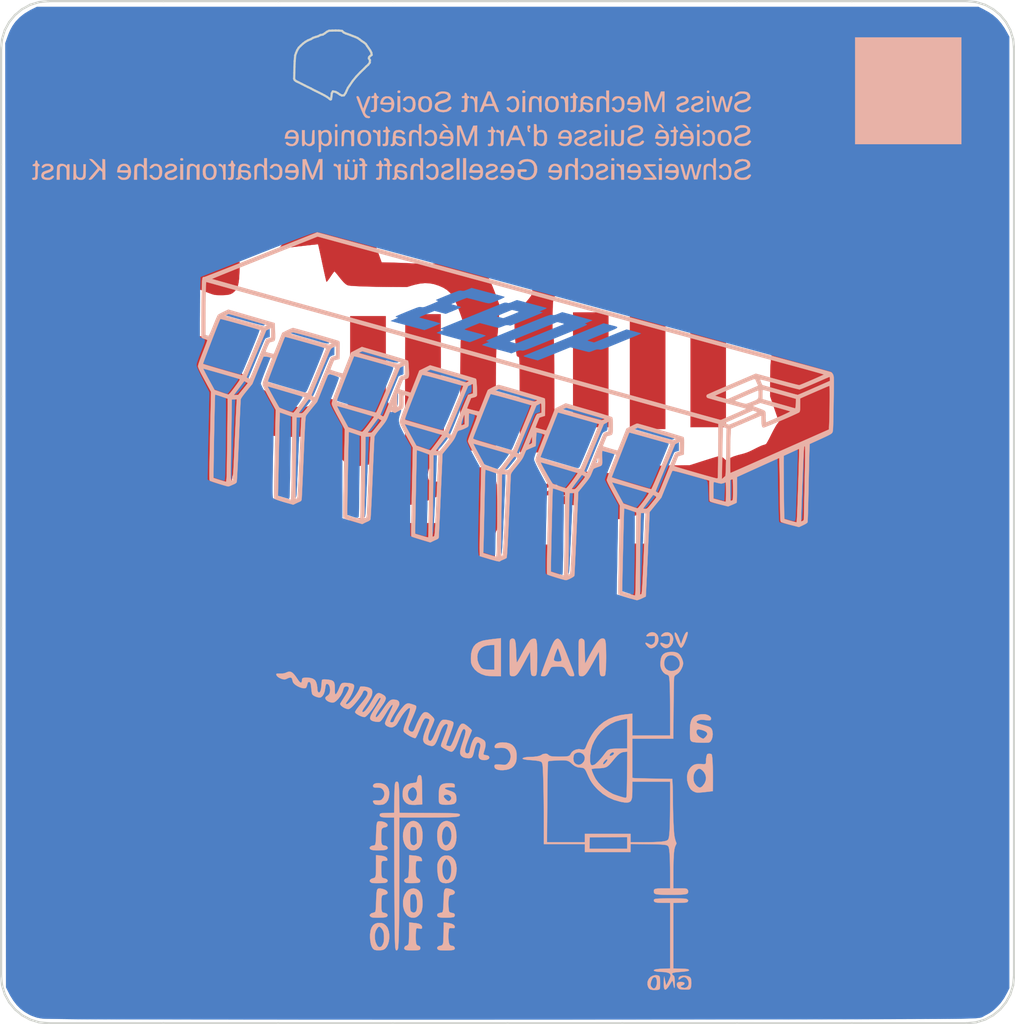
<source format=kicad_pcb>
(kicad_pcb (version 4) (host pcbnew 4.0.7-e0-6372~58~ubuntu16.04.1)
  (layers (0 F.Cu signal) (31 B.Cu signal) (34 B.Paste user) (35 F.Paste user) (36 B.SilkS user) (37 F.SilkS user) (38 B.Mask user) (39 F.Mask user) (44 Edge.Cuts user))
  (net 0 "")
  (module SGMK-Classics:B_Mask_mNoise (layer F.Cu) (at 101.36 100)
    (fp_text reference G*** hide)
    (fp_text value LOGO hide)
  )
  (module SGMK-Classics:B_SilkS_mNoise (layer F.Cu) (at 100.83 100.06)
    (fp_text reference G*** hide)
    (fp_text value LOGO hide)
  )
  (module SGMK-Classics:F_Cu_mNoise (layer F.Cu) (at 101.12 99.97)
    (fp_text reference G*** hide)
    (fp_text value LOGO hide)
    (fp_poly (pts (xy -19.527001 -22.178836) (xy -19.511283 -22.100386) (xy -19.498505 -21.981952) (xy -19.48871 -21.825785) (xy -19.481937 -21.634135) (xy -19.478229 -21.409253) (xy -19.477626 -21.153389) (xy -19.480169 -20.868793) (xy -19.485901 -20.557716) (xy -19.492591 -20.298834) (xy -19.506145 -19.86735) (xy -19.520718 -19.477462) (xy -19.536358 -19.128444) (xy -19.553112 -18.819569) (xy -19.571029 -18.550112) (xy -19.590158 -18.319346) (xy -19.610545 -18.126544) (xy -19.632241 -17.970981) (xy -19.654788 -17.854084) (xy -19.671393 -17.767451) (xy -19.682269 -17.681331) (xy -19.684688 -17.636597) (xy -19.70389 -17.500183) (xy -19.759722 -17.347465) (xy -19.850842 -17.180857) (xy -19.97591 -17.002773) (xy -20.133583 -16.815626) (xy -20.152042 -16.795477) (xy -20.283207 -16.649733) (xy -20.388761 -16.523285) (xy -20.474977 -16.407584) (xy -20.548132 -16.294082) (xy -20.614498 -16.174228) (xy -20.629244 -16.145298) (xy -20.722167 -15.960513) (xy -20.7219 -15.266882) (xy -20.720169 -14.921812) (xy -20.715377 -14.577028) (xy -20.707732 -14.23618) (xy -20.697437 -13.90292) (xy -20.6847 -13.580898) (xy -20.669725 -13.273764) (xy -20.652719 -12.985168) (xy -20.633886 -12.718761) (xy -20.613434 -12.478194) (xy -20.591567 -12.267116) (xy -20.568492 -12.089179) (xy -20.544413 -11.948033) (xy -20.531645 -11.890713) (xy -20.45017 -11.623397) (xy -20.346363 -11.384545) (xy -20.221832 -11.176807) (xy -20.078189 -11.002837) (xy -19.917046 -10.865285) (xy -19.9028 -10.855497) (xy -19.750039 -10.761748) (xy -19.567992 -10.665229) (xy -19.368844 -10.571654) (xy -19.164784 -10.486736) (xy -18.967999 -10.41619) (xy -18.960882 -10.413887) (xy -18.829977 -10.368571) (xy -18.684976 -10.313372) (xy -18.545559 -10.256013) (xy -18.452882 -10.214521) (xy -18.335862 -10.162151) (xy -18.196452 -10.104045) (xy -18.052552 -10.047458) (xy -17.928167 -10.00178) (xy -17.775768 -9.947633) (xy -17.66049 -9.90427) (xy -17.579139 -9.869567) (xy -17.528517 -9.841403) (xy -17.505429 -9.817656) (xy -17.506678 -9.796204) (xy -17.529068 -9.774926) (xy -17.559389 -9.756957) (xy -17.606633 -9.722885) (xy -17.633627 -9.690984) (xy -17.641501 -9.675356) (xy -17.642597 -9.661537) (xy -17.631992 -9.645179) (xy -17.604764 -9.621934) (xy -17.55599 -9.587455) (xy -17.48075 -9.537393) (xy -17.399 -9.483731) (xy -17.229292 -9.364758) (xy -17.052638 -9.227559) (xy -16.88445 -9.084614) (xy -16.74949 -8.957805) (xy -16.699754 -8.909028) (xy -16.663275 -8.871317) (xy -16.638957 -8.837416) (xy -16.625707 -8.800071) (xy -16.622429 -8.752025) (xy -16.62803 -8.686023) (xy -16.641415 -8.594808) (xy -16.661489 -8.471126) (xy -16.669015 -8.424334) (xy -16.677825 -8.360787) (xy -16.685459 -8.285956) (xy -16.692072 -8.195892) (xy -16.697816 -8.086642) (xy -16.702846 -7.954255) (xy -16.707314 -7.794779) (xy -16.711375 -7.604264) (xy -16.715181 -7.378758) (xy -16.718362 -7.154334) (xy -16.73225 -6.106584) (xy -16.788744 -6.011334) (xy -16.833206 -5.944187) (xy -16.892465 -5.864627) (xy -16.945458 -5.799667) (xy -17.028165 -5.694575) (xy -17.081702 -5.600544) (xy -17.111438 -5.504156) (xy -17.122741 -5.391995) (xy -17.123337 -5.355167) (xy -17.12272 -5.308698) (xy -17.11996 -5.262115) (xy -17.11408 -5.21137) (xy -17.104103 -5.152414) (xy -17.089055 -5.081202) (xy -17.067958 -4.993684) (xy -17.039836 -4.885813) (xy -17.003714 -4.753541) (xy -16.958615 -4.592821) (xy -16.903564 -4.399604) (xy -16.837583 -4.169844) (xy -16.837032 -4.167929) (xy -16.774632 -3.950159) (xy -16.723148 -3.767184) (xy -16.681444 -3.613219) (xy -16.648384 -3.482479) (xy -16.622834 -3.369178) (xy -16.603657 -3.267529) (xy -16.589717 -3.171748) (xy -16.579879 -3.076048) (xy -16.573007 -2.974644) (xy -16.567965 -2.86175) (xy -16.565259 -2.783417) (xy -16.558594 -2.616062) (xy -16.549404 -2.440449) (xy -16.538233 -2.263255) (xy -16.525628 -2.091161) (xy -16.512135 -1.930846) (xy -16.498298 -1.788988) (xy -16.484664 -1.672266) (xy -16.471778 -1.58736) (xy -16.464974 -1.55575) (xy -16.441529 -1.489135) (xy -16.405118 -1.408563) (xy -16.378285 -1.35775) (xy -16.348716 -1.301334) (xy -16.32843 -1.247798) (xy -16.3147 -1.185356) (xy -16.304799 -1.10222) (xy -16.297498 -1.0085) (xy -16.29005 -0.915062) (xy -16.280307 -0.835498) (xy -16.265758 -0.762349) (xy -16.243893 -0.688153) (xy -16.212202 -0.605451) (xy -16.168176 -0.506781) (xy -16.109303 -0.384684) (xy -16.042391 -0.250278) (xy -15.964249 -0.091909) (xy -15.90342 0.038501) (xy -15.856626 0.14998) (xy -15.820591 0.25156) (xy -15.792036 0.352267) (xy -15.767684 0.461134) (xy -15.749806 0.555809) (xy -15.709558 0.750234) (xy -15.664214 0.908698) (xy -15.61167 1.037469) (xy -15.555255 1.134962) (xy -15.473037 1.236376) (xy -15.361298 1.341854) (xy -15.218028 1.452778) (xy -15.041215 1.570527) (xy -14.828849 1.696483) (xy -14.57892 1.832025) (xy -14.425084 1.910976) (xy -14.329864 1.957717) (xy -14.240433 1.997973) (xy -14.152426 2.032506) (xy -14.061478 2.062076) (xy -13.963224 2.087441) (xy -13.853298 2.109364) (xy -13.727334 2.128604) (xy -13.580969 2.145922) (xy -13.409836 2.162077) (xy -13.20957 2.177831) (xy -12.975806 2.193943) (xy -12.704178 2.211173) (xy -12.7 2.211431) (xy -12.447063 2.226159) (xy -12.232338 2.236028) (xy -12.051894 2.240211) (xy -11.901803 2.237881) (xy -11.778135 2.228211) (xy -11.676961 2.210373) (xy -11.594351 2.183539) (xy -11.526376 2.146884) (xy -11.469106 2.099578) (xy -11.418612 2.040795) (xy -11.370965 1.969707) (xy -11.345181 1.926166) (xy -11.274148 1.811223) (xy -11.211047 1.730507) (xy -11.14984 1.678284) (xy -11.084491 1.648819) (xy -11.044058 1.640156) (xy -10.950621 1.631889) (xy -10.877848 1.642799) (xy -10.814255 1.67804) (xy -10.748359 1.742769) (xy -10.708565 1.790806) (xy -10.645412 1.863102) (xy -10.57257 1.930871) (xy -10.480837 2.001832) (xy -10.361009 2.083703) (xy -10.353436 2.088665) (xy -10.123378 2.249974) (xy -9.883948 2.439454) (xy -9.631752 2.659961) (xy -9.363398 2.914349) (xy -9.314719 2.962368) (xy -9.224956 3.053739) (xy -9.13153 3.152928) (xy -9.038638 3.255016) (xy -8.950479 3.355084) (xy -8.871251 3.448214) (xy -8.805152 3.529488) (xy -8.75638 3.593986) (xy -8.729133 3.636792) (xy -8.72583 3.652285) (xy -8.745233 3.664422) (xy -8.792738 3.692948) (xy -8.859933 3.73283) (xy -8.899104 3.755939) (xy -9.061578 3.860197) (xy -9.227725 3.982022) (xy -9.383724 4.110605) (xy -9.515749 4.235137) (xy -9.52733 4.247193) (xy -9.60157 4.329379) (xy -9.657991 4.404597) (xy -9.696906 4.478646) (xy -9.718626 4.557326) (xy -9.723462 4.646437) (xy -9.711726 4.751778) (xy -9.68373 4.879149) (xy -9.639785 5.034351) (xy -9.580203 5.223182) (xy -9.579824 5.224352) (xy -9.537063 5.359533) (xy -9.498349 5.48816) (xy -9.465923 5.602292) (xy -9.442023 5.693983) (xy -9.42889 5.75529) (xy -9.427646 5.764102) (xy -9.423541 5.852854) (xy -9.426694 5.975518) (xy -9.436225 6.12446) (xy -9.451252 6.292048) (xy -9.470897 6.470651) (xy -9.494277 6.652634) (xy -9.520512 6.830367) (xy -9.548721 6.996215) (xy -9.578025 7.142548) (xy -9.595036 7.214917) (xy -9.61563 7.298293) (xy -9.630956 7.363623) (xy -9.638962 7.401972) (xy -9.639465 7.408333) (xy -9.620058 7.399287) (xy -9.573518 7.375626) (xy -9.513052 7.344114) (xy -9.433252 7.30692) (xy -9.384453 7.29588) (xy -9.369401 7.301466) (xy -9.354374 7.337489) (xy -9.343406 7.404374) (xy -9.33723 7.490777) (xy -9.336578 7.585359) (xy -9.342182 7.676777) (xy -9.344086 7.69343) (xy -9.352112 7.74395) (xy -9.36521 7.787503) (xy -9.387762 7.828933) (xy -9.424148 7.873082) (xy -9.478748 7.924796) (xy -9.555942 7.988918) (xy -9.660112 8.070292) (xy -9.740499 8.131787) (xy -9.837459 8.208046) (xy -9.928881 8.284202) (xy -10.006125 8.352766) (xy -10.060556 8.406252) (xy -10.071692 8.418896) (xy -10.165594 8.505695) (xy -10.296857 8.586454) (xy -10.460652 8.658576) (xy -10.608981 8.707483) (xy -10.749118 8.743348) (xy -10.881693 8.766271) (xy -11.014523 8.776025) (xy -11.155428 8.772386) (xy -11.312227 8.755129) (xy -11.492739 8.72403) (xy -11.704784 8.678862) (xy -11.719331 8.675552) (xy -11.998077 8.611911) (xy -12.258433 8.723654) (xy -12.388093 8.780596) (xy -12.484233 8.827933) (xy -12.55276 8.871484) (xy -12.599576 8.917071) (xy -12.630586 8.970514) (xy -12.651693 9.037634) (xy -12.668802 9.124252) (xy -12.669634 9.129053) (xy -12.693558 9.257195) (xy -12.7189 9.349891) (xy -12.75265 9.41366) (xy -12.801799 9.455019) (xy -12.873339 9.480488) (xy -12.974261 9.496584) (xy -13.074462 9.50652) (xy -13.340954 9.541387) (xy -13.576255 9.595888) (xy -13.787552 9.671786) (xy -13.835014 9.693159) (xy -13.959318 9.755444) (xy -14.070592 9.821278) (xy -14.173838 9.89538) (xy -14.27406 9.982473) (xy -14.376258 10.087277) (xy -14.485435 10.214512) (xy -14.606592 10.3689) (xy -14.73677 10.54423) (xy -14.846758 10.699899) (xy -14.931433 10.832302) (xy -14.994363 10.949122) (xy -15.039116 11.058045) (xy -15.069258 11.166754) (xy -15.08836 11.282935) (xy -15.091138 11.307457) (xy -15.106562 11.523767) (xy -15.111213 11.772085) (xy -15.10564 12.043627) (xy -15.090395 12.329609) (xy -15.066028 12.62125) (xy -15.033089 12.909764) (xy -14.992129 13.186369) (xy -14.963423 13.345583) (xy -14.943873 13.443787) (xy -14.925026 13.530053) (xy -14.904829 13.609707) (xy -14.88123 13.688069) (xy -14.852177 13.770464) (xy -14.815619 13.862215) (xy -14.769503 13.968645) (xy -14.711777 14.095077) (xy -14.640389 14.246833) (xy -14.553288 14.429239) (xy -14.514657 14.50975) (xy -14.429135 14.68846) (xy -14.359994 14.834988) (xy -14.304959 14.955154) (xy -14.261759 15.05478) (xy -14.228119 15.139684) (xy -14.201767 15.215688) (xy -14.180429 15.288612) (xy -14.161833 15.364277) (xy -14.143705 15.448502) (xy -14.138935 15.471797) (xy -14.106754 15.599774) (xy -14.063957 15.728827) (xy -14.022387 15.827381) (xy -13.963244 15.973285) (xy -13.931614 16.118009) (xy -13.928993 16.139421) (xy -13.908207 16.257927) (xy -13.876686 16.349537) (xy -13.864915 16.371207) (xy -13.807406 16.444335) (xy -13.729585 16.517978) (xy -13.645955 16.579902) (xy -13.573386 16.617069) (xy -13.553146 16.626188) (xy -13.529691 16.641972) (xy -13.500176 16.667544) (xy -13.461755 16.706024) (xy -13.411582 16.760534) (xy -13.346811 16.834194) (xy -13.264596 16.930127) (xy -13.162092 17.051454) (xy -13.036453 17.201295) (xy -12.989289 17.2577) (xy -12.871353 17.408586) (xy -12.771953 17.555538) (xy -12.695724 17.691062) (xy -12.647298 17.807667) (xy -12.645362 17.813951) (xy -12.633712 17.868343) (xy -12.625149 17.946417) (xy -12.619409 18.052925) (xy -12.616228 18.192617) (xy -12.615334 18.353643) (xy -12.615334 18.793557) (xy -12.305995 19.069036) (xy -12.159761 19.197734) (xy -12.039456 19.29976) (xy -11.940822 19.378117) (xy -11.859601 19.435811) (xy -11.791535 19.475846) (xy -11.732364 19.501228) (xy -11.67783 19.514962) (xy -11.672953 19.515737) (xy -11.61377 19.520006) (xy -11.519363 19.521062) (xy -11.395958 19.519256) (xy -11.249783 19.51494) (xy -11.087064 19.508467) (xy -10.91403 19.500187) (xy -10.736907 19.490453) (xy -10.561923 19.479617) (xy -10.395305 19.468031) (xy -10.243279 19.456047) (xy -10.112074 19.444016) (xy -10.007917 19.432291) (xy -9.937034 19.421224) (xy -9.917583 19.416531) (xy -9.854079 19.391998) (xy -9.768098 19.351517) (xy -9.673027 19.30163) (xy -9.615514 19.26892) (xy -9.45629 19.182021) (xy -9.28204 19.098524) (xy -9.105349 19.023773) (xy -8.938802 18.963114) (xy -8.802823 18.92374) (xy -8.703791 18.898725) (xy -8.633743 18.875482) (xy -8.580212 18.84719) (xy -8.530729 18.807031) (xy -8.472827 18.748184) (xy -8.463309 18.738034) (xy -8.421028 18.690166) (xy 15.663333 18.690166) (xy 15.663333 20.277666) (xy 15.959666 20.277666) (xy 15.959666 19.219333) (xy 16.256 19.219333) (xy 16.256 19.7485) (xy 16.552333 19.7485) (xy 16.552333 19.219333) (xy 16.848666 19.219333) (xy 16.848666 20.277666) (xy 17.145 20.277666) (xy 17.145 19.066398) (xy 18.006318 19.066398) (xy 18.01092 19.195671) (xy 18.026192 19.318965) (xy 18.050698 19.421317) (xy 18.062377 19.452166) (xy 18.139789 19.577134) (xy 18.250092 19.677882) (xy 18.390165 19.752448) (xy 18.556889 19.798866) (xy 18.629283 19.809002) (xy 18.831284 19.82544) (xy 19.011156 19.828969) (xy 19.187067 19.819649) (xy 19.271391 19.811094) (xy 19.365343 19.797327) (xy 19.441289 19.780472) (xy 19.488603 19.76303) (xy 19.495308 19.758351) (xy 19.538898 19.73278) (xy 19.564775 19.727333) (xy 19.61867 19.710375) (xy 19.68664 19.66469) (xy 19.761332 19.598062) (xy 19.835395 19.518277) (xy 19.901477 19.433117) (xy 19.952226 19.350367) (xy 19.976897 19.29096) (xy 19.998414 19.167228) (xy 19.999142 19.028687) (xy 19.979483 18.897174) (xy 19.968944 18.860115) (xy 19.934329 18.786086) (xy 19.877223 18.696132) (xy 19.80687 18.602346) (xy 19.73251 18.516824) (xy 19.663386 18.451661) (xy 19.647805 18.439826) (xy 19.523627 18.37098) (xy 19.36969 18.316159) (xy 19.196752 18.277115) (xy 19.015568 18.255599) (xy 18.836894 18.25336) (xy 18.671488 18.272152) (xy 18.647833 18.277036) (xy 18.466386 18.326185) (xy 18.322123 18.387745) (xy 18.210606 18.466397) (xy 18.127398 18.566827) (xy 18.068059 18.693717) (xy 18.028153 18.851752) (xy 18.01382 18.946112) (xy 18.006318 19.066398) (xy 17.145 19.066398) (xy 17.145 18.690166) (xy 17.072133 18.690166) (xy 17.026252 18.687493) (xy 17.004095 18.671594) (xy 16.995236 18.630652) (xy 16.992758 18.600208) (xy 16.98625 18.51025) (xy 16.398875 18.504623) (xy 15.8115 18.498997) (xy 15.8115 18.594581) (xy 15.809935 18.65324) (xy 15.799298 18.681067) (xy 15.770676 18.689562) (xy 15.737416 18.690166) (xy 15.663333 18.690166) (xy -8.421028 18.690166) (xy -8.408221 18.675667) (xy -8.35397 18.60599) (xy -8.29586 18.522097) (xy -8.229195 18.417081) (xy -8.149281 18.284038) (xy -8.115511 18.22649) (xy -8.041756 18.113838) (xy -7.952754 17.999019) (xy -7.85634 17.890502) (xy -7.760352 17.796753) (xy -7.672626 17.726238) (xy -7.626728 17.698358) (xy -7.558564 17.660023) (xy -7.528924 17.630838) (xy -7.536307 17.606177) (xy -7.579208 17.581411) (xy -7.58758 17.577832) (xy -7.632787 17.553072) (xy -7.652136 17.530339) (xy -7.651168 17.525056) (xy -7.613035 17.492814) (xy -7.538008 17.455846) (xy -7.430984 17.416167) (xy -7.296863 17.375791) (xy -7.271197 17.368864) (xy -7.102587 17.31856) (xy -6.932851 17.25597) (xy -6.752854 17.177237) (xy -6.553461 17.078503) (xy -6.434667 17.015597) (xy -6.309353 16.948659) (xy -6.215347 16.901064) (xy -6.14702 16.871476) (xy -6.098742 16.85856) (xy -6.064881 16.86098) (xy -6.039808 16.877399) (xy -6.017892 16.906482) (xy -6.012354 16.915399) (xy -5.983789 16.973988) (xy -5.969465 17.026343) (xy -5.96908 17.03313) (xy -5.956056 17.080494) (xy -5.916353 17.10844) (xy -5.848728 17.11667) (xy -5.751943 17.104883) (xy -5.624757 17.072781) (xy -5.465931 17.020066) (xy -5.274224 16.946438) (xy -5.048396 16.851599) (xy -4.84873 16.763143) (xy -4.725162 16.707644) (xy -4.614781 16.658554) (xy -4.52334 16.618392) (xy -4.456591 16.589677) (xy -4.420286 16.574926) (xy -4.415547 16.5735) (xy -4.406418 16.59189) (xy -4.402667 16.635573) (xy -4.401235 16.665222) (xy -4.392822 16.686899) (xy -4.371256 16.702605) (xy -4.330361 16.714342) (xy -4.263964 16.724111) (xy -4.165891 16.733913) (xy -4.074584 16.741908) (xy -3.896822 16.760992) (xy -3.755165 16.785649) (xy -3.643517 16.818094) (xy -3.555782 16.860546) (xy -3.485865 16.915221) (xy -3.43465 16.974644) (xy -3.38448 17.036348) (xy -3.32124 17.101053) (xy -3.239504 17.173522) (xy -3.133846 17.258522) (xy -2.99884 17.360818) (xy -2.973917 17.379282) (xy -2.875961 17.452925) (xy -2.775348 17.530665) (xy -2.685344 17.602146) (xy -2.630596 17.647271) (xy -2.498942 17.758833) (xy -2.122596 17.759274) (xy -1.914754 17.760818) (xy -1.703886 17.764777) (xy -1.495783 17.770861) (xy -1.296235 17.77878) (xy -1.111034 17.788244) (xy -0.945968 17.798962) (xy -0.806829 17.810646) (xy -0.699407 17.823005) (xy -0.638291 17.833611) (xy -0.537099 17.863622) (xy -0.447126 17.902785) (xy -0.406242 17.927648) (xy -0.329275 18.003867) (xy -0.265747 18.104674) (xy -0.22394 18.214162) (xy -0.211667 18.301361) (xy -0.206704 18.372609) (xy -0.194429 18.435188) (xy -0.191024 18.445372) (xy -0.170927 18.477361) (xy -0.136186 18.495167) (xy -0.08038 18.499235) (xy 0.002911 18.490014) (xy 0.120107 18.467949) (xy 0.123416 18.46726) (xy 0.178854 18.456) (xy 0.225756 18.448528) (xy 0.271146 18.445471) (xy 0.322043 18.447459) (xy 0.385469 18.45512) (xy 0.468446 18.469082) (xy 0.577995 18.489974) (xy 0.721136 18.518425) (xy 0.742366 18.522669) (xy 0.964347 18.561129) (xy 1.150791 18.580443) (xy 1.303856 18.580732) (xy 1.425699 18.562119) (xy 1.42875 18.561309) (xy 1.479433 18.544656) (xy 1.558981 18.514996) (xy 1.657426 18.476186) (xy 1.764805 18.432085) (xy 1.791046 18.421038) (xy 2.068676 18.303555) (xy 2.080138 18.068236) (xy 2.087622 17.939043) (xy 2.098776 17.842987) (xy 2.118404 17.770885) (xy 2.151307 17.713555) (xy 2.202287 17.661815) (xy 2.276146 17.606483) (xy 2.346384 17.559134) (xy 2.460307 17.486209) (xy 2.603705 17.398651) (xy 2.768379 17.301136) (xy 2.946133 17.198345) (xy 3.12877 17.094955) (xy 3.308092 16.995645) (xy 3.475902 16.905093) (xy 3.624004 16.827979) (xy 3.65347 16.81311) (xy 3.768379 16.756571) (xy 3.85554 16.716952) (xy 3.924387 16.69093) (xy 3.984356 16.675185) (xy 4.044879 16.666395) (xy 4.078284 16.663572) (xy 4.267854 16.667392) (xy 4.436528 16.70727) (xy 4.554805 16.764432) (xy 4.656666 16.827108) (xy 4.656666 16.662204) (xy 4.660206 16.561488) (xy 4.672598 16.496288) (xy 4.678476 16.487424) (xy 11.292416 16.487424) (xy 11.372471 16.488129) (xy 11.447815 16.480425) (xy 11.519498 16.460834) (xy 11.521626 16.459961) (xy 11.572798 16.430811) (xy 11.622163 16.390403) (xy 11.629039 16.383) (xy 15.663333 16.383) (xy 15.663333 17.9705) (xy 15.737416 17.9705) (xy 15.782936 17.972533) (xy 15.804491 17.986314) (xy 15.811043 18.023363) (xy 15.8115 18.06575) (xy 15.8115 18.161) (xy 16.404166 18.161) (xy 16.404166 18.06575) (xy 16.405748 18.007224) (xy 16.416466 17.97951) (xy 16.445282 17.971087) (xy 16.47825 17.9705) (xy 16.552333 17.9705) (xy 16.552333 17.0815) (xy 16.848666 17.0815) (xy 16.848666 18.162934) (xy 17.134416 18.150416) (xy 17.139962 17.351375) (xy 17.140286 17.304574) (xy 18.012833 17.304574) (xy 18.019387 17.338209) (xy 18.041407 17.36676) (xy 18.082428 17.391004) (xy 18.145986 17.411716) (xy 18.235617 17.429671) (xy 18.354856 17.445646) (xy 18.50724 17.460416) (xy 18.696303 17.474757) (xy 18.82806 17.483431) (xy 18.98906 17.494799) (xy 19.115987 17.508322) (xy 19.21708 17.527381) (xy 19.300582 17.555357) (xy 19.374734 17.595634) (xy 19.447777 17.651592) (xy 19.527953 17.726614) (xy 19.600688 17.800483) (xy 19.691785 17.892397) (xy 19.761365 17.955987) (xy 19.815715 17.994851) (xy 19.861122 18.012586) (xy 19.903873 18.012789) (xy 19.948757 17.999638) (xy 19.969393 17.982786) (xy 19.975355 17.946629) (xy 19.97004 17.888513) (xy 19.954635 17.807261) (xy 19.932717 17.72758) (xy 19.926802 17.710779) (xy 19.908324 17.639286) (xy 19.897685 17.554427) (xy 19.896666 17.524257) (xy 19.889311 17.435567) (xy 19.87089 17.341838) (xy 19.862787 17.313957) (xy 19.848982 17.274388) (xy 19.833229 17.242028) (xy 19.811421 17.216152) (xy 19.779451 17.196034) (xy 19.733212 17.180951) (xy 19.668599 17.170177) (xy 19.581502 17.162988) (xy 19.467817 17.158659) (xy 19.323435 17.156465) (xy 19.14425 17.155681) (xy 18.965333 17.155583) (xy 18.792697 17.156057) (xy 18.630687 17.157403) (xy 18.484921 17.159504) (xy 18.361013 17.162246) (xy 18.264583 17.165512) (xy 18.201247 17.169188) (xy 18.180583 17.171721) (xy 18.110892 17.197392) (xy 18.05263 17.237626) (xy 18.017759 17.282948) (xy 18.012833 17.304574) (xy 17.140286 17.304574) (xy 17.145509 16.552333) (xy 17.071171 16.552333) (xy 17.023576 16.549785) (xy 17.002424 16.534003) (xy 16.997 16.492782) (xy 16.996833 16.467666) (xy 16.996833 16.383) (xy 16.404166 16.383) (xy 16.404166 16.467666) (xy 16.401923 16.521875) (xy 16.388075 16.545966) (xy 16.351943 16.552144) (xy 16.330083 16.552333) (xy 16.256 16.552333) (xy 16.256 17.441333) (xy 15.959666 17.441333) (xy 15.959666 16.383) (xy 15.663333 16.383) (xy 11.629039 16.383) (xy 11.662403 16.347083) (xy 11.686198 16.309198) (xy 11.686232 16.285093) (xy 11.678331 16.28125) (xy 11.641244 16.28749) (xy 11.580069 16.310735) (xy 11.506463 16.345311) (xy 11.43208 16.385539) (xy 11.368578 16.425743) (xy 11.345269 16.443461) (xy 11.292416 16.487424) (xy 4.678476 16.487424) (xy 4.696502 16.460244) (xy 4.734576 16.446996) (xy 4.74683 16.4465) (xy 4.781106 16.439902) (xy 4.846282 16.421888) (xy 4.933336 16.395127) (xy 5.033248 16.362284) (xy 5.044222 16.358556) (xy 5.30225 16.270612) (xy 5.937604 16.257291) (xy 6.572959 16.243971) (xy 6.678438 16.183586) (xy 6.758273 16.13782) (xy 6.81908 16.105336) (xy 6.870491 16.084389) (xy 6.922137 16.073235) (xy 6.983649 16.070127) (xy 7.064658 16.07332) (xy 7.174796 16.081069) (xy 7.22418 16.084693) (xy 7.319638 16.090819) (xy 7.450354 16.098027) (xy 7.609275 16.105987) (xy 7.789349 16.114372) (xy 7.983523 16.122853) (xy 8.184746 16.131103) (xy 8.385964 16.138793) (xy 8.392583 16.139036) (xy 8.669271 16.149301) (xy 8.908196 16.15861) (xy 9.113907 16.167359) (xy 9.290953 16.175946) (xy 9.443882 16.18477) (xy 9.577243 16.194229) (xy 9.695586 16.204719) (xy 9.803458 16.216639) (xy 9.90541 16.230387) (xy 10.005988 16.24636) (xy 10.109743 16.264956) (xy 10.221223 16.286574) (xy 10.329333 16.308413) (xy 10.449804 16.332235) (xy 10.580661 16.356807) (xy 10.714123 16.38081) (xy 10.842411 16.402923) (xy 10.957745 16.421825) (xy 11.052348 16.436198) (xy 11.118438 16.44472) (xy 11.143055 16.4465) (xy 11.157271 16.428508) (xy 11.184865 16.379659) (xy 11.221716 16.307646) (xy 11.259315 16.229541) (xy 11.318543 16.108534) (xy 11.390482 15.971583) (xy 11.477373 15.81472) (xy 11.581452 15.633975) (xy 11.704958 15.425381) (xy 11.77846 15.3035) (xy 15.663333 15.3035) (xy 15.663333 16.023166) (xy 17.145 16.023166) (xy 17.145 15.979405) (xy 17.993723 15.979405) (xy 18.004929 16.163746) (xy 18.05409 16.339869) (xy 18.139062 16.502269) (xy 18.257704 16.64544) (xy 18.398399 16.757819) (xy 18.48899 16.813296) (xy 18.558974 16.846937) (xy 18.620574 16.863628) (xy 18.674291 16.868114) (xy 18.726578 16.866001) (xy 18.748976 16.851377) (xy 18.753666 16.817327) (xy 18.739359 16.762091) (xy 18.700039 16.685773) (xy 18.641111 16.596737) (xy 18.567979 16.503346) (xy 18.506552 16.434942) (xy 18.443648 16.359767) (xy 18.384062 16.272287) (xy 18.334074 16.183599) (xy 18.299968 16.1048) (xy 18.288 16.048917) (xy 18.301092 15.986625) (xy 18.334941 15.916367) (xy 18.381406 15.849409) (xy 18.432345 15.797015) (xy 18.479618 15.770452) (xy 18.490173 15.769166) (xy 18.517667 15.759792) (xy 18.520833 15.75239) (xy 18.541159 15.732009) (xy 18.598885 15.714424) (xy 18.689129 15.700301) (xy 18.807011 15.690305) (xy 18.94765 15.685101) (xy 19.018784 15.6845) (xy 19.144462 15.685246) (xy 19.23642 15.688105) (xy 19.303255 15.694011) (xy 19.353563 15.703894) (xy 19.395942 15.718688) (xy 19.415355 15.727502) (xy 19.494488 15.768366) (xy 19.546676 15.805792) (xy 19.584596 15.851254) (xy 19.618406 15.91127) (xy 19.653408 15.992941) (xy 19.661251 16.053915) (xy 19.642701 16.105309) (xy 19.632756 16.119662) (xy 19.607605 16.16907) (xy 19.601006 16.201766) (xy 19.588164 16.238373) (xy 19.55512 16.295111) (xy 19.508996 16.359774) (xy 19.508417 16.360516) (xy 19.44629 16.441968) (xy 19.380989 16.530456) (xy 19.339547 16.588499) (xy 19.262592 16.698748) (xy 19.309172 16.731374) (xy 19.368589 16.75413) (xy 19.450192 16.762934) (xy 19.536146 16.757639) (xy 19.608618 16.738098) (xy 19.617259 16.73391) (xy 19.667093 16.698865) (xy 19.731942 16.641822) (xy 19.800561 16.573987) (xy 19.861709 16.506569) (xy 19.904142 16.450775) (xy 19.908495 16.443585) (xy 19.947829 16.368966) (xy 19.972663 16.301793) (xy 19.987117 16.22631) (xy 19.995311 16.12676) (xy 19.996302 16.107833) (xy 19.996193 15.985995) (xy 19.978445 15.889283) (xy 19.937806 15.802343) (xy 19.869028 15.709823) (xy 19.854333 15.692635) (xy 19.813337 15.65217) (xy 19.755396 15.603074) (xy 19.690726 15.553006) (xy 19.629541 15.509626) (xy 19.582055 15.480593) (xy 19.561203 15.472833) (xy 19.531611 15.464127) (xy 19.483415 15.442912) (xy 19.478229 15.440353) (xy 19.378252 15.402581) (xy 19.248122 15.370899) (xy 19.099751 15.346631) (xy 18.945052 15.331106) (xy 18.795935 15.32565) (xy 18.664314 15.331591) (xy 18.594916 15.341954) (xy 18.416821 15.389653) (xy 18.27552 15.451923) (xy 18.167054 15.531881) (xy 18.087464 15.632642) (xy 18.032789 15.757324) (xy 18.022615 15.792353) (xy 17.993723 15.979405) (xy 17.145 15.979405) (xy 17.145 15.3035) (xy 15.663333 15.3035) (xy 11.77846 15.3035) (xy 11.826141 15.224438) (xy 11.97034 14.959683) (xy 12.104243 14.659349) (xy 12.226005 14.329341) (xy 12.33378 13.975561) (xy 12.425723 13.603912) (xy 12.473686 13.356166) (xy 15.663333 13.356166) (xy 15.663333 14.774333) (xy 15.737416 14.774333) (xy 15.78288 14.776352) (xy 15.804447 14.790075) (xy 15.811032 14.827005) (xy 15.8115 14.869918) (xy 15.8115 14.965502) (xy 16.98625 14.95425) (xy 16.992758 14.864291) (xy 16.999005 14.807886) (xy 17.013759 14.781952) (xy 17.047449 14.774672) (xy 17.072133 14.774333) (xy 17.145 14.774333) (xy 17.145 14.768518) (xy 18.004529 14.768518) (xy 18.007561 14.809915) (xy 18.051563 14.851573) (xy 18.088936 14.87196) (xy 18.13408 14.890531) (xy 18.186283 14.905485) (xy 18.250226 14.917144) (xy 18.330587 14.925832) (xy 18.432047 14.93187) (xy 18.559285 14.935581) (xy 18.716981 14.937287) (xy 18.909814 14.937312) (xy 19.028833 14.936748) (xy 19.212185 14.935518) (xy 19.358244 14.934024) (xy 19.472048 14.931937) (xy 19.558639 14.928925) (xy 19.623055 14.924655) (xy 19.670337 14.918798) (xy 19.705523 14.911021) (xy 19.733655 14.900994) (xy 19.759083 14.888744) (xy 19.825231 14.841641) (xy 19.853921 14.792132) (xy 19.853179 14.78851) (xy 20.239624 14.78851) (xy 20.259481 14.833903) (xy 20.2991 14.880452) (xy 20.337769 14.918529) (xy 20.372427 14.93781) (xy 20.418621 14.943146) (xy 20.488807 14.939606) (xy 20.589378 14.92409) (xy 20.653398 14.895245) (xy 20.657873 14.891467) (xy 20.693273 14.833542) (xy 20.701 14.783077) (xy 20.682223 14.71233) (xy 20.628494 14.661066) (xy 20.54371 14.631952) (xy 20.471819 14.626166) (xy 20.40046 14.630569) (xy 20.350909 14.648859) (xy 20.303108 14.68866) (xy 20.300461 14.691294) (xy 20.253252 14.7454) (xy 20.239624 14.78851) (xy 19.853179 14.78851) (xy 19.844362 14.745489) (xy 19.795765 14.706985) (xy 19.786917 14.703011) (xy 19.728113 14.680551) (xy 19.666323 14.662817) (xy 19.595792 14.649281) (xy 19.510767 14.639419) (xy 19.405492 14.632704) (xy 19.274214 14.62861) (xy 19.11118 14.626611) (xy 18.946459 14.626166) (xy 18.755766 14.626795) (xy 18.601895 14.628849) (xy 18.479353 14.632581) (xy 18.382645 14.638246) (xy 18.306276 14.646095) (xy 18.244753 14.656383) (xy 18.232388 14.659061) (xy 18.11783 14.691774) (xy 18.041581 14.728699) (xy 18.004529 14.768518) (xy 17.145 14.768518) (xy 17.145 13.356166) (xy 17.070916 13.356166) (xy 17.023483 13.353603) (xy 17.002404 13.337777) (xy 16.996998 13.296483) (xy 16.996833 13.2715) (xy 16.996833 13.186833) (xy 15.8115 13.186833) (xy 15.8115 13.2715) (xy 15.809257 13.325709) (xy 15.795409 13.349799) (xy 15.759276 13.355977) (xy 15.737416 13.356166) (xy 15.663333 13.356166) (xy 12.473686 13.356166) (xy 12.49999 13.220297) (xy 12.5424 12.932833) (xy 12.565317 12.739436) (xy 12.579005 12.58139) (xy 12.582568 12.452542) (xy 12.575113 12.346737) (xy 12.555743 12.257823) (xy 12.523563 12.179644) (xy 12.477678 12.106048) (xy 12.417192 12.03088) (xy 12.409975 12.022666) (xy 12.26155 11.843196) (xy 12.125919 11.656553) (xy 12.00818 11.470821) (xy 11.913427 11.294085) (xy 11.846758 11.134431) (xy 11.842937 11.123083) (xy 11.816206 11.049) (xy 15.663333 11.049) (xy 15.663333 11.768666) (xy 16.848666 11.768666) (xy 16.848666 12.107333) (xy 15.663333 12.107333) (xy 15.663333 12.827) (xy 16.996833 12.827) (xy 16.996833 12.819813) (xy 18.012833 12.819813) (xy 18.029606 12.860818) (xy 18.070058 12.905878) (xy 18.119382 12.941405) (xy 18.159041 12.954) (xy 18.212652 12.962271) (xy 18.249962 12.974437) (xy 18.285344 12.981692) (xy 18.355804 12.990056) (xy 18.454124 12.998895) (xy 18.573082 13.007574) (xy 18.705462 13.015458) (xy 18.7325 13.016863) (xy 18.873782 13.02525) (xy 19.009762 13.035559) (xy 19.131372 13.046934) (xy 19.229546 13.05852) (xy 19.295217 13.069462) (xy 19.298835 13.070293) (xy 19.436203 13.116635) (xy 19.542408 13.180854) (xy 19.615445 13.25921) (xy 19.653304 13.347965) (xy 19.653979 13.443379) (xy 19.615461 13.541711) (xy 19.579307 13.59272) (xy 19.525255 13.644101) (xy 19.453917 13.684906) (xy 19.360353 13.716391) (xy 19.239624 13.739814) (xy 19.08679 13.75643) (xy 18.896909 13.767496) (xy 18.89125 13.767729) (xy 18.682141 13.778013) (xy 18.496467 13.790723) (xy 18.338588 13.805431) (xy 18.212864 13.821708) (xy 18.123656 13.839127) (xy 18.102782 13.845116) (xy 18.046913 13.878989) (xy 18.018117 13.928548) (xy 18.021715 13.981578) (xy 18.034354 14.002176) (xy 18.062804 14.028056) (xy 18.103596 14.048831) (xy 18.161113 14.065024) (xy 18.239741 14.07716) (xy 18.343863 14.085762) (xy 18.477864 14.091353) (xy 18.646129 14.094459) (xy 18.815892 14.095525) (xy 18.992613 14.095016) (xy 19.153688 14.092656) (xy 19.29308 14.088641) (xy 19.404751 14.083166) (xy 19.482664 14.076427) (xy 19.503809 14.073277) (xy 19.644657 14.035746) (xy 19.772662 13.979953) (xy 19.876276 13.911524) (xy 19.917874 13.871468) (xy 19.95396 13.825051) (xy 19.973098 13.780139) (xy 19.980442 13.720124) (xy 19.981333 13.666959) (xy 19.976187 13.574055) (xy 19.962995 13.478915) (xy 19.95193 13.429571) (xy 19.928673 13.346249) (xy 19.902007 13.250507) (xy 19.88843 13.201675) (xy 19.859515 13.061668) (xy 19.858792 12.941034) (xy 19.886972 12.826945) (xy 19.912541 12.76748) (xy 19.942903 12.697851) (xy 19.960608 12.634188) (xy 19.96882 12.560104) (xy 19.970714 12.466402) (xy 19.963687 12.324515) (xy 19.942801 12.220825) (xy 19.93576 12.201819) (xy 19.916443 12.149345) (xy 19.897733 12.083901) (xy 19.877575 11.997084) (xy 19.853917 11.88049) (xy 19.842006 11.818317) (xy 19.819398 11.781259) (xy 19.76299 11.749571) (xy 19.734251 11.738942) (xy 19.680633 11.728353) (xy 19.591472 11.719518) (xy 19.473367 11.712443) (xy 19.332919 11.707136) (xy 19.176729 11.703601) (xy 19.011396 11.701844) (xy 18.843521 11.701873) (xy 18.679705 11.703693) (xy 18.526548 11.70731) (xy 18.39065 11.712731) (xy 18.278612 11.719961) (xy 18.197033 11.729007) (xy 18.158369 11.737474) (xy 18.074486 11.777003) (xy 18.031969 11.821596) (xy 18.031077 11.869597) (xy 18.072068 11.919348) (xy 18.124585 11.953655) (xy 18.166346 11.972596) (xy 18.219541 11.988453) (xy 18.290113 12.002137) (xy 18.384007 12.014556) (xy 18.507166 12.02662) (xy 18.665533 12.039239) (xy 18.70075 12.041822) (xy 18.932457 12.061441) (xy 19.124986 12.084053) (xy 19.281425 12.110228) (xy 19.404859 12.140533) (xy 19.498374 12.175536) (xy 19.535745 12.195504) (xy 19.572681 12.231672) (xy 19.61114 12.289536) (xy 19.624293 12.315415) (xy 19.653016 12.414934) (xy 19.64285 12.499414) (xy 19.595525 12.565739) (xy 19.51277 12.610791) (xy 19.452166 12.625474) (xy 19.40431 12.630525) (xy 19.321346 12.636302) (xy 19.210482 12.642427) (xy 19.07893 12.648526) (xy 18.9339 12.654224) (xy 18.838333 12.657454) (xy 18.688492 12.662865) (xy 18.547563 12.66921) (xy 18.422755 12.676065) (xy 18.321281 12.683008) (xy 18.25035 12.689616) (xy 18.2245 12.693436) (xy 18.140845 12.718163) (xy 18.07123 12.752484) (xy 18.025532 12.7905) (xy 18.012833 12.819813) (xy 16.996833 12.819813) (xy 16.996833 12.73175) (xy 16.998414 12.673224) (xy 17.009133 12.64551) (xy 17.037949 12.637087) (xy 17.070916 12.6365) (xy 17.145 12.6365) (xy 17.145 11.049) (xy 15.663333 11.049) (xy 11.816206 11.049) (xy 11.794172 10.987936) (xy 11.738453 10.854087) (xy 11.679765 10.729531) (xy 11.622093 10.622264) (xy 11.569424 10.540283) (xy 11.529823 10.494923) (xy 11.488945 10.462862) (xy 11.420777 10.412775) (xy 11.33315 10.350277) (xy 11.233892 10.280981) (xy 11.176 10.2412) (xy 10.97806 10.098944) (xy 10.817055 9.966221) (xy 10.689964 9.838583) (xy 10.593763 9.711584) (xy 10.525428 9.580777) (xy 10.481938 9.441714) (xy 10.46027 9.289948) (xy 10.456455 9.182665) (xy 10.468388 9.097802) (xy 10.506626 9.023837) (xy 10.574489 8.958184) (xy 10.675298 8.89826) (xy 10.812374 8.84148) (xy 10.953901 8.795534) (xy 11.022193 8.774756) (xy 11.112472 8.746632) (xy 11.217314 8.713549) (xy 11.329298 8.677891) (xy 11.441001 8.642045) (xy 11.545001 8.608396) (xy 11.633876 8.57933) (xy 11.700202 8.557232) (xy 11.736559 8.544487) (xy 11.741057 8.542536) (xy 11.746863 8.521932) (xy 11.75866 8.469787) (xy 11.77422 8.396085) (xy 11.779382 8.370803) (xy 11.794696 8.298518) (xy 11.817699 8.194186) (xy 11.846328 8.066957) (xy 11.878522 7.92598) (xy 11.912217 7.780403) (xy 11.920017 7.747) (xy 11.953572 7.601646) (xy 11.985762 7.45872) (xy 12.014585 7.327378) (xy 12.038038 7.216775) (xy 12.054118 7.136066) (xy 12.056583 7.122583) (xy 12.071092 7.02475) (xy 12.08435 6.904471) (xy 12.096184 6.767283) (xy 12.106419 6.618723) (xy 12.114881 6.464327) (xy 12.121395 6.309632) (xy 12.125787 6.160173) (xy 12.127882 6.021489) (xy 12.127507 5.899115) (xy 12.124487 5.798587) (xy 12.118646 5.725444) (xy 12.109812 5.68522) (xy 12.102041 5.679481) (xy 12.072849 5.692313) (xy 12.014027 5.71839) (xy 11.934604 5.753702) (xy 11.858552 5.787579) (xy 11.770909 5.826258) (xy 11.698256 5.857581) (xy 11.648802 5.878057) (xy 11.631011 5.884333) (xy 11.626074 5.864859) (xy 11.622382 5.813198) (xy 11.620579 5.739494) (xy 11.6205 5.719155) (xy 11.609653 5.580533) (xy 11.573907 5.4614) (xy 11.508453 5.35153) (xy 11.408483 5.240697) (xy 11.385101 5.218605) (xy 11.269262 5.123689) (xy 11.141904 5.045192) (xy 10.995621 4.979884) (xy 10.823006 4.92454) (xy 10.616653 4.875931) (xy 10.583333 4.869218) (xy 10.461278 4.844374) (xy 10.345293 4.819499) (xy 10.245674 4.79689) (xy 10.172719 4.778845) (xy 10.151344 4.77283) (xy 10.085983 4.754613) (xy 10.035043 4.743239) (xy 10.019052 4.741333) (xy 10.012038 4.747799) (xy 10.006229 4.769426) (xy 10.001524 4.809552) (xy 9.997819 4.871519) (xy 9.99501 4.958666) (xy 9.992993 5.074334) (xy 9.991667 5.221864) (xy 9.990927 5.404595) (xy 9.99067 5.625867) (xy 9.990666 5.658788) (xy 9.990666 6.576243) (xy 9.684416 6.58947) (xy 9.570966 6.592775) (xy 9.426429 6.594559) (xy 9.262023 6.594821) (xy 9.088968 6.593563) (xy 8.918483 6.590786) (xy 8.858916 6.589389) (xy 8.339666 6.576082) (xy 8.339506 5.600499) (xy 8.339088 5.331825) (xy 8.337789 5.101872) (xy 8.335399 4.907034) (xy 8.331704 4.743704) (xy 8.326495 4.608276) (xy 8.31956 4.497142) (xy 8.310686 4.406696) (xy 8.299664 4.333332) (xy 8.286281 4.273443) (xy 8.270327 4.223422) (xy 8.256905 4.191) (xy 8.221564 4.072041) (xy 8.20982 3.932744) (xy 8.221321 3.787675) (xy 8.255718 3.651405) (xy 8.270822 3.61357) (xy 8.328977 3.481916) (xy 8.335735 2.428875) (xy 8.342493 1.375833) (xy 9.990666 1.375833) (xy 9.990666 2.481089) (xy 10.043583 2.468211) (xy 10.128719 2.447545) (xy 10.175429 2.439527) (xy 10.186737 2.448204) (xy 10.165665 2.477624) (xy 10.115239 2.531833) (xy 10.101791 2.546119) (xy 10.045448 2.612045) (xy 10.00613 2.669798) (xy 9.99069 2.709251) (xy 9.990666 2.710289) (xy 9.995776 2.739551) (xy 10.018913 2.750451) (xy 10.071786 2.748376) (xy 10.073143 2.748247) (xy 10.155621 2.740382) (xy 10.078669 2.806901) (xy 10.001718 2.87342) (xy 9.993993 3.116781) (xy 9.986267 3.360143) (xy 10.209148 3.375334) (xy 10.304541 3.380025) (xy 10.385991 3.380687) (xy 10.443114 3.377425) (xy 10.463327 3.372721) (xy 10.494764 3.346222) (xy 10.546714 3.293091) (xy 10.613501 3.219957) (xy 10.689452 3.133449) (xy 10.768891 3.040196) (xy 10.846144 2.946828) (xy 10.915536 2.859974) (xy 10.971392 2.786263) (xy 10.99815 2.747937) (xy 11.103404 2.560301) (xy 11.198286 2.332476) (xy 11.262963 2.133864) (xy 11.286425 2.050404) (xy 11.297939 1.992714) (xy 11.298281 1.946189) (xy 11.288227 1.896223) (xy 11.277581 1.858697) (xy 11.262877 1.808361) (xy 11.238375 1.724014) (xy 11.206007 1.612319) (xy 11.167701 1.479942) (xy 11.125388 1.333547) (xy 11.082595 1.185333) (xy 11.037006 1.030524) (xy 10.991688 0.882417) (xy 10.948885 0.747915) (xy 10.910837 0.633919) (xy 10.879788 0.547331) (xy 10.859019 0.497164) (xy 10.816261 0.424555) (xy 10.749792 0.331043) (xy 10.66613 0.225361) (xy 10.589779 0.136323) (xy 10.508473 0.044382) (xy 10.430198 -0.044889) (xy 10.362661 -0.122648) (xy 10.313574 -0.180051) (xy 10.304576 -0.190801) (xy 10.226903 -0.284336) (xy 10.12466 -0.249165) (xy 10.059833 -0.226819) (xy 9.969479 -0.195614) (xy 9.868071 -0.160549) (xy 9.81075 -0.140711) (xy 9.679179 -0.10004) (xy 9.52729 -0.062601) (xy 9.350441 -0.027541) (xy 9.143995 0.005991) (xy 8.903311 0.038847) (xy 8.6995 0.063334) (xy 8.458518 0.087042) (xy 8.235285 0.099878) (xy 8.020126 0.101388) (xy 7.803371 0.091119) (xy 7.575347 0.068619) (xy 7.326382 0.033433) (xy 7.052657 -0.01381) (xy 6.749898 -0.069588) (xy 6.332991 0.070311) (xy 6.115115 0.142557) (xy 5.931139 0.201289) (xy 5.775312 0.247821) (xy 5.64188 0.283466) (xy 5.525093 0.309538) (xy 5.419199 0.327352) (xy 5.318447 0.338221) (xy 5.217084 0.34346) (xy 5.132916 0.344482) (xy 4.979536 0.341997) (xy 4.845808 0.33342) (xy 4.724096 0.316465) (xy 4.606761 0.288846) (xy 4.486168 0.248277) (xy 4.354677 0.19247) (xy 4.204652 0.11914) (xy 4.028456 0.026) (xy 3.978662 -0.001063) (xy 3.864586 -0.061864) (xy 3.753303 -0.118601) (xy 3.654411 -0.16656) (xy 3.577511 -0.201026) (xy 3.548069 -0.212523) (xy 3.433046 -0.245881) (xy 3.286219 -0.277641) (xy 3.118118 -0.306142) (xy 2.939274 -0.329723) (xy 2.760215 -0.346724) (xy 2.656416 -0.353107) (xy 2.54964 -0.359034) (xy 2.455773 -0.365921) (xy 2.384225 -0.372959) (xy 2.344404 -0.379343) (xy 2.342142 -0.380049) (xy 2.331947 -0.39093) (xy 2.345457 -0.410951) (xy 2.386529 -0.443475) (xy 2.459022 -0.491866) (xy 2.500892 -0.518438) (xy 2.590364 -0.574946) (xy 2.674464 -0.628514) (xy 2.741862 -0.671903) (xy 2.772833 -0.692205) (xy 2.846916 -0.741581) (xy 2.291197 -0.737774) (xy 2.142206 -0.737094) (xy 2.007602 -0.737133) (xy 1.893039 -0.737837) (xy 1.80417 -0.73915) (xy 1.746649 -0.741018) (xy 1.726208 -0.743237) (xy 1.741404 -0.755667) (xy 1.788919 -0.786185) (xy 1.86421 -0.832065) (xy 1.96273 -0.890585) (xy 2.079935 -0.959019) (xy 2.113555 -0.978377) (xy 12.043833 -0.978377) (xy 12.054882 -0.950728) (xy 12.079555 -0.910919) (xy 12.108385 -0.882293) (xy 12.123965 -0.887944) (xy 12.121189 -0.920607) (xy 12.107961 -0.951327) (xy 12.081609 -0.984206) (xy 12.055958 -0.995446) (xy 12.043854 -0.979629) (xy 12.043833 -0.978377) (xy 2.113555 -0.978377) (xy 2.21128 -1.034644) (xy 2.234852 -1.048112) (xy 2.36764 -1.124458) (xy 2.486573 -1.193909) (xy 2.587206 -1.253784) (xy 2.665099 -1.3014) (xy 2.715807 -1.334077) (xy 2.73489 -1.349133) (xy 2.734614 -1.349768) (xy 2.710432 -1.344194) (xy 2.652723 -1.325232) (xy 2.567358 -1.294985) (xy 2.460209 -1.255557) (xy 2.337145 -1.209049) (xy 2.273689 -1.184653) (xy 2.042772 -1.095968) (xy 1.850839 -1.02352) (xy 1.697794 -0.967275) (xy 1.583539 -0.927198) (xy 1.507978 -0.903253) (xy 1.471013 -0.895408) (xy 1.467315 -0.896297) (xy 1.479875 -0.911685) (xy 1.524291 -0.946428) (xy 1.596365 -0.997693) (xy 1.6919 -1.062651) (xy 1.806697 -1.138468) (xy 1.936559 -1.222314) (xy 2.077288 -1.311357) (xy 2.148416 -1.355702) (xy 2.335409 -1.468878) (xy 2.49651 -1.559201) (xy 2.639329 -1.6297) (xy 2.771473 -1.683407) (xy 2.900551 -1.723351) (xy 3.034169 -1.752562) (xy 3.179937 -1.774071) (xy 3.20675 -1.777211) (xy 3.390507 -1.79176) (xy 3.608932 -1.798313) (xy 3.855165 -1.797079) (xy 4.122342 -1.78827) (xy 4.403603 -1.772095) (xy 4.692087 -1.748768) (xy 4.931235 -1.724221) (xy 5.08565 -1.709891) (xy 5.251417 -1.699875) (xy 5.419497 -1.694249) (xy 5.580848 -1.693088) (xy 5.726431 -1.696469) (xy 5.847204 -1.70447) (xy 5.927832 -1.715808) (xy 6.006539 -1.739628) (xy 6.099331 -1.778564) (xy 6.180666 -1.821134) (xy 6.314589 -1.895569) (xy 6.437061 -1.950991) (xy 6.565683 -1.994264) (xy 6.71806 -2.032256) (xy 6.727123 -2.03425) (xy 6.785779 -2.046289) (xy 6.84443 -2.056146) (xy 6.908347 -2.064117) (xy 6.982803 -2.070497) (xy 7.073069 -2.07558) (xy 7.184418 -2.079661) (xy 7.322122 -2.083035) (xy 7.491452 -2.085998) (xy 7.697681 -2.088843) (xy 7.704666 -2.088932) (xy 8.47725 -2.09874) (xy 9.027583 -2.275177) (xy 9.180732 -2.323963) (xy 9.327958 -2.370281) (xy 9.462259 -2.411973) (xy 9.576632 -2.446879) (xy 9.664075 -2.472841) (xy 9.714151 -2.486825) (xy 9.801556 -2.505841) (xy 9.866646 -2.506937) (xy 9.923762 -2.486314) (xy 9.987245 -2.440174) (xy 10.029112 -2.403411) (xy 10.112163 -2.328379) (xy 10.295467 -2.421912) (xy 10.477469 -2.500536) (xy 10.680504 -2.563462) (xy 10.708773 -2.570441) (xy 10.850111 -2.605575) (xy 10.967136 -2.638687) (xy 11.071688 -2.674278) (xy 11.17561 -2.716848) (xy 11.290741 -2.770899) (xy 11.428923 -2.840931) (xy 11.452355 -2.853084) (xy 11.559483 -2.906907) (xy 11.660295 -2.954208) (xy 11.745746 -2.990975) (xy 11.806787 -3.013203) (xy 11.822771 -3.017203) (xy 11.887533 -3.035611) (xy 11.939464 -3.061625) (xy 11.945783 -3.066557) (xy 11.967063 -3.095588) (xy 12.003175 -3.156346) (xy 12.050594 -3.242409) (xy 12.105798 -3.347356) (xy 12.16526 -3.464767) (xy 12.173766 -3.481917) (xy 12.237009 -3.606797) (xy 12.300019 -3.725884) (xy 12.35833 -3.831125) (xy 12.407475 -3.914465) (xy 12.44299 -3.96785) (xy 12.443679 -3.96875) (xy 12.525143 -4.074584) (xy 12.326821 -4.653404) (xy 12.1285 -5.232225) (xy 12.128551 -5.838738) (xy 12.130001 -6.128894) (xy 12.134577 -6.380644) (xy 12.142692 -6.597831) (xy 12.15476 -6.784295) (xy 12.171198 -6.943878) (xy 12.192419 -7.080421) (xy 12.218837 -7.197765) (xy 12.250869 -7.299752) (xy 12.288927 -7.390222) (xy 12.298006 -7.408676) (xy 12.362288 -7.536019) (xy 12.308894 -7.556319) (xy 12.269464 -7.577607) (xy 12.2555 -7.595847) (xy 12.273777 -7.627245) (xy 12.328601 -7.679974) (xy 12.419958 -7.754025) (xy 12.547835 -7.849386) (xy 12.712218 -7.966046) (xy 12.721638 -7.972607) (xy 12.922236 -8.112079) (xy 13.091163 -8.22916) (xy 13.231398 -8.32578) (xy 13.345919 -8.403867) (xy 13.437706 -8.465352) (xy 13.509738 -8.512162) (xy 13.564993 -8.546227) (xy 13.60645 -8.569477) (xy 13.63709 -8.58384) (xy 13.65989 -8.591246) (xy 13.677829 -8.593624) (xy 13.680658 -8.593667) (xy 13.724872 -8.587102) (xy 13.79818 -8.569306) (xy 13.889749 -8.543131) (xy 13.973 -8.516707) (xy 14.086333 -8.476862) (xy 14.16663 -8.442719) (xy 14.222056 -8.410246) (xy 14.260773 -8.375414) (xy 14.261962 -8.374062) (xy 14.303103 -8.328948) (xy 14.363525 -8.265161) (xy 14.432544 -8.193926) (xy 14.459027 -8.167011) (xy 14.547634 -8.08582) (xy 14.635598 -8.025771) (xy 14.72958 -7.985599) (xy 14.836243 -7.96404) (xy 14.962247 -7.959828) (xy 15.114256 -7.971699) (xy 15.298929 -7.998389) (xy 15.324588 -8.002695) (xy 15.738759 -8.089778) (xy 16.121968 -8.205242) (xy 16.474997 -8.349464) (xy 16.798629 -8.522821) (xy 17.093648 -8.725689) (xy 17.360838 -8.958446) (xy 17.406144 -9.003654) (xy 17.516605 -9.124407) (xy 17.646571 -9.281532) (xy 17.796199 -9.475232) (xy 17.965644 -9.70571) (xy 18.155062 -9.973168) (xy 18.196663 -10.033) (xy 18.315646 -10.205897) (xy 18.435321 -10.38215) (xy 18.552632 -10.557083) (xy 18.664525 -10.726017) (xy 18.767946 -10.884273) (xy 18.85984 -11.027173) (xy 18.937154 -11.150038) (xy 18.996834 -11.248189) (xy 19.035824 -11.316949) (xy 19.039562 -11.324167) (xy 19.089994 -11.412432) (xy 19.154532 -11.510744) (xy 19.218121 -11.596419) (xy 19.296375 -11.697405) (xy 19.355393 -11.786059) (xy 19.398386 -11.871769) (xy 19.428566 -11.963925) (xy 19.449141 -12.071914) (xy 19.463323 -12.205125) (xy 19.472457 -12.340167) (xy 19.481627 -12.475559) (xy 19.492729 -12.582442) (xy 19.508125 -12.674637) (xy 19.530175 -12.765966) (xy 19.56124 -12.870251) (xy 19.565038 -12.882257) (xy 19.601118 -12.999382) (xy 19.629605 -13.102361) (xy 19.652356 -13.201067) (xy 19.671223 -13.305377) (xy 19.688062 -13.425163) (xy 19.704726 -13.570303) (xy 19.717447 -13.693943) (xy 19.733264 -13.832286) (xy 19.753407 -13.979376) (xy 19.775497 -14.119272) (xy 19.797154 -14.236032) (xy 19.801149 -14.254859) (xy 19.826952 -14.379055) (xy 19.853488 -14.516563) (xy 19.876615 -14.645547) (xy 19.885567 -14.699779) (xy 19.90872 -14.819172) (xy 19.941505 -14.954629) (xy 19.978095 -15.082802) (xy 19.991229 -15.123112) (xy 20.027918 -15.232208) (xy 20.056286 -15.322034) (xy 20.078276 -15.401997) (xy 20.095831 -15.481506) (xy 20.110893 -15.569969) (xy 20.125404 -15.676795) (xy 20.141309 -15.811392) (xy 20.150851 -15.896167) (xy 20.167516 -16.032957) (xy 20.186293 -16.166767) (xy 20.205555 -16.287273) (xy 20.223674 -16.384145) (xy 20.236136 -16.437267) (xy 20.270921 -16.631404) (xy 20.267601 -16.828097) (xy 20.225688 -17.028498) (xy 20.144695 -17.23376) (xy 20.024136 -17.445034) (xy 19.863524 -17.663474) (xy 19.662371 -17.890231) (xy 19.591967 -17.962134) (xy 19.373981 -18.165359) (xy 19.160489 -18.33331) (xy 18.944216 -18.471381) (xy 18.807988 -18.54315) (xy 18.733177 -18.579761) (xy 18.666953 -18.611503) (xy 18.605819 -18.638715) (xy 18.546274 -18.661735) (xy 18.48482 -18.680899) (xy 18.417957 -18.696547) (xy 18.342186 -18.709015) (xy 18.254009 -18.718642) (xy 18.149926 -18.725764) (xy 18.026438 -18.73072) (xy 17.880045 -18.733848) (xy 17.707249 -18.735485) (xy 17.504551 -18.735969) (xy 17.268451 -18.735637) (xy 16.99545 -18.734828) (xy 16.8275 -18.734299) (xy 16.51316 -18.733531) (xy 16.237633 -18.733371) (xy 15.997399 -18.733976) (xy 15.788938 -18.735499) (xy 15.608731 -18.738097) (xy 15.453261 -18.741925) (xy 15.319007 -18.747138) (xy 15.20245 -18.753891) (xy 15.100071 -18.762341) (xy 15.008352 -18.772641) (xy 14.923773 -18.784948) (xy 14.842816 -18.799416) (xy 14.76196 -18.816202) (xy 14.710833 -18.827727) (xy 14.515512 -18.866045) (xy 14.292673 -18.898247) (xy 14.049832 -18.924093) (xy 13.794506 -18.943346) (xy 13.534211 -18.955765) (xy 13.276463 -18.961112) (xy 13.02878 -18.959147) (xy 12.798678 -18.949631) (xy 12.593673 -18.932325) (xy 12.421281 -18.90699) (xy 12.393788 -18.901451) (xy 12.254291 -18.868056) (xy 12.111456 -18.825521) (xy 11.95848 -18.771286) (xy 11.78856 -18.702786) (xy 11.594893 -18.61746) (xy 11.403838 -18.528514) (xy 11.226424 -18.446201) (xy 11.069265 -18.378065) (xy 10.921267 -18.320183) (xy 10.771339 -18.268631) (xy 10.608386 -18.219485) (xy 10.421316 -18.168821) (xy 10.297776 -18.137291) (xy 10.017912 -18.063486) (xy 9.773005 -17.991027) (xy 9.555849 -17.917451) (xy 9.35924 -17.840296) (xy 9.17597 -17.757099) (xy 9.154583 -17.746617) (xy 8.942966 -17.632897) (xy 8.770505 -17.519242) (xy 8.634118 -17.402823) (xy 8.530726 -17.28081) (xy 8.457249 -17.150371) (xy 8.430896 -17.0815) (xy 8.419842 -17.040476) (xy 8.410841 -16.989261) (xy 8.403977 -16.925756) (xy 8.39933 -16.847862) (xy 8.396983 -16.753478) (xy 8.397015 -16.640506) (xy 8.39951 -16.506845) (xy 8.404548 -16.350398) (xy 8.412211 -16.169063) (xy 8.422581 -15.960742) (xy 8.435739 -15.723335) (xy 8.451766 -15.454743) (xy 8.470744 -15.152866) (xy 8.492755 -14.815605) (xy 8.51788 -14.440861) (xy 8.5462 -14.026533) (xy 8.55375 -13.917084) (xy 8.565121 -13.749181) (xy 8.575625 -13.587723) (xy 8.584849 -13.439582) (xy 8.592378 -13.311633) (xy 8.597797 -13.210749) (xy 8.600692 -13.143801) (xy 8.600937 -13.134862) (xy 8.60425 -12.98764) (xy 8.503417 -12.933779) (xy 8.457638 -12.90631) (xy 8.416215 -12.873104) (xy 8.37638 -12.829628) (xy 8.335364 -12.77135) (xy 8.290399 -12.69374) (xy 8.238714 -12.592264) (xy 8.177543 -12.462392) (xy 8.104116 -12.299593) (xy 8.072729 -12.22884) (xy 7.888033 -11.831577) (xy 7.696742 -11.462222) (xy 7.49107 -11.106366) (xy 7.319873 -10.835345) (xy 7.117883 -10.526439) (xy 6.616254 -10.268031) (xy 6.46811 -10.19145) (xy 6.319438 -10.114116) (xy 6.178365 -10.040292) (xy 6.053019 -9.974239) (xy 5.951528 -9.920222) (xy 5.898937 -9.891803) (xy 5.781483 -9.828445) (xy 5.696195 -9.784597) (xy 5.63871 -9.758376) (xy 5.604665 -9.747899) (xy 5.589695 -9.751286) (xy 5.588 -9.757684) (xy 5.604975 -9.781127) (xy 5.654242 -9.826752) (xy 5.733306 -9.89261) (xy 5.839677 -9.97675) (xy 5.970862 -10.077225) (xy 6.124369 -10.192085) (xy 6.297705 -10.31938) (xy 6.4135 -10.403305) (xy 6.567548 -10.514724) (xy 6.689058 -10.60336) (xy 6.78008 -10.670838) (xy 6.842663 -10.71878) (xy 6.87886 -10.74881) (xy 6.89072 -10.762552) (xy 6.880295 -10.76163) (xy 6.849634 -10.747667) (xy 6.846313 -10.746007) (xy 6.811542 -10.726945) (xy 6.7449 -10.688919) (xy 6.650915 -10.634577) (xy 6.534118 -10.566571) (xy 6.399037 -10.487547) (xy 6.2502 -10.400157) (xy 6.092138 -10.307049) (xy 5.929378 -10.210872) (xy 5.773208 -10.118289) (xy 5.725597 -10.093034) (xy 5.697268 -10.083838) (xy 5.693833 -10.086155) (xy 5.705594 -10.122263) (xy 5.737806 -10.184941) (xy 5.785861 -10.266641) (xy 5.845151 -10.359811) (xy 5.91107 -10.456902) (xy 5.968977 -10.537015) (xy 6.06216 -10.672917) (xy 6.158276 -10.835689) (xy 6.258867 -11.02839) (xy 6.365473 -11.254075) (xy 6.479635 -11.515804) (xy 6.559508 -11.708886) (xy 6.613517 -11.84058) (xy 6.665829 -11.965852) (xy 6.713099 -12.076862) (xy 6.751982 -12.16577) (xy 6.779132 -12.224738) (xy 6.782762 -12.232057) (xy 6.818689 -12.308667) (xy 6.832896 -12.363446) (xy 6.825424 -12.410878) (xy 6.796313 -12.465443) (xy 6.783453 -12.485238) (xy 6.750343 -12.542588) (xy 6.709094 -12.624391) (xy 6.667115 -12.715724) (xy 6.654928 -12.744076) (xy 6.604234 -12.857216) (xy 6.554565 -12.947049) (xy 6.499256 -13.019243) (xy 6.431642 -13.07947) (xy 6.345057 -13.1334) (xy 6.232837 -13.186704) (xy 6.088316 -13.245051) (xy 6.047899 -13.260505) (xy 5.831951 -13.345508) (xy 5.654829 -13.422017) (xy 5.514174 -13.49134) (xy 5.40763 -13.554786) (xy 5.33284 -13.613661) (xy 5.287446 -13.669274) (xy 5.278347 -13.687533) (xy 5.251488 -13.801289) (xy 5.26363 -13.922288) (xy 5.315225 -14.051908) (xy 5.406723 -14.191532) (xy 5.466765 -14.264596) (xy 5.585186 -14.400379) (xy 5.525153 -14.487635) (xy 5.494568 -14.535869) (xy 5.448779 -14.612868) (xy 5.392701 -14.710147) (xy 5.331247 -14.819221) (xy 5.291331 -14.89136) (xy 5.137847 -15.156688) (xy 4.975037 -15.412026) (xy 4.807297 -15.651425) (xy 4.639024 -15.868933) (xy 4.474612 -16.058599) (xy 4.318458 -16.214473) (xy 4.305099 -16.226516) (xy 4.176697 -16.341994) (xy 4.074828 -16.436946) (xy 3.99403 -16.518565) (xy 3.928841 -16.594044) (xy 3.873797 -16.670576) (xy 3.823437 -16.755354) (xy 3.772298 -16.85557) (xy 3.714916 -16.978419) (xy 3.686452 -17.041122) (xy 3.64672 -17.123777) (xy 3.604967 -17.196785) (xy 3.557108 -17.263607) (xy 3.499062 -17.327708) (xy 3.426743 -17.392552) (xy 3.336069 -17.461601) (xy 3.222957 -17.53832) (xy 3.083322 -17.626172) (xy 2.913083 -17.72862) (xy 2.791129 -17.800544) (xy 2.682062 -17.867141) (xy 2.566263 -17.942085) (xy 2.459924 -18.014707) (xy 2.399545 -18.058626) (xy 2.293414 -18.137223) (xy 2.202792 -18.197999) (xy 2.120085 -18.242723) (xy 2.037698 -18.27316) (xy 1.948036 -18.29108) (xy 1.843504 -18.298248) (xy 1.716507 -18.296433) (xy 1.559448 -18.287402) (xy 1.450498 -18.279471) (xy 1.300216 -18.268441) (xy 1.145084 -18.257592) (xy 0.997277 -18.24774) (xy 0.868972 -18.239699) (xy 0.783166 -18.234835) (xy 0.631129 -18.225403) (xy 0.51368 -18.213692) (xy 0.423076 -18.197781) (xy 0.351572 -18.175748) (xy 0.291426 -18.14567) (xy 0.234893 -18.105626) (xy 0.222701 -18.095726) (xy 0.155757 -18.042668) (xy 0.069857 -17.977686) (xy -0.01904 -17.912798) (xy -0.040714 -17.897396) (xy -0.266385 -17.713747) (xy -0.45966 -17.503803) (xy -0.621399 -17.266379) (xy -0.752463 -17.000288) (xy -0.815288 -16.830773) (xy -0.837769 -16.759673) (xy -0.853123 -16.698556) (xy -0.861547 -16.638837) (xy -0.863238 -16.571934) (xy -0.85839 -16.489266) (xy -0.847201 -16.382248) (xy -0.829866 -16.242298) (xy -0.828913 -16.234834) (xy -0.822545 -16.094062) (xy -0.843176 -15.984144) (xy -0.890612 -15.90611) (xy -0.891614 -15.905099) (xy -0.929841 -15.879004) (xy -0.999602 -15.842709) (xy -1.09254 -15.800181) (xy -1.200296 -15.755387) (xy -1.238618 -15.740424) (xy -1.370956 -15.688135) (xy -1.524384 -15.625181) (xy -1.681621 -15.558779) (xy -1.825386 -15.496147) (xy -1.852084 -15.484222) (xy -2.069304 -15.386874) (xy -2.251625 -15.305693) (xy -2.402648 -15.239247) (xy -2.525976 -15.1861) (xy -2.625208 -15.144818) (xy -2.703947 -15.113969) (xy -2.765795 -15.092117) (xy -2.814352 -15.077828) (xy -2.85322 -15.069669) (xy -2.886 -15.066206) (xy -2.902945 -15.065783) (xy -3.029916 -15.085761) (xy -3.160592 -15.142866) (xy -3.289699 -15.232855) (xy -3.411963 -15.351485) (xy -3.52211 -15.494512) (xy -3.599139 -15.625945) (xy -3.692111 -15.807511) (xy -3.815397 -15.745276) (xy -3.881532 -15.715144) (xy -3.933574 -15.697373) (xy -3.959008 -15.695604) (xy -3.97161 -15.722807) (xy -3.978738 -15.775846) (xy -3.979334 -15.797719) (xy -3.989598 -15.904641) (xy -4.017114 -16.028467) (xy -4.056965 -16.150037) (xy -4.087573 -16.219604) (xy -4.117669 -16.271404) (xy -4.16664 -16.346897) (xy -4.227775 -16.436055) (xy -4.294362 -16.528846) (xy -4.296068 -16.531167) (xy -4.385195 -16.654724) (xy -4.457616 -16.762162) (xy -4.519628 -16.864571) (xy -4.577528 -16.973041) (xy -4.637611 -17.098664) (xy -4.706174 -17.252529) (xy -4.708061 -17.256857) (xy -4.773507 -17.405549) (xy -4.826456 -17.521601) (xy -4.870473 -17.611539) (xy -4.909127 -17.681888) (xy -4.945984 -17.739176) (xy -4.984609 -17.789929) (xy -5.024882 -17.83658) (xy -5.110234 -17.922563) (xy -5.186754 -17.97557) (xy -5.265487 -18.000002) (xy -5.357478 -18.000263) (xy -5.415194 -17.992138) (xy -5.507156 -17.970312) (xy -5.613966 -17.936307) (xy -5.712868 -17.897387) (xy -5.715 -17.896432) (xy -5.801914 -17.861488) (xy -5.898791 -17.83128) (xy -6.011844 -17.804563) (xy -6.147288 -17.780091) (xy -6.311337 -17.756617) (xy -6.510206 -17.732897) (xy -6.555461 -17.727932) (xy -6.736265 -17.710025) (xy -6.879343 -17.699874) (xy -6.988587 -17.697477) (xy -7.067888 -17.702833) (xy -7.121136 -17.715941) (xy -7.142504 -17.727757) (xy -7.176205 -17.747634) (xy -7.214168 -17.755074) (xy -7.263035 -17.748451) (xy -7.32945 -17.726139) (xy -7.420055 -17.686512) (xy -7.532815 -17.63222) (xy -7.790082 -17.505606) (xy -8.084117 -17.577804) (xy -8.31188 -17.629728) (xy -8.543707 -17.675245) (xy -8.767416 -17.712266) (xy -8.970828 -17.738701) (xy -9.0805 -17.74879) (xy -9.260417 -17.762001) (xy -9.724078 -17.536934) (xy -9.979711 -17.413471) (xy -10.201505 -17.307742) (xy -10.393208 -17.218011) (xy -10.558571 -17.142545) (xy -10.701345 -17.079607) (xy -10.825281 -17.027464) (xy -10.82675 -17.026863) (xy -10.909457 -16.991994) (xy -10.964256 -16.963021) (xy -11.002607 -16.930272) (xy -11.035969 -16.884073) (xy -11.073844 -16.818259) (xy -11.194699 -16.624421) (xy -11.320794 -16.470172) (xy -11.456361 -16.352777) (xy -11.605628 -16.269503) (xy -11.772825 -16.217616) (xy -11.962183 -16.194385) (xy -12.042222 -16.1925) (xy -12.195956 -16.19833) (xy -12.323206 -16.21869) (xy -12.438565 -16.257888) (xy -12.556629 -16.320232) (xy -12.626538 -16.364966) (xy -12.839389 -16.529704) (xy -13.040033 -16.729152) (xy -13.221821 -16.956055) (xy -13.351028 -17.155584) (xy -13.46596 -17.318873) (xy -13.611263 -17.463788) (xy -13.701266 -17.534554) (xy -13.754739 -17.580367) (xy -13.820642 -17.646281) (xy -13.885599 -17.718836) (xy -13.891766 -17.726226) (xy -13.947515 -17.788705) (xy -14.026025 -17.870191) (xy -14.118324 -17.961676) (xy -14.215438 -18.054149) (xy -14.252297 -18.088188) (xy -14.34701 -18.177742) (xy -14.43827 -18.269283) (xy -14.517739 -18.354083) (xy -14.577077 -18.423417) (xy -14.593784 -18.445534) (xy -14.728818 -18.666176) (xy -14.83962 -18.909258) (xy -14.920839 -19.161375) (xy -14.962021 -19.368373) (xy -14.983538 -19.577194) (xy -9.472084 -19.577194) (xy -9.387417 -19.533032) (xy -9.321609 -19.498501) (xy -9.262321 -19.467063) (xy -9.249834 -19.460366) (xy -9.207649 -19.438719) (xy -9.138137 -19.404139) (xy -9.05217 -19.361938) (xy -8.960621 -19.317428) (xy -8.874363 -19.275919) (xy -8.805334 -19.243223) (xy -8.75393 -19.216597) (xy -8.689134 -19.179801) (xy -8.66775 -19.167007) (xy -8.609854 -19.133174) (xy -8.563289 -19.108321) (xy -8.551334 -19.102878) (xy -8.512938 -19.085246) (xy -8.456991 -19.057146) (xy -8.441307 -19.048951) (xy -8.385493 -19.022873) (xy -8.342542 -19.008589) (xy -8.334886 -19.007667) (xy -8.300865 -18.992857) (xy -8.270495 -18.965334) (xy -8.227817 -18.932861) (xy -8.192957 -18.923) (xy -8.152245 -18.913173) (xy -8.138386 -18.901513) (xy -8.11151 -18.87847) (xy -8.063623 -18.850872) (xy -8.057761 -18.84803) (xy -7.963487 -18.799949) (xy -7.903294 -18.760708) (xy -7.87096 -18.726192) (xy -7.869369 -18.723472) (xy -7.841254 -18.692913) (xy -7.816643 -18.704051) (xy -7.802675 -18.737792) (xy -7.795444 -18.785517) (xy -7.790685 -18.856473) (xy -7.789623 -18.905394) (xy -7.786251 -18.998509) (xy -7.775165 -19.056266) (xy -7.754093 -19.085294) (xy -7.725523 -19.092334) (xy -7.686853 -19.083302) (xy -7.630376 -19.060455) (xy -7.568528 -19.030167) (xy -7.513747 -18.99881) (xy -7.478467 -18.972757) (xy -7.471834 -18.962329) (xy -7.454208 -18.947224) (xy -7.432355 -18.944167) (xy -7.389269 -18.931583) (xy -7.338089 -18.901016) (xy -7.334532 -18.898274) (xy -7.28588 -18.868476) (xy -7.249488 -18.869653) (xy -7.241719 -18.873839) (xy -7.213355 -18.904324) (xy -7.175461 -18.960764) (xy -7.135237 -19.030227) (xy -7.099886 -19.099782) (xy -7.076608 -19.156496) (xy -7.071389 -19.1797) (xy -7.054677 -19.221108) (xy -7.035712 -19.242331) (xy -6.998276 -19.28553) (xy -6.981887 -19.313714) (xy -6.935446 -19.403124) (xy -6.892045 -19.46513) (xy -6.872545 -19.483638) (xy -6.843011 -19.520184) (xy -6.827113 -19.555282) (xy -6.805936 -19.590924) (xy -6.761501 -19.64711) (xy -6.701084 -19.715057) (xy -6.6547 -19.763381) (xy -6.590061 -19.830391) (xy -6.538411 -19.887243) (xy -6.506031 -19.926819) (xy -6.498167 -19.940806) (xy -6.481661 -19.959189) (xy -6.474136 -19.960167) (xy -6.443395 -19.973841) (xy -6.402573 -20.006831) (xy -6.401589 -20.007792) (xy -6.360483 -20.048092) (xy -6.331335 -20.076584) (xy -6.306004 -20.103721) (xy -6.264121 -20.150855) (xy -6.232086 -20.187709) (xy -6.18455 -20.237311) (xy -6.144043 -20.269984) (xy -6.125831 -20.277667) (xy -6.096007 -20.295919) (xy -6.065224 -20.340909) (xy -6.041419 -20.397988) (xy -6.0325 -20.449877) (xy -6.04658 -20.498576) (xy -6.079417 -20.547129) (xy -6.109205 -20.598517) (xy -6.098989 -20.641837) (xy -6.050981 -20.672173) (xy -6.019654 -20.679934) (xy -5.969747 -20.705171) (xy -5.949718 -20.750455) (xy -5.961906 -20.803683) (xy -5.989165 -20.837677) (xy -6.021799 -20.881025) (xy -6.0325 -20.917077) (xy -6.045157 -20.951353) (xy -6.078861 -21.007564) (xy -6.127213 -21.075418) (xy -6.145607 -21.099005) (xy -6.199113 -21.168366) (xy -6.242475 -21.228848) (xy -6.268461 -21.270215) (xy -6.271943 -21.277792) (xy -6.301924 -21.30748) (xy -6.335033 -21.314834) (xy -6.382857 -21.331217) (xy -6.443371 -21.37572) (xy -6.467989 -21.399144) (xy -6.519911 -21.445975) (xy -6.565073 -21.476745) (xy -6.585534 -21.483811) (xy -6.628248 -21.499297) (xy -6.644382 -21.513566) (xy -6.678991 -21.536517) (xy -6.73705 -21.559354) (xy -6.762134 -21.566471) (xy -6.821233 -21.585012) (xy -6.861194 -21.604303) (xy -6.868577 -21.611156) (xy -6.897434 -21.626891) (xy -6.939207 -21.632334) (xy -7.00098 -21.644765) (xy -7.04634 -21.66707) (xy -7.099237 -21.695648) (xy -7.167649 -21.72259) (xy -7.183341 -21.7275) (xy -7.246461 -21.753739) (xy -7.27483 -21.787451) (xy -7.277514 -21.798598) (xy -7.281732 -21.815849) (xy -7.292648 -21.828066) (xy -7.316618 -21.836115) (xy -7.360001 -21.840864) (xy -7.429152 -21.843183) (xy -7.530429 -21.843937) (xy -7.610065 -21.844001) (xy -7.735586 -21.843564) (xy -7.825761 -21.841725) (xy -7.887571 -21.837691) (xy -7.927999 -21.830669) (xy -7.954026 -21.819867) (xy -7.972635 -21.80449) (xy -7.9744 -21.802624) (xy -8.040003 -21.744082) (xy -8.118369 -21.691167) (xy -8.196104 -21.651624) (xy -8.259815 -21.633195) (xy -8.268284 -21.632719) (xy -8.322741 -21.623713) (xy -8.358581 -21.603298) (xy -8.393001 -21.583647) (xy -8.452095 -21.567589) (xy -8.482187 -21.563047) (xy -8.54229 -21.552098) (xy -8.581704 -21.537064) (xy -8.589167 -21.529417) (xy -8.611684 -21.508472) (xy -8.660864 -21.478986) (xy -8.723727 -21.447261) (xy -8.787292 -21.4196) (xy -8.838578 -21.402308) (xy -8.856703 -21.3995) (xy -8.895733 -21.38529) (xy -8.956574 -21.346707) (xy -9.031625 -21.289829) (xy -9.113284 -21.220731) (xy -9.193949 -21.145488) (xy -9.259116 -21.077869) (xy -9.326027 -20.998309) (xy -9.363853 -20.938215) (xy -9.376753 -20.890846) (xy -9.376834 -20.887036) (xy -9.389536 -20.8282) (xy -9.420397 -20.767476) (xy -9.423231 -20.76353) (xy -9.437182 -20.743154) (xy -9.448031 -20.720793) (xy -9.45618 -20.691155) (xy -9.462035 -20.648942) (xy -9.465998 -20.588859) (xy -9.468474 -20.505612) (xy -9.469866 -20.393906) (xy -9.470579 -20.248444) (xy -9.470856 -20.138984) (xy -9.472084 -19.577194) (xy -14.983538 -19.577194) (xy -14.987743 -19.617996) (xy -15.00053 -19.892866) (xy -15.001008 -20.18478) (xy -14.989807 -20.485534) (xy -14.967553 -20.786924) (xy -14.934875 -21.080746) (xy -14.892401 -21.358796) (xy -14.84076 -21.612869) (xy -14.780578 -21.834763) (xy -14.77093 -21.864531) (xy -14.723495 -21.969328) (xy -14.656395 -22.067825) (xy -14.577901 -22.150958) (xy -14.496285 -22.209663) (xy -14.434809 -22.232852) (xy -14.406731 -22.236345) (xy -14.359484 -22.239695) (xy -14.292442 -22.242903) (xy -14.204976 -22.24597) (xy -14.09646 -22.248898) (xy -13.966266 -22.251688) (xy -13.813765 -22.254342) (xy -13.638332 -22.256861) (xy -13.439337 -22.259246) (xy -13.216155 -22.261499) (xy -12.968156 -22.263622) (xy -12.694714 -22.265615) (xy -12.395202 -22.26748) (xy -12.06899 -22.269218) (xy -11.715454 -22.270831) (xy -11.333963 -22.27232) (xy -10.923892 -22.273687) (xy -10.484613 -22.274932) (xy -10.015498 -22.276058) (xy -9.515919 -22.277066) (xy -8.985249 -22.277957) (xy -8.422861 -22.278732) (xy -7.828127 -22.279393) (xy -7.20042 -22.279942) (xy -6.539112 -22.280379) (xy -5.843575 -22.280707) (xy -5.113182 -22.280925) (xy -4.347306 -22.281037) (xy -3.545319 -22.281043) (xy -2.706594 -22.280944) (xy -1.830502 -22.280743) (xy -0.916417 -22.28044) (xy 0.036289 -22.280037) (xy 1.028243 -22.279535) (xy 2.060074 -22.278936) (xy 3.132408 -22.27824) (xy 4.245873 -22.27745) (xy 5.30225 -22.276645) (xy 6.295769 -22.275858) (xy 7.247826 -22.275089) (xy 8.159294 -22.274335) (xy 9.031043 -22.273595) (xy 9.863945 -22.272866) (xy 10.658873 -22.272146) (xy 11.416697 -22.271431) (xy 12.138289 -22.270721) (xy 12.824522 -22.270011) (xy 13.476266 -22.269301) (xy 14.094393 -22.268587) (xy 14.679775 -22.267867) (xy 15.233284 -22.267139) (xy 15.755791 -22.2664) (xy 16.248168 -22.265648) (xy 16.711287 -22.26488) (xy 17.146019 -22.264094) (xy 17.553236 -22.263288) (xy 17.93381 -22.262459) (xy 18.288612 -22.261605) (xy 18.618513 -22.260723) (xy 18.924387 -22.259811) (xy 19.207103 -22.258866) (xy 19.467535 -22.257887) (xy 19.706553 -22.25687) (xy 19.925029 -22.255814) (xy 20.123835 -22.254716) (xy 20.303843 -22.253573) (xy 20.465924 -22.252383) (xy 20.61095 -22.251143) (xy 20.739793 -22.249852) (xy 20.853323 -22.248507) (xy 20.952414 -22.247105) (xy 21.037936 -22.245644) (xy 21.110761 -22.244122) (xy 21.171761 -22.242536) (xy 21.221808 -22.240883) (xy 21.261773 -22.239162) (xy 21.292528 -22.23737) (xy 21.314944 -22.235504) (xy 21.329894 -22.233563) (xy 21.336 -22.232264) (xy 21.499982 -22.165978) (xy 21.648646 -22.063272) (xy 21.776472 -21.928911) (xy 21.877943 -21.767658) (xy 21.880766 -21.761958) (xy 21.93925 -21.642917) (xy 21.957744 -15.769167) (xy 21.959918 -15.042858) (xy 21.961766 -14.349635) (xy 21.963288 -13.690139) (xy 21.964483 -13.065013) (xy 21.965352 -12.474901) (xy 21.965895 -11.920445) (xy 21.966113 -11.402286) (xy 21.966005 -10.921069) (xy 21.965572 -10.477435) (xy 21.964814 -10.072027) (xy 21.963732 -9.705488) (xy 21.962325 -9.37846) (xy 21.960593 -9.091587) (xy 21.958538 -8.845509) (xy 21.956159 -8.640871) (xy 21.955145 -8.5725) (xy 21.95082 -8.3031) (xy 21.946987 -8.072735) (xy 21.94349 -7.878113) (xy 21.94017 -7.715941) (xy 21.93687 -7.582926) (xy 21.933431 -7.475776) (xy 21.929697 -7.391196) (xy 21.925508 -7.325896) (xy 21.920708 -7.276581) (xy 21.915139 -7.239959) (xy 21.908642 -7.212738) (xy 21.901061 -7.191624) (xy 21.892237 -7.173325) (xy 21.887702 -7.164917) (xy 21.861354 -7.093308) (xy 21.847218 -7.005523) (xy 21.845082 -6.913898) (xy 21.854735 -6.830767) (xy 21.875968 -6.768465) (xy 21.894863 -6.745703) (xy 21.917147 -6.725854) (xy 21.923831 -6.701807) (xy 21.915482 -6.660407) (xy 21.900581 -6.612777) (xy 21.869201 -6.486222) (xy 21.844622 -6.324442) (xy 21.827129 -6.134044) (xy 21.817008 -5.921634) (xy 21.814544 -5.693815) (xy 21.820023 -5.457194) (xy 21.83373 -5.218376) (xy 21.838006 -5.164667) (xy 21.843204 -5.081541) (xy 21.84837 -4.956877) (xy 21.8535 -4.791469) (xy 21.85859 -4.586113) (xy 21.863632 -4.341603) (xy 21.868623 -4.058734) (xy 21.873558 -3.738302) (xy 21.87843 -3.381101) (xy 21.883235 -2.987927) (xy 21.887968 -2.559573) (xy 21.892623 -2.096836) (xy 21.897195 -1.600509) (xy 21.901679 -1.071389) (xy 21.90607 -0.51027) (xy 21.910362 0.082054) (xy 21.914551 0.704787) (xy 21.918631 1.357134) (xy 21.922597 2.0383) (xy 21.926444 2.747491) (xy 21.930166 3.483911) (xy 21.933759 4.246765) (xy 21.937216 5.035259) (xy 21.940534 5.848598) (xy 21.943707 6.685986) (xy 21.946729 7.546629) (xy 21.949595 8.429732) (xy 21.952301 9.3345) (xy 21.95484 10.260137) (xy 21.957208 11.20585) (xy 21.9594 12.170842) (xy 21.96141 13.15432) (xy 21.9628 13.9065) (xy 21.963973 14.57759) (xy 21.965045 15.207658) (xy 21.966012 15.798012) (xy 21.966872 16.349962) (xy 21.96762 16.864819) (xy 21.968253 17.343892) (xy 21.968768 17.788491) (xy 21.969161 18.199927) (xy 21.969428 18.579508) (xy 21.969567 18.928545) (xy 21.969574 19.248348) (xy 21.969444 19.540227) (xy 21.969176 19.805491) (xy 21.968764 20.045451) (xy 21.968206 20.261416) (xy 21.967498 20.454696) (xy 21.966637 20.626602) (xy 21.965619 20.778442) (xy 21.96444 20.911528) (xy 21.963098 21.027168) (xy 21.961589 21.126674) (xy 21.959908 21.211354) (xy 21.958053 21.282518) (xy 21.956021 21.341477) (xy 21.953807 21.38954) (xy 21.951408 21.428018) (xy 21.948821 21.45822) (xy 21.946042 21.481455) (xy 21.943067 21.499035) (xy 21.942511 21.501697) (xy 21.883713 21.703108) (xy 21.799932 21.871572) (xy 21.688593 22.010059) (xy 21.547122 22.121539) (xy 21.372945 22.20898) (xy 21.308783 22.232747) (xy 21.17725 22.277916) (xy 0.03175 22.28077) (xy -1.049176 22.280897) (xy -2.109267 22.280983) (xy -3.147887 22.281028) (xy -4.164399 22.281033) (xy -5.158163 22.280999) (xy -6.128542 22.280926) (xy -7.074899 22.280814) (xy -7.996595 22.280665) (xy -8.892993 22.280478) (xy -9.763455 22.280254) (xy -10.607343 22.279993) (xy -11.424019 22.279696) (xy -12.212846 22.279364) (xy -12.973185 22.278997) (xy -13.704399 22.278595) (xy -14.40585 22.278159) (xy -15.076899 22.27769) (xy -15.71691 22.277188) (xy -16.325245 22.276653) (xy -16.901265 22.276086) (xy -17.444333 22.275487) (xy -17.953811 22.274857) (xy -18.429061 22.274197) (xy -18.869445 22.273506) (xy -19.274325 22.272786) (xy -19.643065 22.272037) (xy -19.975025 22.271259) (xy -20.269567 22.270453) (xy -20.526055 22.26962) (xy -20.743851 22.268759) (xy -20.922316 22.267871) (xy -21.060812 22.266958) (xy -21.158702 22.266019) (xy -21.215348 22.265054) (xy -21.230167 22.264356) (xy -21.41575 22.213998) (xy -21.577513 22.129143) (xy -21.713862 22.011325) (xy -21.823205 21.862074) (xy -21.903948 21.682924) (xy -21.931272 21.59) (xy -21.932857 21.578827) (xy -21.934386 21.557718) (xy -21.935858 21.525951) (xy -21.937277 21.482803) (xy -21.938641 21.427551) (xy -21.939953 21.359472) (xy -21.941213 21.277844) (xy -21.942422 21.181945) (xy -21.943582 21.071052) (xy -21.944692 20.944442) (xy -21.945755 20.801392) (xy -21.946771 20.64118) (xy -21.947741 20.463083) (xy -21.948667 20.26638) (xy -21.949548 20.050346) (xy -21.950386 19.81426) (xy -21.951183 19.557398) (xy -21.951938 19.279039) (xy -21.952654 18.97846) (xy -21.95333 18.654937) (xy -21.953969 18.307749) (xy -21.95457 17.936173) (xy -21.955135 17.539486) (xy -21.955665 17.116965) (xy -21.956161 16.667889) (xy -21.956624 16.191534) (xy -21.956787 15.999648) (xy -20.341167 15.999648) (xy -19.722042 16.006115) (xy -19.543337 16.008102) (xy -19.401682 16.010175) (xy -19.291795 16.012744) (xy -19.208394 16.016216) (xy -19.146196 16.020999) (xy -19.09992 16.027502) (xy -19.064284 16.036131) (xy -19.034004 16.047295) (xy -19.0038 16.061403) (xy -19.003353 16.061623) (xy -18.924948 16.114694) (xy -18.885327 16.174312) (xy -18.884921 16.235373) (xy -18.924163 16.292778) (xy -18.980549 16.330709) (xy -19.006595 16.342441) (xy -19.03706 16.351826) (xy -19.076961 16.359198) (xy -19.131315 16.364894) (xy -19.205139 16.369249) (xy -19.30345 16.372598) (xy -19.431265 16.375279) (xy -19.5936 16.377625) (xy -19.700875 16.378912) (xy -20.341167 16.386269) (xy -20.341167 16.637) (xy -19.677306 16.637) (xy -19.507867 16.636317) (xy -19.346974 16.634383) (xy -19.200905 16.631373) (xy -19.075937 16.62746) (xy -18.978347 16.622816) (xy -18.91441 16.617617) (xy -18.900171 16.615517) (xy -18.755407 16.576005) (xy -18.644322 16.519656) (xy -18.568872 16.448178) (xy -18.531013 16.363279) (xy -18.52857 16.290961) (xy -18.553964 16.207525) (xy -18.610793 16.136604) (xy -18.703513 16.073441) (xy -18.757352 16.04664) (xy -18.877454 15.991416) (xy -17.896417 15.991416) (xy -17.896417 15.737416) (xy -19.118792 15.731953) (xy -20.341167 15.726489) (xy -20.341167 15.999648) (xy -21.956787 15.999648) (xy -21.957055 15.687177) (xy -21.957454 15.154097) (xy -21.95752 15.052013) (xy -20.378169 15.052013) (xy -20.375517 15.156763) (xy -20.336968 15.257446) (xy -20.264273 15.349394) (xy -20.159181 15.427937) (xy -20.029921 15.486226) (xy -19.946985 15.511272) (xy -19.8699 15.529128) (xy -19.817292 15.535786) (xy -19.769841 15.531854) (xy -19.75131 15.511343) (xy -19.7485 15.475479) (xy -19.744032 15.406866) (xy -19.735815 15.351197) (xy -19.730626 15.311608) (xy -19.742515 15.290846) (xy -19.781352 15.279378) (xy -19.81588 15.273861) (xy -19.916009 15.247226) (xy -19.996086 15.203269) (xy -20.04706 15.14772) (xy -20.058049 15.120634) (xy -20.053546 15.059497) (xy -20.010821 15.005066) (xy -19.93383 14.960428) (xy -19.826527 14.928672) (xy -19.807581 14.925126) (xy -19.69862 14.911848) (xy -19.566625 14.904383) (xy -19.424497 14.902625) (xy -19.285137 14.906468) (xy -19.161448 14.915806) (xy -19.066331 14.930533) (xy -19.063228 14.93125) (xy -18.956361 14.966711) (xy -18.883625 15.013531) (xy -18.847734 15.069198) (xy -18.850357 15.128338) (xy -18.889127 15.1827) (xy -18.959581 15.230641) (xy -19.051075 15.265445) (xy -19.077495 15.271615) (xy -19.110784 15.280759) (xy -19.127736 15.298218) (xy -19.132819 15.335228) (xy -19.1305 15.403024) (xy -19.130412 15.404705) (xy -19.125868 15.47284) (xy -19.117384 15.508663) (xy -19.098939 15.522145) (xy -19.064514 15.523255) (xy -19.058968 15.523028) (xy -18.909932 15.498676) (xy -18.770591 15.441732) (xy -18.653805 15.357606) (xy -18.644616 15.348663) (xy -18.566526 15.252355) (xy -18.528306 15.156629) (xy -18.52804 15.055289) (xy -18.539253 15.00799) (xy -18.585007 14.905798) (xy -18.657939 14.825143) (xy -18.761047 14.759862) (xy -18.866318 14.712222) (xy -18.972719 14.67788) (xy -19.091611 14.654335) (xy -19.234354 14.639081) (xy -19.33764 14.632796) (xy -19.591785 14.630998) (xy -19.812725 14.651907) (xy -19.999723 14.695351) (xy -20.152041 14.761159) (xy -20.26878 14.848998) (xy -20.343173 14.947868) (xy -20.378169 15.052013) (xy -21.95752 15.052013) (xy -21.957823 14.59157) (xy -21.95807 14.1605) (xy -20.341167 14.1605) (xy -20.341167 14.4145) (xy -19.833167 14.4145) (xy -19.833167 14.1605) (xy -20.341167 14.1605) (xy -21.95807 14.1605) (xy -21.958163 13.998875) (xy -21.958253 13.817286) (xy -20.37366 13.817286) (xy -20.36348 13.877897) (xy -20.338131 13.991166) (xy -20.189014 13.991166) (xy -20.111504 13.990257) (xy -20.067951 13.985814) (xy -20.049987 13.975268) (xy -20.049246 13.956047) (xy -20.050987 13.948756) (xy -20.046332 13.900269) (xy -20.023606 13.858797) (xy -20.010801 13.84439) (xy -19.995105 13.833164) (xy -19.971388 13.82465) (xy -19.934516 13.818379) (xy -19.879359 13.813883) (xy -19.800786 13.810692) (xy -19.693663 13.808338) (xy -19.55286 13.806354) (xy -19.434166 13.804963) (xy -18.883198 13.798676) (xy -18.876641 13.889629) (xy -18.870084 13.980583) (xy -18.716625 13.986802) (xy -18.563167 13.993021) (xy -18.563167 13.800666) (xy -18.139834 13.800666) (xy -18.139834 13.636782) (xy -18.346209 13.596519) (xy -18.552584 13.556255) (xy -18.559217 13.487961) (xy -18.565849 13.419666) (xy -18.880667 13.419666) (xy -18.880667 13.543909) (xy -19.531542 13.550579) (xy -19.715728 13.552612) (xy -19.862514 13.554744) (xy -19.976835 13.557318) (xy -20.063623 13.560673) (xy -20.127814 13.56515) (xy -20.174339 13.571091) (xy -20.208133 13.578835) (xy -20.23413 13.588724) (xy -20.2565 13.600651) (xy -20.330409 13.658412) (xy -20.368475 13.728063) (xy -20.37366 13.817286) (xy -21.958253 13.817286) (xy -21.958474 13.375287) (xy -21.95873 12.784666) (xy -20.341167 12.784666) (xy -20.341167 13.059833) (xy -19.773509 13.059833) (xy -19.589198 13.060355) (xy -19.442002 13.062085) (xy -19.326712 13.065273) (xy -19.238122 13.070166) (xy -19.171022 13.077012) (xy -19.120207 13.086061) (xy -19.097339 13.092057) (xy -19.000754 13.133732) (xy -18.93742 13.189644) (xy -18.91079 13.255957) (xy -18.913274 13.296569) (xy -18.926364 13.356166) (xy -18.733518 13.356166) (xy -18.638862 13.354867) (xy -18.578504 13.350087) (xy -18.544462 13.340499) (xy -18.528755 13.324777) (xy -18.527538 13.321939) (xy -18.522297 13.255921) (xy -18.558226 13.194746) (xy -18.634348 13.139287) (xy -18.749686 13.090415) (xy -18.806584 13.072905) (xy -18.912417 13.043074) (xy -18.563167 13.038666) (xy -18.563167 12.784666) (xy -20.341167 12.784666) (xy -21.95873 12.784666) (xy -21.958759 12.720085) (xy -21.959017 12.032547) (xy -21.95904 11.958605) (xy -20.38205 11.958605) (xy -20.366603 12.053299) (xy -20.353135 12.083488) (xy -20.31075 12.13708) (xy -20.243734 12.193517) (xy -20.167294 12.241328) (xy -20.11304 12.264589) (xy -20.079665 12.284037) (xy -20.083447 12.303825) (xy -20.119837 12.31703) (xy -20.148786 12.319) (xy -20.205129 12.330858) (xy -20.268436 12.360106) (xy -20.279829 12.367315) (xy -20.329181 12.408476) (xy -20.351869 12.45627) (xy -20.35822 12.50409) (xy -20.357552 12.590341) (xy -20.336167 12.643682) (xy -20.288018 12.670909) (xy -20.207061 12.678822) (xy -20.202839 12.678833) (xy -20.13548 12.676805) (xy -20.1005 12.668466) (xy -20.088049 12.65043) (xy -20.087167 12.639091) (xy -20.084718 12.611362) (xy -20.074395 12.589311) (xy -20.051731 12.572145) (xy -20.012262 12.559073) (xy -19.951521 12.549303) (xy -19.865043 12.542042) (xy -19.748362 12.536498) (xy -19.597014 12.531878) (xy -19.464863 12.528699) (xy -19.293258 12.523892) (xy -19.141037 12.517835) (xy -19.013336 12.510831) (xy -18.915293 12.503186) (xy -18.852042 12.495202) (xy -18.835844 12.491436) (xy -18.729046 12.443015) (xy -18.633322 12.3745) (xy -18.578661 12.316126) (xy -18.535726 12.224935) (xy -18.525243 12.120481) (xy -18.5449 12.013662) (xy -18.592388 11.915376) (xy -18.665396 11.83652) (xy -18.683005 11.823941) (xy -18.737144 11.795172) (xy -18.80883 11.766068) (xy -18.886772 11.740038) (xy -18.95968 11.720495) (xy -19.016265 11.710849) (xy -19.045224 11.714501) (xy -19.053429 11.740914) (xy -19.061726 11.796436) (xy -19.067101 11.853778) (xy -19.071019 11.924001) (xy -19.067915 11.961939) (xy -19.054959 11.977435) (xy -19.030698 11.980333) (xy -18.963179 11.991639) (xy -18.896313 12.020224) (xy -18.845546 12.058094) (xy -18.828035 12.08527) (xy -18.828105 12.145336) (xy -18.865545 12.196997) (xy -18.935804 12.237748) (xy -19.034333 12.265079) (xy -19.15658 12.276483) (xy -19.175323 12.276666) (xy -19.256228 12.276666) (xy -19.265965 12.108472) (xy -19.283547 11.973834) (xy -19.321445 11.870935) (xy -19.383952 11.792328) (xy -19.475362 11.730568) (xy -19.487406 11.724463) (xy -19.53664 11.702406) (xy -19.584943 11.687805) (xy -19.642834 11.679165) (xy -19.720837 11.674988) (xy -19.829474 11.673777) (xy -19.84375 11.673761) (xy -19.956418 11.67461) (xy -20.037306 11.678297) (xy -20.096946 11.686306) (xy -20.145872 11.700122) (xy -20.194615 11.721229) (xy -20.20036 11.724032) (xy -20.296766 11.788884) (xy -20.35805 11.868771) (xy -20.38205 11.958605) (xy -21.95904 11.958605) (xy -21.959249 11.311948) (xy -21.959319 11.057883) (xy -20.376422 11.057883) (xy -20.370463 11.169595) (xy -20.324682 11.282648) (xy -20.312085 11.302765) (xy -20.248039 11.370465) (xy -20.153388 11.433939) (xy -20.03982 11.487057) (xy -19.919019 11.52369) (xy -19.8755 11.531739) (xy -19.81154 11.541041) (xy -19.768273 11.546794) (xy -19.756755 11.547801) (xy -19.753619 11.52786) (xy -19.74778 11.477314) (xy -19.741481 11.416772) (xy -19.728536 11.287127) (xy -19.834334 11.273093) (xy -19.927226 11.249101) (xy -20.000611 11.207719) (xy -20.047381 11.154929) (xy -20.060425 11.096715) (xy -20.058281 11.084623) (xy -20.020728 11.021324) (xy -19.943587 10.971141) (xy -19.827591 10.934295) (xy -19.673475 10.911007) (xy -19.481972 10.901499) (xy -19.449765 10.901274) (xy -19.262728 10.906181) (xy -19.113774 10.922225) (xy -18.99994 10.95017) (xy -18.918265 10.99078) (xy -18.865789 11.04482) (xy -18.860704 11.053321) (xy -18.841409 11.095643) (xy -18.845647 11.128644) (xy -18.872654 11.169738) (xy -18.938259 11.224618) (xy -19.025678 11.258437) (xy -19.134667 11.287957) (xy -19.134667 11.401976) (xy -19.130695 11.475938) (xy -19.117374 11.516255) (xy -19.101577 11.528693) (xy -19.056819 11.530719) (xy -18.985882 11.517948) (xy -18.900714 11.493981) (xy -18.813265 11.462416) (xy -18.735482 11.426854) (xy -18.704564 11.40909) (xy -18.610573 11.327889) (xy -18.551787 11.230694) (xy -18.527956 11.124644) (xy -18.538833 11.016876) (xy -18.584168 10.914531) (xy -18.663713 10.824748) (xy -18.726451 10.78064) (xy -18.864261 10.718314) (xy -19.032131 10.671914) (xy -19.220703 10.641934) (xy -19.420617 10.628867) (xy -19.622514 10.633207) (xy -19.817035 10.655446) (xy -19.99482 10.696078) (xy -20.041755 10.711318) (xy -20.175227 10.774228) (xy -20.276819 10.855855) (xy -20.344546 10.951855) (xy -20.376422 11.057883) (xy -21.959319 11.057883) (xy -21.959457 10.557568) (xy -21.95955 10.16) (xy -20.341167 10.16) (xy -20.341167 10.414) (xy -18.563167 10.414) (xy -18.563167 10.16) (xy -18.2245 10.16) (xy -18.2245 10.414) (xy -17.885834 10.414) (xy -17.885834 10.16) (xy -18.2245 10.16) (xy -18.563167 10.16) (xy -20.341167 10.16) (xy -21.95955 10.16) (xy -21.959642 9.768683) (xy -21.959793 8.995833) (xy -20.341167 8.995833) (xy -20.341167 9.268132) (xy -19.722042 9.274857) (xy -19.543398 9.276914) (xy -19.401798 9.279036) (xy -19.291954 9.281638) (xy -19.208577 9.285134) (xy -19.14638 9.289936) (xy -19.100074 9.296458) (xy -19.064372 9.305114) (xy -19.033985 9.316317) (xy -19.003626 9.33048) (xy -19.002295 9.331135) (xy -18.923365 9.38423) (xy -18.882814 9.443631) (xy -18.881146 9.504226) (xy -18.918863 9.560902) (xy -18.975917 9.599083) (xy -19.002839 9.611206) (xy -19.033128 9.62088) (xy -19.071849 9.628446) (xy -19.124065 9.634248) (xy -19.194838 9.638626) (xy -19.28923 9.641925) (xy -19.412307 9.644485) (xy -19.569129 9.64665) (xy -19.700875 9.648104) (xy -20.341167 9.654793) (xy -20.341167 9.908936) (xy -19.605625 9.902104) (xy -19.409692 9.900222) (xy -19.251222 9.89837) (xy -19.125347 9.89621) (xy -19.0272 9.893405) (xy -18.951912 9.889619) (xy -18.894615 9.884513) (xy -18.85044 9.877751) (xy -18.814521 9.868996) (xy -18.781989 9.857911) (xy -18.747974 9.844159) (xy -18.743836 9.842428) (xy -18.631339 9.780592) (xy -18.559161 9.706179) (xy -18.527368 9.619274) (xy -18.52786 9.559961) (xy -18.552416 9.479065) (xy -18.60624 9.409937) (xy -18.694363 9.347283) (xy -18.76425 9.31132) (xy -18.89125 9.251775) (xy -18.727209 9.250804) (xy -18.563167 9.249833) (xy -18.563167 8.995833) (xy -20.341167 8.995833) (xy -21.959793 8.995833) (xy -21.959804 8.94457) (xy -21.959916 8.257922) (xy -20.378255 8.257922) (xy -20.3729 8.37285) (xy -20.329638 8.479837) (xy -20.25068 8.575354) (xy -20.138234 8.655872) (xy -19.994508 8.717862) (xy -19.977553 8.723195) (xy -19.745023 8.777117) (xy -19.50464 8.798309) (xy -19.246646 8.787536) (xy -19.20875 8.783542) (xy -19.003835 8.749611) (xy -18.836539 8.697911) (xy -18.705819 8.627919) (xy -18.610631 8.539108) (xy -18.560898 8.45758) (xy -18.525971 8.336932) (xy -18.532939 8.218378) (xy -18.56084 8.138583) (xy -18.629537 8.033092) (xy -18.729847 7.947669) (xy -18.863377 7.881615) (xy -19.031731 7.834232) (xy -19.236516 7.804823) (xy -19.346334 7.796983) (xy -19.58474 7.796871) (xy -19.802539 7.821621) (xy -19.993716 7.870349) (xy -20.080843 7.904977) (xy -20.188026 7.961052) (xy -20.263688 8.019669) (xy -20.318122 8.089982) (xy -20.343495 8.138583) (xy -20.378255 8.257922) (xy -21.959916 8.257922) (xy -21.959945 8.084508) (xy -21.960066 7.187773) (xy -21.960074 7.112) (xy -20.341167 7.112) (xy -20.341167 7.361554) (xy -19.764375 7.3716) (xy -19.571479 7.375494) (xy -19.415931 7.380252) (xy -19.292744 7.386629) (xy -19.196933 7.395381) (xy -19.123511 7.407263) (xy -19.067495 7.42303) (xy -19.023896 7.443438) (xy -18.98773 7.469243) (xy -18.96188 7.493197) (xy -18.922274 7.541227) (xy -18.911192 7.585574) (xy -18.915233 7.618202) (xy -18.928292 7.6835) (xy -18.734482 7.6835) (xy -18.637996 7.682012) (xy -18.576364 7.676788) (xy -18.542185 7.666684) (xy -18.52847 7.651702) (xy -18.524752 7.589239) (xy -18.551666 7.524777) (xy -18.596714 7.479293) (xy -18.646197 7.454443) (xy -18.718972 7.426381) (xy -18.781586 7.40645) (xy -18.912417 7.369015) (xy -18.771273 7.367507) (xy -18.676123 7.365117) (xy -18.615522 7.356882) (xy -18.581693 7.337518) (xy -18.566856 7.30174) (xy -18.563233 7.244265) (xy -18.563167 7.226152) (xy -18.563167 7.112) (xy -20.341167 7.112) (xy -21.960074 7.112) (xy -21.960109 6.788068) (xy -20.376149 6.788068) (xy -20.374438 6.800343) (xy -20.357943 6.88216) (xy -20.334114 6.930983) (xy -20.292925 6.955214) (xy -20.224352 6.963256) (xy -20.179378 6.963833) (xy -20.105185 6.963089) (xy -20.064695 6.958548) (xy -20.04928 6.946746) (xy -20.050313 6.924219) (xy -20.052981 6.913086) (xy -20.047843 6.849528) (xy -20.025426 6.812545) (xy -20.012389 6.797485) (xy -19.997183 6.785752) (xy -19.97467 6.776859) (xy -19.939718 6.770315) (xy -19.887189 6.765633) (xy -19.81195 6.762324) (xy -19.708865 6.7599) (xy -19.572799 6.75787) (xy -19.432901 6.756157) (xy -18.880667 6.749565) (xy -18.880667 6.942666) (xy -18.563167 6.942666) (xy -18.563167 6.752166) (xy -18.139834 6.752166) (xy -18.139834 6.591809) (xy -18.346209 6.550279) (xy -18.552584 6.50875) (xy -18.559284 6.439059) (xy -18.565983 6.369368) (xy -18.718034 6.375559) (xy -18.796818 6.379587) (xy -18.8428 6.38618) (xy -18.865489 6.399117) (xy -18.8744 6.422177) (xy -18.876648 6.43857) (xy -18.883211 6.49539) (xy -19.522231 6.50207) (xy -19.706191 6.504202) (xy -19.852835 6.506544) (xy -19.967178 6.50942) (xy -20.054238 6.513155) (xy -20.119032 6.518075) (xy -20.166575 6.524503) (xy -20.201885 6.532766) (xy -20.229977 6.543186) (xy -20.241558 6.548645) (xy -20.323636 6.609325) (xy -20.369022 6.690122) (xy -20.376149 6.788068) (xy -21.960109 6.788068) (xy -21.960167 6.253643) (xy -21.960218 5.644471) (xy -20.377979 5.644471) (xy -20.375935 5.678764) (xy -20.356394 5.761242) (xy -20.315786 5.825922) (xy -20.246557 5.88188) (xy -20.172808 5.922838) (xy -20.045015 5.986697) (xy -20.155539 6.0104) (xy -20.26202 6.047128) (xy -20.331119 6.103325) (xy -20.362523 6.178475) (xy -20.35592 6.272066) (xy -20.341691 6.316872) (xy -20.325534 6.348273) (xy -20.299699 6.36452) (xy -20.251832 6.370489) (xy -20.204108 6.371166) (xy -20.135713 6.368953) (xy -20.100011 6.360314) (xy -20.0875 6.342247) (xy -20.086843 6.334125) (xy -20.085547 6.305214) (xy -20.079178 6.282389) (xy -20.063165 6.264796) (xy -20.032939 6.25158) (xy -19.98393 6.241887) (xy -19.911568 6.234863) (xy -19.811283 6.229655) (xy -19.678505 6.225407) (xy -19.508665 6.221266) (xy -19.47943 6.220595) (xy -19.311042 6.215883) (xy -19.159387 6.209973) (xy -19.02997 6.203184) (xy -18.928297 6.195834) (xy -18.859874 6.188243) (xy -18.835844 6.183332) (xy -18.729238 6.135397) (xy -18.633412 6.066931) (xy -18.578661 6.008459) (xy -18.535083 5.916366) (xy -18.524728 5.811646) (xy -18.545297 5.704695) (xy -18.594489 5.605913) (xy -18.670004 5.525696) (xy -18.688345 5.51261) (xy -18.743634 5.483232) (xy -18.815935 5.454219) (xy -18.893836 5.428924) (xy -18.96592 5.410702) (xy -19.020772 5.402908) (xy -19.045912 5.407522) (xy -19.053814 5.433596) (xy -19.06185 5.488668) (xy -19.066879 5.543035) (xy -19.07581 5.666513) (xy -18.988524 5.680471) (xy -18.913713 5.703636) (xy -18.854035 5.742439) (xy -18.820657 5.788575) (xy -18.817167 5.807905) (xy -18.837129 5.86097) (xy -18.892771 5.906353) (xy -18.977725 5.941285) (xy -19.085622 5.962999) (xy -19.187753 5.969) (xy -19.256228 5.969) (xy -19.265957 5.804958) (xy -19.276322 5.706772) (xy -19.29356 5.622186) (xy -19.3116 5.572034) (xy -19.380316 5.485306) (xy -19.483295 5.420214) (xy -19.617874 5.377688) (xy -19.781392 5.358658) (xy -19.917862 5.360158) (xy -20.07893 5.380322) (xy -20.20702 5.419909) (xy -20.300587 5.477845) (xy -20.358088 5.553058) (xy -20.377979 5.644471) (xy -21.960218 5.644471) (xy -21.960249 5.281395) (xy -21.960313 4.275666) (xy -20.341167 4.275666) (xy -20.341167 4.526224) (xy -19.743209 4.534474) (xy -19.546984 4.537769) (xy -19.388137 4.542142) (xy -19.261714 4.548286) (xy -19.16276 4.556895) (xy -19.086322 4.568662) (xy -19.027446 4.584281) (xy -18.981178 4.604446) (xy -18.942564 4.629851) (xy -18.91876 4.649921) (xy -18.887217 4.703293) (xy -18.88432 4.767622) (xy -18.910182 4.82365) (xy -18.917709 4.831199) (xy -18.947918 4.853071) (xy -18.987195 4.870639) (xy -19.040097 4.884346) (xy -19.111178 4.894634) (xy -19.204996 4.901949) (xy -19.326107 4.906734) (xy -19.479067 4.909431) (xy -19.668432 4.910486) (xy -19.732625 4.910548) (xy -20.341167 4.910666) (xy -20.341167 5.190429) (xy -19.637375 5.180798) (xy -19.443287 5.177966) (xy -19.28638 5.175113) (xy -19.161501 5.171906) (xy -19.063499 5.168011) (xy -18.987222 5.163091) (xy -18.927519 5.156814) (xy -18.879239 5.148844) (xy -18.837228 5.138848) (xy -18.796336 5.126489) (xy -18.795176 5.126112) (xy -18.671383 5.07281) (xy -18.586456 5.005505) (xy -18.538821 4.922722) (xy -18.528608 4.875986) (xy -18.537289 4.782679) (xy -18.585264 4.698131) (xy -18.669924 4.625094) (xy -18.788656 4.566321) (xy -18.838334 4.54946) (xy -18.833247 4.544913) (xy -18.790853 4.540712) (xy -18.716177 4.537059) (xy -18.614243 4.534154) (xy -18.490078 4.532198) (xy -18.388542 4.531485) (xy -17.885834 4.529666) (xy -17.885834 4.275666) (xy -20.341167 4.275666) (xy -21.960313 4.275666) (xy -21.960314 4.270306) (xy -21.960344 3.598539) (xy -20.377262 3.598539) (xy -20.372237 3.708471) (xy -20.329907 3.810787) (xy -20.252784 3.901872) (xy -20.143382 3.978111) (xy -20.004214 4.03589) (xy -19.948529 4.051181) (xy -19.858566 4.072346) (xy -19.801562 4.080669) (xy -19.769184 4.072637) (xy -19.753099 4.044736) (xy -19.744972 3.993452) (xy -19.741924 3.964061) (xy -19.737681 3.88437) (xy -19.748198 3.837533) (xy -19.777743 3.81539) (xy -19.822584 3.809859) (xy -19.867345 3.800829) (xy -19.929605 3.779074) (xy -19.954129 3.768571) (xy -20.027538 3.720583) (xy -20.061936 3.664797) (xy -20.058622 3.606347) (xy -20.018895 3.550367) (xy -19.944052 3.501993) (xy -19.880668 3.478098) (xy -19.788421 3.458946) (xy -19.667672 3.446251) (xy -19.529626 3.439942) (xy -19.385489 3.43995) (xy -19.246466 3.446204) (xy -19.123761 3.458636) (xy -19.02858 3.477175) (xy -19.008167 3.483528) (xy -18.91316 3.528395) (xy -18.857681 3.58173) (xy -18.842646 3.642267) (xy -18.858019 3.690815) (xy -18.899414 3.734911) (xy -18.96608 3.77501) (xy -19.041195 3.802612) (xy -19.093818 3.81) (xy -19.117883 3.814094) (xy -19.129803 3.833001) (xy -19.13257 3.87666) (xy -19.130432 3.931708) (xy -19.125001 4.00118) (xy -19.114931 4.038949) (xy -19.09565 4.055642) (xy -19.075103 4.060358) (xy -19.030958 4.057798) (xy -18.96142 4.044489) (xy -18.881191 4.023272) (xy -18.877636 4.022198) (xy -18.743111 3.965629) (xy -18.639038 3.889833) (xy -18.567057 3.799713) (xy -18.52881 3.700175) (xy -18.525936 3.596123) (xy -18.560077 3.492464) (xy -18.632871 3.3941) (xy -18.659251 3.369187) (xy -18.768642 3.296374) (xy -18.911433 3.237964) (xy -19.080766 3.195267) (xy -19.269783 3.169594) (xy -19.471625 3.162256) (xy -19.678265 3.174437) (xy -19.877243 3.203687) (xy -20.038577 3.245323) (xy -20.16554 3.300873) (xy -20.261405 3.371866) (xy -20.329445 3.459829) (xy -20.342468 3.484603) (xy -20.377262 3.598539) (xy -21.960344 3.598539) (xy -21.960362 3.219654) (xy -21.96038 2.596292) (xy -20.379904 2.596292) (xy -20.3558 2.702773) (xy -20.296026 2.800117) (xy -20.202783 2.884493) (xy -20.07827 2.952071) (xy -19.955864 2.9919) (xy -19.917937 2.997316) (xy -19.898512 2.981947) (xy -19.886836 2.935829) (xy -19.885224 2.926446) (xy -19.873669 2.863857) (xy -19.862955 2.8148) (xy -19.861755 2.810229) (xy -19.86679 2.781038) (xy -19.903857 2.754123) (xy -19.938304 2.738892) (xy -20.014993 2.696429) (xy -20.055539 2.641445) (xy -20.066 2.576422) (xy -20.046003 2.517681) (xy -19.989966 2.467152) (xy -19.903825 2.427535) (xy -19.793513 2.401532) (xy -19.664965 2.391843) (xy -19.66047 2.391833) (xy -19.536834 2.391833) (xy -19.536834 3.026833) (xy -19.468042 3.026659) (xy -19.415594 3.024259) (xy -19.335534 3.018014) (xy -19.242282 3.009099) (xy -19.20875 3.005516) (xy -19.007023 2.972988) (xy -18.838581 2.924071) (xy -18.704734 2.859803) (xy -18.606792 2.781221) (xy -18.546066 2.689363) (xy -18.523867 2.585266) (xy -18.539684 2.475885) (xy -18.585229 2.389206) (xy -18.664562 2.306338) (xy -18.769258 2.234275) (xy -18.890891 2.180011) (xy -18.899645 2.177116) (xy -19.000082 2.153566) (xy -19.131384 2.135686) (xy -19.282421 2.123829) (xy -19.44206 2.118345) (xy -19.599169 2.119584) (xy -19.742618 2.127898) (xy -19.861273 2.143636) (xy -19.875 2.146395) (xy -20.04265 2.192672) (xy -20.176782 2.25285) (xy -20.274424 2.325398) (xy -20.312308 2.371237) (xy -20.36614 2.484503) (xy -20.379904 2.596292) (xy -21.96038 2.596292) (xy -21.960395 2.128717) (xy -21.960413 0.996772) (xy -21.960415 0.486833) (xy -20.341167 0.486833) (xy -20.341167 0.740833) (xy -19.827875 0.741258) (xy -19.619758 0.74243) (xy -19.449009 0.745863) (xy -19.310701 0.752002) (xy -19.199909 0.76129) (xy -19.111706 0.774174) (xy -19.041165 0.791097) (xy -18.983361 0.812503) (xy -18.970222 0.818657) (xy -18.91762 0.850288) (xy -18.89503 0.884922) (xy -18.89125 0.92075) (xy -18.898046 0.965138) (xy -18.925411 0.997356) (xy -18.975917 1.026583) (xy -19.002869 1.038711) (xy -19.033239 1.048395) (xy -19.072092 1.055981) (xy -19.124489 1.061815) (xy -19.195493 1.066242) (xy -19.290167 1.069607) (xy -19.413573 1.072257) (xy -19.570773 1.074537) (xy -19.700875 1.076067) (xy -20.341167 1.083218) (xy -20.341167 1.330146) (xy -19.722042 1.338385) (xy -19.527542 1.34141) (xy -19.370507 1.345154) (xy -19.246067 1.350203) (xy -19.149356 1.357141) (xy -19.075503 1.366555) (xy -19.019641 1.379028) (xy -18.976902 1.395146) (xy -18.942416 1.415493) (xy -18.917709 1.435027) (xy -18.883075 1.486685) (xy -18.887579 1.541305) (xy -18.929607 1.590375) (xy -18.949459 1.602831) (xy -18.972859 1.613523) (xy -19.002932 1.622122) (xy -19.044471 1.628916) (xy -19.102269 1.634196) (xy -19.181117 1.638249) (xy -19.285807 1.641363) (xy -19.421133 1.643829) (xy -19.591885 1.645934) (xy -19.679709 1.646822) (xy -20.341167 1.653228) (xy -20.341167 1.930717) (xy -19.626792 1.920636) (xy -19.425852 1.917511) (xy -19.262398 1.914201) (xy -19.131586 1.910431) (xy -19.028568 1.905928) (xy -18.948498 1.900418) (xy -18.886531 1.893628) (xy -18.83782 1.885283) (xy -18.797518 1.87511) (xy -18.792164 1.873491) (xy -18.669214 1.823444) (xy -18.5851 1.760305) (xy -18.537876 1.682343) (xy -18.527602 1.638127) (xy -18.524588 1.575394) (xy -18.541187 1.528728) (xy -18.576658 1.484081) (xy -18.629995 1.439407) (xy -18.704807 1.393735) (xy -18.763898 1.365893) (xy -18.823181 1.338986) (xy -18.857442 1.317324) (xy -18.859368 1.305544) (xy -18.859148 1.305476) (xy -18.820225 1.293841) (xy -18.76017 1.275808) (xy -18.736691 1.268744) (xy -18.652343 1.228537) (xy -18.581925 1.167862) (xy -18.535031 1.097061) (xy -18.520834 1.036119) (xy -18.540416 0.964607) (xy -18.594064 0.893502) (xy -18.674133 0.830437) (xy -18.772977 0.783043) (xy -18.775058 0.78232) (xy -18.89125 0.742215) (xy -18.774834 0.741235) (xy -18.678608 0.738728) (xy -18.617012 0.729767) (xy -18.582368 0.709253) (xy -18.566994 0.672091) (xy -18.56321 0.613184) (xy -18.563167 0.600781) (xy -18.563167 0.486833) (xy -20.341167 0.486833) (xy -21.960415 0.486833) (xy -21.960417 0.021166) (xy -21.960417 -0.042334) (xy -20.341167 -0.042334) (xy -20.341167 0.234176) (xy -20.092459 0.228213) (xy -19.84375 0.22225) (xy -19.837449 0.089958) (xy -19.831147 -0.042334) (xy -20.341167 -0.042334) (xy -21.960417 -0.042334) (xy -21.960417 -2.788585) (xy -20.342978 -2.788585) (xy -20.336781 -2.648731) (xy -20.330584 -2.508876) (xy -19.648938 -2.412529) (xy -19.484032 -2.388939) (xy -19.332826 -2.366767) (xy -19.20035 -2.346795) (xy -19.091635 -2.329802) (xy -19.01171 -2.316567) (xy -18.965607 -2.307872) (xy -18.956233 -2.305122) (xy -18.973692 -2.299753) (xy -19.028335 -2.289595) (xy -19.115377 -2.275387) (xy -19.230029 -2.257865) (xy -19.367506 -2.237767) (xy -19.523022 -2.215832) (xy -19.637879 -2.200073) (xy -20.330584 -2.106084) (xy -20.336766 -1.966566) (xy -20.342948 -1.827049) (xy -20.019266 -1.77981) (xy -19.824104 -1.7512) (xy -19.629613 -1.722453) (xy -19.440211 -1.694241) (xy -19.260316 -1.667238) (xy -19.094343 -1.642115) (xy -18.946712 -1.619547) (xy -18.821839 -1.600205) (xy -18.724141 -1.584763) (xy -18.658037 -1.573893) (xy -18.627943 -1.568269) (xy -18.626667 -1.567679) (xy -18.64924 -1.564158) (xy -18.709231 -1.555285) (xy -18.802155 -1.541712) (xy -18.923524 -1.524088) (xy -19.068851 -1.503066) (xy -19.23365 -1.479297) (xy -19.413435 -1.45343) (xy -19.483917 -1.443306) (xy -20.330584 -1.321741) (xy -20.342978 -1.042583) (xy -20.188614 -1.019938) (xy -20.124979 -1.010702) (xy -20.027092 -0.996622) (xy -19.902615 -0.978793) (xy -19.759211 -0.958311) (xy -19.604541 -0.936273) (xy -19.478698 -0.91838) (xy -19.33139 -0.897212) (xy -19.1992 -0.877746) (xy -19.087503 -0.860813) (xy -19.001671 -0.847242) (xy -18.947082 -0.837863) (xy -18.929086 -0.833526) (xy -18.95013 -0.829694) (xy -19.007155 -0.820899) (xy -19.094209 -0.807983) (xy -19.205339 -0.79179) (xy -19.334593 -0.773161) (xy -19.47602 -0.752941) (xy -19.623666 -0.731972) (xy -19.77158 -0.711096) (xy -19.913809 -0.691157) (xy -20.044401 -0.672996) (xy -20.157403 -0.657458) (xy -20.246864 -0.645385) (xy -20.306832 -0.63762) (xy -20.331125 -0.635) (xy -20.335508 -0.616091) (xy -20.338834 -0.568377) (xy -20.340872 -0.505378) (xy -20.341389 -0.440615) (xy -20.340153 -0.387609) (xy -20.336932 -0.359878) (xy -20.335875 -0.358495) (xy -20.307378 -0.353482) (xy -20.242584 -0.343286) (xy -20.147043 -0.328718) (xy -20.026303 -0.310588) (xy -19.885916 -0.289708) (xy -19.731429 -0.266889) (xy -19.568393 -0.24294) (xy -19.402356 -0.218674) (xy -19.238869 -0.1949) (xy -19.08348 -0.172431) (xy -18.941739 -0.152076) (xy -18.819195 -0.134647) (xy -18.721398 -0.120954) (xy -18.653897 -0.111809) (xy -18.622242 -0.108022) (xy -18.621375 -0.107973) (xy -18.588094 -0.10906) (xy -18.570765 -0.122288) (xy -18.56419 -0.157866) (xy -18.563167 -0.22225) (xy -18.56764 -0.299229) (xy -18.581231 -0.335955) (xy -18.589625 -0.339648) (xy -18.636034 -0.343384) (xy -18.712956 -0.351863) (xy -18.814304 -0.364233) (xy -18.933994 -0.379639) (xy -19.065941 -0.397229) (xy -19.204059 -0.41615) (xy -19.342264 -0.435548) (xy -19.474469 -0.45457) (xy -19.594589 -0.472362) (xy -19.69654 -0.488073) (xy -19.774235 -0.500847) (xy -19.821591 -0.509833) (xy -19.833167 -0.514006) (xy -19.804381 -0.520057) (xy -19.739477 -0.530774) (xy -19.644307 -0.545285) (xy -19.524723 -0.562719) (xy -19.386576 -0.582205) (xy -19.2405 -0.602226) (xy -19.053292 -0.627238) (xy -18.903734 -0.64716) (xy -18.787653 -0.663433) (xy -18.700874 -0.6775) (xy -18.639222 -0.6908) (xy -18.59852 -0.704777) (xy -18.574596 -0.720871) (xy -18.563274 -0.740523) (xy -18.560378 -0.765176) (xy -18.561734 -0.79627) (xy -18.563166 -0.835248) (xy -18.563167 -0.836084) (xy -18.561778 -0.875459) (xy -18.560414 -0.906819) (xy -18.563283 -0.931634) (xy -18.57459 -0.951372) (xy -18.598543 -0.967504) (xy -18.639348 -0.981498) (xy -18.701211 -0.994825) (xy -18.78834 -1.008955) (xy -18.90494 -1.025356) (xy -19.055218 -1.045499) (xy -19.229917 -1.069018) (xy -19.380429 -1.089731) (xy -19.519325 -1.109262) (xy -19.640398 -1.126705) (xy -19.737436 -1.141154) (xy -19.804232 -1.151703) (xy -19.833167 -1.157065) (xy -19.82686 -1.162838) (xy -19.782457 -1.172772) (xy -19.703926 -1.186252) (xy -19.595235 -1.202659) (xy -19.460351 -1.221376) (xy -19.303241 -1.241787) (xy -19.229917 -1.25092) (xy -19.06835 -1.270806) (xy -18.92085 -1.288972) (xy -18.792509 -1.304788) (xy -18.688423 -1.317629) (xy -18.613685 -1.326864) (xy -18.573389 -1.331865) (xy -18.567766 -1.33258) (xy -18.565881 -1.352711) (xy -18.565299 -1.406661) (xy -18.56602 -1.485937) (xy -18.567766 -1.571202) (xy -18.57375 -1.808903) (xy -19.198167 -1.88592) (xy -19.357823 -1.905715) (xy -19.505249 -1.924189) (xy -19.63481 -1.940621) (xy -19.740869 -1.954289) (xy -19.817793 -1.964471) (xy -19.859944 -1.970446) (xy -19.864819 -1.971281) (xy -19.855123 -1.976035) (xy -19.80802 -1.98565) (xy -19.728066 -1.999397) (xy -19.619817 -2.016543) (xy -19.487829 -2.036359) (xy -19.336658 -2.058113) (xy -19.235111 -2.07228) (xy -18.563167 -2.164933) (xy -18.563167 -2.446687) (xy -19.232674 -2.54005) (xy -19.394418 -2.562858) (xy -19.540953 -2.584011) (xy -19.667491 -2.602778) (xy -19.769245 -2.618429) (xy -19.841431 -2.630235) (xy -19.87926 -2.637465) (xy -19.883549 -2.639283) (xy -19.857859 -2.6434) (xy -19.796508 -2.651627) (xy -19.705888 -2.663198) (xy -19.592389 -2.677345) (xy -19.462402 -2.693301) (xy -19.322317 -2.710299) (xy -19.178526 -2.727571) (xy -19.037419 -2.744349) (xy -18.905386 -2.759867) (xy -18.78882 -2.773357) (xy -18.69411 -2.784052) (xy -18.627647 -2.791184) (xy -18.595823 -2.793986) (xy -18.595016 -2.794) (xy -18.580978 -2.800471) (xy -18.571654 -2.824305) (xy -18.566168 -2.872132) (xy -18.563644 -2.950584) (xy -18.563167 -3.035036) (xy -18.563167 -3.276071) (xy -18.769542 -3.30147) (xy -19.021243 -3.33261) (xy -19.233482 -3.359263) (xy -19.408849 -3.38181) (xy -19.549933 -3.400632) (xy -19.659326 -3.416111) (xy -19.739617 -3.428627) (xy -19.793397 -3.438563) (xy -19.823255 -3.446299) (xy -19.831781 -3.452216) (xy -19.822584 -3.456479) (xy -19.784826 -3.463081) (xy -19.711469 -3.474367) (xy -19.608871 -3.489419) (xy -19.483393 -3.507314) (xy -19.341395 -3.527134) (xy -19.20875 -3.545309) (xy -19.058598 -3.565864) (xy -18.920385 -3.585082) (xy -18.800245 -3.602087) (xy -18.704314 -3.616003) (xy -18.638724 -3.625952) (xy -18.610792 -3.630771) (xy -18.584832 -3.640565) (xy -18.570493 -3.662072) (xy -18.564398 -3.705661) (xy -18.563167 -3.776972) (xy -18.564188 -3.850506) (xy -18.570025 -3.892205) (xy -18.584837 -3.912566) (xy -18.612784 -3.922081) (xy -18.621375 -3.923813) (xy -18.657491 -3.929644) (xy -18.729353 -3.940247) (xy -18.830752 -3.954744) (xy -18.955481 -3.972254) (xy -19.097332 -3.9919) (xy -19.2405 -4.011495) (xy -19.391044 -4.032268) (xy -19.528699 -4.051801) (xy -19.647614 -4.069222) (xy -19.741938 -4.083657) (xy -19.805822 -4.094233) (xy -19.833167 -4.099977) (xy -19.821032 -4.105457) (xy -19.771611 -4.115234) (xy -19.689654 -4.128589) (xy -19.579908 -4.144806) (xy -19.447126 -4.163167) (xy -19.296054 -4.182957) (xy -19.219334 -4.19264) (xy -19.059174 -4.212635) (xy -18.91315 -4.230901) (xy -18.786389 -4.246794) (xy -18.68402 -4.259668) (xy -18.611169 -4.268881) (xy -18.572965 -4.273788) (xy -18.568459 -4.274415) (xy -18.56336 -4.294542) (xy -18.56203 -4.341715) (xy -18.563804 -4.401233) (xy -18.568018 -4.458398) (xy -18.574007 -4.498509) (xy -18.579042 -4.508578) (xy -18.604476 -4.505697) (xy -18.666326 -4.497523) (xy -18.759112 -4.484837) (xy -18.877354 -4.468419) (xy -19.015574 -4.449049) (xy -19.168292 -4.42751) (xy -19.330029 -4.404581) (xy -19.495304 -4.381042) (xy -19.658638 -4.357676) (xy -19.814553 -4.335262) (xy -19.957567 -4.314581) (xy -20.082203 -4.296413) (xy -20.18298 -4.281541) (xy -20.254418 -4.270743) (xy -20.291039 -4.264802) (xy -20.293542 -4.264301) (xy -20.319575 -4.254516) (xy -20.333915 -4.232932) (xy -20.339973 -4.18915) (xy -20.341167 -4.11916) (xy -20.340135 -4.045959) (xy -20.334236 -4.00458) (xy -20.319265 -3.984517) (xy -20.291019 -3.975265) (xy -20.282959 -3.973703) (xy -20.247946 -3.968116) (xy -20.17666 -3.957522) (xy -20.074759 -3.942735) (xy -19.947901 -3.924568) (xy -19.801744 -3.903834) (xy -19.641947 -3.881345) (xy -19.574282 -3.871873) (xy -19.414282 -3.849293) (xy -19.268959 -3.828364) (xy -19.14329 -3.809835) (xy -19.042251 -3.794457) (xy -18.970819 -3.78298) (xy -18.933971 -3.776154) (xy -18.930026 -3.774753) (xy -18.951244 -3.770756) (xy -19.008427 -3.761821) (xy -19.0956 -3.748793) (xy -19.206794 -3.732517) (xy -19.336034 -3.713841) (xy -19.477349 -3.693608) (xy -19.624766 -3.672665) (xy -19.772313 -3.651858) (xy -19.914018 -3.632031) (xy -20.043909 -3.614032) (xy -20.156012 -3.598705) (xy -20.244356 -3.586897) (xy -20.302969 -3.579453) (xy -20.325292 -3.577182) (xy -20.333388 -3.557869) (xy -20.339107 -3.507363) (xy -20.341167 -3.439987) (xy -20.339815 -3.365285) (xy -20.333549 -3.322594) (xy -20.319052 -3.301622) (xy -20.293542 -3.292196) (xy -20.262411 -3.286837) (xy -20.194279 -3.276151) (xy -20.094042 -3.260873) (xy -19.966596 -3.241736) (xy -19.816836 -3.219476) (xy -19.649659 -3.194826) (xy -19.469961 -3.168522) (xy -19.443172 -3.164617) (xy -19.264088 -3.138377) (xy -19.09856 -3.113842) (xy -18.951172 -3.091713) (xy -18.826505 -3.07269) (xy -18.729142 -3.057475) (xy -18.663665 -3.046766) (xy -18.634656 -3.041266) (xy -18.633652 -3.040874) (xy -18.652159 -3.036406) (xy -18.707809 -3.02681) (xy -18.795822 -3.012818) (xy -18.911413 -2.995164) (xy -19.049802 -2.974581) (xy -19.206207 -2.951803) (xy -19.330564 -2.933989) (xy -19.506254 -2.908974) (xy -19.675455 -2.884844) (xy -19.831804 -2.86251) (xy -19.968936 -2.842881) (xy -20.080488 -2.82687) (xy -20.160097 -2.815385) (xy -20.188614 -2.811232) (xy -20.342978 -2.788585) (xy -21.960417 -2.788585) (xy -21.960417 -21.43125) (xy -21.911794 -21.571939) (xy -21.827832 -21.755708) (xy -21.711607 -21.913026) (xy -21.561897 -22.045237) (xy -21.387438 -22.148859) (xy -21.320678 -22.180622) (xy -21.259361 -22.2066) (xy -21.198297 -22.227431) (xy -21.132296 -22.243755) (xy -21.056169 -22.25621) (xy -20.964728 -22.265433) (xy -20.852782 -22.272065) (xy -20.715143 -22.276744) (xy -20.546621 -22.280108) (xy -20.342026 -22.282796) (xy -20.294796 -22.283326) (xy -19.560508 -22.29142) (xy -19.527001 -22.178836)) (layer F.Cu) (width 0.01))
    (fp_poly (pts (xy -2.973472 3.508375) (xy -2.989167 6.487583) (xy -3.080603 6.7945) (xy -3.142199 6.991075) (xy -3.204629 7.16657) (xy -3.273519 7.334607) (xy -3.354497 7.508809) (xy -3.453189 7.702797) (xy -3.465318 7.725833) (xy -3.627801 8.023629) (xy -3.782108 8.284388) (xy -3.931505 8.51183) (xy -4.079258 8.709676) (xy -4.228632 8.881646) (xy -4.382895 9.031462) (xy -4.545311 9.162842) (xy -4.719146 9.279509) (xy -4.907667 9.385182) (xy -4.933411 9.398299) (xy -5.064666 9.461314) (xy -5.179034 9.507391) (xy -5.289731 9.54008) (xy -5.409972 9.562928) (xy -5.552975 9.579482) (xy -5.633565 9.586233) (xy -5.756785 9.597327) (xy -5.854805 9.611762) (xy -5.938873 9.633525) (xy -6.020236 9.666603) (xy -6.110142 9.714982) (xy -6.219838 9.78265) (xy -6.25954 9.808114) (xy -6.347453 9.862445) (xy -6.440553 9.916335) (xy -6.518801 9.958188) (xy -6.519334 9.958454) (xy -6.603047 10.003222) (xy -6.666213 10.047481) (xy -6.715017 10.099545) (xy -6.755647 10.167729) (xy -6.794291 10.260348) (xy -6.83702 10.385359) (xy -6.912011 10.628947) (xy -6.974707 10.859651) (xy -7.022839 11.068591) (xy -7.049981 11.218333) (xy -7.066595 11.311677) (xy -7.08669 11.402559) (xy -7.105503 11.469954) (xy -7.123064 11.529705) (xy -7.123955 11.562843) (xy -7.108537 11.581509) (xy -7.096687 11.592829) (xy -7.098554 11.607218) (xy -7.118901 11.629244) (xy -7.16249 11.663477) (xy -7.234084 11.714484) (xy -7.281573 11.7475) (xy -7.387142 11.842467) (xy -7.485766 11.973831) (xy -7.574464 12.13584) (xy -7.650254 12.322742) (xy -7.710153 12.528785) (xy -7.727432 12.607428) (xy -7.74716 12.698818) (xy -7.766628 12.777686) (xy -7.782878 12.832506) (xy -7.789123 12.847772) (xy -7.799346 12.872325) (xy -7.80594 12.903527) (xy -7.808388 12.944201) (xy -7.806173 12.997169) (xy -7.798777 13.065253) (xy -7.785681 13.151277) (xy -7.76637 13.258064) (xy -7.740325 13.388435) (xy -7.707028 13.545214) (xy -7.665963 13.731223) (xy -7.616612 13.949285) (xy -7.558456 14.202223) (xy -7.49098 14.492859) (xy -7.474709 14.562666) (xy -7.410381 14.839388) (xy -7.355413 15.077955) (xy -7.309187 15.281352) (xy -7.271089 15.452566) (xy -7.240501 15.594583) (xy -7.216807 15.710389) (xy -7.199391 15.802968) (xy -7.187636 15.875309) (xy -7.180926 15.930396) (xy -7.178644 15.971215) (xy -7.179378 15.993223) (xy -7.185405 16.039372) (xy -7.200766 16.066763) (xy -7.236056 16.084872) (xy -7.30187 16.103173) (xy -7.3025 16.103334) (xy -7.372587 16.120781) (xy -7.476206 16.146003) (xy -7.609911 16.178194) (xy -7.77025 16.216541) (xy -7.953775 16.260238) (xy -8.157036 16.308473) (xy -8.376585 16.360437) (xy -8.608971 16.415322) (xy -8.850746 16.472317) (xy -9.09846 16.530614) (xy -9.348664 16.589403) (xy -9.597908 16.647874) (xy -9.842744 16.705218) (xy -10.079721 16.760626) (xy -10.305391 16.813288) (xy -10.516303 16.862395) (xy -10.70901 16.907138) (xy -10.880061 16.946706) (xy -11.026008 16.980292) (xy -11.1434 17.007084) (xy -11.228788 17.026274) (xy -11.278724 17.037053) (xy -11.290604 17.039166) (xy -11.301293 17.020482) (xy -11.319455 16.971313) (xy -11.341305 16.901981) (xy -11.342977 16.896291) (xy -11.361604 16.831028) (xy -11.382792 16.753587) (xy -11.407453 16.660365) (xy -11.4365 16.54776) (xy -11.470844 16.41217) (xy -11.511397 16.249992) (xy -11.559073 16.057624) (xy -11.614783 15.831462) (xy -11.679439 15.567904) (xy -11.682556 15.555176) (xy -11.744301 15.306081) (xy -11.798887 15.094221) (xy -11.848069 14.915447) (xy -11.893601 14.765608) (xy -11.937237 14.640556) (xy -11.980731 14.536142) (xy -12.025837 14.448214) (xy -12.074309 14.372624) (xy -12.127901 14.305223) (xy -12.188367 14.241861) (xy -12.257461 14.178387) (xy -12.268637 14.168635) (xy -12.389999 14.062366) (xy -12.485159 13.976437) (xy -12.560635 13.904329) (xy -12.622948 13.839525) (xy -12.678616 13.775506) (xy -12.73416 13.705754) (xy -12.742548 13.694833) (xy -12.808454 13.612322) (xy -12.891771 13.513199) (xy -12.980607 13.411405) (xy -13.044949 13.340343) (xy -13.137507 13.236183) (xy -13.202709 13.150591) (xy -13.245021 13.074212) (xy -13.268908 12.997693) (xy -13.278836 12.911683) (xy -13.279932 12.848166) (xy -13.26035 12.68925) (xy -13.205919 12.549017) (xy -13.119983 12.431813) (xy -13.005888 12.341983) (xy -12.866978 12.283874) (xy -12.840626 12.277348) (xy -12.774721 12.267124) (xy -12.703813 12.267371) (xy -12.613725 12.278666) (xy -12.555557 12.288915) (xy -12.505589 12.296958) (xy -12.445781 12.303878) (xy -12.372379 12.309805) (xy -12.281632 12.314867) (xy -12.169787 12.319194) (xy -12.033092 12.322914) (xy -11.867795 12.326156) (xy -11.670143 12.32905) (xy -11.436385 12.331724) (xy -11.260667 12.33343) (xy -10.149417 12.343647) (xy -9.408584 12.164016) (xy -9.181323 12.10852) (xy -8.991436 12.061125) (xy -8.835001 12.020614) (xy -8.708095 11.98577) (xy -8.606797 11.955376) (xy -8.527185 11.928215) (xy -8.465337 11.903071) (xy -8.417332 11.878726) (xy -8.379247 11.853965) (xy -8.359743 11.838584) (xy -8.308046 11.789453) (xy -8.27282 11.738298) (xy -8.251237 11.675807) (xy -8.240468 11.592666) (xy -8.237684 11.479561) (xy -8.237991 11.43772) (xy -8.238106 11.34661) (xy -8.234921 11.269887) (xy -8.226778 11.196908) (xy -8.212015 11.117032) (xy -8.188972 11.019618) (xy -8.155988 10.894026) (xy -8.149267 10.869083) (xy -8.117585 10.74923) (xy -8.093343 10.647978) (xy -8.075922 10.557197) (xy -8.064701 10.468759) (xy -8.05906 10.374536) (xy -8.058378 10.266398) (xy -8.062034 10.136219) (xy -8.069408 9.975868) (xy -8.074137 9.884833) (xy -8.090371 9.577916) (xy -8.013471 9.440333) (xy -7.963513 9.348179) (xy -7.911498 9.247911) (xy -7.875545 9.175353) (xy -7.82139 9.076176) (xy -7.759488 8.995615) (xy -7.679387 8.922405) (xy -7.570634 8.845284) (xy -7.567084 8.842965) (xy -7.507622 8.805377) (xy -7.445831 8.769231) (xy -7.377543 8.732668) (xy -7.29859 8.693827) (xy -7.204802 8.650851) (xy -7.105027 8.60753) (xy -6.223 8.60753) (xy -6.211852 8.634266) (xy -6.180711 8.627506) (xy -6.133032 8.588997) (xy -6.087244 8.538833) (xy -6.006022 8.441666) (xy -6.07747 8.477885) (xy -6.161707 8.528294) (xy -6.211068 8.575494) (xy -6.223 8.60753) (xy -7.105027 8.60753) (xy -7.092011 8.601879) (xy -6.956048 8.545052) (xy -6.792745 8.478512) (xy -6.597933 8.400398) (xy -6.386315 8.316326) (xy -6.285046 8.276211) (xy -6.241881 8.349371) (xy -6.198715 8.422531) (xy -6.076031 8.338787) (xy -5.997221 8.290522) (xy -5.924643 8.255808) (xy -5.866096 8.237322) (xy -5.829377 8.237743) (xy -5.820834 8.251144) (xy -5.830868 8.282531) (xy -5.855824 8.332603) (xy -5.864467 8.3477) (xy -5.908101 8.421653) (xy -5.849529 8.460035) (xy -5.785568 8.484698) (xy -5.6869 8.500267) (xy -5.560253 8.506325) (xy -5.412355 8.502456) (xy -5.30225 8.493862) (xy -5.132917 8.47725) (xy -4.991212 8.1915) (xy -4.847512 7.871601) (xy -4.736909 7.559355) (xy -4.66355 7.27075) (xy -4.649951 7.193093) (xy -4.639794 7.109309) (xy -4.632656 7.011941) (xy -4.628115 6.893531) (xy -4.625747 6.746621) (xy -4.625127 6.593416) (xy -4.625246 6.436355) (xy -4.626173 6.31439) (xy -4.628531 6.220284) (xy -4.632944 6.146801) (xy -4.640038 6.086703) (xy -4.650436 6.032755) (xy -4.664762 5.977718) (xy -4.68364 5.914357) (xy -4.683724 5.914082) (xy -4.713868 5.806912) (xy -4.727419 5.732223) (xy -4.724161 5.683461) (xy -4.703876 5.654068) (xy -4.674666 5.639911) (xy -4.635732 5.611704) (xy -4.607943 5.570313) (xy -4.603845 5.550089) (xy -4.600101 5.507545) (xy -4.596693 5.441038) (xy -4.593599 5.348923) (xy -4.5908 5.229559) (xy -4.588275 5.081301) (xy -4.586003 4.902506) (xy -4.583965 4.69153) (xy -4.582139 4.446731) (xy -4.580506 4.166464) (xy -4.579045 3.849086) (xy -4.577736 3.492955) (xy -4.576559 3.096426) (xy -4.576362 3.021541) (xy -4.569912 0.529166) (xy -2.957776 0.529166) (xy -2.973472 3.508375)) (layer F.Cu) (width 0.01))
    (fp_poly (pts (xy -2.838407 -8.9535) (xy -2.831922 -6.439959) (xy -2.83092 -6.111665) (xy -2.829656 -5.795946) (xy -2.828153 -5.495375) (xy -2.826438 -5.212528) (xy -2.824535 -4.94998) (xy -2.822471 -4.710307) (xy -2.820271 -4.496084) (xy -2.817959 -4.309884) (xy -2.815562 -4.154285) (xy -2.813105 -4.031861) (xy -2.810614 -3.945186) (xy -2.808113 -3.896837) (xy -2.806726 -3.88748) (xy -2.773725 -3.858097) (xy -2.738092 -3.858086) (xy -2.70016 -3.857869) (xy -2.688419 -3.830263) (xy -2.688167 -3.820736) (xy -2.692742 -3.754044) (xy -2.705145 -3.657117) (xy -2.723395 -3.5409) (xy -2.745511 -3.416338) (xy -2.76951 -3.294378) (xy -2.793413 -3.185964) (xy -2.815237 -3.102043) (xy -2.822343 -3.079525) (xy -2.859513 -2.983588) (xy -2.91449 -2.859288) (xy -2.983365 -2.714604) (xy -3.062229 -2.557511) (xy -3.147174 -2.395988) (xy -3.23429 -2.238011) (xy -3.237081 -2.233084) (xy -3.333082 -2.043926) (xy -3.395339 -1.873235) (xy -3.425435 -1.716152) (xy -3.428921 -1.643479) (xy -3.417098 -1.526378) (xy -3.383145 -1.437669) (xy -3.329102 -1.381355) (xy -3.286782 -1.364544) (xy -3.227402 -1.35212) (xy -3.187289 -1.343853) (xy -3.131553 -1.341542) (xy -3.045326 -1.348599) (xy -2.938998 -1.363412) (xy -2.822962 -1.384367) (xy -2.707609 -1.409853) (xy -2.630119 -1.430302) (xy -2.55491 -1.455771) (xy -2.450644 -1.496553) (xy -2.326079 -1.548934) (xy -2.189976 -1.6092) (xy -2.051091 -1.673637) (xy -2.010834 -1.692917) (xy -1.827964 -1.779999) (xy -1.676504 -1.849133) (xy -1.550616 -1.902485) (xy -1.444461 -1.94222) (xy -1.352202 -1.970507) (xy -1.268 -1.989511) (xy -1.186016 -2.001399) (xy -1.177017 -2.002352) (xy -1.032275 -2.001521) (xy -0.883444 -1.973634) (xy -0.748299 -1.922643) (xy -0.702483 -1.896931) (xy -0.581778 -1.798894) (xy -0.473717 -1.66939) (xy -0.384731 -1.518828) (xy -0.321257 -1.357616) (xy -0.294364 -1.236693) (xy -0.289873 -1.184849) (xy -0.285513 -1.095798) (xy -0.281402 -0.974663) (xy -0.277658 -0.826569) (xy -0.274399 -0.656643) (xy -0.271744 -0.470008) (xy -0.269809 -0.27179) (xy -0.268973 -0.134645) (xy -0.268 0.091607) (xy -0.267439 0.279338) (xy -0.267429 0.432359) (xy -0.26811 0.55448) (xy -0.26962 0.649513) (xy -0.272096 0.721269) (xy -0.275679 0.773559) (xy -0.280506 0.810193) (xy -0.286717 0.834984) (xy -0.29445 0.851742) (xy -0.303843 0.864278) (xy -0.305377 0.866) (xy -0.323611 0.893413) (xy -0.337496 0.934439) (xy -0.348484 0.996723) (xy -0.358029 1.087911) (xy -0.365163 1.180561) (xy -0.367731 1.238324) (xy -0.36997 1.331682) (xy -0.37189 1.457056) (xy -0.373498 1.610866) (xy -0.374803 1.789533) (xy -0.375812 1.989476) (xy -0.376533 2.207115) (xy -0.376975 2.438871) (xy -0.377146 2.681163) (xy -0.377053 2.930413) (xy -0.376704 3.183039) (xy -0.376109 3.435463) (xy -0.375274 3.684103) (xy -0.374207 3.925381) (xy -0.372918 4.155716) (xy -0.371413 4.371529) (xy -0.369701 4.56924) (xy -0.367791 4.745268) (xy -0.365689 4.896034) (xy -0.363404 5.017958) (xy -0.360944 5.10746) (xy -0.358317 5.160961) (xy -0.356189 5.175366) (xy -0.332618 5.172332) (xy -0.285431 5.150752) (xy -0.241131 5.125203) (xy -0.183377 5.092175) (xy -0.14031 5.072912) (xy -0.124766 5.070797) (xy -0.112957 5.097712) (xy -0.099589 5.161356) (xy -0.085231 5.256178) (xy -0.070452 5.376628) (xy -0.055821 5.517155) (xy -0.041905 5.672208) (xy -0.029275 5.836236) (xy -0.018497 6.003689) (xy -0.010142 6.169016) (xy -0.008724 6.20357) (xy -0.003938 6.404634) (xy -0.007407 6.571462) (xy -0.019901 6.711484) (xy -0.042188 6.832131) (xy -0.075037 6.940832) (xy -0.088729 6.976341) (xy -0.115799 7.032439) (xy -0.161805 7.11627) (xy -0.222324 7.220266) (xy -0.29293 7.336856) (xy -0.369199 7.458472) (xy -0.38454 7.482416) (xy -0.462325 7.60411) (xy -0.536744 7.72189) (xy -0.603098 7.828214) (xy -0.656687 7.915544) (xy -0.692812 7.976338) (xy -0.697304 7.98425) (xy -0.765054 8.105083) (xy -0.676884 8.274557) (xy -0.587843 8.428263) (xy -0.500235 8.542845) (xy -0.411332 8.621308) (xy -0.322366 8.665399) (xy -0.228213 8.6898) (xy -0.098421 8.713257) (xy 0.068067 8.735881) (xy 0.27231 8.75778) (xy 0.515363 8.779064) (xy 0.798286 8.799843) (xy 1.122134 8.820226) (xy 1.23825 8.826889) (xy 1.49145 8.842604) (xy 1.704099 8.859091) (xy 1.877977 8.876528) (xy 2.014862 8.895093) (xy 2.115067 8.91461) (xy 2.261142 8.966359) (xy 2.404106 9.046429) (xy 2.526903 9.144763) (xy 2.55527 9.174113) (xy 2.698117 9.353328) (xy 2.798954 9.529282) (xy 2.857926 9.702603) (xy 2.875179 9.873917) (xy 2.850856 10.043852) (xy 2.792 10.199278) (xy 2.718358 10.322433) (xy 2.626513 10.435244) (xy 2.525265 10.528851) (xy 2.423411 10.594398) (xy 2.382653 10.6114) (xy 2.233731 10.648884) (xy 2.046578 10.673414) (xy 1.82332 10.68481) (xy 1.566085 10.682892) (xy 1.545166 10.682196) (xy 1.397337 10.675854) (xy 1.279096 10.667438) (xy 1.177702 10.655329) (xy 1.080412 10.63791) (xy 0.974484 10.613561) (xy 0.943598 10.605805) (xy 0.615672 10.535309) (xy 0.274657 10.488211) (xy -0.074084 10.463504) (xy -0.24036 10.458513) (xy -0.369259 10.461406) (xy -0.465474 10.475362) (xy -0.533702 10.503562) (xy -0.578634 10.549185) (xy -0.604967 10.615413) (xy -0.617393 10.705423) (xy -0.620607 10.822398) (xy -0.620606 10.833745) (xy -0.61892 10.944471) (xy -0.612457 11.029259) (xy -0.598545 11.104451) (xy -0.574512 11.18639) (xy -0.552527 11.250083) (xy -0.5242 11.33475) (xy -0.50351 11.411929) (xy -0.488442 11.493218) (xy -0.476977 11.590214) (xy -0.467101 11.714512) (xy -0.464196 11.758083) (xy -0.434992 12.096841) (xy -0.393352 12.408433) (xy -0.339985 12.688712) (xy -0.2756 12.933534) (xy -0.249376 13.013589) (xy -0.202863 13.147261) (xy -0.09614 13.133243) (xy -0.019606 13.121145) (xy 0.091773 13.100742) (xy 0.231629 13.073411) (xy 0.393595 13.040531) (xy 0.571304 13.00348) (xy 0.758388 12.963636) (xy 0.948482 12.922376) (xy 1.135219 12.88108) (xy 1.31223 12.841124) (xy 1.47315 12.803888) (xy 1.61161 12.770749) (xy 1.721246 12.743086) (xy 1.777367 12.727735) (xy 1.881123 12.707928) (xy 2.012158 12.697981) (xy 2.156549 12.698028) (xy 2.300376 12.708205) (xy 2.395191 12.721775) (xy 2.622388 12.775511) (xy 2.820876 12.851456) (xy 3.000254 12.95486) (xy 3.170122 13.090975) (xy 3.292154 13.212424) (xy 3.393801 13.326539) (xy 3.467411 13.42478) (xy 3.517913 13.517827) (xy 3.550238 13.616363) (xy 3.569314 13.731069) (xy 3.577707 13.831143) (xy 3.582207 13.955937) (xy 3.582511 14.107694) (xy 3.579075 14.275143) (xy 3.572353 14.44701) (xy 3.562803 14.612025) (xy 3.55088 14.758914) (xy 3.537039 14.876406) (xy 3.534891 14.890384) (xy 3.498485 15.055231) (xy 3.440152 15.22361) (xy 3.357061 15.401766) (xy 3.246386 15.595944) (xy 3.141503 15.758946) (xy 3.063236 15.880746) (xy 3.009452 15.976889) (xy 2.976874 16.053672) (xy 2.965241 16.097612) (xy 2.934203 16.225725) (xy 2.891375 16.327696) (xy 2.830305 16.411067) (xy 2.744542 16.483382) (xy 2.627635 16.552185) (xy 2.54 16.594854) (xy 2.516749 16.625897) (xy 2.502784 16.685988) (xy 2.501741 16.697364) (xy 2.495232 16.785166) (xy 2.226574 16.781914) (xy 2.121354 16.780114) (xy 1.985242 16.777) (xy 1.829651 16.772877) (xy 1.66599 16.76805) (xy 1.50567 16.762823) (xy 1.481666 16.761991) (xy 0.895964 16.735377) (xy 0.333554 16.69675) (xy -0.220645 16.644678) (xy -0.781713 16.577725) (xy -1.364733 16.494457) (xy -1.418167 16.486211) (xy -1.607496 16.456336) (xy -1.775484 16.428439) (xy -1.92839 16.401024) (xy -2.072476 16.372592) (xy -2.214002 16.341648) (xy -2.35923 16.306694) (xy -2.51442 16.266232) (xy -2.685833 16.218767) (xy -2.879729 16.1628) (xy -3.10237 16.096834) (xy -3.320299 16.031359) (xy -3.472655 15.980212) (xy -3.643059 15.914144) (xy -3.824697 15.836562) (xy -4.010753 15.750877) (xy -4.194411 15.660498) (xy -4.368857 15.568833) (xy -4.527276 15.479293) (xy -4.662852 15.395285) (xy -4.76877 15.32022) (xy -4.80892 15.286706) (xy -4.895127 15.186103) (xy -4.966947 15.052205) (xy -5.025024 14.883156) (xy -5.070002 14.677098) (xy -5.101387 14.443409) (xy -5.112141 14.233908) (xy -5.096868 14.052612) (xy -5.053776 13.893014) (xy -4.981072 13.748607) (xy -4.876962 13.612886) (xy -4.870547 13.605825) (xy -4.797938 13.530578) (xy -4.731458 13.47387) (xy -4.660991 13.43023) (xy -4.576419 13.394185) (xy -4.467624 13.360266) (xy -4.367561 13.333821) (xy -4.258097 13.305241) (xy -4.152554 13.276292) (xy -4.063932 13.250619) (xy -4.011084 13.23391) (xy -3.896152 13.208132) (xy -3.751855 13.197019) (xy -3.58843 13.200276) (xy -3.416116 13.217607) (xy -3.245147 13.248719) (xy -3.21038 13.256974) (xy -3.100019 13.286273) (xy -2.988921 13.319019) (xy -2.893163 13.350328) (xy -2.848886 13.366742) (xy -2.767117 13.39535) (xy -2.688614 13.411691) (xy -2.595855 13.418643) (xy -2.527756 13.419506) (xy -2.382853 13.415434) (xy -2.254629 13.404177) (xy -2.149563 13.38679) (xy -2.074131 13.364328) (xy -2.035955 13.339425) (xy -2.020936 13.292372) (xy -2.017905 13.210508) (xy -2.025753 13.099279) (xy -2.043366 12.964128) (xy -2.069634 12.810501) (xy -2.103444 12.643842) (xy -2.143685 12.469595) (xy -2.189245 12.293206) (xy -2.239012 12.120119) (xy -2.291875 11.955778) (xy -2.346721 11.805629) (xy -2.351751 11.792909) (xy -2.384703 11.708638) (xy -2.402897 11.654713) (xy -2.40768 11.62233) (xy -2.400398 11.602684) (xy -2.383166 11.587533) (xy -2.360439 11.567511) (xy -2.357353 11.54549) (xy -2.375053 11.507974) (xy -2.392394 11.478623) (xy -2.412309 11.441811) (xy -2.426593 11.403205) (xy -2.435514 11.356532) (xy -2.439337 11.295523) (xy -2.438327 11.213903) (xy -2.432749 11.105403) (xy -2.42287 10.963749) (xy -2.417301 10.89025) (xy -2.409488 10.767443) (xy -2.405165 10.64246) (xy -2.404501 10.509213) (xy -2.407668 10.36162) (xy -2.414834 10.193596) (xy -2.42617 9.999056) (xy -2.441846 9.771915) (xy -2.45255 9.62866) (xy -2.462157 9.384736) (xy -2.450177 9.162539) (xy -2.414303 8.954453) (xy -2.352229 8.75286) (xy -2.261646 8.550146) (xy -2.140249 8.338692) (xy -1.998014 8.128) (xy -1.900048 7.988258) (xy -1.824207 7.872979) (xy -1.765746 7.773911) (xy -1.719918 7.682806) (xy -1.681978 7.591415) (xy -1.66921 7.5565) (xy -1.650987 7.501389) (xy -1.638005 7.449314) (xy -1.629454 7.391664) (xy -1.624526 7.319826) (xy -1.622414 7.225189) (xy -1.622308 7.09914) (xy -1.622515 7.059083) (xy -1.63212 6.753624) (xy -1.656743 6.423943) (xy -1.695209 6.084928) (xy -1.705426 6.010473) (xy -1.711723 5.950428) (xy -1.704693 5.917115) (xy -1.678753 5.895644) (xy -1.658562 5.885467) (xy -1.598084 5.85657) (xy -1.661584 5.839553) (xy -1.719523 5.827517) (xy -1.797515 5.81553) (xy -1.843582 5.809979) (xy -1.96208 5.797422) (xy -1.977447 3.591919) (xy -1.980247 3.171539) (xy -1.982473 2.791543) (xy -1.984083 2.449985) (xy -1.985038 2.144918) (xy -1.985297 1.874396) (xy -1.984819 1.636474) (xy -1.983565 1.429205) (xy -1.981493 1.250642) (xy -1.978564 1.098841) (xy -1.974736 0.971854) (xy -1.96997 0.867735) (xy -1.964224 0.784539) (xy -1.95746 0.720318) (xy -1.949635 0.673128) (xy -1.94071 0.641022) (xy -1.930645 0.622053) (xy -1.919398 0.614276) (xy -1.915584 0.613833) (xy -1.894373 0.602401) (xy -1.879095 0.565852) (xy -1.869464 0.500801) (xy -1.865192 0.403867) (xy -1.865991 0.271668) (xy -1.871575 0.100819) (xy -1.871723 0.097248) (xy -1.88377 -0.123825) (xy -1.900265 -0.306404) (xy -1.921777 -0.454151) (xy -1.948879 -0.570727) (xy -1.982141 -0.659793) (xy -1.993183 -0.681293) (xy -2.072615 -0.786226) (xy -2.177292 -0.868067) (xy -2.297696 -0.922529) (xy -2.424306 -0.945323) (xy -2.547604 -0.932164) (xy -2.549234 -0.931712) (xy -2.611989 -0.907564) (xy -2.694722 -0.866892) (xy -2.782556 -0.8172) (xy -2.809751 -0.800338) (xy -3.047669 -0.663276) (xy -3.296689 -0.549103) (xy -3.56556 -0.454468) (xy -3.863033 -0.37602) (xy -3.987336 -0.349363) (xy -4.217986 -0.307767) (xy -4.412266 -0.283695) (xy -4.569431 -0.277217) (xy -4.666435 -0.284522) (xy -4.734925 -0.301102) (xy -4.793198 -0.333354) (xy -4.857927 -0.39066) (xy -4.861624 -0.394343) (xy -4.940554 -0.482788) (xy -4.994663 -0.570126) (xy -5.027928 -0.667368) (xy -5.044327 -0.785522) (xy -5.047975 -0.910167) (xy -5.04439 -1.026091) (xy -5.032156 -1.131103) (xy -5.008598 -1.233218) (xy -4.971037 -1.340451) (xy -4.916796 -1.460816) (xy -4.843199 -1.602327) (xy -4.777058 -1.721213) (xy -4.672977 -1.907748) (xy -4.589601 -2.063625) (xy -4.524538 -2.193666) (xy -4.475396 -2.302689) (xy -4.439783 -2.395514) (xy -4.434519 -2.411194) (xy -4.41429 -2.477905) (xy -4.408696 -2.516627) (xy -4.41723 -2.538906) (xy -4.428472 -2.548854) (xy -4.432745 -2.555633) (xy -4.43659 -2.570693) (xy -4.440019 -2.595978) (xy -4.443046 -2.633427) (xy -4.445683 -2.684981) (xy -4.447943 -2.752582) (xy -4.449838 -2.83817) (xy -4.451382 -2.943686) (xy -4.452586 -3.071071) (xy -4.453464 -3.222266) (xy -4.454028 -3.399212) (xy -4.45429 -3.60385) (xy -4.454265 -3.838121) (xy -4.453963 -4.103965) (xy -4.453398 -4.403323) (xy -4.452583 -4.738138) (xy -4.45153 -5.110348) (xy -4.450253 -5.521896) (xy -4.449468 -5.762702) (xy -4.438942 -8.953501) (xy -3.638674 -8.953501) (xy -2.838407 -8.9535)) (layer F.Cu) (width 0.01))
    (fp_poly (pts (xy 8.857765 9.824492) (xy 8.858721 9.825332) (xy 8.868799 9.84806) (xy 8.89179 9.907687) (xy 8.926613 10.001162) (xy 8.972186 10.125431) (xy 9.027425 10.27744) (xy 9.091249 10.454138) (xy 9.162576 10.652471) (xy 9.240323 10.869387) (xy 9.323408 11.101831) (xy 9.410748 11.346753) (xy 9.501263 11.601098) (xy 9.593868 11.861813) (xy 9.687483 12.125846) (xy 9.781025 12.390144) (xy 9.873411 12.651654) (xy 9.963559 12.907323) (xy 10.050388 13.154098) (xy 10.132814 13.388926) (xy 10.209756 13.608755) (xy 10.280132 13.81053) (xy 10.342858 13.9912) (xy 10.396854 14.147711) (xy 10.441036 14.277011) (xy 10.474322 14.376047) (xy 10.495631 14.441765) (xy 10.498321 14.450514) (xy 10.519833 14.528114) (xy 10.533896 14.591927) (xy 10.53783 14.629538) (xy 10.537458 14.631856) (xy 10.528079 14.634841) (xy 10.501064 14.634029) (xy 10.454602 14.629104) (xy 10.386881 14.619747) (xy 10.296091 14.605641) (xy 10.180422 14.586468) (xy 10.038062 14.561909) (xy 9.867201 14.531647) (xy 9.666027 14.495365) (xy 9.432731 14.452744) (xy 9.165502 14.403467) (xy 8.862528 14.347216) (xy 8.521999 14.283673) (xy 8.142104 14.212521) (xy 8.053916 14.195974) (xy 7.73642 14.136337) (xy 7.430595 14.078796) (xy 7.139006 14.023839) (xy 6.864218 13.971954) (xy 6.608796 13.923628) (xy 6.375306 13.879348) (xy 6.166314 13.839602) (xy 5.984383 13.804879) (xy 5.83208 13.775665) (xy 5.711969 13.752448) (xy 5.626617 13.735716) (xy 5.578588 13.725956) (xy 5.568565 13.723559) (xy 5.566415 13.71167) (xy 5.575463 13.68796) (xy 5.596715 13.65121) (xy 5.631176 13.6002) (xy 5.679852 13.53371) (xy 5.743748 13.450521) (xy 5.823871 13.349414) (xy 5.921225 13.229169) (xy 6.036818 13.088567) (xy 6.171653 12.926387) (xy 6.326738 12.741412) (xy 6.503077 12.532421) (xy 6.701677 12.298194) (xy 6.923542 12.037512) (xy 7.169679 11.749157) (xy 7.441094 11.431907) (xy 7.738792 11.084544) (xy 7.896401 10.900833) (xy 8.080877 10.685943) (xy 8.23979 10.501052) (xy 8.375087 10.343982) (xy 8.488717 10.212556) (xy 8.582628 10.104597) (xy 8.658767 10.017928) (xy 8.719082 9.950372) (xy 8.765522 9.899752) (xy 8.800034 9.86389) (xy 8.824567 9.84061) (xy 8.841067 9.827736) (xy 8.851484 9.823088) (xy 8.857765 9.824492)) (layer F.Cu) (width 0.01))
    (fp_poly (pts (xy -5.334 -7.016222) (xy -5.334001 -5.16361) (xy -5.261679 -5.02) (xy -5.199389 -4.881105) (xy -5.15446 -4.742667) (xy -5.126929 -4.599341) (xy -5.116833 -4.445777) (xy -5.124208 -4.276629) (xy -5.14909 -4.086549) (xy -5.191516 -3.870191) (xy -5.251523 -3.622208) (xy -5.271737 -3.545417) (xy -5.333936 -3.312584) (xy -5.333968 2.016125) (xy -5.334 7.344833) (xy -6.942667 7.344833) (xy -6.942667 6.279423) (xy -6.942799 6.110974) (xy -6.943183 5.904597) (xy -6.943801 5.664697) (xy -6.944635 5.395678) (xy -6.945669 5.101946) (xy -6.946883 4.787905) (xy -6.948262 4.457959) (xy -6.949786 4.116513) (xy -6.951439 3.767973) (xy -6.953202 3.416742) (xy -6.955058 3.067225) (xy -6.956748 2.765757) (xy -6.970829 0.3175) (xy -6.011334 0.3175) (xy -6.011334 -2.143304) (xy -6.164792 -2.128298) (xy -6.259235 -2.116598) (xy -6.373945 -2.098834) (xy -6.487913 -2.078331) (xy -6.516372 -2.072646) (xy -6.676972 -2.044612) (xy -6.809488 -2.035258) (xy -6.921416 -2.047684) (xy -7.020255 -2.084988) (xy -7.113503 -2.15027) (xy -7.208657 -2.246628) (xy -7.313216 -2.377161) (xy -7.339867 -2.413) (xy -7.425631 -2.526047) (xy -7.501516 -2.616016) (xy -7.577582 -2.692442) (xy -7.663888 -2.764859) (xy -7.770492 -2.8428) (xy -7.852834 -2.899187) (xy -7.969166 -2.980726) (xy -8.10027 -3.0775) (xy -8.22917 -3.176742) (xy -8.328138 -3.256675) (xy -8.419935 -3.330294) (xy -8.508773 -3.396389) (xy -8.585734 -3.448662) (xy -8.641897 -3.480816) (xy -8.651184 -3.484799) (xy -8.699016 -3.501659) (xy -8.737265 -3.507817) (xy -8.779225 -3.502006) (xy -8.838188 -3.482958) (xy -8.895547 -3.461507) (xy -8.955413 -3.439992) (xy -9.010416 -3.424135) (xy -9.069255 -3.412787) (xy -9.140626 -3.404801) (xy -9.233227 -3.399027) (xy -9.355756 -3.394316) (xy -9.419167 -3.39235) (xy -9.799525 -3.391494) (xy -10.170092 -3.411225) (xy -10.52325 -3.450745) (xy -10.85138 -3.509255) (xy -11.082145 -3.566733) (xy -11.304193 -3.644636) (xy -11.528849 -3.749986) (xy -11.741178 -3.874913) (xy -11.92574 -4.011128) (xy -12.000633 -4.072266) (xy -12.063567 -4.120374) (xy -12.107776 -4.150499) (xy -12.126334 -4.157889) (xy -12.128803 -4.134927) (xy -12.131134 -4.073967) (xy -12.133271 -3.979342) (xy -12.135156 -3.855389) (xy -12.13673 -3.706441) (xy -12.137935 -3.536834) (xy -12.138714 -3.350902) (xy -12.138978 -3.210768) (xy -12.139409 -2.977134) (xy -12.140333 -2.781145) (xy -12.141906 -2.618113) (xy -12.144285 -2.483351) (xy -12.147626 -2.372172) (xy -12.152086 -2.279889) (xy -12.157823 -2.201814) (xy -12.164992 -2.133261) (xy -12.17375 -2.069541) (xy -12.178023 -2.042584) (xy -12.197596 -1.937191) (xy -12.22012 -1.837558) (xy -12.242363 -1.75708) (xy -12.25605 -1.719283) (xy -12.282107 -1.650441) (xy -12.303729 -1.569539) (xy -12.321977 -1.47006) (xy -12.337912 -1.345485) (xy -12.352594 -1.189296) (xy -12.361882 -1.068917) (xy -12.382089 -0.828325) (xy -12.406105 -0.620094) (xy -12.435582 -0.434309) (xy -12.472176 -0.261051) (xy -12.51754 -0.090405) (xy -12.534655 -0.033178) (xy -12.588014 0.131292) (xy -12.637355 0.260602) (xy -12.685975 0.36129) (xy -12.737171 0.439891) (xy -12.794241 0.502943) (xy -12.814063 0.520716) (xy -12.896321 0.582888) (xy -12.981987 0.628159) (xy -13.079619 0.658833) (xy -13.197774 0.677218) (xy -13.345009 0.685621) (xy -13.43025 0.686792) (xy -13.548368 0.686905) (xy -13.633124 0.685301) (xy -13.693489 0.680634) (xy -13.738432 0.671555) (xy -13.776923 0.65672) (xy -13.817933 0.634779) (xy -13.832417 0.626408) (xy -13.898914 0.588551) (xy -13.987871 0.538967) (xy -14.084429 0.485909) (xy -14.128279 0.462082) (xy -14.210945 0.41615) (xy -14.280761 0.37513) (xy -14.328424 0.344609) (xy -14.343077 0.33309) (xy -14.355701 0.304106) (xy -14.374237 0.241369) (xy -14.39665 0.152707) (xy -14.420903 0.045948) (xy -14.43421 -0.01726) (xy -14.477073 -0.211905) (xy -14.519755 -0.372589) (xy -14.565053 -0.507581) (xy -14.615765 -0.625147) (xy -14.674689 -0.733556) (xy -14.679087 -0.740838) (xy -14.724003 -0.819173) (xy -14.746223 -0.876136) (xy -14.747286 -0.925066) (xy -14.72873 -0.979301) (xy -14.710834 -1.016) (xy -14.679964 -1.085523) (xy -14.673188 -1.13834) (xy -14.692984 -1.188342) (xy -14.741831 -1.24942) (xy -14.755064 -1.263926) (xy -14.856152 -1.395566) (xy -14.919905 -1.534462) (xy -14.95014 -1.690487) (xy -14.953881 -1.778) (xy -14.950165 -1.877907) (xy -14.939984 -1.975334) (xy -14.92537 -2.05171) (xy -14.923032 -2.059842) (xy -14.906937 -2.117366) (xy -14.903648 -2.159074) (xy -14.915535 -2.201296) (xy -14.944968 -2.260366) (xy -14.954782 -2.278633) (xy -15.01775 -2.395498) (xy -15.013462 -2.928124) (xy -15.011962 -3.069939) (xy -15.009522 -3.245844) (xy -15.006291 -3.447608) (xy -15.002414 -3.667002) (xy -14.998039 -3.895795) (xy -14.993312 -4.125758) (xy -14.988379 -4.34866) (xy -14.987371 -4.392084) (xy -14.982162 -4.62533) (xy -14.976685 -4.889876) (xy -14.971142 -5.174688) (xy -14.965735 -5.468737) (xy -14.960666 -5.760988) (xy -14.956136 -6.040412) (xy -14.952348 -6.295976) (xy -14.951749 -6.339417) (xy -14.937931 -7.355417) (xy -14.77911 -7.630584) (xy -14.722115 -7.727878) (xy -14.671297 -7.811922) (xy -14.630894 -7.875912) (xy -14.605143 -7.913046) (xy -14.599332 -7.919269) (xy -14.572558 -7.924175) (xy -14.5103 -7.929876) (xy -14.419388 -7.935927) (xy -14.306652 -7.941879) (xy -14.178923 -7.947284) (xy -14.163064 -7.947869) (xy -14.01884 -7.952836) (xy -13.909396 -7.955533) (xy -13.827219 -7.955529) (xy -13.764797 -7.952397) (xy -13.714617 -7.945709) (xy -13.669164 -7.935034) (xy -13.620928 -7.919946) (xy -13.610167 -7.91632) (xy -13.516882 -7.890522) (xy -13.405693 -7.868074) (xy -13.302951 -7.854095) (xy -13.206154 -7.843141) (xy -13.132397 -7.827272) (xy -13.067856 -7.800834) (xy -12.998706 -7.758172) (xy -12.911667 -7.694046) (xy -12.839898 -7.641604) (xy -12.748005 -7.577653) (xy -12.651776 -7.5131) (xy -12.615334 -7.489376) (xy -12.464108 -7.380894) (xy -12.350698 -7.272582) (xy -12.270988 -7.15878) (xy -12.220865 -7.03383) (xy -12.198623 -6.916188) (xy -12.184933 -6.831436) (xy -12.161304 -6.761053) (xy -12.121198 -6.691253) (xy -12.058078 -6.608248) (xy -12.045163 -6.592527) (xy -11.989041 -6.513606) (xy -11.938317 -6.423866) (xy -11.915036 -6.371167) (xy -11.879509 -6.282608) (xy -11.844436 -6.219708) (xy -11.800067 -6.172202) (xy -11.736648 -6.129822) (xy -11.644428 -6.082302) (xy -11.637401 -6.078886) (xy -11.495486 -5.997949) (xy -11.334929 -5.883519) (xy -11.218334 -5.789457) (xy -10.912228 -5.546416) (xy -10.60686 -5.333272) (xy -10.287628 -5.140462) (xy -9.978903 -4.977658) (xy -9.803701 -4.893357) (xy -9.65645 -4.829305) (xy -9.529446 -4.782924) (xy -9.414988 -4.751638) (xy -9.305373 -4.73287) (xy -9.225799 -4.725702) (xy -9.127356 -4.723329) (xy -9.034035 -4.730199) (xy -8.938755 -4.748413) (xy -8.834439 -4.780071) (xy -8.714005 -4.827274) (xy -8.570375 -4.892121) (xy -8.421287 -4.964404) (xy -8.300105 -5.023685) (xy -8.2088 -5.066122) (xy -8.139719 -5.094458) (xy -8.085208 -5.111436) (xy -8.037616 -5.119801) (xy -7.98929 -5.122296) (xy -7.980794 -5.122334) (xy -7.801997 -5.101537) (xy -7.630644 -5.040339) (xy -7.470684 -4.940528) (xy -7.360887 -4.841737) (xy -7.239357 -4.715717) (xy -7.091012 -4.828849) (xy -6.942667 -4.941982) (xy -6.942667 -8.868834) (xy -5.334 -8.868834) (xy -5.334 -7.016222)) (layer F.Cu) (width 0.01))
    (fp_poly (pts (xy 2.582333 6.709833) (xy 0.973666 6.709833) (xy 0.973666 1.502833) (xy 2.582333 1.502833) (xy 2.582333 6.709833)) (layer F.Cu) (width 0.01))
    (fp_poly (pts (xy 6.587947 1.469479) (xy 6.766068 1.473044) (xy 6.930295 1.476512) (xy 7.075956 1.479771) (xy 7.198383 1.482708) (xy 7.292903 1.485211) (xy 7.354847 1.487168) (xy 7.379545 1.488465) (xy 7.37978 1.488544) (xy 7.380354 1.509758) (xy 7.381151 1.570737) (xy 7.382153 1.668914) (xy 7.38334 1.801719) (xy 7.384693 1.966586) (xy 7.386194 2.160946) (xy 7.387823 2.382232) (xy 7.389561 2.627876) (xy 7.39139 2.89531) (xy 7.39329 3.181966) (xy 7.395243 3.485276) (xy 7.397229 3.802674) (xy 7.398919 4.079875) (xy 7.414506 6.6675) (xy 5.799666 6.6675) (xy 5.799666 1.45412) (xy 6.587947 1.469479)) (layer F.Cu) (width 0.01))
    (fp_poly (pts (xy 5.037666 6.582833) (xy 3.429 6.582833) (xy 3.429 1.375833) (xy 5.037666 1.375833) (xy 5.037666 6.582833)) (layer F.Cu) (width 0.01))
    (fp_poly (pts (xy 1.740616 -16.336569) (xy 1.863602 -16.327233) (xy 1.958732 -16.312956) (xy 1.974624 -16.309189) (xy 2.171731 -16.238447) (xy 2.369539 -16.131351) (xy 2.562202 -15.99337) (xy 2.743876 -15.829974) (xy 2.908717 -15.646634) (xy 3.05088 -15.448818) (xy 3.164519 -15.241997) (xy 3.198286 -15.163989) (xy 3.293403 -14.884624) (xy 3.352822 -14.605921) (xy 3.379622 -14.31925) (xy 3.380255 -14.090713) (xy 3.361143 -13.872868) (xy 3.320298 -13.65665) (xy 3.255731 -13.432994) (xy 3.165456 -13.192833) (xy 3.098855 -13.038667) (xy 3.061183 -12.94862) (xy 3.036065 -12.868448) (xy 3.02322 -12.78923) (xy 3.022365 -12.702045) (xy 3.033221 -12.597971) (xy 3.055505 -12.468086) (xy 3.077414 -12.358674) (xy 3.105937 -12.20813) (xy 3.123905 -12.075924) (xy 3.131028 -11.952148) (xy 3.127013 -11.826894) (xy 3.11157 -11.690255) (xy 3.084408 -11.532323) (xy 3.047942 -11.355654) (xy 3.016787 -11.207854) (xy 2.985192 -11.051005) (xy 2.955837 -10.898884) (xy 2.931402 -10.765272) (xy 2.919377 -10.694568) (xy 2.899806 -10.585017) (xy 2.878563 -10.484102) (xy 2.858158 -10.402764) (xy 2.8411 -10.351944) (xy 2.8405 -10.350653) (xy 2.81349 -10.309376) (xy 2.762806 -10.245663) (xy 2.694758 -10.166962) (xy 2.615658 -10.080718) (xy 2.580367 -10.043736) (xy 2.49875 -9.957245) (xy 2.425599 -9.875989) (xy 2.367152 -9.807176) (xy 2.329646 -9.758012) (xy 2.321465 -9.744616) (xy 2.30143 -9.697195) (xy 2.284929 -9.637901) (xy 2.271648 -9.562616) (xy 2.261272 -9.467225) (xy 2.253487 -9.34761) (xy 2.247979 -9.199653) (xy 2.244433 -9.019239) (xy 2.242536 -8.80225) (xy 2.242172 -8.705699) (xy 2.241858 -8.511403) (xy 2.242208 -8.354544) (xy 2.243442 -8.230227) (xy 2.245781 -8.133558) (xy 2.249443 -8.05964) (xy 2.254648 -8.003581) (xy 2.261616 -7.960486) (xy 2.270567 -7.925459) (xy 2.278196 -7.90294) (xy 2.283888 -7.885553) (xy 2.289 -7.864455) (xy 2.293571 -7.837339) (xy 2.29764 -7.801901) (xy 2.301248 -7.755833) (xy 2.304434 -7.69683) (xy 2.307238 -7.622584) (xy 2.309698 -7.530791) (xy 2.311855 -7.419143) (xy 2.313748 -7.285334) (xy 2.315418 -7.127058) (xy 2.316902 -6.942009) (xy 2.318242 -6.727881) (xy 2.319476 -6.482367) (xy 2.320645 -6.203161) (xy 2.321787 -5.887957) (xy 2.322942 -5.534448) (xy 2.323838 -5.244042) (xy 2.331587 -2.688167) (xy 0.764058 -2.688167) (xy 0.757737 -4.820709) (xy 0.756497 -5.19389) (xy 0.755097 -5.526452) (xy 0.753512 -5.820105) (xy 0.751717 -6.076565) (xy 0.749689 -6.297543) (xy 0.747402 -6.484752) (xy 0.744832 -6.639906) (xy 0.741954 -6.764717) (xy 0.738744 -6.860898) (xy 0.735177 -6.930162) (xy 0.731229 -6.974221) (xy 0.726874 -6.99479) (xy 0.726536 -6.995423) (xy 0.692 -7.029042) (xy 0.664439 -7.037757) (xy 0.648901 -7.040311) (xy 0.635726 -7.050452) (xy 0.624354 -7.072113) (xy 0.614222 -7.10923) (xy 0.60477 -7.165738) (xy 0.595438 -7.24557) (xy 0.585664 -7.352661) (xy 0.574888 -7.490946) (xy 0.562549 -7.66436) (xy 0.551006 -7.83353) (xy 0.538511 -8.020642) (xy 0.528996 -8.170506) (xy 0.522392 -8.288096) (xy 0.518629 -8.378388) (xy 0.517639 -8.446357) (xy 0.519352 -8.496977) (xy 0.523698 -8.535225) (xy 0.530609 -8.566074) (xy 0.540015 -8.594501) (xy 0.540395 -8.59553) (xy 0.564305 -8.662991) (xy 0.594554 -8.752207) (xy 0.624828 -8.844534) (xy 0.626484 -8.849692) (xy 0.669844 -8.967089) (xy 0.724645 -9.079451) (xy 0.795719 -9.194366) (xy 0.887901 -9.319424) (xy 1.006024 -9.462211) (xy 1.045727 -9.507913) (xy 1.121919 -9.597083) (xy 1.189435 -9.680242) (xy 1.24247 -9.749933) (xy 1.275221 -9.798696) (xy 1.281353 -9.810699) (xy 1.294191 -9.856085) (xy 1.309997 -9.93283) (xy 1.326776 -10.030254) (xy 1.342529 -10.137675) (xy 1.342684 -10.138834) (xy 1.361268 -10.264832) (xy 1.385932 -10.413762) (xy 1.413499 -10.567248) (xy 1.440791 -10.706914) (xy 1.441497 -10.710334) (xy 1.466562 -10.842935) (xy 1.486505 -10.970849) (xy 1.499657 -11.082007) (xy 1.504354 -11.164341) (xy 1.504351 -11.165417) (xy 1.500801 -11.229012) (xy 1.491392 -11.31887) (xy 1.477401 -11.427193) (xy 1.4601 -11.546186) (xy 1.440765 -11.668055) (xy 1.420671 -11.785002) (xy 1.401092 -11.889233) (xy 1.383303 -11.972952) (xy 1.368578 -12.028362) (xy 1.360254 -12.046713) (xy 1.332657 -12.059745) (xy 1.275143 -12.07868) (xy 1.199037 -12.099867) (xy 1.181621 -12.104294) (xy 0.98306 -12.166552) (xy 0.798117 -12.252481) (xy 0.61896 -12.366734) (xy 0.43776 -12.513965) (xy 0.342197 -12.603096) (xy 0.174374 -12.78322) (xy 0.038875 -12.969672) (xy -0.069561 -13.171725) (xy -0.156191 -13.398656) (xy -0.20389 -13.56622) (xy -0.267899 -13.895355) (xy -0.291376 -14.217) (xy -0.274455 -14.529715) (xy -0.217273 -14.83206) (xy -0.119965 -15.122597) (xy -0.041854 -15.291668) (xy 0.090548 -15.515059) (xy 0.247918 -15.721134) (xy 0.425063 -15.905328) (xy 0.616787 -16.063075) (xy 0.817897 -16.189807) (xy 1.023198 -16.280959) (xy 1.11555 -16.309148) (xy 1.203085 -16.32451) (xy 1.321008 -16.334934) (xy 1.45767 -16.340418) (xy 1.601422 -16.340963) (xy 1.740616 -16.336569)) (layer F.Cu) (width 0.01))
    (fp_poly (pts (xy -8.299366 -16.321825) (xy -8.282972 -16.307254) (xy -8.257653 -16.279218) (xy -8.2209 -16.234706) (xy -8.1702 -16.170706) (xy -8.103044 -16.084204) (xy -8.016919 -15.97219) (xy -7.909314 -15.83165) (xy -7.821061 -15.71625) (xy -7.666288 -15.514908) (xy -7.533636 -15.344583) (xy -7.423614 -15.205907) (xy -7.336731 -15.099511) (xy -7.273496 -15.026025) (xy -7.234416 -14.986081) (xy -7.228813 -14.981644) (xy -7.218853 -14.977992) (xy -7.202951 -14.979963) (xy -7.177609 -14.989567) (xy -7.139328 -15.008817) (xy -7.084609 -15.039724) (xy -7.009955 -15.0843) (xy -6.911868 -15.144558) (xy -6.786848 -15.222508) (xy -6.631397 -15.320163) (xy -6.539572 -15.378014) (xy -6.33515 -15.506145) (xy -6.158212 -15.615519) (xy -6.010139 -15.705316) (xy -5.892317 -15.774715) (xy -5.806128 -15.822898) (xy -5.752955 -15.849044) (xy -5.736857 -15.853834) (xy -5.731759 -15.84722) (xy -5.731566 -15.82526) (xy -5.736961 -15.784772) (xy -5.748626 -15.722577) (xy -5.767242 -15.635493) (xy -5.793492 -15.520342) (xy -5.828058 -15.373941) (xy -5.871622 -15.193112) (xy -5.924866 -14.974674) (xy -5.92935 -14.956357) (xy -5.979132 -14.750439) (xy -6.018329 -14.581688) (xy -6.047498 -14.446428) (xy -6.067196 -14.340986) (xy -6.077982 -14.261688) (xy -6.080412 -14.204858) (xy -6.075044 -14.166824) (xy -6.062436 -14.143911) (xy -6.053667 -14.137021) (xy -6.027068 -14.126188) (xy -5.964953 -14.10337) (xy -5.871899 -14.070175) (xy -5.752484 -14.028209) (xy -5.611284 -13.97908) (xy -5.452875 -13.924394) (xy -5.281835 -13.865758) (xy -5.253517 -13.856088) (xy -5.081782 -13.797254) (xy -4.922728 -13.742337) (xy -4.780792 -13.692902) (xy -4.66041 -13.650511) (xy -4.566019 -13.61673) (xy -4.502055 -13.593122) (xy -4.472953 -13.581252) (xy -4.471762 -13.580484) (xy -4.471457 -13.556309) (xy -4.478162 -13.547459) (xy -4.501677 -13.533991) (xy -4.558838 -13.505239) (xy -4.644791 -13.463527) (xy -4.754684 -13.411175) (xy -4.883663 -13.350508) (xy -5.026875 -13.283847) (xy -5.090584 -13.254397) (xy -5.322283 -13.147146) (xy -5.517312 -13.056027) (xy -5.677711 -12.98003) (xy -5.805518 -12.91815) (xy -5.902772 -12.869378) (xy -5.971513 -12.832707) (xy -6.013778 -12.807128) (xy -6.031609 -12.791636) (xy -6.0325 -12.788929) (xy -6.025686 -12.761032) (xy -6.006446 -12.698578) (xy -5.976589 -12.606881) (xy -5.937924 -12.491253) (xy -5.892256 -12.357007) (xy -5.841395 -12.209456) (xy -5.787149 -12.053913) (xy -5.731323 -11.895691) (xy -5.675728 -11.740102) (xy -5.67388 -11.734968) (xy -5.520762 -11.309685) (xy -4.998756 -11.296093) (xy -4.824484 -11.290927) (xy -4.636946 -11.284291) (xy -4.449149 -11.276718) (xy -4.274098 -11.268741) (xy -4.124799 -11.260892) (xy -4.090075 -11.258833) (xy -3.932279 -11.25106) (xy -3.756783 -11.245506) (xy -3.580915 -11.242536) (xy -3.422 -11.242509) (xy -3.359825 -11.243574) (xy -3.22969 -11.247158) (xy -3.132639 -11.251493) (xy -3.059426 -11.257951) (xy -3.000806 -11.267902) (xy -2.947533 -11.282717) (xy -2.890363 -11.303768) (xy -2.853537 -11.318653) (xy -2.722936 -11.366822) (xy -2.596161 -11.400841) (xy -2.461389 -11.42271) (xy -2.306798 -11.434428) (xy -2.148417 -11.437914) (xy -2.034182 -11.43801) (xy -1.949982 -11.4356) (xy -1.88352 -11.428679) (xy -1.822503 -11.41524) (xy -1.754633 -11.393277) (xy -1.667615 -11.360784) (xy -1.661584 -11.358481) (xy -1.42896 -11.263405) (xy -1.232136 -11.169721) (xy -1.07316 -11.078498) (xy -0.954076 -10.990806) (xy -0.947619 -10.985124) (xy -0.869802 -10.907482) (xy -0.794805 -10.81447) (xy -0.720752 -10.702448) (xy -0.645771 -10.567775) (xy -0.567985 -10.406811) (xy -0.48552 -10.215915) (xy -0.396502 -9.991447) (xy -0.299057 -9.729767) (xy -0.293882 -9.715509) (xy -0.160679 -9.348098) (xy -0.19841 -8.753924) (xy -0.209724 -8.586382) (xy -0.222133 -8.420878) (xy -0.234932 -8.265602) (xy -0.247415 -8.128745) (xy -0.258877 -8.018497) (xy -0.267842 -7.948084) (xy -0.278269 -7.869785) (xy -0.287648 -7.779831) (xy -0.296028 -7.675925) (xy -0.303462 -7.555772) (xy -0.309997 -7.417073) (xy -0.315686 -7.257533) (xy -0.320578 -7.074854) (xy -0.324724 -6.866739) (xy -0.328174 -6.630893) (xy -0.330979 -6.365018) (xy -0.333188 -6.066817) (xy -0.334854 -5.733994) (xy -0.336024 -5.364252) (xy -0.336751 -4.955294) (xy -0.336913 -4.799542) (xy -0.338667 -2.772834) (xy -1.947334 -2.772834) (xy -1.945873 -5.053542) (xy -1.945458 -5.476589) (xy -1.944756 -5.859121) (xy -1.943732 -6.202952) (xy -1.942352 -6.509901) (xy -1.940579 -6.781783) (xy -1.938379 -7.020416) (xy -1.935716 -7.227615) (xy -1.932554 -7.405197) (xy -1.928858 -7.554979) (xy -1.924593 -7.678777) (xy -1.919724 -7.778409) (xy -1.914214 -7.855689) (xy -1.908029 -7.912436) (xy -1.901134 -7.950465) (xy -1.893492 -7.971592) (xy -1.88894 -7.976678) (xy -1.85957 -8.015615) (xy -1.835053 -8.087242) (xy -1.816444 -8.182088) (xy -1.804796 -8.290679) (xy -1.801164 -8.403543) (xy -1.806601 -8.511209) (xy -1.820067 -8.595605) (xy -1.84313 -8.678975) (xy -1.879515 -8.792189) (xy -1.925853 -8.926191) (xy -1.978771 -9.07192) (xy -2.0349 -9.22032) (xy -2.090867 -9.362331) (xy -2.143302 -9.488897) (xy -2.188833 -9.590958) (xy -2.196319 -9.606611) (xy -2.297851 -9.786858) (xy -2.414929 -9.935955) (xy -2.553988 -10.059586) (xy -2.721466 -10.163433) (xy -2.923798 -10.25318) (xy -2.9321 -10.256328) (xy -3.143408 -10.323359) (xy -3.349258 -10.361003) (xy -3.557609 -10.369279) (xy -3.776416 -10.348209) (xy -4.013636 -10.297812) (xy -4.148667 -10.259488) (xy -4.370917 -10.19175) (xy -5.185834 -10.196369) (xy -5.440657 -10.198584) (xy -5.69104 -10.202226) (xy -5.932803 -10.207141) (xy -6.161767 -10.213175) (xy -6.373751 -10.220172) (xy -6.564577 -10.227979) (xy -6.730063 -10.236439) (xy -6.866031 -10.2454) (xy -6.968301 -10.254705) (xy -7.032693 -10.2642) (xy -7.035507 -10.264829) (xy -7.093946 -10.287129) (xy -7.158237 -10.330125) (xy -7.232027 -10.397301) (xy -7.318961 -10.492138) (xy -7.422685 -10.618119) (xy -7.474242 -10.683875) (xy -7.538712 -10.765066) (xy -7.595123 -10.832427) (xy -7.637968 -10.879641) (xy -7.661739 -10.900392) (xy -7.663425 -10.900834) (xy -7.68207 -10.884068) (xy -7.718705 -10.838069) (xy -7.768538 -10.769282) (xy -7.826777 -10.684155) (xy -7.845472 -10.655939) (xy -7.904602 -10.568829) (xy -7.956311 -10.497912) (xy -7.996031 -10.44906) (xy -8.019196 -10.428145) (xy -8.022449 -10.428397) (xy -8.030324 -10.452391) (xy -8.045786 -10.513131) (xy -8.067764 -10.605925) (xy -8.095188 -10.726081) (xy -8.126989 -10.868906) (xy -8.162095 -11.029708) (xy -8.199438 -11.203796) (xy -8.201694 -11.214409) (xy -8.23956 -11.392044) (xy -8.275438 -11.559227) (xy -8.308203 -11.710797) (xy -8.336729 -11.841594) (xy -8.359891 -11.946458) (xy -8.376564 -12.02023) (xy -8.385621 -12.057748) (xy -8.385629 -12.057777) (xy -8.406258 -12.132487) (xy -8.558171 -12.118529) (xy -8.615721 -12.112719) (xy -8.709102 -12.10266) (xy -8.8321 -12.089048) (xy -8.978503 -12.07258) (xy -9.142096 -12.053953) (xy -9.316668 -12.033866) (xy -9.437165 -12.01988) (xy -9.607697 -12.000282) (xy -9.764498 -11.982771) (xy -9.90271 -11.967852) (xy -10.017472 -11.956026) (xy -10.103927 -11.947798) (xy -10.157215 -11.94367) (xy -10.172764 -11.943708) (xy -10.161822 -11.961422) (xy -10.126843 -12.007775) (xy -10.070915 -12.078905) (xy -9.997126 -12.170952) (xy -9.908563 -12.280053) (xy -9.808315 -12.402347) (xy -9.735807 -12.490155) (xy -9.622326 -12.627205) (xy -9.511921 -12.760568) (xy -9.408965 -12.884963) (xy -9.31783 -12.995105) (xy -9.242889 -13.08571) (xy -9.188514 -13.151494) (xy -9.171229 -13.172428) (xy -9.052127 -13.316772) (xy -9.42091 -13.691011) (xy -9.542876 -13.814879) (xy -9.673448 -13.947656) (xy -9.803723 -14.080275) (xy -9.924793 -14.203669) (xy -10.027752 -14.308768) (xy -10.054222 -14.335831) (xy -10.31875 -14.606411) (xy -9.426362 -14.600414) (xy -9.236124 -14.599385) (xy -9.059234 -14.598908) (xy -8.900129 -14.59896) (xy -8.763244 -14.599517) (xy -8.653015 -14.600557) (xy -8.573876 -14.602055) (xy -8.530265 -14.603988) (xy -8.523061 -14.605191) (xy -8.517265 -14.628909) (xy -8.508417 -14.687301) (xy -8.497499 -14.772898) (xy -8.485491 -14.878234) (xy -8.478574 -14.943857) (xy -8.450636 -15.213923) (xy -8.424582 -15.460206) (xy -8.400693 -15.680284) (xy -8.379248 -15.871736) (xy -8.360528 -16.032137) (xy -8.344812 -16.159066) (xy -8.332381 -16.250101) (xy -8.323514 -16.302817) (xy -8.320118 -16.314875) (xy -8.315428 -16.322624) (xy -8.309348 -16.325944) (xy -8.299366 -16.321825)) (layer F.Cu) (width 0.01))
    (fp_poly (pts (xy 7.366 -3.7465) (xy 5.757333 -3.7465) (xy 5.757333 -8.9535) (xy 7.366 -8.9535) (xy 7.366 -3.7465)) (layer F.Cu) (width 0.01))
    (fp_poly (pts (xy 4.783666 -3.831167) (xy 3.175 -3.831167) (xy 3.175 -9.038167) (xy 4.783666 -9.038167) (xy 4.783666 -3.831167)) (layer F.Cu) (width 0.01))
    (fp_poly (pts (xy 10.117666 -3.831167) (xy 8.509 -3.831167) (xy 8.509 -9.041933) (xy 8.863541 -9.024175) (xy 9.041985 -9.01656) (xy 9.224168 -9.01118) (xy 9.403416 -9.00803) (xy 9.573055 -9.007109) (xy 9.726409 -9.008412) (xy 9.856806 -9.011938) (xy 9.95757 -9.017682) (xy 10.017125 -9.024696) (xy 10.117666 -9.042974) (xy 10.117666 -3.831167)) (layer F.Cu) (width 0.01))
    (fp_poly (pts (xy -15.657931 -19.976042) (xy -15.656316 -19.592549) (xy -15.654584 -19.249664) (xy -15.652709 -18.945665) (xy -15.650665 -18.678826) (xy -15.648428 -18.447424) (xy -15.645972 -18.249735) (xy -15.643271 -18.084034) (xy -15.640299 -17.948597) (xy -15.637032 -17.8417) (xy -15.633444 -17.76162) (xy -15.62951 -17.706631) (xy -15.625203 -17.675009) (xy -15.623862 -17.669905) (xy -15.605414 -17.628974) (xy -15.573793 -17.584837) (xy -15.525144 -17.534076) (xy -15.455613 -17.473274) (xy -15.361347 -17.399014) (xy -15.23849 -17.307879) (xy -15.117137 -17.220599) (xy -14.863937 -17.034266) (xy -14.638001 -16.855884) (xy -14.441658 -16.687526) (xy -14.277235 -16.531264) (xy -14.147064 -16.389169) (xy -14.071106 -16.289944) (xy -13.9715 -16.124971) (xy -13.874565 -15.926439) (xy -13.783784 -15.703112) (xy -13.702638 -15.463757) (xy -13.634611 -15.217139) (xy -13.619682 -15.153698) (xy -13.519648 -14.78593) (xy -13.393046 -14.448849) (xy -13.333434 -14.31925) (xy -13.274647 -14.203262) (xy -13.222991 -14.116062) (xy -13.170132 -14.047032) (xy -13.107736 -13.985553) (xy -13.02747 -13.921005) (xy -13.011455 -13.908968) (xy -12.944356 -13.856763) (xy -12.886072 -13.805318) (xy -12.831651 -13.748499) (xy -12.77614 -13.680173) (xy -12.71459 -13.594206) (xy -12.642048 -13.484465) (xy -12.553563 -13.344814) (xy -12.545019 -13.331163) (xy -12.406509 -13.09777) (xy -12.288345 -12.874) (xy -12.19327 -12.665627) (xy -12.124027 -12.478431) (xy -12.099572 -12.393084) (xy -12.062883 -12.218864) (xy -12.031527 -12.012067) (xy -12.006194 -11.782196) (xy -11.987574 -11.538753) (xy -11.976356 -11.291238) (xy -11.973231 -11.049155) (xy -11.978888 -10.822004) (xy -11.981712 -10.769377) (xy -11.995527 -10.578535) (xy -12.01285 -10.423852) (xy -12.03554 -10.299189) (xy -12.065455 -10.198404) (xy -12.104453 -10.115355) (xy -12.154392 -10.043902) (xy -12.217131 -9.977903) (xy -12.222793 -9.972643) (xy -12.293451 -9.916188) (xy -12.370161 -9.874979) (xy -12.460735 -9.847032) (xy -12.572982 -9.830363) (xy -12.714712 -9.822988) (xy -12.814967 -9.822191) (xy -12.93484 -9.823467) (xy -13.024439 -9.827526) (xy -13.095812 -9.836004) (xy -13.161003 -9.850538) (xy -13.232056 -9.872766) (xy -13.260917 -9.8828) (xy -13.380677 -9.926255) (xy -13.515009 -9.97699) (xy -13.656692 -10.032075) (xy -13.798506 -10.08858) (xy -13.933229 -10.143576) (xy -14.053642 -10.194133) (xy -14.152523 -10.23732) (xy -14.222652 -10.270209) (xy -14.245167 -10.282158) (xy -14.356987 -10.359658) (xy -14.464539 -10.457096) (xy -14.556025 -10.56249) (xy -14.618344 -10.661164) (xy -14.636473 -10.700009) (xy -14.650492 -10.737246) (xy -14.66119 -10.779308) (xy -14.669358 -10.832627) (xy -14.675787 -10.903638) (xy -14.681265 -10.998774) (xy -14.686585 -11.124468) (xy -14.691428 -11.256148) (xy -14.696836 -11.423266) (xy -14.701662 -11.602709) (xy -14.705612 -11.781053) (xy -14.708391 -11.944877) (xy -14.709704 -12.080759) (xy -14.709733 -12.088806) (xy -14.710834 -12.440695) (xy -14.604045 -12.68957) (xy -14.537065 -12.853432) (xy -14.488798 -12.992985) (xy -14.456458 -13.120388) (xy -14.437257 -13.247799) (xy -14.42841 -13.387378) (xy -14.427025 -13.462) (xy -14.425084 -13.705417) (xy -14.52478 -13.917084) (xy -14.593788 -14.07462) (xy -14.659096 -14.247804) (xy -14.723516 -14.444789) (xy -14.789857 -14.673728) (xy -14.805748 -14.732) (xy -14.841126 -14.845884) (xy -14.888243 -14.974676) (xy -14.938736 -15.096028) (xy -14.955755 -15.13281) (xy -15.075 -15.358251) (xy -15.209359 -15.565333) (xy -15.363719 -15.759472) (xy -15.542961 -15.946084) (xy -15.751971 -16.130586) (xy -15.995632 -16.318393) (xy -16.078376 -16.377713) (xy -16.254328 -16.5073) (xy -16.395881 -16.624356) (xy -16.507322 -16.733539) (xy -16.592938 -16.839506) (xy -16.657017 -16.946917) (xy -16.702145 -17.0554) (xy -16.730317 -17.125297) (xy -16.760288 -17.180503) (xy -16.779708 -17.203719) (xy -16.789198 -17.21433) (xy -16.797737 -17.232676) (xy -16.805377 -17.260884) (xy -16.812171 -17.301086) (xy -16.818168 -17.355411) (xy -16.82342 -17.425987) (xy -16.82798 -17.514946) (xy -16.831897 -17.624417) (xy -16.835224 -17.756528) (xy -16.838011 -17.91341) (xy -16.840311 -18.097193) (xy -16.842174 -18.310005) (xy -16.843652 -18.553978) (xy -16.844797 -18.831239) (xy -16.845659 -19.143919) (xy -16.84629 -19.494148) (xy -16.846741 -19.884054) (xy -16.846831 -19.986625) (xy -16.848667 -22.203834) (xy -15.666552 -22.203834) (xy -15.657931 -19.976042)) (layer F.Cu) (width 0.01))
    (fp_poly (pts (xy -17.651759 -19.849042) (xy -17.651498 -19.461343) (xy -17.651099 -19.112985) (xy -17.650487 -18.800976) (xy -17.649591 -18.522323) (xy -17.648337 -18.274036) (xy -17.646653 -18.05312) (xy -17.644467 -17.856584) (xy -17.641704 -17.681437) (xy -17.638293 -17.524685) (xy -17.634162 -17.383337) (xy -17.629236 -17.2544) (xy -17.623443 -17.134882) (xy -17.616711 -17.021792) (xy -17.608967 -16.912136) (xy -17.600138 -16.802923) (xy -17.590151 -16.69116) (xy -17.578934 -16.573855) (xy -17.569906 -16.482807) (xy -17.552375 -16.306056) (xy -17.537437 -16.164682) (xy -17.522502 -16.052049) (xy -17.504978 -15.961519) (xy -17.482273 -15.886456) (xy -17.451795 -15.820222) (xy -17.410953 -15.75618) (xy -17.357156 -15.687694) (xy -17.287811 -15.608126) (xy -17.200326 -15.51084) (xy -17.182698 -15.491208) (xy -17.100797 -15.399201) (xy -17.019813 -15.307051) (xy -16.948646 -15.224957) (xy -16.896199 -15.16312) (xy -16.892703 -15.158899) (xy -16.837533 -15.099097) (xy -16.759844 -15.023991) (xy -16.670749 -14.943984) (xy -16.596542 -14.881667) (xy -16.334112 -14.650564) (xy -16.098227 -14.40497) (xy -15.893321 -14.150162) (xy -15.723833 -13.891414) (xy -15.651808 -13.758334) (xy -15.572187 -13.599584) (xy -15.598135 -13.229167) (xy -15.615955 -12.995816) (xy -15.635146 -12.783009) (xy -15.6552 -12.595085) (xy -15.675611 -12.436382) (xy -15.695871 -12.31124) (xy -15.715473 -12.223995) (xy -15.715827 -12.22276) (xy -15.76822 -12.094502) (xy -15.855396 -11.953773) (xy -15.978592 -11.79883) (xy -16.136012 -11.63097) (xy -16.266323 -11.504164) (xy -16.380948 -11.402219) (xy -16.490613 -11.316914) (xy -16.606044 -11.240024) (xy -16.737965 -11.163329) (xy -16.766148 -11.147901) (xy -16.948211 -11.049) (xy -17.697481 -11.050416) (xy -17.921365 -11.051353) (xy -18.105869 -11.053305) (xy -18.25394 -11.056371) (xy -18.368521 -11.060652) (xy -18.452558 -11.066248) (xy -18.508994 -11.073257) (xy -18.532537 -11.078701) (xy -18.712509 -11.153265) (xy -18.896908 -11.262926) (xy -19.079672 -11.40177) (xy -19.254738 -11.563883) (xy -19.416043 -11.743347) (xy -19.557526 -11.93425) (xy -19.673123 -12.130675) (xy -19.724697 -12.241857) (xy -19.763624 -12.34145) (xy -19.796558 -12.441032) (xy -19.823911 -12.544913) (xy -19.846093 -12.6574) (xy -19.85492 -12.720929) (xy -19.621375 -12.720929) (xy -19.600151 -12.663367) (xy -19.546721 -12.620126) (xy -19.483848 -12.601404) (xy -19.405319 -12.580082) (xy -19.346325 -12.538361) (xy -19.296396 -12.46741) (xy -19.274806 -12.425086) (xy -19.242201 -12.368575) (xy -19.209988 -12.331266) (xy -19.196357 -12.3237) (xy -19.163548 -12.331747) (xy -19.107707 -12.358889) (xy -19.040177 -12.399516) (xy -19.031445 -12.405286) (xy -18.967631 -12.446447) (xy -18.919046 -12.475052) (xy -18.894714 -12.485847) (xy -18.893615 -12.485505) (xy -18.879369 -12.465105) (xy -18.848938 -12.420522) (xy -18.820323 -12.378289) (xy -18.780481 -12.321859) (xy -18.748481 -12.281042) (xy -18.735314 -12.267823) (xy -18.709135 -12.27067) (xy -18.654059 -12.287561) (xy -18.579859 -12.315309) (xy -18.541411 -12.331086) (xy -18.45955 -12.363563) (xy -18.390182 -12.387343) (xy -18.344036 -12.398904) (xy -18.333892 -12.399219) (xy -18.311525 -12.377) (xy -18.283165 -12.323778) (xy -18.254016 -12.249377) (xy -18.25317 -12.24688) (xy -18.211395 -12.138507) (xy -18.170821 -12.067968) (xy -18.128367 -12.03098) (xy -18.091752 -12.022667) (xy -18.063466 -12.015886) (xy -18.059781 -11.98754) (xy -18.064686 -11.964459) (xy -18.074464 -11.911421) (xy -18.084563 -11.835497) (xy -18.090622 -11.776536) (xy -18.094714 -11.708895) (xy -18.090613 -11.655188) (xy -18.074854 -11.600884) (xy -18.043968 -11.531453) (xy -18.021136 -11.485258) (xy -17.982849 -11.412904) (xy -17.950268 -11.358686) (xy -17.92861 -11.331007) (xy -17.924246 -11.329222) (xy -17.903864 -11.346942) (xy -17.864141 -11.38895) (xy -17.812808 -11.446988) (xy -17.800159 -11.46175) (xy -17.696218 -11.596174) (xy -17.629391 -11.712055) (xy -17.599214 -11.810346) (xy -17.600162 -11.872088) (xy -17.615323 -11.930178) (xy -17.633563 -11.971399) (xy -17.635822 -11.974442) (xy -17.663182 -12.029167) (xy -17.67691 -12.112881) (xy -17.677241 -12.22926) (xy -17.66441 -12.38198) (xy -17.662784 -12.396203) (xy -17.651084 -12.492759) (xy -17.640538 -12.572378) (xy -17.632335 -12.626551) (xy -17.627783 -12.646703) (xy -17.605672 -12.65306) (xy -17.550902 -12.665895) (xy -17.47229 -12.683201) (xy -17.399 -12.698743) (xy -17.206212 -12.741816) (xy -17.05378 -12.782222) (xy -16.939852 -12.820544) (xy -16.862576 -12.857366) (xy -16.836235 -12.876138) (xy -16.810343 -12.901269) (xy -16.793902 -12.929307) (xy -16.784554 -12.970259) (xy -16.779941 -13.034131) (xy -16.777816 -13.124013) (xy -16.779438 -13.24687) (xy -16.791705 -13.336725) (xy -16.818829 -13.402417) (xy -16.865023 -13.452786) (xy -16.934501 -13.496673) (xy -16.962101 -13.510674) (xy -17.032963 -13.541576) (xy -17.09555 -13.562401) (xy -17.127793 -13.568005) (xy -17.169785 -13.560224) (xy -17.237647 -13.539416) (xy -17.318521 -13.509645) (xy -17.340197 -13.500894) (xy -17.503644 -13.433612) (xy -17.551361 -13.495431) (xy -17.600431 -13.554501) (xy -17.654823 -13.614034) (xy -17.658276 -13.617574) (xy -17.697964 -13.65516) (xy -17.725224 -13.665463) (xy -17.756645 -13.652027) (xy -17.77235 -13.641942) (xy -17.819766 -13.62121) (xy -17.855146 -13.631865) (xy -17.880511 -13.67683) (xy -17.897881 -13.759024) (xy -17.905945 -13.83506) (xy -17.916212 -13.92239) (xy -17.929769 -13.982302) (xy -17.944919 -14.007335) (xy -17.962916 -14.032224) (xy -17.971212 -14.080667) (xy -17.971251 -14.082889) (xy -17.979996 -14.145998) (xy -17.997709 -14.194275) (xy -18.025352 -14.234629) (xy -18.06645 -14.286851) (xy -18.112125 -14.340642) (xy -18.153504 -14.3857) (xy -18.18171 -14.411724) (xy -18.187454 -14.4145) (xy -18.205427 -14.399225) (xy -18.242336 -14.358775) (xy -18.2909 -14.301215) (xy -18.301677 -14.287981) (xy -18.40409 -14.161461) (xy -18.481485 -14.250939) (xy -18.525461 -14.297722) (xy -18.558507 -14.325441) (xy -18.570698 -14.328979) (xy -18.568318 -14.306044) (xy -18.553961 -14.250351) (xy -18.529717 -14.169071) (xy -18.497673 -14.069374) (xy -18.478228 -14.011479) (xy -18.441584 -13.900542) (xy -18.410484 -13.799932) (xy -18.387416 -13.718198) (xy -18.374863 -13.66389) (xy -18.373304 -13.650489) (xy -18.379737 -13.603871) (xy -18.403346 -13.565481) (xy -18.448804 -13.533124) (xy -18.520786 -13.504607) (xy -18.623964 -13.477734) (xy -18.763013 -13.450311) (xy -18.821267 -13.440134) (xy -18.922821 -13.421965) (xy -19.010334 -13.40474) (xy -19.074653 -13.390365) (xy -19.106626 -13.380752) (xy -19.107016 -13.380542) (xy -19.116525 -13.363705) (xy -19.110177 -13.32785) (xy -19.086124 -13.266722) (xy -19.051485 -13.192502) (xy -18.968092 -13.020055) (xy -19.044739 -12.974832) (xy -19.100578 -12.947178) (xy -19.145742 -12.933722) (xy -19.154485 -12.933525) (xy -19.24898 -12.938616) (xy -19.347192 -12.934128) (xy -19.433586 -12.921458) (xy -19.490214 -12.903301) (xy -19.566568 -12.84852) (xy -19.610235 -12.785188) (xy -19.621375 -12.720929) (xy -19.85492 -12.720929) (xy -19.863517 -12.782802) (xy -19.876595 -12.925427) (xy -19.885737 -13.089583) (xy -19.891355 -13.279579) (xy -19.893861 -13.499724) (xy -19.893666 -13.754324) (xy -19.891787 -13.991167) (xy -19.883646 -14.784917) (xy -19.803878 -15.08925) (xy -19.720727 -15.38416) (xy -19.626562 -15.678817) (xy -19.524283 -15.965725) (xy -19.416792 -16.237385) (xy -19.306988 -16.4863) (xy -19.197773 -16.704973) (xy -19.1368 -16.813373) (xy -19.082583 -16.908106) (xy -19.033741 -16.999055) (xy -18.996228 -17.074804) (xy -18.978021 -17.117787) (xy -18.965565 -17.15457) (xy -18.954414 -17.19203) (xy -18.944486 -17.232628) (xy -18.935698 -17.278829) (xy -18.927968 -17.333093) (xy -18.921214 -17.397882) (xy -18.915355 -17.47566) (xy -18.910306 -17.568889) (xy -18.905988 -17.68003) (xy -18.902316 -17.811546) (xy -18.89921 -17.965899) (xy -18.896587 -18.145552) (xy -18.894364 -18.352967) (xy -18.89246 -18.590606) (xy -18.890793 -18.860931) (xy -18.889279 -19.166404) (xy -18.887838 -19.509489) (xy -18.886508 -19.859625) (xy -18.877866 -22.203834) (xy -17.653 -22.203834) (xy -17.651759 -19.849042)) (layer F.Cu) (width 0.01))
    (fp_poly (pts (xy 14.171751 -16.662992) (xy 14.271111 -16.657281) (xy 14.347261 -16.647974) (xy 14.38275 -16.638578) (xy 14.440905 -16.619491) (xy 14.518668 -16.60109) (xy 14.562666 -16.593156) (xy 14.644806 -16.579181) (xy 14.745689 -16.560419) (xy 14.837833 -16.542079) (xy 14.943194 -16.521344) (xy 15.058285 -16.500361) (xy 15.14475 -16.48585) (xy 15.221182 -16.471758) (xy 15.281303 -16.45688) (xy 15.312545 -16.444347) (xy 15.313025 -16.443931) (xy 15.344492 -16.433148) (xy 15.402306 -16.426372) (xy 15.440025 -16.425203) (xy 15.516499 -16.418738) (xy 15.585547 -16.402562) (xy 15.607544 -16.393453) (xy 15.670304 -16.372205) (xy 15.743742 -16.361993) (xy 15.752512 -16.361834) (xy 15.827356 -16.353756) (xy 15.897533 -16.334048) (xy 15.903551 -16.331447) (xy 15.96606 -16.310978) (xy 16.044993 -16.295181) (xy 16.076083 -16.291449) (xy 16.158849 -16.279337) (xy 16.239824 -16.26046) (xy 16.263211 -16.253044) (xy 16.344506 -16.22425) (xy 16.331777 -15.610417) (xy 16.327951 -15.438176) (xy 16.32367 -15.266187) (xy 16.319178 -15.10291) (xy 16.314718 -14.956803) (xy 16.310536 -14.836327) (xy 16.306963 -14.751705) (xy 16.294878 -14.506827) (xy 16.365397 -14.453775) (xy 16.432429 -14.407052) (xy 16.502055 -14.363714) (xy 16.508615 -14.359987) (xy 16.567217 -14.323138) (xy 16.615174 -14.28644) (xy 16.61974 -14.282209) (xy 16.654891 -14.253913) (xy 16.674432 -14.245167) (xy 16.692399 -14.228456) (xy 16.725971 -14.183982) (xy 16.768891 -14.120231) (xy 16.783668 -14.097) (xy 16.828259 -14.028851) (xy 16.865507 -13.977244) (xy 16.889159 -13.950666) (xy 16.892851 -13.948834) (xy 16.912299 -13.932002) (xy 16.915906 -13.922375) (xy 16.929614 -13.896556) (xy 16.963043 -13.842387) (xy 17.011983 -13.766439) (xy 17.072225 -13.675285) (xy 17.11325 -13.614246) (xy 17.179569 -13.515887) (xy 17.23859 -13.42779) (xy 17.285726 -13.356845) (xy 17.316389 -13.309946) (xy 17.324916 -13.296307) (xy 17.350585 -13.256233) (xy 17.388162 -13.201561) (xy 17.398956 -13.186395) (xy 17.441294 -13.124402) (xy 17.478197 -13.065546) (xy 17.483623 -13.056118) (xy 17.519774 -12.995626) (xy 17.567721 -12.920719) (xy 17.622135 -12.839075) (xy 17.677687 -12.758371) (xy 17.729048 -12.686286) (xy 17.770889 -12.630499) (xy 17.797881 -12.598686) (xy 17.804236 -12.594167) (xy 17.820769 -12.577218) (xy 17.822333 -12.565656) (xy 17.827366 -12.543483) (xy 17.846055 -12.511851) (xy 17.883785 -12.462802) (xy 17.927774 -12.409852) (xy 17.950862 -12.368911) (xy 17.940528 -12.346429) (xy 17.902439 -12.344613) (xy 17.84226 -12.365671) (xy 17.830044 -12.371787) (xy 17.772311 -12.390674) (xy 17.696055 -12.40205) (xy 17.660876 -12.403537) (xy 17.579514 -12.410144) (xy 17.501565 -12.426645) (xy 17.476348 -12.435417) (xy 17.403914 -12.456182) (xy 17.322399 -12.466807) (xy 17.307588 -12.467167) (xy 17.233376 -12.47214) (xy 17.165874 -12.484465) (xy 17.15345 -12.488217) (xy 17.08126 -12.507124) (xy 16.973152 -12.527403) (xy 16.835473 -12.548021) (xy 16.674571 -12.567944) (xy 16.641228 -12.571639) (xy 16.557019 -12.582768) (xy 16.487951 -12.595519) (xy 16.445784 -12.607604) (xy 16.440145 -12.610751) (xy 16.407594 -12.622164) (xy 16.345611 -12.633516) (xy 16.267037 -12.642507) (xy 16.259468 -12.643132) (xy 16.180159 -12.651708) (xy 16.116401 -12.662729) (xy 16.08096 -12.673938) (xy 16.079551 -12.674913) (xy 16.047142 -12.686624) (xy 15.985732 -12.698753) (xy 15.908546 -12.708693) (xy 15.907668 -12.70878) (xy 15.830164 -12.718959) (xy 15.768093 -12.731789) (xy 15.734802 -12.744505) (xy 15.734688 -12.744598) (xy 15.699366 -12.75606) (xy 15.639736 -12.760404) (xy 15.609017 -12.759436) (xy 15.509079 -12.752917) (xy 15.386706 -12.520084) (xy 15.337738 -12.426142) (xy 15.275217 -12.305037) (xy 15.204612 -12.167427) (xy 15.131389 -12.023967) (xy 15.061016 -11.885315) (xy 15.060899 -11.885084) (xy 14.999113 -11.763724) (xy 14.942419 -11.653838) (xy 14.894037 -11.561551) (xy 14.857188 -11.492989) (xy 14.835094 -11.454276) (xy 14.831774 -11.449333) (xy 14.806108 -11.421132) (xy 14.773744 -11.399082) (xy 14.729055 -11.382136) (xy 14.666417 -11.369248) (xy 14.580202 -11.35937) (xy 14.464784 -11.351455) (xy 14.314536 -11.344457) (xy 14.25575 -11.342148) (xy 14.088119 -11.334942) (xy 13.894579 -11.325301) (xy 13.691422 -11.314119) (xy 13.49494 -11.302288) (xy 13.335 -11.291664) (xy 13.159322 -11.280705) (xy 12.957693 -11.270434) (xy 12.746496 -11.261541) (xy 12.542111 -11.254716) (xy 12.361333 -11.250654) (xy 12.19838 -11.248572) (xy 12.07162 -11.248029) (xy 11.974932 -11.249325) (xy 11.902193 -11.252759) (xy 11.847283 -11.258631) (xy 11.804078 -11.267242) (xy 11.766458 -11.27889) (xy 11.763588 -11.279932) (xy 11.702965 -11.30382) (xy 11.659969 -11.323853) (xy 11.648936 -11.331009) (xy 11.619596 -11.340995) (xy 11.568514 -11.345328) (xy 11.566647 -11.345334) (xy 11.510822 -11.354689) (xy 11.472333 -11.377084) (xy 11.432268 -11.401224) (xy 11.38912 -11.408834) (xy 11.329493 -11.420457) (xy 11.29117 -11.439911) (xy 11.242692 -11.465003) (xy 11.210948 -11.471661) (xy 11.164499 -11.480227) (xy 11.106619 -11.499968) (xy 11.105115 -11.500601) (xy 11.033967 -11.529081) (xy 10.948512 -11.559774) (xy 10.838688 -11.596194) (xy 10.752666 -11.623593) (xy 10.668782 -11.650575) (xy 10.589704 -11.676918) (xy 10.541 -11.693904) (xy 10.425635 -11.734276) (xy 10.328314 -11.765196) (xy 10.256466 -11.784434) (xy 10.2208 -11.789939) (xy 10.178898 -11.804997) (xy 10.16 -11.821584) (xy 10.119711 -11.846195) (xy 10.078033 -11.854007) (xy 10.018552 -11.866459) (xy 9.981329 -11.885757) (xy 9.929248 -11.910783) (xy 9.89379 -11.916834) (xy 9.841578 -11.926598) (xy 9.786711 -11.948453) (xy 9.730253 -11.971397) (xy 9.68375 -11.980877) (xy 9.631672 -11.994219) (xy 9.604572 -12.009655) (xy 9.579298 -12.033483) (xy 9.588152 -12.053616) (xy 9.604572 -12.067704) (xy 9.641149 -12.091161) (xy 9.703616 -12.125262) (xy 9.779321 -12.163145) (xy 9.789583 -12.168041) (xy 9.864975 -12.204325) (xy 9.927981 -12.235607) (xy 9.966538 -12.25588) (xy 9.9695 -12.257621) (xy 10.016653 -12.28255) (xy 10.033 -12.28976) (xy 10.06373 -12.303548) (xy 10.123911 -12.331599) (xy 10.204845 -12.36983) (xy 10.297583 -12.414034) (xy 10.391152 -12.458408) (xy 10.4733 -12.496603) (xy 10.535099 -12.524516) (xy 10.567458 -12.537994) (xy 10.598741 -12.558738) (xy 10.6045 -12.572336) (xy 10.622527 -12.589045) (xy 10.654824 -12.594167) (xy 10.70544 -12.606809) (xy 10.7315 -12.625917) (xy 10.763298 -12.652594) (xy 10.778873 -12.657667) (xy 10.79068 -12.660423) (xy 10.814988 -12.669786) (xy 10.855312 -12.6874) (xy 10.915171 -12.714912) (xy 10.99808 -12.753964) (xy 11.107556 -12.806201) (xy 11.247116 -12.873269) (xy 11.420276 -12.956811) (xy 11.472333 -12.981964) (xy 11.579212 -13.035364) (xy 11.651902 -13.076762) (xy 11.695417 -13.110124) (xy 11.714774 -13.139419) (xy 11.714988 -13.168615) (xy 11.713763 -13.172963) (xy 11.691779 -13.22161) (xy 11.657523 -13.278047) (xy 11.654764 -13.281995) (xy 11.612956 -13.346158) (xy 11.572529 -13.415568) (xy 11.570375 -13.419578) (xy 11.533667 -13.483578) (xy 11.487769 -13.557443) (xy 11.469834 -13.58477) (xy 11.434825 -13.642129) (xy 11.412762 -13.688129) (xy 11.408833 -13.703887) (xy 11.393971 -13.740689) (xy 11.379692 -13.756169) (xy 11.357487 -13.783508) (xy 11.31973 -13.838757) (xy 11.27194 -13.913111) (xy 11.219635 -13.997762) (xy 11.168333 -14.083904) (xy 11.123553 -14.162731) (xy 11.114524 -14.179332) (xy 11.088852 -14.222485) (xy 11.071174 -14.245167) (xy 11.053779 -14.26793) (xy 11.022962 -14.31578) (xy 10.995336 -14.361584) (xy 10.957283 -14.426111) (xy 10.9254 -14.479816) (xy 10.911686 -14.502658) (xy 10.889492 -14.541522) (xy 10.857094 -14.600828) (xy 10.838873 -14.63495) (xy 10.807029 -14.689814) (xy 10.781231 -14.724998) (xy 10.771618 -14.732) (xy 10.754503 -14.749434) (xy 10.726448 -14.794603) (xy 10.700898 -14.843125) (xy 10.646585 -14.948853) (xy 10.605668 -15.019017) (xy 10.581935 -15.0495) (xy 10.559261 -15.079754) (xy 10.527004 -15.134248) (xy 10.491873 -15.200042) (xy 10.460579 -15.264199) (xy 10.439829 -15.313781) (xy 10.435166 -15.332535) (xy 10.452649 -15.361408) (xy 10.474908 -15.367) (xy 10.521675 -15.382374) (xy 10.541 -15.39875) (xy 10.581358 -15.425855) (xy 10.6045 -15.4305) (xy 10.648885 -15.445767) (xy 10.668 -15.46225) (xy 10.708358 -15.489355) (xy 10.7315 -15.494) (xy 10.775885 -15.509267) (xy 10.795 -15.52575) (xy 10.829993 -15.552595) (xy 10.848535 -15.5575) (xy 10.880516 -15.565754) (xy 10.938315 -15.587398) (xy 11.009463 -15.617762) (xy 11.009985 -15.617997) (xy 11.12835 -15.67178) (xy 11.245286 -15.725713) (xy 11.35357 -15.776386) (xy 11.44598 -15.820388) (xy 11.515293 -15.854306) (xy 11.554286 -15.874729) (xy 11.557 -15.87637) (xy 11.603731 -15.901296) (xy 11.6205 -15.908412) (xy 11.667363 -15.930554) (xy 11.684 -15.940162) (xy 11.730858 -15.964855) (xy 11.7475 -15.971865) (xy 11.782272 -15.986822) (xy 11.841689 -16.014083) (xy 11.90625 -16.044589) (xy 12.04519 -16.110608) (xy 12.172781 -16.170298) (xy 12.28378 -16.221282) (xy 12.372946 -16.261184) (xy 12.43504 -16.287627) (xy 12.46482 -16.298235) (xy 12.465847 -16.298334) (xy 12.492301 -16.312761) (xy 12.5095 -16.330084) (xy 12.549858 -16.357189) (xy 12.573 -16.361834) (xy 12.617385 -16.377101) (xy 12.6365 -16.393584) (xy 12.677834 -16.419241) (xy 12.711411 -16.425334) (xy 12.752192 -16.433435) (xy 12.767055 -16.446583) (xy 12.792342 -16.463972) (xy 12.854355 -16.484625) (xy 12.947711 -16.507444) (xy 13.067026 -16.531333) (xy 13.206918 -16.555196) (xy 13.362004 -16.577936) (xy 13.49375 -16.594624) (xy 13.579062 -16.607312) (xy 13.656315 -16.623298) (xy 13.705416 -16.637948) (xy 13.758563 -16.65007) (xy 13.842587 -16.658645) (xy 13.946672 -16.663664) (xy 14.059999 -16.665116) (xy 14.171751 -16.662992)) (layer F.Cu) (width 0.01))
    (fp_poly (pts (xy 16.848666 14.245166) (xy 15.959666 14.245166) (xy 15.959666 13.885333) (xy 16.848666 13.885333) (xy 16.848666 14.245166)) (layer F.Cu) (width 0.01))
    (fp_poly (pts (xy -19.836229 11.939336) (xy -19.790062 11.941242) (xy -19.682079 11.95077) (xy -19.608654 11.971731) (xy -19.562363 12.010094) (xy -19.535786 12.071827) (xy -19.522125 12.15671) (xy -19.509745 12.276666) (xy -19.602664 12.275273) (xy -19.678871 12.268633) (xy -19.768329 12.253308) (xy -19.812 12.243051) (xy -19.92459 12.203777) (xy -20.002818 12.156032) (xy -20.0447 12.102358) (xy -20.04825 12.045296) (xy -20.011622 11.98753) (xy -19.981319 11.960522) (xy -19.949833 11.945126) (xy -19.905392 11.938884) (xy -19.836229 11.939336)) (layer F.Cu) (width 0.01))
    (fp_poly (pts (xy -19.325807 8.076249) (xy -19.223061 8.079124) (xy -19.146403 8.084941) (xy -19.087726 8.094405) (xy -19.038921 8.10822) (xy -19.02377 8.113788) (xy -18.936983 8.159581) (xy -18.873385 8.217724) (xy -18.840892 8.280191) (xy -18.838334 8.301816) (xy -18.856476 8.351968) (xy -18.903569 8.406104) (xy -18.96861 8.454205) (xy -19.040598 8.486257) (xy -19.041085 8.486397) (xy -19.108177 8.49901) (xy -19.205643 8.509163) (xy -19.321573 8.516433) (xy -19.444057 8.520396) (xy -19.561184 8.520625) (xy -19.661043 8.516699) (xy -19.718823 8.510551) (xy -19.850337 8.48326) (xy -19.945245 8.448584) (xy -20.00895 8.404352) (xy -20.023336 8.388196) (xy -20.061998 8.316718) (xy -20.059826 8.251496) (xy -20.016394 8.191575) (xy -19.931274 8.136001) (xy -19.905045 8.123409) (xy -19.861605 8.105325) (xy -19.817848 8.092482) (xy -19.765499 8.083985) (xy -19.696282 8.07894) (xy -19.601921 8.076453) (xy -19.474142 8.075629) (xy -19.46275 8.075609) (xy -19.325807 8.076249)) (layer F.Cu) (width 0.01))
    (fp_poly (pts (xy -19.691493 5.636505) (xy -19.61376 5.658435) (xy -19.563718 5.701245) (xy -19.534725 5.770059) (xy -19.52222 5.847291) (xy -19.509745 5.969) (xy -19.592081 5.966117) (xy -19.661537 5.961835) (xy -19.72202 5.955198) (xy -19.727334 5.954354) (xy -19.850958 5.924858) (xy -19.94749 5.884078) (xy -20.013764 5.835047) (xy -20.046616 5.780797) (xy -20.04288 5.724361) (xy -20.012675 5.680916) (xy -19.980887 5.654343) (xy -19.94373 5.639035) (xy -19.888929 5.632021) (xy -19.80421 5.630333) (xy -19.80356 5.630333) (xy -19.691493 5.636505)) (layer F.Cu) (width 0.01))
    (fp_poly (pts (xy -19.161125 2.391951) (xy -19.054671 2.402111) (xy -18.958906 2.429502) (xy -18.882011 2.46998) (xy -18.832165 2.519399) (xy -18.817167 2.566247) (xy -18.835481 2.635518) (xy -18.891116 2.690501) (xy -18.985111 2.731845) (xy -19.118503 2.760201) (xy -19.129375 2.761721) (xy -19.2405 2.776805) (xy -19.2405 2.391833) (xy -19.161125 2.391951)) (layer F.Cu) (width 0.01))
    (fp_poly (pts (xy -7.794625 -21.607281) (xy -7.751025 -21.593804) (xy -7.736804 -21.559454) (xy -7.736417 -21.547667) (xy -7.74883 -21.503101) (xy -7.779622 -21.488566) (xy -7.821681 -21.489982) (xy -7.83783 -21.497385) (xy -7.849565 -21.528355) (xy -7.852834 -21.563184) (xy -7.846157 -21.599382) (xy -7.817566 -21.608987) (xy -7.794625 -21.607281)) (layer F.Cu) (width 0.01))
  )
  (module SGMK-Classics:F_Mask_mNoise (layer F.Cu) (at 101.34 100.01)
    (fp_text reference G*** hide)
    (fp_text value LOGO hide)
  )
  (module SGMK-Classics:B_Cu_mNoise (layer F.Cu) (at 101.31 100.05)
    (fp_text reference G*** hide)
    (fp_text value LOGO hide)
    (fp_poly (pts (xy 21.637977 -22.86816) (xy 21.875771 -22.7365) (xy 22.08225 -22.5928) (xy 22.263735 -22.430793) (xy 22.426546 -22.244213) (xy 22.577005 -22.026791) (xy 22.697396 -21.817743) (xy 22.7965 -21.632736) (xy 22.7965 21.561322) (xy 22.700614 21.758329) (xy 22.562752 22.008656) (xy 22.407454 22.226419) (xy 22.228907 22.419761) (xy 22.227563 22.421046) (xy 22.106123 22.532332) (xy 21.996867 22.620227) (xy 21.885849 22.694646) (xy 21.759122 22.765505) (xy 21.702698 22.794182) (xy 21.674151 22.809157) (xy 21.649745 22.823122) (xy 21.62801 22.836116) (xy 21.607473 22.848178) (xy 21.586663 22.859345) (xy 21.564107 22.869659) (xy 21.538334 22.879156) (xy 21.507873 22.887877) (xy 21.471252 22.895859) (xy 21.426998 22.903142) (xy 21.373641 22.909765) (xy 21.309707 22.915766) (xy 21.233727 22.921185) (xy 21.144227 22.926059) (xy 21.039737 22.930429) (xy 20.918783 22.934332) (xy 20.779896 22.937808) (xy 20.621602 22.940896) (xy 20.442431 22.943634) (xy 20.24091 22.946061) (xy 20.015567 22.948216) (xy 19.764932 22.950138) (xy 19.487531 22.951866) (xy 19.181895 22.953439) (xy 18.846549 22.954895) (xy 18.480024 22.956273) (xy 18.080847 22.957613) (xy 17.647546 22.958952) (xy 17.17865 22.960331) (xy 16.672687 22.961787) (xy 16.128185 22.96336) (xy 15.543673 22.965088) (xy 15.187083 22.966173) (xy 14.804832 22.967277) (xy 14.389897 22.968341) (xy 13.943623 22.969364) (xy 13.467355 22.970347) (xy 12.962439 22.971288) (xy 12.430219 22.972189) (xy 11.87204 22.973049) (xy 11.289249 22.973868) (xy 10.683189 22.974647) (xy 10.055206 22.975385) (xy 9.406645 22.976082) (xy 8.738851 22.976739) (xy 8.053169 22.977355) (xy 7.350945 22.977931) (xy 6.633524 22.978467) (xy 5.902249 22.978962) (xy 5.158468 22.979416) (xy 4.403525 22.979831) (xy 3.638764 22.980205) (xy 2.865532 22.980539) (xy 2.085173 22.980833) (xy 1.299032 22.981086) (xy 0.508454 22.981299) (xy -0.285215 22.981473) (xy -1.08063 22.981606) (xy -1.876446 22.981699) (xy -2.671319 22.981753) (xy -3.463902 22.981766) (xy -4.252851 22.981739) (xy -5.036822 22.981673) (xy -5.814467 22.981567) (xy -6.584443 22.98142) (xy -7.345405 22.981235) (xy -8.096007 22.981009) (xy -8.834904 22.980744) (xy -9.560751 22.980439) (xy -10.272203 22.980095) (xy -10.967914 22.979711) (xy -11.646541 22.979287) (xy -12.306737 22.978824) (xy -12.947157 22.978321) (xy -13.566457 22.977779) (xy -14.163291 22.977198) (xy -14.736314 22.976578) (xy -15.284181 22.975918) (xy -15.805546 22.975218) (xy -16.299066 22.97448) (xy -16.763394 22.973702) (xy -17.197186 22.972886) (xy -17.599096 22.97203) (xy -17.967779 22.971135) (xy -18.301891 22.970201) (xy -18.600085 22.969228) (xy -18.861018 22.968216) (xy -19.083343 22.967165) (xy -19.265716 22.966075) (xy -19.378084 22.965209) (xy -19.639428 22.96273) (xy -19.891487 22.959983) (xy -20.130599 22.95703) (xy -20.353103 22.953933) (xy -20.555336 22.950752) (xy -20.733638 22.947549) (xy -20.884346 22.944386) (xy -21.003799 22.941325) (xy -21.088335 22.938426) (xy -21.134292 22.935752) (xy -21.134917 22.935688) (xy -21.36148 22.892747) (xy -21.596376 22.810729) (xy -21.706417 22.760056) (xy -21.91862 22.638456) (xy -22.109001 22.493233) (xy -22.281324 22.320327) (xy -22.439355 22.115681) (xy -22.586857 21.875235) (xy -22.664202 21.727583) (xy -22.769545 21.515916) (xy -22.784569 0.084666) (xy -22.789346 -6.730854) (xy -14.118167 -6.730854) (xy -14.11 -6.684259) (xy -14.08498 -6.610559) (xy -14.042332 -6.508035) (xy -13.981279 -6.374964) (xy -13.901045 -6.209627) (xy -13.800855 -6.010303) (xy -13.736329 -5.884334) (xy -13.534643 -5.49275) (xy -13.559583 -4.455584) (xy -13.565477 -4.203565) (xy -13.57168 -3.925865) (xy -13.577969 -3.633338) (xy -13.584118 -3.336838) (xy -13.589906 -3.047221) (xy -13.595106 -2.775338) (xy -13.599495 -2.532046) (xy -13.600494 -2.47376) (xy -13.616465 -1.529103) (xy -13.564123 -1.494807) (xy -13.496367 -1.459904) (xy -13.397366 -1.420919) (xy -13.277617 -1.380832) (xy -13.147616 -1.342626) (xy -13.017858 -1.309282) (xy -12.898838 -1.283783) (xy -12.801054 -1.269109) (xy -12.761324 -1.26674) (xy -12.68874 -1.273694) (xy -12.596052 -1.292551) (xy -12.499428 -1.318973) (xy -12.415035 -1.348625) (xy -12.365196 -1.372999) (xy -12.350707 -1.400973) (xy -12.33769 -1.46661) (xy -12.325878 -1.571618) (xy -12.317849 -1.6743) (xy -12.313654 -1.742174) (xy -12.307703 -1.848373) (xy -12.300189 -1.988933) (xy -12.291306 -2.159893) (xy -12.281251 -2.357287) (xy -12.270216 -2.577154) (xy -12.258396 -2.81553) (xy -12.245987 -3.068451) (xy -12.233181 -3.331954) (xy -12.220173 -3.602076) (xy -12.207159 -3.874854) (xy -12.194332 -4.146325) (xy -12.181886 -4.412524) (xy -12.170017 -4.66949) (xy -12.158918 -4.913258) (xy -12.158373 -4.92533) (xy -12.143867 -5.24691) (xy -11.974746 -5.454497) (xy -11.866985 -5.589296) (xy -11.776766 -5.709212) (xy -11.699393 -5.822404) (xy -11.630166 -5.937033) (xy -11.564388 -6.061259) (xy -11.49736 -6.203241) (xy -11.424384 -6.37114) (xy -11.365612 -6.512432) (xy -11.315569 -6.633162) (xy -11.265211 -6.752853) (xy -11.219304 -6.860294) (xy -11.182615 -6.944274) (xy -11.171434 -6.969125) (xy -11.137148 -7.042175) (xy -11.111684 -7.084792) (xy -11.086554 -7.105174) (xy -11.053268 -7.111519) (xy -11.02349 -7.112) (xy -10.947056 -7.106381) (xy -10.86431 -7.092517) (xy -10.849679 -7.089069) (xy -10.758611 -7.066138) (xy -10.932645 -6.628694) (xy -10.987119 -6.490427) (xy -11.039404 -6.355249) (xy -11.086297 -6.231632) (xy -11.124594 -6.128045) (xy -11.151091 -6.052958) (xy -11.15579 -6.038722) (xy -11.204901 -5.886194) (xy -11.148923 -5.756459) (xy -11.122784 -5.700767) (xy -11.07989 -5.615071) (xy -11.023911 -5.506446) (xy -10.958517 -5.381969) (xy -10.887377 -5.248717) (xy -10.844596 -5.169586) (xy -10.596246 -4.712446) (xy -10.622593 -3.578598) (xy -10.632547 -3.142424) (xy -10.641175 -2.747166) (xy -10.64849 -2.391429) (xy -10.654502 -2.073816) (xy -10.659225 -1.792933) (xy -10.662671 -1.547383) (xy -10.66485 -1.335771) (xy -10.665777 -1.1567) (xy -10.665461 -1.008776) (xy -10.663917 -0.890602) (xy -10.661155 -0.800783) (xy -10.657188 -0.737922) (xy -10.652027 -0.700625) (xy -10.647583 -0.688819) (xy -10.617901 -0.670734) (xy -10.555489 -0.643913) (xy -10.46838 -0.611046) (xy -10.364606 -0.574824) (xy -10.252199 -0.537938) (xy -10.139191 -0.503079) (xy -10.033613 -0.472938) (xy -9.9435 -0.450205) (xy -9.920144 -0.445121) (xy -9.846921 -0.432397) (xy -9.785162 -0.429834) (xy -9.722464 -0.439334) (xy -9.646425 -0.462803) (xy -9.544642 -0.502142) (xy -9.542177 -0.503137) (xy -9.468943 -0.533647) (xy -9.425825 -0.557493) (xy -9.403657 -0.583792) (xy -9.393272 -0.62166) (xy -9.388618 -0.655856) (xy -9.380952 -0.733112) (xy -9.372187 -0.850611) (xy -9.362433 -1.006283) (xy -9.351799 -1.198054) (xy -9.340394 -1.423853) (xy -9.328328 -1.681608) (xy -9.315712 -1.969247) (xy -9.303456 -2.264834) (xy -9.28954 -2.606253) (xy -9.276916 -2.908101) (xy -9.26536 -3.173112) (xy -9.254651 -3.40402) (xy -9.244564 -3.603561) (xy -9.234875 -3.774468) (xy -9.225362 -3.919477) (xy -9.215801 -4.041322) (xy -9.205969 -4.142737) (xy -9.195642 -4.226457) (xy -9.184598 -4.295217) (xy -9.172612 -4.351752) (xy -9.159461 -4.398795) (xy -9.144922 -4.439082) (xy -9.128772 -4.475347) (xy -9.121749 -4.48946) (xy -9.092098 -4.53925) (xy -9.043153 -4.612507) (xy -8.981715 -4.699364) (xy -8.914693 -4.789815) (xy -8.814163 -4.931332) (xy -8.718166 -5.086349) (xy -8.623494 -5.260981) (xy -8.526938 -5.461341) (xy -8.425291 -5.693544) (xy -8.369242 -5.829185) (xy -8.303194 -5.986695) (xy -8.247212 -6.10776) (xy -8.198712 -6.196332) (xy -8.155111 -6.256364) (xy -8.113825 -6.29181) (xy -8.072272 -6.306624) (xy -8.056559 -6.307667) (xy -8.014425 -6.30008) (xy -7.946918 -6.280285) (xy -7.866169 -6.252735) (xy -7.784312 -6.221881) (xy -7.713476 -6.192177) (xy -7.665795 -6.168073) (xy -7.655311 -6.160421) (xy -7.658037 -6.136923) (xy -7.674843 -6.079624) (xy -7.703836 -5.99393) (xy -7.743128 -5.885246) (xy -7.790825 -5.758978) (xy -7.838044 -5.638127) (xy -7.89362 -5.497541) (xy -7.944912 -5.366959) (xy -7.989552 -5.252482) (xy -8.025169 -5.160208) (xy -8.049393 -5.096239) (xy -8.059017 -5.069417) (xy -8.064366 -5.04263) (xy -8.062725 -5.010399) (xy -8.052284 -4.968825) (xy -8.031231 -4.914009) (xy -7.997759 -4.842052) (xy -7.950055 -4.749055) (xy -7.886311 -4.63112) (xy -7.804717 -4.484347) (xy -7.706847 -4.310815) (xy -7.493001 -3.933212) (xy -7.493001 -1.851471) (xy -7.493 0.230271) (xy -7.318375 0.282764) (xy -7.210458 0.31528) (xy -7.092408 0.350964) (xy -6.988998 0.382328) (xy -6.985 0.383543) (xy -6.802726 0.424579) (xy -6.638003 0.432166) (xy -6.49415 0.406344) (xy -6.422754 0.376688) (xy -6.358327 0.339851) (xy -6.307246 0.304889) (xy -6.287826 0.287347) (xy -6.276101 0.263336) (xy -6.264843 0.218904) (xy -6.25392 0.152053) (xy -6.243196 0.060789) (xy -6.232538 -0.056883) (xy -6.221811 -0.202959) (xy -6.210881 -0.379435) (xy -6.199613 -0.588306) (xy -6.187874 -0.831567) (xy -6.175529 -1.111214) (xy -6.162444 -1.429243) (xy -6.148852 -1.778) (xy -6.136694 -2.09226) (xy -6.125409 -2.367413) (xy -6.114486 -2.606664) (xy -6.103412 -2.813219) (xy -6.091676 -2.990281) (xy -6.078764 -3.141055) (xy -6.064166 -3.268746) (xy -6.047369 -3.376558) (xy -6.027861 -3.467696) (xy -6.005129 -3.545364) (xy -5.978662 -3.612768) (xy -5.947948 -3.67311) (xy -5.912475 -3.729596) (xy -5.87173 -3.785431) (xy -5.825201 -3.843819) (xy -5.817168 -3.853634) (xy -5.651036 -4.07292) (xy -5.511072 -4.296405) (xy -5.448181 -4.41325) (xy -5.361278 -4.582584) (xy -5.225931 -4.594967) (xy -5.131434 -4.610097) (xy -5.033957 -4.635669) (xy -4.981152 -4.655053) (xy -4.901274 -4.687308) (xy -4.851311 -4.697953) (xy -4.828291 -4.683132) (xy -4.82924 -4.638983) (xy -4.851187 -4.56165) (xy -4.86904 -4.509518) (xy -4.901262 -4.409514) (xy -4.922231 -4.319007) (xy -4.930608 -4.232575) (xy -4.925055 -4.144797) (xy -4.904233 -4.050252) (xy -4.866804 -3.943518) (xy -4.811429 -3.819173) (xy -4.736769 -3.671797) (xy -4.641486 -3.495968) (xy -4.600631 -3.422424) (xy -4.375046 -3.01815) (xy -4.401381 -1.535534) (xy -4.40583 -1.270761) (xy -4.409824 -1.004698) (xy -4.413312 -0.742583) (xy -4.416244 -0.489657) (xy -4.418573 -0.25116) (xy -4.420247 -0.032332) (xy -4.421219 0.161588) (xy -4.421437 0.325358) (xy -4.420853 0.45374) (xy -4.420484 0.486833) (xy -4.41325 1.026583) (xy -4.318 1.072428) (xy -4.265023 1.09405) (xy -4.180681 1.123941) (xy -4.074375 1.158964) (xy -3.955509 1.195984) (xy -3.881983 1.217875) (xy -3.541215 1.317475) (xy -3.363523 1.224946) (xy -3.264824 1.168834) (xy -3.194993 1.119031) (xy -3.159561 1.0795) (xy -3.146612 1.032595) (xy -3.137131 0.958676) (xy -3.13302 0.873034) (xy -3.132979 0.865692) (xy -3.131939 0.813568) (xy -3.129069 0.723799) (xy -3.124557 0.601027) (xy -3.118594 0.449893) (xy -3.111367 0.275037) (xy -3.103068 0.0811) (xy -3.093884 -0.127276) (xy -3.084006 -0.345452) (xy -3.080317 -0.425475) (xy -3.069383 -0.662091) (xy -3.058268 -0.903613) (xy -3.047279 -1.143339) (xy -3.03672 -1.374565) (xy -3.026897 -1.590589) (xy -3.018115 -1.784709) (xy -3.01068 -1.950221) (xy -3.004897 -2.080424) (xy -3.004699 -2.084917) (xy -2.99664 -2.257363) (xy -2.989042 -2.392915) (xy -2.98136 -2.496998) (xy -2.973048 -2.57504) (xy -2.963559 -2.632467) (xy -2.952347 -2.674705) (xy -2.942904 -2.69875) (xy -2.917043 -2.744649) (xy -2.870766 -2.816163) (xy -2.809475 -2.905357) (xy -2.738566 -3.004293) (xy -2.694514 -3.063878) (xy -2.614932 -3.173287) (xy -2.536853 -3.286042) (xy -2.467408 -3.391477) (xy -2.413729 -3.478922) (xy -2.39688 -3.509068) (xy -2.339832 -3.610593) (xy -2.288842 -3.682975) (xy -2.233343 -3.736002) (xy -2.16277 -3.779466) (xy -2.066558 -3.823154) (xy -2.050887 -3.829662) (xy -1.948418 -3.874521) (xy -1.877181 -3.91605) (xy -1.830894 -3.963451) (xy -1.803277 -4.025927) (xy -1.788047 -4.11268) (xy -1.779233 -4.227638) (xy -1.772269 -4.323576) (xy -1.76394 -4.404889) (xy -1.755415 -4.461576) (xy -1.749477 -4.482113) (xy -1.716365 -4.500967) (xy -1.657783 -4.507735) (xy -1.588952 -4.502006) (xy -1.535962 -4.487858) (xy -1.513509 -4.478386) (xy -1.496592 -4.466481) (xy -1.486166 -4.448505) (xy -1.483185 -4.42082) (xy -1.488604 -4.379787) (xy -1.503379 -4.321768) (xy -1.528463 -4.243126) (xy -1.564812 -4.140221) (xy -1.613381 -4.009416) (xy -1.675125 -3.847072) (xy -1.750998 -3.649552) (xy -1.766639 -3.608917) (xy -1.812858 -3.482897) (xy -1.841419 -3.389874) (xy -1.853637 -3.325001) (xy -1.85278 -3.291417) (xy -1.835895 -3.237329) (xy -1.800194 -3.151356) (xy -1.748011 -3.038284) (xy -1.68168 -2.902898) (xy -1.603534 -2.749986) (xy -1.515908 -2.584332) (xy -1.43995 -2.444766) (xy -1.264998 -2.127282) (xy -1.288698 -1.0901) (xy -1.297942 -0.672691) (xy -1.305983 -0.282689) (xy -1.312806 0.078496) (xy -1.318396 0.409453) (xy -1.322739 0.708774) (xy -1.325819 0.975048) (xy -1.327621 1.206866) (xy -1.328132 1.402818) (xy -1.327334 1.561493) (xy -1.325214 1.681483) (xy -1.321758 1.761378) (xy -1.319175 1.788498) (xy -1.301593 1.915413) (xy -1.174672 1.966174) (xy -1.082066 2.000141) (xy -0.970723 2.036282) (xy -0.85022 2.072007) (xy -0.730135 2.104721) (xy -0.620044 2.131832) (xy -0.529523 2.150746) (xy -0.46815 2.158871) (xy -0.462522 2.159) (xy -0.384634 2.149238) (xy -0.295427 2.123816) (xy -0.210083 2.088522) (xy -0.143785 2.049148) (xy -0.121985 2.029111) (xy -0.104624 2.005144) (xy -0.089073 1.97476) (xy -0.075093 1.935188) (xy -0.062447 1.883657) (xy -0.050896 1.817397) (xy -0.040201 1.733637) (xy -0.030125 1.629605) (xy -0.020429 1.502532) (xy -0.010875 1.349645) (xy -0.001224 1.168175) (xy 0.008762 0.95535) (xy 0.019321 0.708399) (xy 0.030691 0.424552) (xy 0.04253 0.116416) (xy 0.054991 -0.206691) (xy 0.066495 -0.490445) (xy 0.077279 -0.73781) (xy 0.087581 -0.951751) (xy 0.09764 -1.13523) (xy 0.107692 -1.291213) (xy 0.117978 -1.422662) (xy 0.128733 -1.532541) (xy 0.140198 -1.623815) (xy 0.152609 -1.699446) (xy 0.166204 -1.7624) (xy 0.181223 -1.815639) (xy 0.197903 -1.862129) (xy 0.20235 -1.873019) (xy 0.227585 -1.919598) (xy 0.271899 -1.988462) (xy 0.328072 -2.068724) (xy 0.365911 -2.119727) (xy 0.493387 -2.291747) (xy 0.595628 -2.439574) (xy 0.676793 -2.569478) (xy 0.735936 -2.677584) (xy 0.789819 -2.771707) (xy 0.849157 -2.845123) (xy 0.924423 -2.907725) (xy 1.026095 -2.969406) (xy 1.069066 -2.992198) (xy 1.144153 -3.03509) (xy 1.206521 -3.077974) (xy 1.244293 -3.11255) (xy 1.247233 -3.116712) (xy 1.262768 -3.162002) (xy 1.276608 -3.2414) (xy 1.287459 -3.346686) (xy 1.290544 -3.392029) (xy 1.298122 -3.487456) (xy 1.308106 -3.567833) (xy 1.319056 -3.623314) (xy 1.32722 -3.642854) (xy 1.360366 -3.651666) (xy 1.415752 -3.64591) (xy 1.479664 -3.629661) (xy 1.538389 -3.606996) (xy 1.578212 -3.581991) (xy 1.5875 -3.565487) (xy 1.580357 -3.534569) (xy 1.560836 -3.472697) (xy 1.531791 -3.388416) (xy 1.49608 -3.290269) (xy 1.490384 -3.275037) (xy 1.441614 -3.144968) (xy 1.386606 -2.998093) (xy 1.333127 -2.855152) (xy 1.299884 -2.766199) (xy 1.263876 -2.665193) (xy 1.234313 -2.573526) (xy 1.214192 -2.501114) (xy 1.206507 -2.457872) (xy 1.2065 -2.457123) (xy 1.217525 -2.406925) (xy 1.250218 -2.321903) (xy 1.304005 -2.203254) (xy 1.378313 -2.052171) (xy 1.472568 -1.869853) (xy 1.586198 -1.657494) (xy 1.617962 -1.599124) (xy 1.802261 -1.261497) (xy 1.769261 0.104793) (xy 1.759398 0.527459) (xy 1.751044 0.91587) (xy 1.744205 1.269254) (xy 1.738888 1.586839) (xy 1.735099 1.867853) (xy 1.732844 2.111526) (xy 1.73213 2.317084) (xy 1.732962 2.483758) (xy 1.735348 2.610773) (xy 1.739294 2.69736) (xy 1.744805 2.742746) (xy 1.747656 2.7494) (xy 1.787248 2.772751) (xy 1.859498 2.803396) (xy 1.955915 2.838697) (xy 2.068005 2.876014) (xy 2.187276 2.912706) (xy 2.305236 2.946135) (xy 2.413392 2.973661) (xy 2.503252 2.992643) (xy 2.55264 2.999609) (xy 2.632812 3.003233) (xy 2.697998 2.994993) (xy 2.768787 2.97112) (xy 2.813171 2.951941) (xy 2.908327 2.900633) (xy 2.965396 2.849791) (xy 2.974076 2.836024) (xy 2.986574 2.800661) (xy 2.998445 2.742718) (xy 3.009888 2.659697) (xy 3.021105 2.549102) (xy 3.032295 2.408434) (xy 3.043661 2.235197) (xy 3.055403 2.026893) (xy 3.067721 1.781025) (xy 3.079535 1.524) (xy 3.090777 1.268929) (xy 3.101938 1.011611) (xy 3.112861 0.755928) (xy 3.12339 0.505764) (xy 3.13337 0.265) (xy 3.142643 0.03752) (xy 3.151054 -0.172794) (xy 3.158447 -0.36206) (xy 3.164665 -0.526395) (xy 3.169553 -0.661915) (xy 3.172955 -0.764739) (xy 3.174713 -0.830984) (xy 3.174928 -0.848414) (xy 3.177084 -0.891975) (xy 3.18639 -0.931423) (xy 3.207206 -0.974965) (xy 3.243893 -1.030809) (xy 3.300814 -1.107162) (xy 3.33802 -1.155331) (xy 3.453797 -1.308122) (xy 3.561707 -1.457632) (xy 3.657501 -1.597546) (xy 3.736931 -1.721548) (xy 3.795749 -1.823323) (xy 3.819158 -1.870598) (xy 3.864189 -1.956175) (xy 3.917187 -2.020419) (xy 3.988517 -2.072458) (xy 4.08854 -2.121422) (xy 4.117731 -2.133634) (xy 4.265083 -2.193967) (xy 4.281634 -2.508771) (xy 4.287884 -2.619423) (xy 4.29405 -2.71404) (xy 4.299573 -2.78506) (xy 4.303898 -2.824924) (xy 4.305363 -2.830753) (xy 4.326325 -2.827486) (xy 4.378851 -2.815069) (xy 4.453797 -2.795974) (xy 4.542021 -2.772676) (xy 4.63438 -2.747648) (xy 4.72173 -2.723362) (xy 4.79493 -2.702294) (xy 4.844836 -2.686915) (xy 4.862162 -2.680118) (xy 4.855882 -2.660144) (xy 4.835878 -2.60638) (xy 4.804268 -2.524294) (xy 4.763171 -2.419352) (xy 4.714707 -2.297023) (xy 4.680361 -2.211033) (xy 4.625241 -2.072656) (xy 4.573377 -1.940965) (xy 4.527569 -1.823187) (xy 4.490619 -1.72655) (xy 4.465326 -1.65828) (xy 4.457872 -1.63688) (xy 4.421596 -1.527509) (xy 4.507557 -1.356541) (xy 4.544546 -1.2848) (xy 4.597371 -1.184825) (xy 4.661326 -1.065397) (xy 4.731706 -0.935296) (xy 4.803803 -0.803303) (xy 4.815005 -0.782921) (xy 5.036491 -0.38027) (xy 5.005686 1.339156) (xy 5.000758 1.614144) (xy 4.995933 1.883396) (xy 4.991279 2.142961) (xy 4.98687 2.388887) (xy 4.982774 2.617222) (xy 4.979064 2.824014) (xy 4.97581 3.005312) (xy 4.973082 3.157163) (xy 4.970953 3.275615) (xy 4.969492 3.356717) (xy 4.969232 3.371157) (xy 4.963583 3.683731) (xy 5.1435 3.738926) (xy 5.333519 3.79709) (xy 5.487774 3.843614) (xy 5.610956 3.879328) (xy 5.707755 3.905061) (xy 5.782863 3.921645) (xy 5.840969 3.929909) (xy 5.886766 3.930684) (xy 5.924942 3.924798) (xy 5.960191 3.913083) (xy 5.997201 3.896368) (xy 6.006877 3.8917) (xy 6.081337 3.847606) (xy 6.156852 3.790844) (xy 6.180109 3.769992) (xy 6.216362 3.733865) (xy 6.240105 3.702199) (xy 6.254751 3.664463) (xy 6.263712 3.61013) (xy 6.270402 3.52867) (xy 6.273479 3.481916) (xy 6.279228 3.388686) (xy 6.285537 3.27736) (xy 6.292522 3.145451) (xy 6.300299 2.990472) (xy 6.308984 2.809937) (xy 6.318694 2.60136) (xy 6.329545 2.362254) (xy 6.341653 2.090133) (xy 6.355134 1.782509) (xy 6.370105 1.436897) (xy 6.382105 1.157675) (xy 6.435453 -0.087066) (xy 6.597151 -0.281658) (xy 6.692128 -0.398337) (xy 6.774619 -0.506088) (xy 6.848039 -0.611028) (xy 6.915805 -0.719276) (xy 6.981334 -0.83695) (xy 7.048042 -0.970167) (xy 7.119347 -1.125045) (xy 7.198665 -1.307702) (xy 7.28454 -1.512505) (xy 7.335582 -1.634441) (xy 7.381978 -1.743145) (xy 7.421038 -1.832489) (xy 7.450074 -1.896342) (xy 7.466397 -1.928574) (xy 7.468088 -1.930889) (xy 7.492805 -1.929653) (xy 7.556334 -1.916808) (xy 7.656915 -1.892821) (xy 7.792784 -1.858159) (xy 7.962181 -1.813287) (xy 8.163342 -1.758671) (xy 8.394507 -1.694777) (xy 8.653913 -1.622072) (xy 8.911166 -1.549176) (xy 8.99183 -1.522825) (xy 9.041471 -1.496336) (xy 9.070939 -1.463331) (xy 9.077328 -1.45149) (xy 9.090045 -1.403888) (xy 9.101323 -1.315804) (xy 9.111212 -1.18668) (xy 9.119764 -1.015956) (xy 9.121928 -0.960566) (xy 9.127145 -0.829915) (xy 9.132474 -0.714388) (xy 9.13756 -0.620394) (xy 9.142051 -0.554339) (xy 9.14559 -0.52263) (xy 9.146266 -0.520836) (xy 9.168629 -0.513604) (xy 9.225024 -0.498368) (xy 9.308312 -0.476974) (xy 9.411356 -0.451268) (xy 9.482666 -0.433821) (xy 9.656446 -0.393912) (xy 9.797147 -0.367654) (xy 9.911708 -0.354892) (xy 10.007068 -0.355468) (xy 10.090166 -0.369224) (xy 10.16794 -0.396003) (xy 10.21298 -0.417254) (xy 10.286645 -0.457102) (xy 10.351241 -0.495869) (xy 10.388007 -0.521541) (xy 10.43597 -0.560917) (xy 10.415106 -1.100313) (xy 10.410018 -1.247361) (xy 10.406561 -1.380339) (xy 10.404795 -1.49343) (xy 10.404777 -1.580814) (xy 10.406566 -1.636672) (xy 10.40955 -1.655018) (xy 10.433335 -1.668608) (xy 10.490576 -1.696931) (xy 10.576718 -1.737933) (xy 10.687205 -1.789556) (xy 10.81748 -1.849747) (xy 10.962988 -1.916448) (xy 11.119173 -1.987605) (xy 11.28148 -2.061162) (xy 11.445351 -2.135062) (xy 11.606232 -2.207251) (xy 11.759566 -2.275673) (xy 11.900798 -2.338272) (xy 12.025371 -2.392992) (xy 12.12873 -2.437778) (xy 12.206319 -2.470574) (xy 12.253581 -2.489325) (xy 12.266469 -2.492871) (xy 12.267687 -2.471271) (xy 12.269544 -2.41092) (xy 12.271962 -2.315394) (xy 12.274867 -2.188268) (xy 12.278181 -2.033118) (xy 12.281831 -1.85352) (xy 12.285738 -1.65305) (xy 12.289829 -1.435283) (xy 12.294026 -1.203797) (xy 12.295104 -1.143) (xy 12.299524 -0.905125) (xy 12.304178 -0.67738) (xy 12.308959 -0.463704) (xy 12.313759 -0.268032) (xy 12.31847 -0.094303) (xy 12.322985 0.053548) (xy 12.327195 0.171583) (xy 12.330993 0.255865) (xy 12.334271 0.302457) (xy 12.334793 0.306504) (xy 12.35075 0.411926) (xy 12.721166 0.50169) (xy 12.84627 0.531007) (xy 12.96242 0.556384) (xy 13.061223 0.576125) (xy 13.13428 0.588538) (xy 13.169108 0.59206) (xy 13.238736 0.580672) (xy 13.328062 0.548728) (xy 13.380775 0.523875) (xy 13.459129 0.47974) (xy 13.510399 0.438193) (xy 13.547366 0.38758) (xy 13.563424 0.35737) (xy 13.585202 0.299968) (xy 13.603518 0.220823) (xy 13.618576 0.117039) (xy 13.63058 -0.014283) (xy 13.639735 -0.176038) (xy 13.646246 -0.371123) (xy 13.650318 -0.602436) (xy 13.652154 -0.872873) (xy 13.652217 -0.899584) (xy 13.653618 -1.116411) (xy 13.656835 -1.356746) (xy 13.661636 -1.612039) (xy 13.667788 -1.873742) (xy 13.675056 -2.133307) (xy 13.683207 -2.382184) (xy 13.692007 -2.611827) (xy 13.701223 -2.813686) (xy 13.707816 -2.934201) (xy 13.721951 -3.170624) (xy 14.062933 -3.324078) (xy 14.25276 -3.410755) (xy 14.405935 -3.483628) (xy 14.525257 -3.544252) (xy 14.613522 -3.594181) (xy 14.673529 -3.63497) (xy 14.708076 -3.668173) (xy 14.718804 -3.688432) (xy 14.726218 -3.735797) (xy 14.733253 -3.818817) (xy 14.73986 -3.933072) (xy 14.745989 -4.074144) (xy 14.75159 -4.237612) (xy 14.756614 -4.419058) (xy 14.76101 -4.614062) (xy 14.76473 -4.818205) (xy 14.767722 -5.027067) (xy 14.769939 -5.23623) (xy 14.771328 -5.441275) (xy 14.771842 -5.637781) (xy 14.77143 -5.82133) (xy 14.770042 -5.987502) (xy 14.767629 -6.131878) (xy 14.76414 -6.250039) (xy 14.759527 -6.337565) (xy 14.753739 -6.390038) (xy 14.749374 -6.403205) (xy 14.723697 -6.415298) (xy 14.667569 -6.435202) (xy 14.591315 -6.459353) (xy 14.558874 -6.469) (xy 14.463901 -6.496313) (xy 14.329616 -6.534274) (xy 14.157566 -6.582463) (xy 13.9493 -6.640457) (xy 13.706366 -6.707835) (xy 13.430311 -6.784176) (xy 13.122684 -6.869057) (xy 12.785031 -6.962057) (xy 12.418902 -7.062755) (xy 12.025845 -7.170728) (xy 11.607406 -7.285556) (xy 11.165134 -7.406816) (xy 10.700578 -7.534087) (xy 10.215284 -7.666948) (xy 9.710802 -7.804976) (xy 9.188678 -7.947751) (xy 8.650461 -8.09485) (xy 8.097699 -8.245852) (xy 7.531939 -8.400336) (xy 6.95473 -8.557879) (xy 6.367619 -8.71806) (xy 5.772155 -8.880457) (xy 5.169885 -9.04465) (xy 4.562358 -9.210216) (xy 3.951121 -9.376733) (xy 3.337722 -9.54378) (xy 2.723709 -9.710936) (xy 2.11063 -9.877778) (xy 1.500033 -10.043886) (xy 0.893466 -10.208837) (xy 0.292478 -10.37221) (xy -0.301386 -10.533584) (xy -0.886575 -10.692536) (xy -1.461542 -10.848645) (xy -2.02474 -11.00149) (xy -2.574621 -11.150648) (xy -3.109636 -11.295699) (xy -3.628237 -11.436221) (xy -4.128877 -11.571791) (xy -4.610008 -11.701989) (xy -5.070082 -11.826393) (xy -5.50755 -11.944581) (xy -5.920865 -12.056131) (xy -6.308479 -12.160622) (xy -6.668844 -12.257633) (xy -7.000412 -12.346741) (xy -7.301636 -12.427526) (xy -7.570966 -12.499565) (xy -7.806856 -12.562436) (xy -8.007757 -12.61572) (xy -8.03275 -12.622323) (xy -8.203275 -12.667295) (xy -8.338751 -12.702286) (xy -8.445102 -12.72796) (xy -8.528255 -12.744977) (xy -8.594133 -12.754001) (xy -8.648661 -12.755692) (xy -8.697765 -12.750713) (xy -8.74737 -12.739725) (xy -8.8034 -12.723392) (xy -8.839018 -12.712395) (xy -8.93728 -12.680657) (xy -9.059084 -12.638744) (xy -9.206074 -12.58603) (xy -9.379895 -12.521887) (xy -9.582193 -12.445688) (xy -9.814613 -12.356807) (xy -10.078798 -12.254617) (xy -10.376395 -12.13849) (xy -10.709048 -12.007801) (xy -11.078401 -11.861922) (xy -11.27125 -11.785511) (xy -11.5205 -11.686665) (xy -11.776379 -11.585194) (xy -12.033152 -11.483374) (xy -12.285082 -11.383478) (xy -12.526435 -11.28778) (xy -12.751474 -11.198555) (xy -12.954464 -11.118077) (xy -13.12967 -11.04862) (xy -13.271356 -10.992458) (xy -13.273399 -10.991648) (xy -13.942048 -10.726632) (xy -13.956024 -9.931852) (xy -13.95944 -9.720014) (xy -13.962549 -9.49336) (xy -13.965245 -9.262231) (xy -13.967425 -9.036971) (xy -13.968982 -8.827921) (xy -13.969812 -8.645425) (xy -13.969921 -8.563745) (xy -13.969842 -7.990417) (xy -13.876882 -7.952193) (xy -13.817947 -7.927315) (xy -13.776077 -7.904196) (xy -13.750991 -7.876769) (xy -13.742407 -7.838965) (xy -13.750046 -7.784718) (xy -13.773625 -7.707961) (xy -13.812864 -7.602624) (xy -13.855619 -7.492993) (xy -13.93275 -7.294338) (xy -13.994696 -7.131277) (xy -14.042641 -7.000367) (xy -14.077773 -6.898163) (xy -14.101279 -6.821222) (xy -14.114344 -6.766097) (xy -14.118167 -6.730854) (xy -22.789346 -6.730854) (xy -22.799592 -21.346584) (xy -22.706507 -21.613082) (xy -22.63339 -21.806957) (xy -22.558443 -21.970941) (xy -22.475197 -22.117222) (xy -22.377183 -22.257985) (xy -22.336161 -22.310757) (xy -22.159383 -22.500073) (xy -21.945371 -22.671565) (xy -21.695891 -22.823868) (xy -21.622657 -22.861535) (xy -21.369563 -22.987) (xy 21.400205 -22.987) (xy 21.637977 -22.86816)) (layer B.Cu) (width 0.01))
    (fp_poly (pts (xy 5.28502 -0.229424) (xy 5.337502 -0.215197) (xy 5.411251 -0.192865) (xy 5.49696 -0.165478) (xy 5.585324 -0.136086) (xy 5.667037 -0.10774) (xy 5.732793 -0.083489) (xy 5.773284 -0.066383) (xy 5.778246 -0.063657) (xy 5.780964 -0.041232) (xy 5.783045 0.019783) (xy 5.784524 0.115652) (xy 5.785437 0.242637) (xy 5.785817 0.397001) (xy 5.7857 0.575006) (xy 5.78512 0.772916) (xy 5.784114 0.986992) (xy 5.782714 1.213499) (xy 5.780957 1.448697) (xy 5.778877 1.68885) (xy 5.77651 1.930221) (xy 5.773889 2.169073) (xy 5.77105 2.401667) (xy 5.768028 2.624268) (xy 5.764858 2.833137) (xy 5.761574 3.024537) (xy 5.758212 3.194731) (xy 5.754806 3.339981) (xy 5.751391 3.456551) (xy 5.748002 3.540703) (xy 5.744675 3.5887) (xy 5.74411 3.593041) (xy 5.729249 3.654526) (xy 5.707046 3.679786) (xy 5.696338 3.681133) (xy 5.663386 3.673957) (xy 5.599864 3.655889) (xy 5.515252 3.629747) (xy 5.42925 3.601758) (xy 5.196416 3.52425) (xy 5.200098 2.709333) (xy 5.201234 2.53546) (xy 5.203112 2.342186) (xy 5.205649 2.133412) (xy 5.208762 1.913039) (xy 5.212367 1.684968) (xy 5.21638 1.453101) (xy 5.220719 1.221337) (xy 5.225299 0.993579) (xy 5.230037 0.773727) (xy 5.234849 0.565683) (xy 5.239652 0.373347) (xy 5.244362 0.200621) (xy 5.248896 0.051405) (xy 5.25317 -0.0704) (xy 5.257101 -0.160891) (xy 5.260604 -0.216169) (xy 5.263111 -0.232496) (xy 5.28502 -0.229424)) (layer B.Cu) (width 0.01))
    (fp_poly (pts (xy 6.194397 0.375708) (xy 6.190474 0.478846) (xy 6.18476 0.618826) (xy 6.177503 0.790206) (xy 6.168951 0.987545) (xy 6.159354 1.2054) (xy 6.148959 1.438329) (xy 6.138015 1.680892) (xy 6.126771 1.927645) (xy 6.115475 2.173147) (xy 6.104376 2.411956) (xy 6.093723 2.63863) (xy 6.083765 2.847727) (xy 6.074748 3.033805) (xy 6.066924 3.191423) (xy 6.060539 3.315138) (xy 6.05789 3.363918) (xy 6.051104 3.474961) (xy 6.044423 3.550649) (xy 6.03645 3.597933) (xy 6.025792 3.623767) (xy 6.011053 3.635101) (xy 6.003034 3.637263) (xy 5.992742 3.63793) (xy 5.984481 3.632949) (xy 5.978116 3.618368) (xy 5.973514 3.590235) (xy 5.970541 3.544597) (xy 5.969061 3.477503) (xy 5.968941 3.385) (xy 5.970046 3.263136) (xy 5.972243 3.107958) (xy 5.975396 2.915514) (xy 5.976434 2.854339) (xy 5.979656 2.659296) (xy 5.983261 2.431287) (xy 5.987111 2.179676) (xy 5.991067 1.913827) (xy 5.99499 1.643104) (xy 5.998742 1.376871) (xy 6.002185 1.124493) (xy 6.003552 1.021291) (xy 6.017221 -0.021167) (xy 6.208488 -0.021167) (xy 6.194397 0.375708)) (layer B.Cu) (width 0.01))
    (fp_poly (pts (xy 2.251085 -1.07965) (xy 2.347994 -1.046494) (xy 2.433033 -1.016988) (xy 2.496496 -0.994528) (xy 2.527299 -0.983076) (xy 2.535593 -0.978552) (xy 2.54261 -0.970151) (xy 2.548414 -0.954698) (xy 2.55307 -0.929012) (xy 2.556643 -0.889919) (xy 2.559196 -0.834239) (xy 2.560794 -0.758795) (xy 2.561502 -0.660409) (xy 2.561383 -0.535905) (xy 2.560503 -0.382104) (xy 2.558925 -0.195828) (xy 2.556715 0.026099) (xy 2.553936 0.286856) (xy 2.553624 0.31569) (xy 2.549105 0.711834) (xy 2.544473 1.076981) (xy 2.539753 1.410044) (xy 2.534967 1.709932) (xy 2.530141 1.975556) (xy 2.525296 2.205827) (xy 2.520458 2.399655) (xy 2.515649 2.55595) (xy 2.510894 2.673624) (xy 2.506215 2.751586) (xy 2.501637 2.788748) (xy 2.49981 2.79194) (xy 2.47592 2.785376) (xy 2.419367 2.768834) (xy 2.337997 2.744633) (xy 2.239654 2.715097) (xy 2.213654 2.707248) (xy 2.112737 2.676347) (xy 2.027367 2.649443) (xy 1.965242 2.629021) (xy 1.93406 2.617563) (xy 1.931997 2.616386) (xy 1.931091 2.594468) (xy 1.931105 2.534033) (xy 1.931962 2.438888) (xy 1.933585 2.312837) (xy 1.935896 2.159686) (xy 1.938819 1.983241) (xy 1.942275 1.787306) (xy 1.946189 1.575688) (xy 1.950482 1.352191) (xy 1.955078 1.120621) (xy 1.959899 0.884783) (xy 1.964868 0.648484) (xy 1.969908 0.415527) (xy 1.974942 0.189719) (xy 1.979892 -0.025135) (xy 1.984681 -0.22523) (xy 1.989233 -0.40676) (xy 1.993469 -0.56592) (xy 1.997313 -0.698905) (xy 2.000688 -0.801908) (xy 2.002103 -0.839216) (xy 2.015087 -1.159848) (xy 2.251085 -1.07965)) (layer B.Cu) (width 0.01))
    (fp_poly (pts (xy 2.941568 -0.929786) (xy 2.971465 -0.921951) (xy 2.978467 -0.903038) (xy 2.975579 -0.883709) (xy 2.971551 -0.847031) (xy 2.966683 -0.776336) (xy 2.961444 -0.679921) (xy 2.956299 -0.566081) (xy 2.953233 -0.486834) (xy 2.948091 -0.351122) (xy 2.94147 -0.186741) (xy 2.933589 0.00154) (xy 2.92467 0.208951) (xy 2.914934 0.430721) (xy 2.9046 0.66208) (xy 2.893891 0.898259) (xy 2.883026 1.134485) (xy 2.872226 1.365991) (xy 2.861713 1.588004) (xy 2.851706 1.795756) (xy 2.842428 1.984476) (xy 2.834097 2.149393) (xy 2.826936 2.285737) (xy 2.821165 2.388739) (xy 2.817423 2.447846) (xy 2.809238 2.549232) (xy 2.800372 2.635832) (xy 2.791887 2.698525) (xy 2.784843 2.728187) (xy 2.784773 2.728304) (xy 2.758407 2.750739) (xy 2.735981 2.733189) (xy 2.725571 2.700066) (xy 2.724904 2.674419) (xy 2.724829 2.61024) (xy 2.725297 2.511325) (xy 2.726258 2.381469) (xy 2.727664 2.224468) (xy 2.729466 2.044119) (xy 2.731616 1.844217) (xy 2.734065 1.628559) (xy 2.736765 1.40094) (xy 2.739666 1.165156) (xy 2.742721 0.925003) (xy 2.745879 0.684278) (xy 2.749094 0.446777) (xy 2.752316 0.216294) (xy 2.755496 -0.003373) (xy 2.758587 -0.208429) (xy 2.761538 -0.395078) (xy 2.764302 -0.559524) (xy 2.76683 -0.69797) (xy 2.769073 -0.806621) (xy 2.770983 -0.881682) (xy 2.771775 -0.904875) (xy 2.793145 -0.922957) (xy 2.854887 -0.930936) (xy 2.879069 -0.931334) (xy 2.941568 -0.929786)) (layer B.Cu) (width 0.01))
    (fp_poly (pts (xy -1.028501 -2.0012) (xy -0.977328 -1.984872) (xy -0.904513 -1.960056) (xy -0.819039 -1.929976) (xy -0.729887 -1.897862) (xy -0.646042 -1.866938) (xy -0.576486 -1.840433) (xy -0.530202 -1.821573) (xy -0.516158 -1.81438) (xy -0.514325 -1.791661) (xy -0.513147 -1.730335) (xy -0.51258 -1.634119) (xy -0.512579 -1.506735) (xy -0.5131 -1.351902) (xy -0.514098 -1.173338) (xy -0.515529 -0.974764) (xy -0.517348 -0.759899) (xy -0.519512 -0.532463) (xy -0.521975 -0.296175) (xy -0.524693 -0.054755) (xy -0.527623 0.188078) (xy -0.530718 0.428604) (xy -0.533936 0.663104) (xy -0.537232 0.887859) (xy -0.540561 1.099148) (xy -0.543879 1.293252) (xy -0.547141 1.466451) (xy -0.550304 1.615027) (xy -0.553322 1.735259) (xy -0.556151 1.823428) (xy -0.558747 1.875815) (xy -0.560367 1.889125) (xy -0.569909 1.908234) (xy -0.583729 1.919079) (xy -0.608749 1.920836) (xy -0.651891 1.912678) (xy -0.720078 1.893783) (xy -0.820232 1.863325) (xy -0.84745 1.854926) (xy -0.940372 1.825549) (xy -1.019352 1.799297) (xy -1.074906 1.779402) (xy -1.096159 1.770203) (xy -1.107332 1.747633) (xy -1.115167 1.693665) (xy -1.11993 1.604934) (xy -1.121885 1.478077) (xy -1.121966 1.443375) (xy -1.121552 1.37332) (xy -1.120319 1.269629) (xy -1.118349 1.136127) (xy -1.115722 0.976637) (xy -1.112519 0.794983) (xy -1.108821 0.594989) (xy -1.104708 0.380478) (xy -1.100263 0.155274) (xy -1.095564 -0.076798) (xy -1.090694 -0.311915) (xy -1.085732 -0.546254) (xy -1.080761 -0.77599) (xy -1.07586 -0.997301) (xy -1.071111 -1.206361) (xy -1.066595 -1.399347) (xy -1.062391 -1.572436) (xy -1.058582 -1.721804) (xy -1.055247 -1.843627) (xy -1.052469 -1.93408) (xy -1.050327 -1.989342) (xy -1.049049 -2.005811) (xy -1.028501 -2.0012)) (layer B.Cu) (width 0.01))
    (fp_poly (pts (xy -0.085729 -1.689202) (xy -0.086857 -1.650825) (xy -0.089805 -1.573576) (xy -0.094423 -1.460872) (xy -0.100561 -1.31613) (xy -0.108071 -1.142764) (xy -0.116802 -0.944193) (xy -0.126605 -0.723831) (xy -0.13733 -0.485095) (xy -0.148827 -0.231401) (xy -0.160947 0.033834) (xy -0.16602 0.144213) (xy -0.18046 0.457558) (xy -0.193188 0.731293) (xy -0.204445 0.968098) (xy -0.214475 1.170651) (xy -0.22352 1.341631) (xy -0.231822 1.483717) (xy -0.239623 1.599587) (xy -0.247167 1.69192) (xy -0.254695 1.763396) (xy -0.26245 1.816691) (xy -0.270674 1.854487) (xy -0.27961 1.87946) (xy -0.2895 1.894291) (xy -0.300587 1.901658) (xy -0.313113 1.904239) (xy -0.325342 1.904675) (xy -0.328345 1.884089) (xy -0.33071 1.824295) (xy -0.332432 1.728411) (xy -0.333506 1.599559) (xy -0.333925 1.440857) (xy -0.333686 1.255425) (xy -0.332782 1.046385) (xy -0.331209 0.816854) (xy -0.32896 0.569954) (xy -0.327797 0.460375) (xy -0.324827 0.203535) (xy -0.321637 -0.051013) (xy -0.318302 -0.298444) (xy -0.314898 -0.533932) (xy -0.311501 -0.752653) (xy -0.308186 -0.949779) (xy -0.305029 -1.120487) (xy -0.302107 -1.259949) (xy -0.299495 -1.363341) (xy -0.298789 -1.386417) (xy -0.28575 -1.788584) (xy -0.185209 -1.795035) (xy -0.084667 -1.801487) (xy -0.085729 -1.689202)) (layer B.Cu) (width 0.01))
    (fp_poly (pts (xy -4.047099 -2.848266) (xy -3.969212 -2.82502) (xy -3.858312 -2.785679) (xy -3.831167 -2.775976) (xy -3.608917 -2.69679) (xy -3.615064 -1.798187) (xy -3.617224 -1.528638) (xy -3.62 -1.25615) (xy -3.623321 -0.984091) (xy -3.627112 -0.715832) (xy -3.6313 -0.454744) (xy -3.635811 -0.204195) (xy -3.640573 0.032442) (xy -3.645511 0.251799) (xy -3.650552 0.450504) (xy -3.655623 0.625189) (xy -3.66065 0.772481) (xy -3.66556 0.889013) (xy -3.670279 0.971412) (xy -3.674734 1.016309) (xy -3.676562 1.023267) (xy -3.69076 1.033272) (xy -3.720813 1.034507) (xy -3.772858 1.025967) (xy -3.853031 1.006648) (xy -3.966518 0.975811) (xy -4.239452 0.899583) (xy -4.225603 0.116416) (xy -4.22061 -0.155197) (xy -4.215153 -0.432673) (xy -4.209339 -0.711759) (xy -4.203274 -0.988202) (xy -4.197065 -1.25775) (xy -4.190817 -1.516151) (xy -4.184637 -1.75915) (xy -4.178632 -1.982497) (xy -4.172907 -2.181938) (xy -4.167569 -2.353221) (xy -4.162724 -2.492093) (xy -4.158479 -2.594301) (xy -4.157221 -2.619375) (xy -4.151877 -2.721045) (xy -4.144361 -2.791807) (xy -4.128505 -2.834622) (xy -4.098141 -2.852455) (xy -4.047099 -2.848266)) (layer B.Cu) (width 0.01))
    (fp_poly (pts (xy -3.252158 -2.662859) (xy -3.213753 -2.652468) (xy -3.20785 -2.647613) (xy -3.206588 -2.623462) (xy -3.20721 -2.560896) (xy -3.209555 -2.463786) (xy -3.213461 -2.336) (xy -3.218768 -2.181408) (xy -3.225313 -2.00388) (xy -3.232936 -1.807285) (xy -3.241474 -1.595492) (xy -3.250766 -1.372372) (xy -3.260651 -1.141794) (xy -3.270967 -0.907626) (xy -3.281553 -0.673739) (xy -3.292247 -0.444002) (xy -3.302888 -0.222285) (xy -3.313315 -0.012457) (xy -3.323365 0.181612) (xy -3.332877 0.356053) (xy -3.334078 0.3773) (xy -3.345155 0.562231) (xy -3.355483 0.708943) (xy -3.365693 0.821528) (xy -3.376419 0.904078) (xy -3.388291 0.960685) (xy -3.401943 0.995441) (xy -3.418006 1.012438) (xy -3.432742 1.016) (xy -3.441141 1.001638) (xy -3.446269 0.956627) (xy -3.448196 0.87807) (xy -3.446993 0.763077) (xy -3.442731 0.608752) (xy -3.442724 0.608541) (xy -3.440169 0.51556) (xy -3.437343 0.385123) (xy -3.434317 0.222103) (xy -3.431165 0.031378) (xy -3.427958 -0.182179) (xy -3.424769 -0.413691) (xy -3.42167 -0.658284) (xy -3.418734 -0.911083) (xy -3.416033 -1.167212) (xy -3.415386 -1.232959) (xy -3.401484 -2.667) (xy -3.310658 -2.667) (xy -3.252158 -2.662859)) (layer B.Cu) (width 0.01))
    (fp_poly (pts (xy 13.171897 -2.903108) (xy 13.184093 -2.883797) (xy 13.187388 -2.849415) (xy 13.186836 -2.800105) (xy 13.186669 -2.779552) (xy 13.185864 -2.691033) (xy 13.183707 -2.568527) (xy 13.180349 -2.416669) (xy 13.175941 -2.240096) (xy 13.170631 -2.043442) (xy 13.164571 -1.831345) (xy 13.15791 -1.608439) (xy 13.150798 -1.379361) (xy 13.143386 -1.148746) (xy 13.135825 -0.921231) (xy 13.128263 -0.70145) (xy 13.120851 -0.49404) (xy 13.11374 -0.303636) (xy 13.107079 -0.134875) (xy 13.101018 0.007609) (xy 13.095709 0.119178) (xy 13.0913 0.195198) (xy 13.089615 0.216958) (xy 13.084015 0.279679) (xy 13.076083 0.322149) (xy 13.059217 0.346093) (xy 13.026816 0.353238) (xy 12.972277 0.345308) (xy 12.888997 0.32403) (xy 12.787611 0.295886) (xy 12.696912 0.270029) (xy 12.622138 0.247288) (xy 12.572261 0.230481) (xy 12.556403 0.223291) (xy 12.550769 0.197119) (xy 12.545176 0.132323) (xy 12.539711 0.032616) (xy 12.534462 -0.098293) (xy 12.529516 -0.256693) (xy 12.524961 -0.438874) (xy 12.520884 -0.641124) (xy 12.517374 -0.859733) (xy 12.514518 -1.090991) (xy 12.512404 -1.331187) (xy 12.511119 -1.57661) (xy 12.510805 -1.706936) (xy 12.5095 -2.641288) (xy 12.800541 -2.768557) (xy 12.933039 -2.826761) (xy 13.031371 -2.869174) (xy 13.100589 -2.89594) (xy 13.145746 -2.907203) (xy 13.171897 -2.903108)) (layer B.Cu) (width 0.01))
    (fp_poly (pts (xy 13.450292 -3.037298) (xy 13.454944 -3.003443) (xy 13.458267 -2.943814) (xy 13.460289 -2.855787) (xy 13.461039 -2.736742) (xy 13.460547 -2.584055) (xy 13.45884 -2.395105) (xy 13.455948 -2.16727) (xy 13.454819 -2.088612) (xy 13.450724 -1.831759) (xy 13.445994 -1.573486) (xy 13.44074 -1.317656) (xy 13.435076 -1.068129) (xy 13.429112 -0.828768) (xy 13.422961 -0.603434) (xy 13.416736 -0.395988) (xy 13.410549 -0.210294) (xy 13.404511 -0.050212) (xy 13.398735 0.080396) (xy 13.393333 0.177668) (xy 13.388417 0.237741) (xy 13.386927 0.248708) (xy 13.368016 0.298584) (xy 13.338591 0.318204) (xy 13.307814 0.302588) (xy 13.302256 0.294726) (xy 13.297821 0.265609) (xy 13.296332 0.203571) (xy 13.297803 0.117922) (xy 13.301861 0.024851) (xy 13.305104 -0.039932) (xy 13.309648 -0.139782) (xy 13.315321 -0.270335) (xy 13.321952 -0.427225) (xy 13.329369 -0.606086) (xy 13.3374 -0.802553) (xy 13.345873 -1.012258) (xy 13.354617 -1.230838) (xy 13.363459 -1.453925) (xy 13.372229 -1.677154) (xy 13.380755 -1.89616) (xy 13.388864 -2.106576) (xy 13.396385 -2.304037) (xy 13.403146 -2.484178) (xy 13.408976 -2.642631) (xy 13.413703 -2.775032) (xy 13.417155 -2.877015) (xy 13.41916 -2.944213) (xy 13.419611 -2.968625) (xy 13.425558 -3.022094) (xy 13.440876 -3.047355) (xy 13.444281 -3.048) (xy 13.450292 -3.037298)) (layer B.Cu) (width 0.01))
    (fp_poly (pts (xy -7.230341 -3.715019) (xy -7.177812 -3.698) (xy -7.100539 -3.671382) (xy -7.006007 -3.637696) (xy -6.984629 -3.629949) (xy -6.886878 -3.594651) (xy -6.804346 -3.565283) (xy -6.744697 -3.544542) (xy -6.7156 -3.535122) (xy -6.71412 -3.534834) (xy -6.712506 -3.514288) (xy -6.711443 -3.455125) (xy -6.710896 -3.361057) (xy -6.710827 -3.235796) (xy -6.7112 -3.083054) (xy -6.711977 -2.906543) (xy -6.713123 -2.709976) (xy -6.714599 -2.497065) (xy -6.716369 -2.27152) (xy -6.718397 -2.037056) (xy -6.720645 -1.797383) (xy -6.723076 -1.556215) (xy -6.725654 -1.317262) (xy -6.728342 -1.084238) (xy -6.731102 -0.860853) (xy -6.733899 -0.650821) (xy -6.736695 -0.457854) (xy -6.739453 -0.285663) (xy -6.742136 -0.13796) (xy -6.744708 -0.018459) (xy -6.747132 0.06913) (xy -6.74937 0.121094) (xy -6.750551 0.133361) (xy -6.761847 0.170924) (xy -6.781533 0.193675) (xy -6.81572 0.201575) (xy -6.870521 0.194579) (xy -6.952048 0.172648) (xy -7.066413 0.135738) (xy -7.08025 0.131101) (xy -7.313084 0.052916) (xy -7.310311 -0.497417) (xy -7.309512 -0.600916) (xy -7.308044 -0.733936) (xy -7.305981 -0.892561) (xy -7.303394 -1.072874) (xy -7.300357 -1.270959) (xy -7.29694 -1.482899) (xy -7.293219 -1.704778) (xy -7.289263 -1.932678) (xy -7.285147 -2.162685) (xy -7.280943 -2.39088) (xy -7.276723 -2.613348) (xy -7.272559 -2.826172) (xy -7.268525 -3.025435) (xy -7.264693 -3.207221) (xy -7.261134 -3.367613) (xy -7.257923 -3.502695) (xy -7.255131 -3.608551) (xy -7.252831 -3.681263) (xy -7.251096 -3.716915) (xy -7.250641 -3.719907) (xy -7.230341 -3.715019)) (layer B.Cu) (width 0.01))
    (fp_poly (pts (xy -6.293498 -3.286125) (xy -6.296583 -3.23046) (xy -6.30127 -3.136482) (xy -6.307378 -3.008174) (xy -6.314728 -2.849519) (xy -6.323138 -2.6645) (xy -6.33243 -2.457099) (xy -6.342423 -2.231301) (xy -6.352936 -1.991087) (xy -6.363791 -1.740441) (xy -6.371263 -1.566334) (xy -6.384757 -1.251007) (xy -6.39663 -0.975398) (xy -6.407084 -0.73693) (xy -6.416319 -0.533029) (xy -6.424537 -0.361117) (xy -6.431936 -0.218618) (xy -6.438717 -0.102956) (xy -6.445082 -0.011555) (xy -6.451231 0.058161) (xy -6.457363 0.108768) (xy -6.46368 0.142843) (xy -6.470381 0.162962) (xy -6.477668 0.171701) (xy -6.485741 0.171636) (xy -6.4948 0.165343) (xy -6.505046 0.155398) (xy -6.505223 0.155222) (xy -6.508947 0.130554) (xy -6.512076 0.066673) (xy -6.51461 -0.033305) (xy -6.516547 -0.166264) (xy -6.517888 -0.329088) (xy -6.518634 -0.518662) (xy -6.518783 -0.731868) (xy -6.518337 -0.965592) (xy -6.517293 -1.216716) (xy -6.515654 -1.482126) (xy -6.513418 -1.758705) (xy -6.510586 -2.043337) (xy -6.507157 -2.332907) (xy -6.505295 -2.473022) (xy -6.491256 -3.4925) (xy -6.280449 -3.4925) (xy -6.293498 -3.286125)) (layer B.Cu) (width 0.01))
    (fp_poly (pts (xy 6.622696 -0.8338) (xy 6.666249 -0.806015) (xy 6.717916 -0.766305) (xy 6.55201 -0.557778) (xy 6.451954 -0.433501) (xy 6.373082 -0.340021) (xy 6.311387 -0.274112) (xy 6.26286 -0.232546) (xy 6.223497 -0.212099) (xy 6.18929 -0.209543) (xy 6.156232 -0.221652) (xy 6.143751 -0.229037) (xy 6.142204 -0.247632) (xy 6.162243 -0.289941) (xy 6.205327 -0.358335) (xy 6.272918 -0.455181) (xy 6.339317 -0.546213) (xy 6.412623 -0.64349) (xy 6.478789 -0.727582) (xy 6.533264 -0.792998) (xy 6.571496 -0.834244) (xy 6.587899 -0.846197) (xy 6.622696 -0.8338)) (layer B.Cu) (width 0.01))
    (fp_poly (pts (xy 4.766453 -1.395949) (xy 4.822902 -1.384505) (xy 4.909145 -1.363557) (xy 5.019871 -1.334651) (xy 5.14977 -1.299334) (xy 5.29353 -1.259152) (xy 5.44584 -1.215651) (xy 5.60139 -1.170379) (xy 5.754869 -1.124881) (xy 5.900966 -1.080703) (xy 6.03437 -1.039393) (xy 6.149771 -1.002497) (xy 6.241857 -0.971561) (xy 6.305318 -0.948131) (xy 6.334842 -0.933754) (xy 6.335337 -0.933297) (xy 6.330152 -0.910619) (xy 6.303535 -0.860989) (xy 6.259988 -0.790912) (xy 6.204014 -0.706894) (xy 6.140114 -0.615441) (xy 6.072791 -0.52306) (xy 6.006548 -0.436256) (xy 5.945886 -0.361535) (xy 5.916083 -0.327452) (xy 5.852583 -0.257514) (xy 5.757333 -0.290013) (xy 5.696882 -0.31155) (xy 5.610384 -0.343518) (xy 5.511216 -0.380937) (xy 5.445542 -0.406115) (xy 5.229002 -0.489717) (xy 5.084021 -0.747567) (xy 4.978758 -0.935805) (xy 4.894197 -1.089359) (xy 4.829436 -1.209954) (xy 4.783576 -1.299314) (xy 4.755715 -1.359162) (xy 4.744954 -1.391223) (xy 4.745109 -1.396342) (xy 4.766453 -1.395949)) (layer B.Cu) (width 0.01))
    (fp_poly (pts (xy 9.360958 -1.431016) (xy 9.406425 -1.420444) (xy 9.477197 -1.406168) (xy 9.546931 -1.393265) (xy 9.631547 -1.380963) (xy 9.694545 -1.380679) (xy 9.755138 -1.393259) (xy 9.788314 -1.403877) (xy 9.891348 -1.438984) (xy 9.877593 -1.169284) (xy 9.872067 -1.047215) (xy 9.867585 -0.922117) (xy 9.864651 -0.809824) (xy 9.863752 -0.735542) (xy 9.861438 -0.645775) (xy 9.854098 -0.593449) (xy 9.840968 -0.573885) (xy 9.837208 -0.573514) (xy 9.807322 -0.579339) (xy 9.745502 -0.593711) (xy 9.66077 -0.614469) (xy 9.562148 -0.639448) (xy 9.562041 -0.639476) (xy 9.313333 -0.703424) (xy 9.313333 -1.444271) (xy 9.360958 -1.431016)) (layer B.Cu) (width 0.01))
    (fp_poly (pts (xy 10.161909 -1.554199) (xy 10.17055 -1.509638) (xy 10.176356 -1.430984) (xy 10.179734 -1.315758) (xy 10.181092 -1.161479) (xy 10.181166 -1.1049) (xy 10.180696 -0.94414) (xy 10.178767 -0.820812) (xy 10.174602 -0.730021) (xy 10.167424 -0.66687) (xy 10.156455 -0.626466) (xy 10.140917 -0.603911) (xy 10.120033 -0.594312) (xy 10.099819 -0.592667) (xy 10.089469 -0.598017) (xy 10.082145 -0.617467) (xy 10.077618 -0.656113) (xy 10.07566 -0.719056) (xy 10.076042 -0.811393) (xy 10.078538 -0.938222) (xy 10.080642 -1.021292) (xy 10.085234 -1.155503) (xy 10.091373 -1.278454) (xy 10.098531 -1.382658) (xy 10.106181 -1.460626) (xy 10.113797 -1.504873) (xy 10.114899 -1.508125) (xy 10.134491 -1.550962) (xy 10.150025 -1.567147) (xy 10.161909 -1.554199)) (layer B.Cu) (width 0.01))
    (fp_poly (pts (xy -10.340128 -4.564512) (xy -10.285754 -4.552313) (xy -10.210185 -4.531923) (xy -10.122804 -4.506226) (xy -10.032998 -4.478103) (xy -9.95015 -4.450438) (xy -9.883647 -4.426113) (xy -9.842874 -4.408013) (xy -9.836285 -4.40356) (xy -9.834263 -4.380742) (xy -9.833111 -4.319322) (xy -9.832766 -4.223022) (xy -9.833166 -4.095564) (xy -9.834249 -3.940669) (xy -9.835951 -3.762059) (xy -9.838212 -3.563455) (xy -9.840969 -3.348579) (xy -9.844158 -3.121152) (xy -9.847719 -2.884897) (xy -9.851588 -2.643534) (xy -9.855703 -2.400785) (xy -9.860002 -2.160372) (xy -9.864423 -1.926016) (xy -9.868903 -1.701439) (xy -9.873379 -1.490363) (xy -9.877791 -1.296508) (xy -9.882074 -1.123597) (xy -9.886167 -0.975351) (xy -9.890008 -0.855492) (xy -9.893534 -0.767741) (xy -9.896683 -0.715819) (xy -9.898256 -0.703792) (xy -9.912996 -0.667818) (xy -9.924344 -0.658499) (xy -9.94866 -0.664993) (xy -10.005456 -0.681058) (xy -10.086589 -0.704366) (xy -10.183911 -0.732591) (xy -10.197042 -0.736416) (xy -10.456334 -0.812001) (xy -10.456342 -1.268542) (xy -10.455763 -1.428484) (xy -10.454089 -1.611303) (xy -10.451428 -1.813219) (xy -10.447885 -2.030451) (xy -10.443565 -2.259221) (xy -10.438576 -2.495748) (xy -10.433023 -2.736252) (xy -10.427011 -2.976954) (xy -10.420647 -3.214073) (xy -10.414037 -3.44383) (xy -10.407286 -3.662444) (xy -10.400502 -3.866137) (xy -10.393788 -4.051128) (xy -10.387253 -4.213637) (xy -10.381001 -4.349885) (xy -10.375138 -4.456091) (xy -10.369771 -4.528475) (xy -10.365005 -4.563258) (xy -10.363919 -4.565637) (xy -10.340128 -4.564512)) (layer B.Cu) (width 0.01))
    (fp_poly (pts (xy -9.427068 -4.165809) (xy -9.43012 -4.108482) (xy -9.434726 -4.012823) (xy -9.440713 -3.882797) (xy -9.447906 -3.72237) (xy -9.456134 -3.535507) (xy -9.465221 -3.326175) (xy -9.474994 -3.098338) (xy -9.485281 -2.855963) (xy -9.495906 -2.603015) (xy -9.504256 -2.402417) (xy -9.514943 -2.148639) (xy -9.525489 -1.905845) (xy -9.53572 -1.677563) (xy -9.545464 -1.46732) (xy -9.554547 -1.278643) (xy -9.562797 -1.11506) (xy -9.57004 -0.980097) (xy -9.576103 -0.877282) (xy -9.580814 -0.810142) (xy -9.583699 -0.783392) (xy -9.60709 -0.724062) (xy -9.638293 -0.702047) (xy -9.646789 -0.70171) (xy -9.653891 -0.706407) (xy -9.659665 -0.719425) (xy -9.66418 -0.744051) (xy -9.667504 -0.783571) (xy -9.669704 -0.841272) (xy -9.670848 -0.920439) (xy -9.671004 -1.02436) (xy -9.67024 -1.156321) (xy -9.668623 -1.319607) (xy -9.666222 -1.517507) (xy -9.663103 -1.753305) (xy -9.661863 -1.844823) (xy -9.658445 -2.09068) (xy -9.654743 -2.347278) (xy -9.650874 -2.607008) (xy -9.646956 -2.862263) (xy -9.643109 -3.105436) (xy -9.63945 -3.32892) (xy -9.636099 -3.525106) (xy -9.633237 -3.683) (xy -9.62025 -4.370917) (xy -9.517094 -4.377475) (xy -9.413938 -4.384034) (xy -9.427068 -4.165809)) (layer B.Cu) (width 0.01))
    (fp_poly (pts (xy 7.780123 -3.239462) (xy 7.78541 -3.186797) (xy 7.788646 -3.109629) (xy 7.789333 -3.048305) (xy 7.789333 -2.836943) (xy 7.694723 -2.81312) (xy 7.633221 -2.793628) (xy 7.58901 -2.7724) (xy 7.579674 -2.76467) (xy 7.566694 -2.739398) (xy 7.539631 -2.679369) (xy 7.500353 -2.589038) (xy 7.450724 -2.472864) (xy 7.39261 -2.335303) (xy 7.327877 -2.180811) (xy 7.258389 -2.013846) (xy 7.186014 -1.838865) (xy 7.112617 -1.660324) (xy 7.040062 -1.48268) (xy 6.970217 -1.310391) (xy 6.95188 -1.264909) (xy 6.908602 -1.159067) (xy 6.870342 -1.068578) (xy 6.840005 -1.000069) (xy 6.820492 -0.960168) (xy 6.815084 -0.952701) (xy 6.791376 -0.963182) (xy 6.751584 -0.987815) (xy 6.712621 -1.014134) (xy 6.693435 -1.027144) (xy 6.699908 -1.047025) (xy 6.721142 -1.102158) (xy 6.755576 -1.188735) (xy 6.801648 -1.302948) (xy 6.857796 -1.44099) (xy 6.922459 -1.599052) (xy 6.994075 -1.773326) (xy 7.071082 -1.960005) (xy 7.15192 -2.15528) (xy 7.235025 -2.355344) (xy 7.318838 -2.556389) (xy 7.401796 -2.754607) (xy 7.404232 -2.760415) (xy 7.460928 -2.895112) (xy 7.504575 -2.996338) (xy 7.538424 -3.069689) (xy 7.565725 -3.120765) (xy 7.589729 -3.155163) (xy 7.613688 -3.178482) (xy 7.640851 -3.196318) (xy 7.664871 -3.209251) (xy 7.721722 -3.237616) (xy 7.762738 -3.255567) (xy 7.773458 -3.258711) (xy 7.780123 -3.239462)) (layer B.Cu) (width 0.01))
    (fp_poly (pts (xy 3.372035 -1.742053) (xy 3.406551 -1.725746) (xy 3.44921 -1.698231) (xy 3.467646 -1.675252) (xy 3.467391 -1.672214) (xy 3.452315 -1.650149) (xy 3.415081 -1.601505) (xy 3.360468 -1.532363) (xy 3.293254 -1.448803) (xy 3.252144 -1.398289) (xy 3.172646 -1.301548) (xy 3.114206 -1.232945) (xy 3.07132 -1.187652) (xy 3.038484 -1.160843) (xy 3.010197 -1.147689) (xy 2.980955 -1.143365) (xy 2.961103 -1.143) (xy 2.908891 -1.145834) (xy 2.88043 -1.152888) (xy 2.878666 -1.155447) (xy 2.890744 -1.174934) (xy 2.923564 -1.221142) (xy 2.972009 -1.287276) (xy 3.030961 -1.366541) (xy 3.095302 -1.452142) (xy 3.159914 -1.537284) (xy 3.21968 -1.615171) (xy 3.269482 -1.679009) (xy 3.304201 -1.722002) (xy 3.31312 -1.73228) (xy 3.33759 -1.748304) (xy 3.372035 -1.742053)) (layer B.Cu) (width 0.01))
    (fp_poly (pts (xy 5.517733 -3.673476) (xy 5.553776 -3.664859) (xy 5.60908 -3.650639) (xy 5.686821 -3.629964) (xy 5.790173 -3.601983) (xy 5.922313 -3.565844) (xy 6.086416 -3.520695) (xy 6.285658 -3.465686) (xy 6.466416 -3.415687) (xy 6.675934 -3.357637) (xy 6.848258 -3.30966) (xy 6.987014 -3.270606) (xy 7.095827 -3.239327) (xy 7.178321 -3.214672) (xy 7.238122 -3.195492) (xy 7.278856 -3.180639) (xy 7.304146 -3.168962) (xy 7.31762 -3.159314) (xy 7.322901 -3.150543) (xy 7.323666 -3.143912) (xy 7.315739 -3.117804) (xy 7.293263 -3.057462) (xy 7.258192 -2.967636) (xy 7.212483 -2.853077) (xy 7.158092 -2.718534) (xy 7.096974 -2.568756) (xy 7.031085 -2.408494) (xy 6.962381 -2.242497) (xy 6.892818 -2.075516) (xy 6.824351 -1.912299) (xy 6.758936 -1.757597) (xy 6.69853 -1.616159) (xy 6.645087 -1.492735) (xy 6.623959 -1.444625) (xy 6.576908 -1.341266) (xy 6.534167 -1.25326) (xy 6.49916 -1.187216) (xy 6.475312 -1.149744) (xy 6.468002 -1.143703) (xy 6.443025 -1.149565) (xy 6.382169 -1.165919) (xy 6.290201 -1.191424) (xy 6.171889 -1.224739) (xy 6.031998 -1.264522) (xy 5.875297 -1.309431) (xy 5.725583 -1.352618) (xy 5.550811 -1.403261) (xy 5.382453 -1.452191) (xy 5.22647 -1.497666) (xy 5.088825 -1.537941) (xy 4.975477 -1.571274) (xy 4.892388 -1.59592) (xy 4.85362 -1.607624) (xy 4.701324 -1.654418) (xy 4.761406 -1.816751) (xy 4.793698 -1.902867) (xy 4.836236 -2.014587) (xy 4.887193 -2.147252) (xy 4.944745 -2.296203) (xy 5.007065 -2.456784) (xy 5.072327 -2.624334) (xy 5.138705 -2.794198) (xy 5.204374 -2.961715) (xy 5.267506 -3.122228) (xy 5.326277 -3.271079) (xy 5.37886 -3.40361) (xy 5.423429 -3.515162) (xy 5.458159 -3.601077) (xy 5.481222 -3.656697) (xy 5.490729 -3.677305) (xy 5.497776 -3.677341) (xy 5.517733 -3.673476)) (layer B.Cu) (width 0.01))
    (fp_poly (pts (xy 1.511073 -2.31884) (xy 1.56771 -2.3071) (xy 1.650442 -2.286854) (xy 1.752012 -2.259831) (xy 1.813299 -2.242701) (xy 1.999466 -2.189569) (xy 2.185491 -2.136042) (xy 2.366864 -2.083456) (xy 2.539077 -2.033145) (xy 2.697619 -1.986444) (xy 2.837981 -1.944686) (xy 2.955653 -1.909207) (xy 3.046126 -1.881341) (xy 3.10489 -1.862422) (xy 3.127424 -1.853798) (xy 3.119428 -1.833874) (xy 3.089896 -1.786845) (xy 3.043431 -1.718904) (xy 2.98464 -1.636244) (xy 2.918128 -1.545057) (xy 2.8485 -1.451535) (xy 2.780362 -1.361871) (xy 2.71832 -1.282257) (xy 2.666978 -1.218885) (xy 2.630942 -1.177949) (xy 2.615449 -1.165402) (xy 2.58845 -1.172632) (xy 2.529264 -1.1917) (xy 2.445516 -1.220053) (xy 2.344831 -1.255135) (xy 2.296583 -1.272239) (xy 2.190319 -1.311189) (xy 2.097492 -1.347245) (xy 2.02586 -1.377239) (xy 1.983179 -1.398003) (xy 1.975668 -1.403296) (xy 1.956439 -1.431178) (xy 1.922347 -1.488537) (xy 1.87669 -1.569175) (xy 1.822765 -1.666893) (xy 1.763869 -1.775495) (xy 1.7033 -1.888782) (xy 1.644354 -2.000556) (xy 1.59033 -2.104621) (xy 1.544523 -2.194777) (xy 1.510233 -2.264828) (xy 1.490755 -2.308576) (xy 1.487786 -2.320343) (xy 1.511073 -2.31884)) (layer B.Cu) (width 0.01))
    (fp_poly (pts (xy -13.256764 -5.385165) (xy -13.192623 -5.369349) (xy -13.096676 -5.33958) (xy -13.052657 -5.325013) (xy -12.956747 -5.29243) (xy -12.875104 -5.263781) (xy -12.816382 -5.242165) (xy -12.78925 -5.23069) (xy -12.78639 -5.208141) (xy -12.784162 -5.147059) (xy -12.782537 -5.051239) (xy -12.781483 -4.924479) (xy -12.780968 -4.770571) (xy -12.780962 -4.593314) (xy -12.781433 -4.396501) (xy -12.78235 -4.183928) (xy -12.783681 -3.959391) (xy -12.785396 -3.726685) (xy -12.787463 -3.489606) (xy -12.789851 -3.25195) (xy -12.792529 -3.017511) (xy -12.795465 -2.790085) (xy -12.798628 -2.573467) (xy -12.801987 -2.371454) (xy -12.805511 -2.187841) (xy -12.809168 -2.026422) (xy -12.812927 -1.890995) (xy -12.816757 -1.785353) (xy -12.817814 -1.762125) (xy -12.823995 -1.647113) (xy -12.830241 -1.568079) (xy -12.837653 -1.518681) (xy -12.84733 -1.492578) (xy -12.860372 -1.483427) (xy -12.866211 -1.483066) (xy -12.899517 -1.489839) (xy -12.96346 -1.507161) (xy -13.048474 -1.532319) (xy -13.133917 -1.559038) (xy -13.227875 -1.590122) (xy -13.307153 -1.618207) (xy -13.362885 -1.640028) (xy -13.385636 -1.651666) (xy -13.388955 -1.676029) (xy -13.391194 -1.739775) (xy -13.392367 -1.839966) (xy -13.392487 -1.973665) (xy -13.391568 -2.137936) (xy -13.389621 -2.329842) (xy -13.386661 -2.546446) (xy -13.382701 -2.78481) (xy -13.379877 -2.935653) (xy -13.372441 -3.315101) (xy -13.365677 -3.654358) (xy -13.359525 -3.955562) (xy -13.353927 -4.220849) (xy -13.348822 -4.452356) (xy -13.344151 -4.652219) (xy -13.339855 -4.822576) (xy -13.335873 -4.965562) (xy -13.332147 -5.083315) (xy -13.328618 -5.177971) (xy -13.325224 -5.251667) (xy -13.321908 -5.306539) (xy -13.318609 -5.344725) (xy -13.315268 -5.368361) (xy -13.311825 -5.379584) (xy -13.311811 -5.379608) (xy -13.294645 -5.388195) (xy -13.256764 -5.385165)) (layer B.Cu) (width 0.01))
    (fp_poly (pts (xy -12.37369 -4.968875) (xy -12.376714 -4.902073) (xy -12.381336 -4.798484) (xy -12.387316 -4.663612) (xy -12.394408 -4.502966) (xy -12.402372 -4.322049) (xy -12.410964 -4.126368) (xy -12.419941 -3.921429) (xy -12.4262 -3.77825) (xy -12.436245 -3.551055) (xy -12.446976 -3.313304) (xy -12.458003 -3.073345) (xy -12.468934 -2.839525) (xy -12.479378 -2.620193) (xy -12.488943 -2.423696) (xy -12.497237 -2.258381) (xy -12.499638 -2.211917) (xy -12.507705 -2.055721) (xy -12.51499 -1.911693) (xy -12.521209 -1.785736) (xy -12.526074 -1.683754) (xy -12.529298 -1.61165) (xy -12.530596 -1.575327) (xy -12.530608 -1.57389) (xy -12.542518 -1.53718) (xy -12.56873 -1.513113) (xy -12.595119 -1.512467) (xy -12.601703 -1.519633) (xy -12.602781 -1.542572) (xy -12.603308 -1.604756) (xy -12.603308 -1.703101) (xy -12.602804 -1.834522) (xy -12.601819 -1.995935) (xy -12.600376 -2.184256) (xy -12.598498 -2.396401) (xy -12.596209 -2.629284) (xy -12.593531 -2.879823) (xy -12.590489 -3.144932) (xy -12.587873 -3.360209) (xy -12.56515 -5.185834) (xy -12.363707 -5.185834) (xy -12.37369 -4.968875)) (layer B.Cu) (width 0.01))
    (fp_poly (pts (xy 4.534211 -4.152589) (xy 4.541797 -4.124377) (xy 4.546363 -4.06472) (xy 4.547262 -3.984439) (xy 4.546414 -3.947889) (xy 4.542767 -3.856259) (xy 4.535342 -3.796911) (xy 4.518384 -3.759839) (xy 4.48614 -3.73504) (xy 4.432854 -3.712507) (xy 4.405088 -3.702158) (xy 4.360029 -3.678469) (xy 4.323816 -3.63925) (xy 4.287331 -3.573634) (xy 4.274866 -3.546952) (xy 4.208939 -3.398603) (xy 4.130533 -3.215877) (xy 4.041864 -3.004096) (xy 3.94515 -2.768585) (xy 3.842607 -2.514666) (xy 3.789359 -2.38125) (xy 3.735431 -2.246477) (xy 3.686105 -2.124865) (xy 3.643674 -2.021928) (xy 3.610426 -1.943181) (xy 3.588652 -1.894137) (xy 3.581198 -1.880131) (xy 3.554367 -1.878968) (xy 3.50981 -1.895929) (xy 3.508375 -1.896682) (xy 3.467504 -1.924894) (xy 3.450171 -1.949882) (xy 3.450166 -1.950165) (xy 3.458119 -1.973469) (xy 3.480975 -2.032126) (xy 3.517231 -2.122463) (xy 3.565382 -2.240808) (xy 3.623924 -2.383491) (xy 3.691355 -2.546839) (xy 3.76617 -2.727179) (xy 3.846866 -2.920841) (xy 3.887746 -3.018644) (xy 4.325325 -4.064476) (xy 4.420584 -4.117717) (xy 4.479348 -4.145424) (xy 4.521888 -4.155841) (xy 4.534211 -4.152589)) (layer B.Cu) (width 0.01))
    (fp_poly (pts (xy 0.320976 -2.591082) (xy 0.360582 -2.564817) (xy 0.380564 -2.54816) (xy 0.392167 -2.532374) (xy 0.392623 -2.512261) (xy 0.379162 -2.482623) (xy 0.349015 -2.438262) (xy 0.299413 -2.37398) (xy 0.227588 -2.28458) (xy 0.179916 -2.225672) (xy 0.1049 -2.133425) (xy 0.050431 -2.069096) (xy 0.010484 -2.027643) (xy -0.020962 -2.004028) (xy -0.04993 -1.99321) (xy -0.082445 -1.990151) (xy -0.101791 -1.989956) (xy -0.159059 -1.993113) (xy -0.179927 -2.004344) (xy -0.177035 -2.016125) (xy -0.144293 -2.065518) (xy -0.094888 -2.134117) (xy -0.033972 -2.215387) (xy 0.033305 -2.302794) (xy 0.101791 -2.389804) (xy 0.166335 -2.469882) (xy 0.221786 -2.536494) (xy 0.262992 -2.583104) (xy 0.284802 -2.603179) (xy 0.286001 -2.6035) (xy 0.320976 -2.591082)) (layer B.Cu) (width 0.01))
    (fp_poly (pts (xy -1.52296 -3.172159) (xy -1.486959 -3.163018) (xy -1.36864 -3.129285) (xy -1.230999 -3.089745) (xy -1.079324 -3.045946) (xy -0.918901 -2.999433) (xy -0.755016 -2.951754) (xy -0.592956 -2.904454) (xy -0.438007 -2.85908) (xy -0.295456 -2.817177) (xy -0.170589 -2.780294) (xy -0.068693 -2.749974) (xy 0.004947 -2.727767) (xy 0.045042 -2.715216) (xy 0.050161 -2.713396) (xy 0.061063 -2.704315) (xy 0.061292 -2.686946) (xy 0.048213 -2.656922) (xy 0.019194 -2.609876) (xy -0.028401 -2.541444) (xy -0.097204 -2.447258) (xy -0.166709 -2.35388) (xy -0.245759 -2.249881) (xy -0.317568 -2.158696) (xy -0.377924 -2.085408) (xy -0.422617 -2.0351) (xy -0.447437 -2.012855) (xy -0.449703 -2.012224) (xy -0.478043 -2.019628) (xy -0.538473 -2.039103) (xy -0.623361 -2.068072) (xy -0.725077 -2.103961) (xy -0.778906 -2.123349) (xy -0.895509 -2.16608) (xy -0.979114 -2.198638) (xy -1.03667 -2.22486) (xy -1.075127 -2.248587) (xy -1.101433 -2.273657) (xy -1.122536 -2.303911) (xy -1.130745 -2.31775) (xy -1.166466 -2.380738) (xy -1.213424 -2.465712) (xy -1.26823 -2.566302) (xy -1.327491 -2.676139) (xy -1.387814 -2.788854) (xy -1.44581 -2.898078) (xy -1.498086 -2.997442) (xy -1.54125 -3.080576) (xy -1.57191 -3.141111) (xy -1.586676 -3.172678) (xy -1.5875 -3.175494) (xy -1.56935 -3.17951) (xy -1.52296 -3.172159)) (layer B.Cu) (width 0.01))
    (fp_poly (pts (xy 2.30166 -4.585017) (xy 2.331761 -4.576497) (xy 2.39666 -4.558442) (xy 2.490331 -4.532518) (xy 2.606746 -4.500391) (xy 2.739881 -4.463727) (xy 2.846916 -4.434297) (xy 3.016809 -4.387356) (xy 3.197353 -4.337013) (xy 3.380836 -4.285457) (xy 3.559545 -4.234876) (xy 3.725768 -4.187458) (xy 3.871794 -4.145391) (xy 3.989908 -4.110865) (xy 4.049918 -4.092941) (xy 4.076789 -4.074092) (xy 4.076806 -4.034051) (xy 4.074686 -4.024963) (xy 4.06171 -3.986316) (xy 4.034142 -3.913616) (xy 3.994009 -3.811746) (xy 3.943338 -3.685586) (xy 3.884156 -3.540018) (xy 3.818492 -3.379925) (xy 3.748372 -3.210188) (xy 3.675824 -3.035688) (xy 3.602875 -2.861308) (xy 3.531553 -2.691928) (xy 3.463886 -2.532432) (xy 3.4019 -2.387699) (xy 3.347623 -2.262613) (xy 3.303083 -2.162055) (xy 3.27995 -2.111375) (xy 3.263056 -2.081614) (xy 3.240981 -2.063867) (xy 3.206793 -2.058297) (xy 3.153559 -2.065066) (xy 3.074347 -2.084337) (xy 2.962224 -2.116272) (xy 2.95275 -2.119049) (xy 2.749973 -2.178608) (xy 2.547881 -2.238095) (xy 2.351672 -2.295971) (xy 2.166549 -2.350695) (xy 1.997713 -2.400727) (xy 1.850363 -2.444526) (xy 1.729702 -2.480551) (xy 1.64093 -2.507262) (xy 1.601443 -2.519317) (xy 1.526613 -2.543394) (xy 1.484547 -2.561709) (xy 1.467375 -2.580372) (xy 1.467226 -2.605493) (xy 1.470687 -2.620823) (xy 1.481508 -2.65256) (xy 1.506256 -2.718601) (xy 1.542962 -2.814011) (xy 1.589663 -2.933857) (xy 1.644392 -3.073206) (xy 1.705182 -3.227123) (xy 1.770069 -3.390674) (xy 1.837086 -3.558926) (xy 1.904267 -3.726945) (xy 1.969646 -3.889796) (xy 2.031257 -4.042548) (xy 2.087134 -4.180264) (xy 2.135312 -4.298012) (xy 2.173825 -4.390858) (xy 2.200706 -4.453869) (xy 2.204475 -4.46237) (xy 2.239848 -4.535308) (xy 2.267015 -4.574546) (xy 2.29111 -4.586563) (xy 2.30166 -4.585017)) (layer B.Cu) (width 0.01))
    (fp_poly (pts (xy 4.081145 -2.446798) (xy 4.079171 -2.369111) (xy 4.058743 -2.324902) (xy 4.016518 -2.308106) (xy 4.004365 -2.307491) (xy 3.986159 -2.321729) (xy 3.991011 -2.352948) (xy 4.009512 -2.402861) (xy 4.035906 -2.465463) (xy 4.04004 -2.474657) (xy 4.07454 -2.550584) (xy 4.081145 -2.446798)) (layer B.Cu) (width 0.01))
    (fp_poly (pts (xy 1.470684 -4.996841) (xy 1.477033 -4.943871) (xy 1.480887 -4.866608) (xy 1.481666 -4.807485) (xy 1.481666 -4.59847) (xy 1.261456 -4.519084) (xy 0.892217 -3.614209) (xy 0.816767 -3.429995) (xy 0.745932 -3.258369) (xy 0.681346 -3.103199) (xy 0.624646 -2.968353) (xy 0.577466 -2.857699) (xy 0.541442 -2.775106) (xy 0.51821 -2.72444) (xy 0.509615 -2.709334) (xy 0.484213 -2.720026) (xy 0.443918 -2.744648) (xy 0.404948 -2.770973) (xy 0.385751 -2.783994) (xy 0.390397 -2.8032) (xy 0.410122 -2.857267) (xy 0.445143 -2.946725) (xy 0.495676 -3.0721) (xy 0.561936 -3.23392) (xy 0.644139 -3.432715) (xy 0.7425 -3.669012) (xy 0.857236 -3.943338) (xy 0.937646 -4.135029) (xy 1.265206 -4.91514) (xy 1.35443 -4.96582) (xy 1.410464 -4.995578) (xy 1.451814 -5.013806) (xy 1.46266 -5.0165) (xy 1.470684 -4.996841)) (layer B.Cu) (width 0.01))
    (fp_poly (pts (xy -2.762327 -3.450208) (xy -2.724065 -3.425866) (xy -2.709556 -3.409549) (xy -2.722501 -3.384586) (xy -2.757203 -3.334664) (xy -2.808011 -3.267083) (xy -2.869275 -3.189147) (xy -2.935341 -3.108157) (xy -3.00056 -3.031415) (xy -3.014591 -3.015422) (xy -3.079643 -2.945166) (xy -3.127679 -2.903) (xy -3.166754 -2.882903) (xy -3.197534 -2.878667) (xy -3.24152 -2.885244) (xy -3.259667 -2.900928) (xy -3.247421 -2.926579) (xy -3.214343 -2.977963) (xy -3.165925 -3.047658) (xy -3.107659 -3.128243) (xy -3.045038 -3.212296) (xy -2.983552 -3.292395) (xy -2.928694 -3.361121) (xy -2.885957 -3.41105) (xy -2.870127 -3.427327) (xy -2.829535 -3.460214) (xy -2.797927 -3.465402) (xy -2.762327 -3.450208)) (layer B.Cu) (width 0.01))
    (fp_poly (pts (xy -0.764773 -5.434291) (xy -0.703715 -5.418614) (xy -0.612198 -5.394235) (xy -0.495353 -5.362584) (xy -0.358312 -5.32509) (xy -0.206208 -5.283185) (xy -0.044173 -5.238299) (xy 0.122661 -5.191862) (xy 0.289163 -5.145304) (xy 0.450201 -5.100055) (xy 0.600641 -5.057547) (xy 0.735353 -5.019209) (xy 0.849205 -4.986472) (xy 0.937064 -4.960766) (xy 0.993797 -4.943521) (xy 1.010286 -4.93801) (xy 1.019863 -4.932775) (xy 1.02568 -4.92314) (xy 1.026551 -4.905869) (xy 1.021293 -4.877728) (xy 1.00872 -4.835484) (xy 0.987648 -4.775902) (xy 0.956891 -4.695747) (xy 0.915265 -4.591786) (xy 0.861586 -4.460784) (xy 0.794669 -4.299507) (xy 0.713328 -4.104721) (xy 0.64705 -3.946406) (xy 0.550051 -3.714913) (xy 0.468025 -3.519455) (xy 0.399625 -3.357004) (xy 0.343508 -3.224532) (xy 0.29833 -3.11901) (xy 0.262746 -3.03741) (xy 0.235411 -2.976706) (xy 0.214981 -2.933868) (xy 0.200111 -2.905869) (xy 0.189457 -2.889681) (xy 0.181674 -2.882275) (xy 0.175419 -2.880624) (xy 0.17388 -2.880764) (xy 0.149355 -2.887221) (xy 0.091572 -2.90367) (xy 0.007835 -2.927994) (xy -0.094549 -2.958078) (xy -0.15875 -2.977082) (xy -0.270196 -3.01003) (xy -0.412164 -3.05181) (xy -0.574521 -3.099452) (xy -0.747135 -3.149985) (xy -0.919875 -3.200437) (xy -1.026584 -3.231537) (xy -1.172561 -3.274422) (xy -1.305257 -3.314136) (xy -1.419215 -3.348988) (xy -1.508974 -3.377285) (xy -1.569077 -3.397333) (xy -1.594064 -3.40744) (xy -1.594176 -3.407536) (xy -1.593854 -3.423972) (xy -1.582859 -3.465492) (xy -1.560614 -3.533631) (xy -1.526544 -3.629926) (xy -1.480074 -3.755912) (xy -1.420627 -3.913125) (xy -1.347628 -4.103101) (xy -1.260501 -4.327376) (xy -1.158671 -4.587484) (xy -1.041561 -4.884963) (xy -1.016796 -4.947709) (xy -0.947933 -5.119454) (xy -0.892082 -5.252751) (xy -0.84851 -5.349191) (xy -0.816484 -5.410366) (xy -0.795271 -5.437869) (xy -0.79024 -5.439834) (xy -0.764773 -5.434291)) (layer B.Cu) (width 0.01))
    (fp_poly (pts (xy -4.610294 -4.031709) (xy -4.571075 -4.0219) (xy -4.499127 -4.002541) (xy -4.399872 -3.97518) (xy -4.278736 -3.941368) (xy -4.141141 -3.902651) (xy -3.992512 -3.86058) (xy -3.838274 -3.816702) (xy -3.68385 -3.772566) (xy -3.534664 -3.729721) (xy -3.396141 -3.689715) (xy -3.273704 -3.654097) (xy -3.172779 -3.624416) (xy -3.098787 -3.60222) (xy -3.057155 -3.589058) (xy -3.050018 -3.586234) (xy -3.055671 -3.563903) (xy -3.083571 -3.515064) (xy -3.129065 -3.445897) (xy -3.187497 -3.362577) (xy -3.254212 -3.271284) (xy -3.324557 -3.178197) (xy -3.393876 -3.089492) (xy -3.457515 -3.011348) (xy -3.510818 -2.949943) (xy -3.549132 -2.911455) (xy -3.566044 -2.901325) (xy -3.598295 -2.908916) (xy -3.652578 -2.926079) (xy -3.672417 -2.932984) (xy -3.7285 -2.952889) (xy -3.811531 -2.982263) (xy -3.908529 -3.016519) (xy -3.972849 -3.039203) (xy -4.188613 -3.115255) (xy -4.356643 -3.425586) (xy -4.420335 -3.543958) (xy -4.483728 -3.663077) (xy -4.54107 -3.772045) (xy -4.586607 -3.859965) (xy -4.602505 -3.891332) (xy -4.680337 -4.046747) (xy -4.610294 -4.031709)) (layer B.Cu) (width 0.01))
    (fp_poly (pts (xy 1.057464 -3.341113) (xy 1.057019 -3.26573) (xy 1.051639 -3.22164) (xy 1.037011 -3.197807) (xy 1.008824 -3.183194) (xy 0.993622 -3.17775) (xy 0.950189 -3.164718) (xy 0.936675 -3.171631) (xy 0.943243 -3.202138) (xy 0.959312 -3.247198) (xy 0.985645 -3.313928) (xy 1.007085 -3.3655) (xy 1.056594 -3.481917) (xy 1.057464 -3.341113)) (layer B.Cu) (width 0.01))
    (fp_poly (pts (xy 5.885705 -3.891128) (xy 5.927273 -3.883425) (xy 5.982806 -3.87076) (xy 6.055027 -3.852421) (xy 6.146662 -3.827698) (xy 6.260434 -3.795878) (xy 6.39907 -3.756252) (xy 6.565292 -3.708106) (xy 6.761826 -3.650731) (xy 6.991396 -3.583415) (xy 7.256727 -3.505446) (xy 7.491395 -3.436445) (xy 7.555267 -3.416876) (xy 7.58382 -3.403655) (xy 7.582439 -3.391507) (xy 7.556513 -3.375157) (xy 7.554895 -3.37426) (xy 7.505244 -3.353016) (xy 7.471833 -3.346391) (xy 7.445078 -3.352119) (xy 7.382148 -3.368228) (xy 7.287576 -3.393478) (xy 7.165897 -3.426632) (xy 7.021641 -3.466452) (xy 6.859344 -3.5117) (xy 6.683537 -3.561137) (xy 6.625166 -3.57764) (xy 6.445393 -3.628698) (xy 6.277263 -3.67677) (xy 6.125392 -3.720511) (xy 5.994398 -3.758578) (xy 5.888898 -3.789628) (xy 5.813506 -3.812315) (xy 5.772841 -3.825298) (xy 5.768051 -3.827122) (xy 5.743365 -3.841312) (xy 5.748873 -3.85546) (xy 5.788526 -3.878319) (xy 5.791971 -3.880105) (xy 5.804586 -3.886543) (xy 5.817542 -3.891576) (xy 5.833564 -3.894492) (xy 5.855377 -3.89458) (xy 5.885705 -3.891128)) (layer B.Cu) (width 0.01))
    (fp_poly (pts (xy -1.640129 -5.864701) (xy -1.634051 -5.811923) (xy -1.630457 -5.735179) (xy -1.629834 -5.682727) (xy -1.630237 -5.589273) (xy -1.63297 -5.52943) (xy -1.640322 -5.494478) (xy -1.654581 -5.475695) (xy -1.678033 -5.464358) (xy -1.688042 -5.460812) (xy -1.726398 -5.446142) (xy -1.761022 -5.42848) (xy -1.793569 -5.404672) (xy -1.825696 -5.371567) (xy -1.859059 -5.326009) (xy -1.895314 -5.264848) (xy -1.936118 -5.184929) (xy -1.983126 -5.0831) (xy -2.037994 -4.956208) (xy -2.10238 -4.8011) (xy -2.177939 -4.614623) (xy -2.266327 -4.393623) (xy -2.321691 -4.2545) (xy -2.394005 -4.074584) (xy -2.458063 -3.919191) (xy -2.512608 -3.791187) (xy -2.556382 -3.693438) (xy -2.588129 -3.628809) (xy -2.606592 -3.600167) (xy -2.609149 -3.598977) (xy -2.628944 -3.608684) (xy -2.651125 -3.621196) (xy -2.681563 -3.658416) (xy -2.688167 -3.687908) (xy -2.680109 -3.721164) (xy -2.657223 -3.788594) (xy -2.621443 -3.885497) (xy -2.574702 -4.007174) (xy -2.518936 -4.148925) (xy -2.456076 -4.306048) (xy -2.388058 -4.473845) (xy -2.316815 -4.647616) (xy -2.24428 -4.822659) (xy -2.172388 -4.994276) (xy -2.103072 -5.157766) (xy -2.038265 -5.308428) (xy -1.979903 -5.441564) (xy -1.929918 -5.552473) (xy -1.890244 -5.636454) (xy -1.87076 -5.674638) (xy -1.824124 -5.744986) (xy -1.766461 -5.809451) (xy -1.707755 -5.85864) (xy -1.657991 -5.883159) (xy -1.64787 -5.884334) (xy -1.640129 -5.864701)) (layer B.Cu) (width 0.01))
    (fp_poly (pts (xy -5.889922 -4.29189) (xy -5.875973 -4.2887) (xy -5.830694 -4.262996) (xy -5.820834 -4.233639) (xy -5.833774 -4.202736) (xy -5.868608 -4.147664) (xy -5.919351 -4.076113) (xy -5.98002 -3.995774) (xy -6.044634 -3.914338) (xy -6.107209 -3.839495) (xy -6.161762 -3.778937) (xy -6.20231 -3.740353) (xy -6.207756 -3.736268) (xy -6.255958 -3.713278) (xy -6.305224 -3.704876) (xy -6.340919 -3.711993) (xy -6.35 -3.727202) (xy -6.338046 -3.752153) (xy -6.305413 -3.803607) (xy -6.256946 -3.874292) (xy -6.197491 -3.956936) (xy -6.191314 -3.965327) (xy -6.105891 -4.080791) (xy -6.041414 -4.16632) (xy -5.993789 -4.226113) (xy -5.958921 -4.264368) (xy -5.932717 -4.285284) (xy -5.911082 -4.293058) (xy -5.889922 -4.29189)) (layer B.Cu) (width 0.01))
    (fp_poly (pts (xy -7.742567 -4.874559) (xy -7.683543 -4.860719) (xy -7.592521 -4.837196) (xy -7.47379 -4.805177) (xy -7.331642 -4.765853) (xy -7.170367 -4.720411) (xy -6.994255 -4.670041) (xy -6.807596 -4.615929) (xy -6.614681 -4.559266) (xy -6.588924 -4.551643) (xy -6.13993 -4.418644) (xy -6.168694 -4.363031) (xy -6.202366 -4.307273) (xy -6.257456 -4.226679) (xy -6.328332 -4.128973) (xy -6.409361 -4.021882) (xy -6.49491 -3.91313) (xy -6.51408 -3.889375) (xy -6.586571 -3.806633) (xy -6.640954 -3.759859) (xy -6.675194 -3.747287) (xy -6.711071 -3.754641) (xy -6.77778 -3.774242) (xy -6.866572 -3.803316) (xy -6.968701 -3.839092) (xy -6.995584 -3.848864) (xy -7.27075 -3.949655) (xy -7.373704 -4.128536) (xy -7.427472 -4.223589) (xy -7.486274 -4.330271) (xy -7.546841 -4.442327) (xy -7.605903 -4.553504) (xy -7.660188 -4.657546) (xy -7.706428 -4.748199) (xy -7.741352 -4.819209) (xy -7.76169 -4.864321) (xy -7.765303 -4.877528) (xy -7.742567 -4.874559)) (layer B.Cu) (width 0.01))
    (fp_poly (pts (xy -3.852213 -6.288289) (xy -3.795333 -6.27794) (xy -3.713794 -6.259525) (xy -3.604634 -6.232323) (xy -3.46489 -6.195613) (xy -3.291601 -6.148673) (xy -3.081806 -6.090784) (xy -2.990438 -6.065359) (xy -2.804096 -6.013116) (xy -2.630292 -5.963829) (xy -2.473292 -5.918747) (xy -2.33736 -5.87912) (xy -2.226757 -5.846199) (xy -2.14575 -5.821233) (xy -2.098601 -5.805473) (xy -2.088196 -5.80083) (xy -2.091891 -5.777729) (xy -2.110559 -5.720046) (xy -2.142457 -5.632094) (xy -2.185843 -5.518183) (xy -2.238974 -5.382626) (xy -2.300107 -5.229734) (xy -2.367501 -5.063819) (xy -2.439411 -4.889193) (xy -2.514096 -4.710167) (xy -2.589812 -4.531054) (xy -2.664818 -4.356164) (xy -2.73737 -4.18981) (xy -2.760228 -4.138084) (xy -2.815529 -4.014648) (xy -2.857542 -3.924892) (xy -2.889424 -3.863488) (xy -2.914331 -3.825106) (xy -2.935418 -3.804418) (xy -2.955842 -3.796094) (xy -2.963334 -3.795122) (xy -3.001222 -3.799408) (xy -3.071349 -3.814038) (xy -3.165453 -3.83704) (xy -3.275271 -3.866442) (xy -3.344334 -3.886063) (xy -3.611037 -3.963655) (xy -3.852397 -4.034227) (xy -4.066278 -4.097141) (xy -4.250544 -4.151761) (xy -4.403058 -4.197448) (xy -4.521684 -4.233568) (xy -4.604285 -4.259481) (xy -4.648725 -4.274553) (xy -4.652747 -4.276167) (xy -4.668308 -4.282055) (xy -4.68029 -4.287922) (xy -4.687513 -4.297889) (xy -4.688799 -4.316076) (xy -4.68297 -4.346603) (xy -4.668846 -4.393592) (xy -4.645249 -4.461162) (xy -4.611 -4.553433) (xy -4.56492 -4.674527) (xy -4.50583 -4.828562) (xy -4.462144 -4.942417) (xy -4.370591 -5.179534) (xy -4.283475 -5.40188) (xy -4.202073 -5.606382) (xy -4.12766 -5.789965) (xy -4.061512 -5.949555) (xy -4.004906 -6.082077) (xy -3.959116 -6.184458) (xy -3.925419 -6.253622) (xy -3.90509 -6.286497) (xy -3.903841 -6.287671) (xy -3.887395 -6.291292) (xy -3.852213 -6.288289)) (layer B.Cu) (width 0.01))
    (fp_poly (pts (xy -1.993272 -4.423834) (xy -1.991729 -4.347648) (xy -1.995309 -4.255143) (xy -1.999953 -4.199057) (xy -2.010192 -4.124459) (xy -2.024493 -4.080477) (xy -2.047902 -4.055407) (xy -2.066135 -4.045599) (xy -2.11033 -4.027103) (xy -2.131164 -4.030281) (xy -2.137422 -4.062754) (xy -2.137834 -4.107805) (xy -2.128697 -4.174106) (xy -2.10408 -4.262741) (xy -2.069042 -4.356514) (xy -2.00025 -4.519084) (xy -1.993272 -4.423834)) (layer B.Cu) (width 0.01))
    (fp_poly (pts (xy 3.345859 -4.611985) (xy 3.577996 -4.54478) (xy 3.772623 -4.488468) (xy 3.932844 -4.442006) (xy 4.061762 -4.404346) (xy 4.162483 -4.374443) (xy 4.238108 -4.351252) (xy 4.291744 -4.333726) (xy 4.326495 -4.320821) (xy 4.345463 -4.31149) (xy 4.351754 -4.304687) (xy 4.348471 -4.299368) (xy 4.338718 -4.294485) (xy 4.3256 -4.288994) (xy 4.31709 -4.284799) (xy 4.272297 -4.264344) (xy 4.22866 -4.258641) (xy 4.171638 -4.267767) (xy 4.106333 -4.285878) (xy 4.062045 -4.298641) (xy 3.982937 -4.320966) (xy 3.875004 -4.351179) (xy 3.74424 -4.387609) (xy 3.596642 -4.428582) (xy 3.438203 -4.472426) (xy 3.386666 -4.486658) (xy 3.222845 -4.532005) (xy 3.065113 -4.575905) (xy 2.920077 -4.616501) (xy 2.794345 -4.651938) (xy 2.694524 -4.680356) (xy 2.627221 -4.699901) (xy 2.615983 -4.703264) (xy 2.469716 -4.747518) (xy 2.543425 -4.785333) (xy 2.617135 -4.823148) (xy 3.345859 -4.611985)) (layer B.Cu) (width 0.01))
    (fp_poly (pts (xy -4.720167 -6.311069) (xy -4.826202 -6.27585) (xy -4.890201 -6.24935) (xy -4.937266 -6.220319) (xy -4.951049 -6.205357) (xy -4.962915 -6.178614) (xy -4.988933 -6.116997) (xy -5.02731 -6.024849) (xy -5.076253 -5.90651) (xy -5.133967 -5.766323) (xy -5.198658 -5.608629) (xy -5.268534 -5.43777) (xy -5.297926 -5.36575) (xy -5.3698 -5.189708) (xy -5.437535 -5.024141) (xy -5.499278 -4.873549) (xy -5.553178 -4.742437) (xy -5.597382 -4.635307) (xy -5.630039 -4.556661) (xy -5.649295 -4.511002) (xy -5.652727 -4.503209) (xy -5.684734 -4.456242) (xy -5.722917 -4.449503) (xy -5.773442 -4.481912) (xy -5.77359 -4.482042) (xy -5.783026 -4.491445) (xy -5.789211 -4.503203) (xy -5.790909 -4.520733) (xy -5.786879 -4.547454) (xy -5.775884 -4.586786) (xy -5.756686 -4.642147) (xy -5.728045 -4.716957) (xy -5.688724 -4.814633) (xy -5.637485 -4.938595) (xy -5.573089 -5.092262) (xy -5.494297 -5.279053) (xy -5.428685 -5.434251) (xy -5.325166 -5.678883) (xy -5.236578 -5.887553) (xy -5.161412 -6.063308) (xy -5.09816 -6.209198) (xy -5.045315 -6.328271) (xy -5.001367 -6.423575) (xy -4.96481 -6.49816) (xy -4.934134 -6.555074) (xy -4.907831 -6.597366) (xy -4.884395 -6.628083) (xy -4.862315 -6.650276) (xy -4.840085 -6.666991) (xy -4.816196 -6.681279) (xy -4.810125 -6.684643) (xy -4.720167 -6.734172) (xy -4.720167 -6.311069)) (layer B.Cu) (width 0.01))
    (fp_poly (pts (xy -9.047697 -5.200151) (xy -9.008911 -5.179648) (xy -8.967273 -5.151894) (xy -8.937856 -5.126523) (xy -8.932334 -5.116725) (xy -8.94499 -5.095045) (xy -8.979951 -5.046572) (xy -9.03271 -4.977272) (xy -9.098758 -4.893111) (xy -9.144843 -4.835538) (xy -9.224728 -4.736928) (xy -9.283567 -4.666601) (xy -9.326757 -4.619781) (xy -9.359692 -4.591689) (xy -9.387766 -4.577548) (xy -9.416375 -4.57258) (xy -9.442426 -4.572) (xy -9.496936 -4.57569) (xy -9.514899 -4.588096) (xy -9.511661 -4.598459) (xy -9.495917 -4.621068) (xy -9.460164 -4.670759) (xy -9.409518 -4.740542) (xy -9.349096 -4.823428) (xy -9.284014 -4.912426) (xy -9.21939 -5.000548) (xy -9.160338 -5.080805) (xy -9.111976 -5.146206) (xy -9.07942 -5.189762) (xy -9.068556 -5.203771) (xy -9.047697 -5.200151)) (layer B.Cu) (width 0.01))
    (fp_poly (pts (xy -6.769671 -7.088305) (xy -6.50522 -7.017158) (xy -6.256541 -6.949018) (xy -6.026596 -6.88476) (xy -5.818344 -6.82526) (xy -5.634749 -6.771394) (xy -5.478771 -6.724038) (xy -5.353372 -6.684068) (xy -5.261513 -6.65236) (xy -5.206155 -6.62979) (xy -5.192705 -6.621895) (xy -5.187513 -6.602505) (xy -5.195374 -6.560262) (xy -5.217548 -6.491191) (xy -5.255291 -6.391315) (xy -5.303242 -6.272705) (xy -5.440256 -5.940737) (xy -5.561926 -5.647327) (xy -5.668582 -5.391709) (xy -5.76055 -5.173115) (xy -5.838162 -4.990777) (xy -5.901744 -4.84393) (xy -5.951627 -4.731805) (xy -5.988138 -4.653636) (xy -6.011606 -4.608656) (xy -6.021917 -4.595921) (xy -6.046092 -4.60227) (xy -6.106544 -4.619474) (xy -6.198986 -4.646276) (xy -6.319129 -4.68142) (xy -6.462689 -4.72365) (xy -6.625376 -4.771709) (xy -6.802904 -4.824341) (xy -6.910917 -4.856449) (xy -7.121178 -4.919084) (xy -7.294409 -4.970992) (xy -7.434175 -5.013453) (xy -7.544042 -5.047745) (xy -7.627576 -5.075147) (xy -7.688341 -5.096938) (xy -7.729904 -5.114396) (xy -7.75583 -5.128801) (xy -7.769684 -5.14143) (xy -7.775032 -5.153564) (xy -7.775439 -5.16648) (xy -7.775437 -5.166512) (xy -7.767418 -5.194688) (xy -7.745776 -5.257457) (xy -7.712352 -5.350003) (xy -7.668988 -5.467512) (xy -7.617526 -5.605171) (xy -7.559809 -5.758163) (xy -7.497678 -5.921675) (xy -7.432976 -6.090892) (xy -7.367544 -6.261) (xy -7.303225 -6.427183) (xy -7.241861 -6.584628) (xy -7.185293 -6.728519) (xy -7.135364 -6.854042) (xy -7.093916 -6.956383) (xy -7.062791 -7.030726) (xy -7.057814 -7.042161) (xy -7.009424 -7.152237) (xy -6.769671 -7.088305)) (layer B.Cu) (width 0.01))
    (fp_poly (pts (xy -10.868978 -5.754043) (xy -10.840981 -5.749107) (xy -10.79743 -5.738882) (xy -10.734849 -5.722419) (xy -10.649761 -5.69877) (xy -10.538691 -5.666985) (xy -10.398162 -5.626114) (xy -10.2247 -5.57521) (xy -10.014826 -5.513324) (xy -9.9695 -5.499936) (xy -9.811029 -5.452717) (xy -9.665422 -5.408559) (xy -9.537707 -5.369047) (xy -9.432913 -5.335767) (xy -9.356067 -5.310304) (xy -9.312198 -5.294244) (xy -9.304057 -5.290106) (xy -9.307181 -5.26565) (xy -9.332369 -5.21473) (xy -9.375017 -5.143757) (xy -9.430521 -5.059146) (xy -9.494279 -4.967309) (xy -9.561686 -4.874658) (xy -9.628139 -4.787608) (xy -9.689034 -4.712571) (xy -9.739768 -4.65596) (xy -9.775737 -4.624189) (xy -9.785224 -4.619816) (xy -9.813539 -4.624535) (xy -9.873844 -4.640988) (xy -9.958212 -4.666815) (xy -10.058715 -4.699657) (xy -10.0965 -4.712463) (xy -10.201056 -4.749263) (xy -10.292056 -4.783232) (xy -10.361519 -4.811246) (xy -10.401464 -4.83018) (xy -10.40689 -4.833981) (xy -10.429726 -4.864739) (xy -10.466677 -4.92454) (xy -10.514454 -5.007161) (xy -10.569765 -5.106377) (xy -10.629319 -5.215965) (xy -10.689825 -5.329699) (xy -10.747993 -5.441357) (xy -10.800531 -5.544714) (xy -10.844148 -5.633545) (xy -10.875554 -5.701628) (xy -10.891457 -5.742738) (xy -10.892213 -5.751843) (xy -10.884897 -5.754638) (xy -10.868978 -5.754043)) (layer B.Cu) (width 0.01))
    (fp_poly (pts (xy -5.001575 -5.464073) (xy -4.986497 -5.451132) (xy -4.976591 -5.427552) (xy -4.971118 -5.386125) (xy -4.969341 -5.319647) (xy -4.97052 -5.220909) (xy -4.971628 -5.171862) (xy -4.976676 -5.043101) (xy -4.984585 -4.950812) (xy -4.995114 -4.897221) (xy -5.002642 -4.884536) (xy -5.041722 -4.869355) (xy -5.0636 -4.880155) (xy -5.066993 -4.904191) (xy -5.068341 -4.960841) (xy -5.067924 -5.040453) (xy -5.066025 -5.133373) (xy -5.062923 -5.229946) (xy -5.0589 -5.320518) (xy -5.054237 -5.395435) (xy -5.049215 -5.445044) (xy -5.046808 -5.456881) (xy -5.027907 -5.473508) (xy -5.001575 -5.464073)) (layer B.Cu) (width 0.01))
    (fp_poly (pts (xy -0.416581 -5.651501) (xy -0.369507 -5.642911) (xy -0.305122 -5.627868) (xy -0.219489 -5.605457) (xy -0.108668 -5.574765) (xy 0.031276 -5.534876) (xy 0.204282 -5.484877) (xy 0.396788 -5.428943) (xy 0.579189 -5.375882) (xy 0.749939 -5.326188) (xy 0.904533 -5.281171) (xy 1.038465 -5.242146) (xy 1.147228 -5.210426) (xy 1.226315 -5.187325) (xy 1.271221 -5.174154) (xy 1.278951 -5.171856) (xy 1.304572 -5.161096) (xy 1.296593 -5.147764) (xy 1.268368 -5.131079) (xy 1.237509 -5.11609) (xy 1.205642 -5.10794) (xy 1.16581 -5.107548) (xy 1.111057 -5.115834) (xy 1.034426 -5.133718) (xy 0.928959 -5.16212) (xy 0.836083 -5.188232) (xy 0.730069 -5.218171) (xy 0.593265 -5.25667) (xy 0.435662 -5.300926) (xy 0.267249 -5.348136) (xy 0.098015 -5.395495) (xy 0 -5.422882) (xy -0.144819 -5.463717) (xy -0.276336 -5.501558) (xy -0.388995 -5.534744) (xy -0.477238 -5.561617) (xy -0.53551 -5.580516) (xy -0.558058 -5.589582) (xy -0.553902 -5.60837) (xy -0.520249 -5.634292) (xy -0.510519 -5.639615) (xy -0.493313 -5.647695) (xy -0.474546 -5.652978) (xy -0.450282 -5.654552) (xy -0.416581 -5.651501)) (layer B.Cu) (width 0.01))
    (fp_poly (pts (xy -7.859008 -7.579199) (xy -7.856407 -7.526347) (xy -7.856177 -7.449354) (xy -7.857359 -7.39309) (xy -7.863417 -7.187347) (xy -7.946998 -7.163943) (xy -8.011116 -7.136018) (xy -8.06224 -7.097113) (xy -8.068855 -7.089228) (xy -8.08582 -7.057818) (xy -8.116462 -6.992131) (xy -8.158621 -6.897152) (xy -8.210138 -6.777864) (xy -8.268853 -6.639251) (xy -8.332607 -6.486297) (xy -8.379977 -6.371167) (xy -8.478668 -6.130586) (xy -8.562819 -5.92683) (xy -8.633526 -5.757387) (xy -8.691889 -5.619742) (xy -8.739005 -5.511383) (xy -8.775972 -5.429797) (xy -8.803888 -5.37247) (xy -8.823852 -5.336889) (xy -8.836961 -5.320541) (xy -8.839648 -5.319035) (xy -8.868446 -5.327072) (xy -8.893541 -5.346612) (xy -8.906212 -5.361676) (xy -8.913666 -5.380073) (xy -8.914565 -5.406114) (xy -8.907572 -5.44411) (xy -8.89135 -5.498373) (xy -8.864562 -5.573215) (xy -8.825872 -5.672946) (xy -8.773941 -5.801878) (xy -8.707435 -5.964323) (xy -8.685318 -6.018104) (xy -8.561975 -6.316423) (xy -8.450439 -6.583177) (xy -8.35119 -6.817269) (xy -8.264708 -7.017606) (xy -8.191471 -7.183092) (xy -8.131959 -7.312635) (xy -8.086651 -7.405139) (xy -8.056026 -7.459509) (xy -8.051065 -7.466564) (xy -8.004377 -7.515774) (xy -7.946699 -7.560762) (xy -7.892403 -7.591381) (xy -7.863702 -7.598834) (xy -7.859008 -7.579199)) (layer B.Cu) (width 0.01))
    (fp_poly (pts (xy -11.964227 -5.999935) (xy -11.922502 -5.973843) (xy -11.887093 -5.944549) (xy -11.8745 -5.925615) (xy -11.8874 -5.903104) (xy -11.922158 -5.855838) (xy -11.972862 -5.791013) (xy -12.033599 -5.715824) (xy -12.098458 -5.637469) (xy -12.161526 -5.563144) (xy -12.216891 -5.500044) (xy -12.258641 -5.455366) (xy -12.269256 -5.445125) (xy -12.343687 -5.404517) (xy -12.396095 -5.3975) (xy -12.470829 -5.3975) (xy -12.41079 -5.479012) (xy -12.302978 -5.624379) (xy -12.207491 -5.75113) (xy -12.126725 -5.856197) (xy -12.063078 -5.936508) (xy -12.018946 -5.988993) (xy -11.996727 -6.010584) (xy -11.995464 -6.010968) (xy -11.964227 -5.999935)) (layer B.Cu) (width 0.01))
    (fp_poly (pts (xy -13.818448 -6.575) (xy -13.758302 -6.560166) (xy -13.666908 -6.535924) (xy -13.548944 -6.503557) (xy -13.409087 -6.464349) (xy -13.252016 -6.419581) (xy -13.086782 -6.371812) (xy -12.875665 -6.310364) (xy -12.701613 -6.259638) (xy -12.56105 -6.218505) (xy -12.450401 -6.185835) (xy -12.366091 -6.160498) (xy -12.304545 -6.141365) (xy -12.262186 -6.127305) (xy -12.23544 -6.117189) (xy -12.220731 -6.109886) (xy -12.214485 -6.104267) (xy -12.213124 -6.099203) (xy -12.213167 -6.095741) (xy -12.22519 -6.07335) (xy -12.258119 -6.024256) (xy -12.307245 -5.954767) (xy -12.367857 -5.871192) (xy -12.435246 -5.779838) (xy -12.504703 -5.687013) (xy -12.571517 -5.599027) (xy -12.630979 -5.522186) (xy -12.678379 -5.4628) (xy -12.709007 -5.427176) (xy -12.717868 -5.419744) (xy -12.741728 -5.426829) (xy -12.798085 -5.445607) (xy -12.879559 -5.473561) (xy -12.978769 -5.508174) (xy -13.026875 -5.525124) (xy -13.13306 -5.563823) (xy -13.225856 -5.599838) (xy -13.297449 -5.62997) (xy -13.340022 -5.651019) (xy -13.347331 -5.656339) (xy -13.368978 -5.686888) (xy -13.405048 -5.746121) (xy -13.45228 -5.827961) (xy -13.507409 -5.926327) (xy -13.567172 -6.035139) (xy -13.628306 -6.148318) (xy -13.687548 -6.259785) (xy -13.741633 -6.36346) (xy -13.787299 -6.453262) (xy -13.821282 -6.523114) (xy -13.840319 -6.566934) (xy -13.842667 -6.579143) (xy -13.818448 -6.575)) (layer B.Cu) (width 0.01))
    (fp_poly (pts (xy -10.081102 -8.012077) (xy -10.03913 -8.002209) (xy -9.959656 -7.981505) (xy -9.845858 -7.950848) (xy -9.700913 -7.911118) (xy -9.528 -7.863195) (xy -9.330296 -7.807961) (xy -9.110978 -7.746296) (xy -8.873225 -7.679081) (xy -8.620215 -7.607196) (xy -8.617648 -7.606465) (xy -8.514413 -7.575578) (xy -8.426659 -7.546509) (xy -8.362071 -7.522019) (xy -8.328336 -7.504868) (xy -8.325358 -7.501508) (xy -8.330451 -7.474663) (xy -8.350996 -7.411761) (xy -8.385855 -7.315692) (xy -8.433889 -7.189344) (xy -8.493957 -7.035608) (xy -8.564922 -6.857373) (xy -8.645642 -6.657528) (xy -8.73498 -6.438962) (xy -8.831796 -6.204566) (xy -8.923185 -5.985322) (xy -8.988344 -5.830038) (xy -9.039897 -5.709711) (xy -9.080606 -5.620259) (xy -9.113235 -5.557598) (xy -9.140546 -5.517644) (xy -9.165303 -5.496316) (xy -9.190268 -5.489529) (xy -9.218205 -5.493201) (xy -9.249834 -5.502601) (xy -9.283656 -5.512774) (xy -9.352295 -5.532977) (xy -9.449895 -5.5615) (xy -9.570598 -5.596637) (xy -9.708549 -5.636679) (xy -9.85789 -5.67992) (xy -9.863667 -5.681591) (xy -10.027079 -5.729026) (xy -10.191816 -5.777177) (xy -10.349108 -5.823457) (xy -10.490185 -5.865277) (xy -10.606278 -5.90005) (xy -10.674613 -5.920854) (xy -10.778626 -5.953281) (xy -10.848405 -5.976924) (xy -10.890234 -5.995273) (xy -10.910395 -6.011818) (xy -10.915169 -6.03005) (xy -10.91114 -6.052254) (xy -10.899316 -6.088962) (xy -10.873861 -6.160431) (xy -10.836549 -6.26199) (xy -10.789154 -6.388968) (xy -10.73345 -6.536696) (xy -10.671211 -6.700502) (xy -10.604211 -6.875717) (xy -10.534224 -7.05767) (xy -10.463025 -7.241691) (xy -10.392387 -7.423109) (xy -10.328958 -7.584876) (xy -10.15533 -8.026002) (xy -10.081102 -8.012077)) (layer B.Cu) (width 0.01))
    (fp_poly (pts (xy -3.545469 -6.530456) (xy -3.471061 -6.515347) (xy -3.358409 -6.487805) (xy -3.208541 -6.448096) (xy -3.022486 -6.396487) (xy -2.801269 -6.333246) (xy -2.712773 -6.307551) (xy -2.533107 -6.255212) (xy -2.365256 -6.206343) (xy -2.213768 -6.162266) (xy -2.083194 -6.124305) (xy -1.978083 -6.093782) (xy -1.902983 -6.072018) (xy -1.862446 -6.060338) (xy -1.857375 -6.058906) (xy -1.826048 -6.043138) (xy -1.820334 -6.033429) (xy -1.836703 -6.016907) (xy -1.873386 -5.994174) (xy -1.911743 -5.975595) (xy -1.932455 -5.97107) (xy -1.953072 -5.977029) (xy -2.010245 -5.993215) (xy -2.099766 -6.018444) (xy -2.217423 -6.051534) (xy -2.359006 -6.0913) (xy -2.520307 -6.13656) (xy -2.697114 -6.186129) (xy -2.80457 -6.216237) (xy -2.988708 -6.267982) (xy -3.159981 -6.316427) (xy -3.314139 -6.360346) (xy -3.446933 -6.398516) (xy -3.554114 -6.42971) (xy -3.631432 -6.452704) (xy -3.674638 -6.466271) (xy -3.682374 -6.469318) (xy -3.676768 -6.48697) (xy -3.642189 -6.509653) (xy -3.590187 -6.530157) (xy -3.580606 -6.532864) (xy -3.545469 -6.530456)) (layer B.Cu) (width 0.01))
    (fp_poly (pts (xy -10.816713 -8.399727) (xy -10.804741 -8.384182) (xy -10.798197 -8.348694) (xy -10.795485 -8.285426) (xy -10.795 -8.203314) (xy -10.795 -8.003461) (xy -10.89544 -7.975093) (xy -10.940922 -7.961217) (xy -10.973547 -7.944849) (xy -10.999865 -7.918049) (xy -11.026426 -7.872873) (xy -11.059779 -7.801379) (xy -11.084115 -7.746321) (xy -11.113417 -7.678554) (xy -11.156226 -7.577874) (xy -11.209926 -7.450512) (xy -11.271903 -7.302699) (xy -11.339544 -7.140666) (xy -11.410234 -6.970643) (xy -11.461286 -6.847417) (xy -11.528419 -6.685682) (xy -11.590834 -6.536384) (xy -11.646612 -6.404034) (xy -11.693832 -6.293143) (xy -11.730575 -6.20822) (xy -11.754921 -6.153775) (xy -11.764735 -6.134467) (xy -11.790635 -6.134132) (xy -11.819192 -6.149504) (xy -11.845787 -6.181208) (xy -11.851083 -6.229843) (xy -11.847943 -6.259204) (xy -11.83809 -6.291671) (xy -11.813673 -6.35837) (xy -11.776641 -6.454554) (xy -11.728947 -6.575477) (xy -11.672541 -6.716392) (xy -11.609374 -6.872552) (xy -11.541396 -7.03921) (xy -11.470558 -7.21162) (xy -11.398811 -7.385035) (xy -11.328106 -7.554708) (xy -11.260394 -7.715892) (xy -11.197624 -7.863841) (xy -11.141749 -7.993808) (xy -11.094719 -8.101045) (xy -11.058484 -8.180807) (xy -11.056406 -8.185232) (xy -11.005078 -8.272815) (xy -10.944427 -8.343682) (xy -10.8827 -8.389689) (xy -10.83571 -8.403167) (xy -10.816713 -8.399727)) (layer B.Cu) (width 0.01))
    (fp_poly (pts (xy -13.016606 -8.826806) (xy -12.974957 -8.818407) (xy -12.915628 -8.804168) (xy -12.835091 -8.783221) (xy -12.729816 -8.754695) (xy -12.596277 -8.717721) (xy -12.430946 -8.671426) (xy -12.230294 -8.614943) (xy -12.107334 -8.580271) (xy -11.899334 -8.521537) (xy -11.72846 -8.473029) (xy -11.591074 -8.433562) (xy -11.483534 -8.401951) (xy -11.402203 -8.377009) (xy -11.343439 -8.357551) (xy -11.303604 -8.342391) (xy -11.279058 -8.330344) (xy -11.26616 -8.320225) (xy -11.261273 -8.310847) (xy -11.260667 -8.304465) (xy -11.268642 -8.275434) (xy -11.291601 -8.211007) (xy -11.328092 -8.114801) (xy -11.376666 -7.990434) (xy -11.435872 -7.841523) (xy -11.504261 -7.671685) (xy -11.580381 -7.484539) (xy -11.662782 -7.283701) (xy -11.750014 -7.072789) (xy -11.840628 -6.85542) (xy -11.863933 -6.799792) (xy -11.928594 -6.646544) (xy -11.979647 -6.52825) (xy -12.019305 -6.440595) (xy -12.049779 -6.379267) (xy -12.073281 -6.339952) (xy -12.092023 -6.318338) (xy -12.108216 -6.310109) (xy -12.115287 -6.309626) (xy -12.145636 -6.315861) (xy -12.211592 -6.332697) (xy -12.308158 -6.35875) (xy -12.430339 -6.392638) (xy -12.57314 -6.432978) (xy -12.731564 -6.478387) (xy -12.869334 -6.51835) (xy -13.042857 -6.56899) (xy -13.210033 -6.617854) (xy -13.364843 -6.663178) (xy -13.501265 -6.703195) (xy -13.613281 -6.736141) (xy -13.69487 -6.760251) (xy -13.730562 -6.770897) (xy -13.882706 -6.816677) (xy -13.844519 -6.927297) (xy -13.818533 -6.99916) (xy -13.780576 -7.099436) (xy -13.732583 -7.223351) (xy -13.676491 -7.366133) (xy -13.614235 -7.523007) (xy -13.547754 -7.689201) (xy -13.478981 -7.859943) (xy -13.409855 -8.030458) (xy -13.342311 -8.195974) (xy -13.278285 -8.351718) (xy -13.219713 -8.492916) (xy -13.168533 -8.614796) (xy -13.12668 -8.712583) (xy -13.096091 -8.781507) (xy -13.078701 -8.816792) (xy -13.076953 -8.819423) (xy -13.070747 -8.825676) (xy -13.060972 -8.829571) (xy -13.044101 -8.830238) (xy -13.016606 -8.826806)) (layer B.Cu) (width 0.01))
    (fp_poly (pts (xy -6.583994 -7.343756) (xy -6.507266 -7.327497) (xy -6.40017 -7.300713) (xy -6.364546 -7.291408) (xy -6.22313 -7.253545) (xy -6.069036 -7.21104) (xy -5.907357 -7.165416) (xy -5.743187 -7.118199) (xy -5.58162 -7.070911) (xy -5.427747 -7.025077) (xy -5.286663 -6.982222) (xy -5.16346 -6.943868) (xy -5.063231 -6.911541) (xy -4.991071 -6.886764) (xy -4.952071 -6.871061) (xy -4.946603 -6.867108) (xy -4.961366 -6.851338) (xy -5.00778 -6.844489) (xy -5.076122 -6.84652) (xy -5.156667 -6.857391) (xy -5.207 -6.868188) (xy -5.25922 -6.881823) (xy -5.343382 -6.904653) (xy -5.453688 -6.935042) (xy -5.584341 -6.971354) (xy -5.729543 -7.01195) (xy -5.883496 -7.055194) (xy -6.040403 -7.099448) (xy -6.194466 -7.143077) (xy -6.339887 -7.184443) (xy -6.470869 -7.221909) (xy -6.581614 -7.253837) (xy -6.666325 -7.278592) (xy -6.719203 -7.294536) (xy -6.732541 -7.298928) (xy -6.762295 -7.311878) (xy -6.759438 -7.322437) (xy -6.720417 -7.337964) (xy -6.712337 -7.34079) (xy -6.678492 -7.349261) (xy -6.63839 -7.35063) (xy -6.583994 -7.343756)) (layer B.Cu) (width 0.01))
    (fp_poly (pts (xy 4.646083 -8.550236) (xy 4.764619 -8.52113) (xy 4.859836 -8.497816) (xy 4.930223 -8.478021) (xy 4.974268 -8.459476) (xy 4.990461 -8.439911) (xy 4.977291 -8.417056) (xy 4.933245 -8.388639) (xy 4.856814 -8.352391) (xy 4.746485 -8.306042) (xy 4.600748 -8.247322) (xy 4.418092 -8.173959) (xy 4.387342 -8.161522) (xy 4.226551 -8.096253) (xy 4.076587 -8.035102) (xy 3.942399 -7.98011) (xy 3.828937 -7.933316) (xy 3.741151 -7.896759) (xy 3.683992 -7.87248) (xy 3.66427 -7.86359) (xy 3.642345 -7.850218) (xy 3.6415 -7.838774) (xy 3.667274 -7.825841) (xy 3.725208 -7.808) (xy 3.777987 -7.793443) (xy 3.942184 -7.74881) (xy 4.668727 -8.044238) (xy 4.834141 -8.111275) (xy 4.987464 -8.17298) (xy 5.12422 -8.227585) (xy 5.239935 -8.273323) (xy 5.330133 -8.308424) (xy 5.39034 -8.331121) (xy 5.41608 -8.339645) (xy 5.416398 -8.339667) (xy 5.444199 -8.334413) (xy 5.503125 -8.320204) (xy 5.584559 -8.29937) (xy 5.679887 -8.274239) (xy 5.78049 -8.247141) (xy 5.877754 -8.220405) (xy 5.963063 -8.196362) (xy 6.027799 -8.177339) (xy 6.063348 -8.165667) (xy 6.067381 -8.163675) (xy 6.051709 -8.153295) (xy 6.002802 -8.129895) (xy 5.926733 -8.096173) (xy 5.829573 -8.054831) (xy 5.731538 -8.014326) (xy 5.614998 -7.966789) (xy 5.469158 -7.907297) (xy 5.303913 -7.839888) (xy 5.129161 -7.768599) (xy 4.954797 -7.697467) (xy 4.827425 -7.645505) (xy 4.664124 -7.579045) (xy 4.534962 -7.527132) (xy 4.434942 -7.488174) (xy 4.359067 -7.46058) (xy 4.302338 -7.442758) (xy 4.259759 -7.433115) (xy 4.226334 -7.43006) (xy 4.197063 -7.432001) (xy 4.171258 -7.436481) (xy 4.117352 -7.444302) (xy 4.068058 -7.442011) (xy 4.009914 -7.427197) (xy 3.929459 -7.397449) (xy 3.90999 -7.389689) (xy 3.829862 -7.359108) (xy 3.762023 -7.336045) (xy 3.718115 -7.32437) (xy 3.711413 -7.323667) (xy 3.681211 -7.328934) (xy 3.616982 -7.343615) (xy 3.525554 -7.366031) (xy 3.413754 -7.394502) (xy 3.288411 -7.42735) (xy 3.27044 -7.432131) (xy 2.86345 -7.540594) (xy 2.128486 -7.241631) (xy 1.962452 -7.17431) (xy 1.808796 -7.112429) (xy 1.671911 -7.057724) (xy 1.556189 -7.011932) (xy 1.466022 -6.976789) (xy 1.405803 -6.954033) (xy 1.379922 -6.945401) (xy 1.379386 -6.945383) (xy 1.355153 -6.951654) (xy 1.297322 -6.96723) (xy 1.213102 -6.990151) (xy 1.109702 -7.018458) (xy 1.037166 -7.038392) (xy 0.915467 -7.072312) (xy 0.83014 -7.097497) (xy 0.776579 -7.115844) (xy 0.750179 -7.12925) (xy 0.746336 -7.139614) (xy 0.760445 -7.148833) (xy 0.764815 -7.150627) (xy 0.801437 -7.16533) (xy 0.876656 -7.195792) (xy 0.989873 -7.241769) (xy 1.140491 -7.303018) (xy 1.327915 -7.379296) (xy 1.551546 -7.470361) (xy 1.810788 -7.575969) (xy 2.105045 -7.695876) (xy 2.433718 -7.829841) (xy 2.796211 -7.977619) (xy 3.191927 -8.138968) (xy 3.280833 -8.175222) (xy 4.370916 -8.619737) (xy 4.646083 -8.550236)) (layer B.Cu) (width 0.01))
    (fp_poly (pts (xy 3.061811 -8.974456) (xy 3.216924 -8.933116) (xy 3.364459 -8.893649) (xy 3.497727 -8.857856) (xy 3.61004 -8.827539) (xy 3.694709 -8.804496) (xy 3.744569 -8.790665) (xy 3.859056 -8.758042) (xy 3.723403 -8.700753) (xy 3.648249 -8.669177) (xy 3.583781 -8.642378) (xy 3.545416 -8.626744) (xy 3.524026 -8.614629) (xy 3.534108 -8.603112) (xy 3.580395 -8.587311) (xy 3.584936 -8.585971) (xy 3.599751 -8.581268) (xy 3.609786 -8.57605) (xy 3.612569 -8.569211) (xy 3.605631 -8.559644) (xy 3.586502 -8.546243) (xy 3.552712 -8.527901) (xy 3.50179 -8.503511) (xy 3.431268 -8.471969) (xy 3.338673 -8.432166) (xy 3.221538 -8.382996) (xy 3.077391 -8.323354) (xy 2.903762 -8.252132) (xy 2.698182 -8.168225) (xy 2.45818 -8.070525) (xy 2.198519 -7.964933) (xy 1.923523 -7.853159) (xy 1.684961 -7.756338) (xy 1.480062 -7.673447) (xy 1.306057 -7.603462) (xy 1.160177 -7.545358) (xy 1.039653 -7.498113) (xy 0.941716 -7.460702) (xy 0.863595 -7.432101) (xy 0.802522 -7.411286) (xy 0.755727 -7.397234) (xy 0.720441 -7.38892) (xy 0.693895 -7.38532) (xy 0.673319 -7.385412) (xy 0.655944 -7.38817) (xy 0.645583 -7.390765) (xy 0.602074 -7.400029) (xy 0.561075 -7.40028) (xy 0.51159 -7.389354) (xy 0.442622 -7.365088) (xy 0.371595 -7.336874) (xy 0.290687 -7.304299) (xy 0.226771 -7.278959) (xy 0.188362 -7.264207) (xy 0.181095 -7.261838) (xy 0.162838 -7.269013) (xy 0.127 -7.281588) (xy 0.093665 -7.291479) (xy 0.02498 -7.310707) (xy -0.073486 -7.337755) (xy -0.196165 -7.371103) (xy -0.337488 -7.409234) (xy -0.491888 -7.450629) (xy -0.543973 -7.464537) (xy -0.702245 -7.507482) (xy -0.8425 -7.54696) (xy -0.960411 -7.581648) (xy -1.051648 -7.610224) (xy -1.111883 -7.631365) (xy -1.136788 -7.643749) (xy -1.13664 -7.645614) (xy -1.105401 -7.660814) (xy -1.04659 -7.685854) (xy -0.97224 -7.715632) (xy -0.963084 -7.719189) (xy -0.814917 -7.776557) (xy -0.873974 -7.793756) (xy 0.094355 -7.793756) (xy 0.116927 -7.784737) (xy 0.167592 -7.768632) (xy 0.233508 -7.749134) (xy 0.30183 -7.729937) (xy 0.359714 -7.714737) (xy 0.394318 -7.707227) (xy 0.395729 -7.707066) (xy 0.419742 -7.714375) (xy 0.479104 -7.736257) (xy 0.570002 -7.771205) (xy 0.688625 -7.817714) (xy 0.831161 -7.874276) (xy 0.993798 -7.939386) (xy 1.172723 -8.011536) (xy 1.364126 -8.089219) (xy 1.411729 -8.108615) (xy 1.608304 -8.188725) (xy 1.795473 -8.264922) (xy 1.969084 -8.335521) (xy 2.124989 -8.398838) (xy 2.259037 -8.453189) (xy 2.367078 -8.496891) (xy 2.444963 -8.528259) (xy 2.48854 -8.54561) (xy 2.492375 -8.547097) (xy 2.546056 -8.570648) (xy 2.57823 -8.590443) (xy 2.582333 -8.596428) (xy 2.563312 -8.607936) (xy 2.512939 -8.62503) (xy 2.441254 -8.644401) (xy 2.424673 -8.648392) (xy 2.267014 -8.68556) (xy 1.847882 -8.515694) (xy 1.515125 -8.380746) (xy 1.220514 -8.26108) (xy 0.962904 -8.156222) (xy 0.741147 -8.065701) (xy 0.554096 -7.989044) (xy 0.400606 -7.925779) (xy 0.279528 -7.875435) (xy 0.189717 -7.837539) (xy 0.130026 -7.81162) (xy 0.099308 -7.797204) (xy 0.094355 -7.793756) (xy -0.873974 -7.793756) (xy -0.883709 -7.796591) (xy -0.929877 -7.813424) (xy -0.951772 -7.828084) (xy -0.95206 -7.829437) (xy -0.932872 -7.839275) (xy -0.877494 -7.863712) (xy -0.788981 -7.901479) (xy -0.670389 -7.951308) (xy -0.524776 -8.011932) (xy -0.355196 -8.082081) (xy -0.164707 -8.160489) (xy 0.043636 -8.245887) (xy 0.266775 -8.337006) (xy 0.49962 -8.431753) (xy 0.772969 -8.54275) (xy 1.009902 -8.63881) (xy 1.213212 -8.720962) (xy 1.385688 -8.790236) (xy 1.530121 -8.847664) (xy 1.649303 -8.894274) (xy 1.746024 -8.931099) (xy 1.823075 -8.959167) (xy 1.883247 -8.97951) (xy 1.92933 -8.993157) (xy 1.964117 -9.001139) (xy 1.990397 -9.004486) (xy 2.010962 -9.004229) (xy 2.028602 -9.001398) (xy 2.037114 -8.999361) (xy 2.082301 -8.990504) (xy 2.125049 -8.990874) (xy 2.176726 -9.002657) (xy 2.248699 -9.028039) (xy 2.308454 -9.051546) (xy 2.493539 -9.125625) (xy 3.061811 -8.974456)) (layer B.Cu) (width 0.01))
    (fp_poly (pts (xy -9.755679 -8.220083) (xy -9.709143 -8.213445) (xy -9.627989 -8.19612) (xy -9.518102 -8.169729) (xy -9.385372 -8.13589) (xy -9.235683 -8.096223) (xy -9.074924 -8.052345) (xy -8.908981 -8.005877) (xy -8.743741 -7.958437) (xy -8.585091 -7.911645) (xy -8.438918 -7.867119) (xy -8.311109 -7.826479) (xy -8.24816 -7.805479) (xy -8.161548 -7.772082) (xy -8.11329 -7.745363) (xy -8.099833 -7.726001) (xy -8.117624 -7.714675) (xy -8.163111 -7.712063) (xy -8.232742 -7.718844) (xy -8.322965 -7.735695) (xy -8.430225 -7.763296) (xy -8.4455 -7.767788) (xy -8.518413 -7.789207) (xy -8.624749 -7.81998) (xy -8.757178 -7.858011) (xy -8.908368 -7.901199) (xy -9.070989 -7.947447) (xy -9.237709 -7.994657) (xy -9.266254 -8.002718) (xy -9.461582 -8.05865) (xy -9.617223 -8.105119) (xy -9.734601 -8.142757) (xy -9.81514 -8.172197) (xy -9.860267 -8.194072) (xy -9.871404 -8.209015) (xy -9.849977 -8.217658) (xy -9.79741 -8.220634) (xy -9.755679 -8.220083)) (layer B.Cu) (width 0.01))
    (fp_poly (pts (xy 1.079865 -9.504459) (xy 1.240015 -9.461737) (xy 1.388299 -9.422101) (xy 1.519414 -9.386974) (xy 1.628061 -9.357778) (xy 1.708938 -9.335938) (xy 1.756744 -9.322876) (xy 1.766377 -9.320146) (xy 1.777037 -9.30964) (xy 1.755589 -9.292076) (xy 1.698772 -9.26536) (xy 1.64996 -9.245492) (xy 1.556545 -9.207378) (xy 1.499971 -9.180312) (xy 1.47709 -9.161447) (xy 1.484756 -9.147935) (xy 1.519819 -9.136931) (xy 1.527968 -9.13517) (xy 1.598083 -9.120519) (xy 1.545166 -9.092459) (xy 1.507606 -9.074961) (xy 1.438523 -9.045121) (xy 1.343377 -9.00514) (xy 1.227631 -8.95722) (xy 1.096743 -8.903561) (xy 0.956175 -8.846365) (xy 0.811386 -8.787832) (xy 0.667838 -8.730164) (xy 0.530991 -8.675562) (xy 0.406305 -8.626226) (xy 0.299241 -8.584357) (xy 0.21526 -8.552157) (xy 0.159821 -8.531827) (xy 0.138614 -8.525506) (xy 0.104774 -8.53012) (xy 0.048333 -8.538603) (xy 0.03175 -8.541185) (xy -0.024845 -8.544414) (xy -0.086499 -8.533878) (xy -0.166358 -8.506752) (xy -0.209287 -8.489401) (xy -0.287977 -8.458547) (xy -0.355136 -8.435606) (xy -0.398452 -8.424707) (xy -0.403386 -8.424334) (xy -0.434794 -8.429633) (xy -0.500123 -8.444401) (xy -0.592461 -8.466946) (xy -0.704896 -8.495573) (xy -0.830512 -8.528589) (xy -0.847077 -8.533015) (xy -1.253038 -8.641696) (xy -1.610207 -8.497175) (xy -1.723081 -8.450846) (xy -1.820298 -8.409685) (xy -1.895881 -8.376326) (xy -1.943854 -8.353404) (xy -1.958374 -8.343652) (xy -1.936256 -8.335876) (xy -1.878949 -8.318852) (xy -1.792181 -8.294194) (xy -1.68168 -8.263514) (xy -1.553173 -8.228425) (xy -1.458276 -8.202829) (xy -1.322655 -8.165769) (xy -1.202952 -8.131794) (xy -1.10448 -8.102518) (xy -1.032551 -8.079552) (xy -0.992477 -8.06451) (xy -0.986298 -8.059512) (xy -1.015421 -8.045799) (xy -1.07456 -8.0206) (xy -1.156069 -7.986959) (xy -1.252307 -7.947919) (xy -1.35563 -7.906526) (xy -1.458394 -7.865822) (xy -1.552956 -7.828853) (xy -1.631672 -7.798661) (xy -1.686899 -7.778291) (xy -1.710994 -7.770786) (xy -1.711249 -7.770804) (xy -1.734162 -7.776754) (xy -1.793297 -7.792531) (xy -1.884019 -7.816887) (xy -2.001689 -7.848572) (xy -2.141671 -7.886338) (xy -2.299329 -7.928937) (xy -2.470027 -7.97512) (xy -2.471745 -7.975585) (xy -2.641134 -8.021943) (xy -2.796176 -8.06534) (xy -2.93247 -8.104469) (xy -3.045612 -8.138024) (xy -3.1312 -8.164698) (xy -3.184833 -8.183185) (xy -3.202107 -8.192177) (xy -3.201995 -8.192308) (xy -3.175598 -8.206372) (xy -3.120315 -8.230591) (xy -3.046917 -8.260303) (xy -3.028033 -8.267644) (xy -2.870481 -8.3284) (xy -3.037417 -8.377392) (xy -2.963334 -8.409121) (xy -2.930529 -8.422753) (xy -2.862227 -8.450802) (xy -2.762149 -8.49175) (xy -2.634019 -8.544079) (xy -2.481558 -8.606269) (xy -2.308489 -8.676803) (xy -2.118533 -8.754162) (xy -1.915413 -8.836828) (xy -1.735667 -8.909939) (xy -1.667648 -8.937599) (xy -0.492032 -8.937599) (xy -0.491912 -8.937554) (xy -0.415639 -8.913488) (xy -0.334757 -8.89009) (xy -0.260742 -8.870423) (xy -0.205073 -8.857548) (xy -0.179917 -8.854335) (xy -0.154188 -8.863149) (xy -0.096003 -8.885154) (xy -0.01217 -8.917712) (xy 0.090506 -8.958183) (xy 0.185013 -8.995834) (xy 0.296497 -9.041212) (xy 0.392916 -9.081909) (xy 0.467946 -9.115135) (xy 0.515264 -9.138104) (xy 0.528972 -9.147487) (xy 0.510043 -9.158618) (xy 0.459702 -9.175456) (xy 0.387914 -9.194766) (xy 0.369864 -9.199112) (xy 0.210562 -9.236668) (xy -0.151854 -9.090837) (xy -0.264582 -9.04464) (xy -0.360619 -9.003669) (xy -0.43431 -8.970473) (xy -0.479999 -8.947599) (xy -0.492032 -8.937599) (xy -1.667648 -8.937599) (xy -1.518097 -8.998414) (xy -1.30562 -9.084825) (xy -1.102665 -9.16737) (xy -0.913661 -9.244247) (xy -0.743035 -9.313656) (xy -0.595216 -9.373795) (xy -0.474632 -9.422862) (xy -0.38571 -9.459057) (xy -0.344422 -9.475873) (xy -0.242328 -9.516784) (xy -0.169973 -9.543096) (xy -0.11819 -9.556894) (xy -0.077811 -9.560265) (xy -0.039669 -9.555295) (xy -0.017942 -9.550174) (xy 0.02814 -9.540858) (xy 0.070419 -9.540704) (xy 0.120467 -9.551929) (xy 0.189851 -9.576746) (xy 0.252762 -9.602019) (xy 0.434647 -9.676408) (xy 1.079865 -9.504459)) (layer B.Cu) (width 0.01))
    (fp_poly (pts (xy -0.891261 -10.031524) (xy -0.721198 -9.986126) (xy -0.563519 -9.943642) (xy -0.423046 -9.905403) (xy -0.304601 -9.872737) (xy -0.213009 -9.846974) (xy -0.153091 -9.829443) (xy -0.130084 -9.821726) (xy -0.136449 -9.808038) (xy -0.179685 -9.781848) (xy -0.256744 -9.744748) (xy -0.364579 -9.698329) (xy -0.3735 -9.694648) (xy -0.504834 -9.63981) (xy -0.607134 -9.597217) (xy -0.688274 -9.566481) (xy -0.756132 -9.547213) (xy -0.818582 -9.539025) (xy -0.8835 -9.541531) (xy -0.958763 -9.55434) (xy -1.052246 -9.577066) (xy -1.171825 -9.609319) (xy -1.315918 -9.648206) (xy -1.455335 -9.684875) (xy -1.582149 -9.717591) (xy -1.690306 -9.744846) (xy -1.77375 -9.765128) (xy -1.826429 -9.776927) (xy -1.8415 -9.779335) (xy -1.869288 -9.77198) (xy -1.926534 -9.751878) (xy -2.005814 -9.722031) (xy -2.099708 -9.685439) (xy -2.200795 -9.645103) (xy -2.301653 -9.604025) (xy -2.394859 -9.565205) (xy -2.472993 -9.531646) (xy -2.528633 -9.506346) (xy -2.554357 -9.492309) (xy -2.555146 -9.490757) (xy -2.533073 -9.482822) (xy -2.478953 -9.466864) (xy -2.401723 -9.445451) (xy -2.337749 -9.428339) (xy -2.248099 -9.403629) (xy -2.173899 -9.381184) (xy -2.124679 -9.364002) (xy -2.110284 -9.356802) (xy -2.123353 -9.344208) (xy -2.170003 -9.318982) (xy -2.244383 -9.283892) (xy -2.340641 -9.241706) (xy -2.445361 -9.198252) (xy -2.797405 -9.055719) (xy -3.052099 -9.123932) (xy -3.306794 -9.192144) (xy -3.66582 -9.049012) (xy -3.778507 -9.002943) (xy -3.874802 -8.961373) (xy -3.948896 -8.926993) (xy -3.994985 -8.902497) (xy -4.007382 -8.890671) (xy -3.982686 -8.881165) (xy -3.923002 -8.862835) (xy -3.83434 -8.837387) (xy -3.722716 -8.806525) (xy -3.594142 -8.771956) (xy -3.518959 -8.752132) (xy -3.38494 -8.716523) (xy -3.265785 -8.683881) (xy -3.167215 -8.655854) (xy -3.094955 -8.634092) (xy -3.054728 -8.620243) (xy -3.048325 -8.616526) (xy -3.066857 -8.605672) (xy -3.117247 -8.582393) (xy -3.191966 -8.549788) (xy -3.283487 -8.510957) (xy -3.384283 -8.468999) (xy -3.486825 -8.427013) (xy -3.583588 -8.388099) (xy -3.667044 -8.355356) (xy -3.729664 -8.331883) (xy -3.763923 -8.32078) (xy -3.767667 -8.320346) (xy -3.789815 -8.326181) (xy -3.848257 -8.341802) (xy -3.938415 -8.365978) (xy -4.055709 -8.397479) (xy -4.195558 -8.435075) (xy -4.353382 -8.477536) (xy -4.524602 -8.523631) (xy -4.535294 -8.526511) (xy -5.292337 -8.730394) (xy -5.180877 -8.778364) (xy -5.105801 -8.811186) (xy -5.036198 -8.842448) (xy -5.005917 -8.856498) (xy -4.942417 -8.886662) (xy -5.012532 -8.901825) (xy -5.054443 -8.916025) (xy -5.067144 -8.931414) (xy -5.065448 -8.933867) (xy -5.041953 -8.946043) (xy -4.984492 -8.971759) (xy -4.898379 -9.008757) (xy -4.788924 -9.054784) (xy -4.66144 -9.107584) (xy -4.523663 -9.163916) (xy -4.366139 -9.227759) (xy -4.242623 -9.27712) (xy -4.147965 -9.3136) (xy -4.077014 -9.3388) (xy -4.024619 -9.354321) (xy -3.98563 -9.361766) (xy -3.954897 -9.362735) (xy -3.927267 -9.35883) (xy -3.90983 -9.354762) (xy -3.876265 -9.347659) (xy -3.843718 -9.345748) (xy -3.805532 -9.350887) (xy -3.755051 -9.364934) (xy -3.685617 -9.389749) (xy -3.590574 -9.427188) (xy -3.463264 -9.479113) (xy -3.46075 -9.480144) (xy -3.328158 -9.535529) (xy -3.232553 -9.577828) (xy -3.171151 -9.608462) (xy -3.141171 -9.628848) (xy -3.139826 -9.640406) (xy -3.14325 -9.641956) (xy -3.192785 -9.6581) (xy -3.215072 -9.665113) (xy -3.236733 -9.677547) (xy -3.236238 -9.682343) (xy -3.215207 -9.692186) (xy -3.160113 -9.7158) (xy -3.076117 -9.751033) (xy -2.96838 -9.795733) (xy -2.842065 -9.847751) (xy -2.702332 -9.904932) (xy -2.69875 -9.906393) (xy -2.540525 -9.970776) (xy -2.416334 -10.020622) (xy -2.321076 -10.057528) (xy -2.249649 -10.083093) (xy -2.196949 -10.098914) (xy -2.157875 -10.106589) (xy -2.127322 -10.107716) (xy -2.100189 -10.103891) (xy -2.081977 -10.099509) (xy -2.036738 -10.090154) (xy -1.99484 -10.089865) (xy -1.944923 -10.100805) (xy -1.875628 -10.125138) (xy -1.809071 -10.151473) (xy -1.623771 -10.226192) (xy -0.891261 -10.031524)) (layer B.Cu) (width 0.01))
    (fp_poly (pts (xy -12.695983 -9.053558) (xy -12.626809 -9.037251) (xy -12.527943 -9.011944) (xy -12.404831 -8.979166) (xy -12.262916 -8.940448) (xy -12.107641 -8.897321) (xy -11.94445 -8.851315) (xy -11.778788 -8.80396) (xy -11.616098 -8.756786) (xy -11.461824 -8.711325) (xy -11.32141 -8.669107) (xy -11.2003 -8.631661) (xy -11.138807 -8.612005) (xy -11.061215 -8.583222) (xy -11.024314 -8.55992) (xy -11.027009 -8.540799) (xy -11.06573 -8.525194) (xy -11.09442 -8.528391) (xy -11.158988 -8.541947) (xy -11.254591 -8.564646) (xy -11.376389 -8.595273) (xy -11.519537 -8.63261) (xy -11.679195 -8.675441) (xy -11.843935 -8.720717) (xy -12.0716 -8.783976) (xy -12.261717 -8.836847) (xy -12.417497 -8.880373) (xy -12.542153 -8.915601) (xy -12.638895 -8.943574) (xy -12.710935 -8.965339) (xy -12.761485 -8.98194) (xy -12.793756 -8.994422) (xy -12.810961 -9.003831) (xy -12.816311 -9.011211) (xy -12.813017 -9.017607) (xy -12.804292 -9.024065) (xy -12.795191 -9.030245) (xy -12.753287 -9.053468) (xy -12.730022 -9.059334) (xy -12.695983 -9.053558)) (layer B.Cu) (width 0.01))
  )
  (gr_line (start 79.267029 77.167795) (end 79.633697 76.969264) (layer Edge.Cuts) (width 0.1))
  (gr_line (start 93.23 81.23) (end 93.121946 81.15125) (layer Edge.Cuts) (width 0.1))
  (gr_line (start 78.317121 78.958394) (end 78.360816 78.522376) (layer Edge.Cuts) (width 0.1))
  (gr_line (start 124.326272 121.043522) (end 124.282576 121.479538) (layer Edge.Cuts) (width 0.1))
  (gr_line (start 116.956468 76.800182) (end 122.16806 76.800182) (layer Edge.Cuts) (width 0.1))
  (gr_line (start 78.947858 77.430919) (end 79.267029 77.167795) (layer Edge.Cuts) (width 0.1))
  (gr_line (start 80.039315 123.158038) (end 79.633697 123.032652) (layer Edge.Cuts) (width 0.1))
  (gr_line (start 122.16806 123.201734) (end 116.956468 123.201734) (layer Edge.Cuts) (width 0.1))
  (gr_line (start 91.768995 79.023628) (end 91.83578 78.916059) (layer Edge.Cuts) (width 0.1))
  (gr_line (start 91.718493 79.140666) (end 91.768995 79.023628) (layer Edge.Cuts) (width 0.1))
  (gr_line (start 92.816617 78.341391) (end 92.929706 78.320171) (layer Edge.Cuts) (width 0.1))
  (gr_line (start 92.71552 78.395138) (end 92.816617 78.341391) (layer Edge.Cuts) (width 0.1))
  (gr_line (start 92.140271 78.647647) (end 92.259617 78.579146) (layer Edge.Cuts) (width 0.1))
  (gr_line (start 92.029674 78.730164) (end 92.140271 78.647647) (layer Edge.Cuts) (width 0.1))
  (gr_line (start 79.633697 76.969264) (end 80.039315 76.843877) (layer Edge.Cuts) (width 0.1))
  (gr_line (start 93.005373 81.08225) (end 92.885344 81.019405) (layer Edge.Cuts) (width 0.1))
  (gr_line (start 80.039315 76.843877) (end 80.475332 76.800182) (layer Edge.Cuts) (width 0.1))
  (gr_line (start 93.3027 81.252208) (end 93.284754 81.261826) (layer Edge.Cuts) (width 0.1))
  (gr_line (start 93.322938 81.127487) (end 93.3027 81.252208) (layer Edge.Cuts) (width 0.1))
  (gr_line (start 93.336205 80.98774) (end 93.322938 81.127487) (layer Edge.Cuts) (width 0.1))
  (gr_line (start 78.486203 121.885156) (end 78.360816 121.479538) (layer Edge.Cuts) (width 0.1))
  (gr_line (start 93.969705 78.267094) (end 94.073832 78.301937) (layer Edge.Cuts) (width 0.1))
  (gr_line (start 93.874904 78.220985) (end 93.969705 78.267094) (layer Edge.Cuts) (width 0.1))
  (gr_line (start 78.317121 121.043522) (end 78.317121 115.78288) (layer Edge.Cuts) (width 0.1))
  (gr_line (start 78.317121 89.479676) (end 78.317121 84.219035) (layer Edge.Cuts) (width 0.1))
  (gr_line (start 93.025509 78.259765) (end 93.116205 78.190889) (layer Edge.Cuts) (width 0.1))
  (gr_line (start 92.929706 78.320171) (end 93.025509 78.259765) (layer Edge.Cuts) (width 0.1))
  (gr_line (start 124.15719 78.116759) (end 124.282576 78.522376) (layer Edge.Cuts) (width 0.1))
  (gr_line (start 90.898514 76.800182) (end 96.110105 76.800182) (layer Edge.Cuts) (width 0.1))
  (gr_line (start 93.699832 81.040115) (end 93.606813 80.973885) (layer Edge.Cuts) (width 0.1))
  (gr_line (start 93.793793 81.086332) (end 93.699832 81.040115) (layer Edge.Cuts) (width 0.1))
  (gr_line (start 93.891315 81.076779) (end 93.793793 81.086332) (layer Edge.Cuts) (width 0.1))
  (gr_line (start 124.326272 110.52224) (end 124.326272 115.78288) (layer Edge.Cuts) (width 0.1))
  (gr_line (start 124.326272 84.219035) (end 124.326272 89.479676) (layer Edge.Cuts) (width 0.1))
  (gr_line (start 92.392155 80.767703) (end 92.248807 80.700284) (layer Edge.Cuts) (width 0.1))
  (gr_line (start 92.485286 80.820446) (end 92.392155 80.767703) (layer Edge.Cuts) (width 0.1))
  (gr_line (start 92.603571 78.428581) (end 92.71552 78.395138) (layer Edge.Cuts) (width 0.1))
  (gr_line (start 92.490943 78.464994) (end 92.603571 78.428581) (layer Edge.Cuts) (width 0.1))
  (gr_line (start 85.686923 123.201734) (end 80.475332 123.201734) (layer Edge.Cuts) (width 0.1))
  (gr_line (start 124.326272 115.78288) (end 124.326272 121.043522) (layer Edge.Cuts) (width 0.1))
  (gr_line (start 94.175091 78.338504) (end 94.284909 78.383162) (layer Edge.Cuts) (width 0.1))
  (gr_line (start 94.073832 78.301937) (end 94.175091 78.338504) (layer Edge.Cuts) (width 0.1))
  (gr_line (start 92.885344 81.019405) (end 92.766921 80.959123) (layer Edge.Cuts) (width 0.1))
  (gr_line (start 94.144109 80.632286) (end 94.070727 80.737951) (layer Edge.Cuts) (width 0.1))
  (gr_line (start 94.28866 80.420352) (end 94.144109 80.632286) (layer Edge.Cuts) (width 0.1))
  (gr_line (start 94.451761 80.223033) (end 94.28866 80.420352) (layer Edge.Cuts) (width 0.1))
  (gr_line (start 124.15719 121.885156) (end 123.958658 122.251825) (layer Edge.Cuts) (width 0.1))
  (gr_line (start 78.317121 84.219035) (end 78.317121 78.958394) (layer Edge.Cuts) (width 0.1))
  (gr_line (start 78.317121 100.000958) (end 78.317121 94.740317) (layer Edge.Cuts) (width 0.1))
  (gr_line (start 116.956468 123.201734) (end 111.744879 123.201734) (layer Edge.Cuts) (width 0.1))
  (gr_line (start 79.267029 122.83412) (end 78.947858 122.570996) (layer Edge.Cuts) (width 0.1))
  (gr_line (start 85.686923 76.800182) (end 90.898514 76.800182) (layer Edge.Cuts) (width 0.1))
  (gr_line (start 111.744879 76.800182) (end 116.956468 76.800182) (layer Edge.Cuts) (width 0.1))
  (gr_line (start 78.317121 94.740317) (end 78.317121 89.479676) (layer Edge.Cuts) (width 0.1))
  (gr_line (start 93.213972 78.144254) (end 93.36088 78.138824) (layer Edge.Cuts) (width 0.1))
  (gr_line (start 93.116205 78.190889) (end 93.213972 78.144254) (layer Edge.Cuts) (width 0.1))
  (gr_line (start 91.927733 78.823701) (end 92.029674 78.730164) (layer Edge.Cuts) (width 0.1))
  (gr_line (start 91.83578 78.916059) (end 91.927733 78.823701) (layer Edge.Cuts) (width 0.1))
  (gr_line (start 90.898514 123.201734) (end 85.686923 123.201734) (layer Edge.Cuts) (width 0.1))
  (gr_line (start 78.317121 110.52224) (end 78.317121 105.261598) (layer Edge.Cuts) (width 0.1))
  (gr_line (start 95.067973 79.473813) (end 95.062297 79.592809) (layer Edge.Cuts) (width 0.1))
  (gr_line (start 95.019 79.402609) (end 95.067973 79.473813) (layer Edge.Cuts) (width 0.1))
  (gr_line (start 93.24413 81.244585) (end 93.23 81.23) (layer Edge.Cuts) (width 0.1))
  (gr_line (start 93.263807 81.257237) (end 93.24413 81.244585) (layer Edge.Cuts) (width 0.1))
  (gr_line (start 93.284754 81.261826) (end 93.263807 81.257237) (layer Edge.Cuts) (width 0.1))
  (gr_line (start 78.317121 105.261598) (end 78.317121 100.000958) (layer Edge.Cuts) (width 0.1))
  (gr_line (start 122.604076 123.158038) (end 122.16806 123.201734) (layer Edge.Cuts) (width 0.1))
  (gr_line (start 123.376363 122.83412) (end 123.009694 123.032652) (layer Edge.Cuts) (width 0.1))
  (gr_line (start 101.321696 76.800182) (end 106.533287 76.800182) (layer Edge.Cuts) (width 0.1))
  (gr_line (start 94.397152 78.423982) (end 94.505982 78.472396) (layer Edge.Cuts) (width 0.1))
  (gr_line (start 94.284909 78.383162) (end 94.397152 78.423982) (layer Edge.Cuts) (width 0.1))
  (gr_line (start 123.695534 122.570996) (end 123.376363 122.83412) (layer Edge.Cuts) (width 0.1))
  (gr_line (start 106.533287 123.201734) (end 101.321696 123.201734) (layer Edge.Cuts) (width 0.1))
  (gr_line (start 96.110105 76.800182) (end 101.321696 76.800182) (layer Edge.Cuts) (width 0.1))
  (gr_line (start 78.947858 122.570996) (end 78.684733 122.251825) (layer Edge.Cuts) (width 0.1))
  (gr_line (start 94.628323 80.03714) (end 94.451761 80.223033) (layer Edge.Cuts) (width 0.1))
  (gr_line (start 94.813256 79.859481) (end 94.628323 80.03714) (layer Edge.Cuts) (width 0.1))
  (gr_line (start 94.896793 79.772214) (end 94.813256 79.859481) (layer Edge.Cuts) (width 0.1))
  (gr_line (start 124.326272 94.740317) (end 124.326272 100.000958) (layer Edge.Cuts) (width 0.1))
  (gr_line (start 122.604076 76.843877) (end 123.009694 76.969264) (layer Edge.Cuts) (width 0.1))
  (gr_line (start 78.317121 115.78288) (end 78.317121 110.52224) (layer Edge.Cuts) (width 0.1))
  (gr_line (start 92.387807 78.527652) (end 92.490943 78.464994) (layer Edge.Cuts) (width 0.1))
  (gr_line (start 92.259617 78.579146) (end 92.387807 78.527652) (layer Edge.Cuts) (width 0.1))
  (gr_line (start 78.360816 78.522376) (end 78.486203 78.116759) (layer Edge.Cuts) (width 0.1))
  (gr_line (start 94.992522 79.6878) (end 94.896793 79.772214) (layer Edge.Cuts) (width 0.1))
  (gr_line (start 95.062297 79.592809) (end 94.992522 79.6878) (layer Edge.Cuts) (width 0.1))
  (gr_line (start 78.684733 122.251825) (end 78.486203 121.885156) (layer Edge.Cuts) (width 0.1))
  (gr_line (start 123.376363 77.167795) (end 123.695534 77.430919) (layer Edge.Cuts) (width 0.1))
  (gr_line (start 80.475332 76.800182) (end 80.475332 76.800182) (layer Edge.Cuts) (width 0.1))
  (gr_line (start 124.282576 121.479538) (end 124.15719 121.885156) (layer Edge.Cuts) (width 0.1))
  (gr_line (start 95.03485 79.340978) (end 95.019 79.402609) (layer Edge.Cuts) (width 0.1))
  (gr_line (start 95.08778 79.287878) (end 95.03485 79.340978) (layer Edge.Cuts) (width 0.1))
  (gr_line (start 123.958658 77.75009) (end 124.15719 78.116759) (layer Edge.Cuts) (width 0.1))
  (gr_line (start 94.605561 78.539833) (end 94.698883 78.614088) (layer Edge.Cuts) (width 0.1))
  (gr_line (start 94.505982 78.472396) (end 94.605561 78.539833) (layer Edge.Cuts) (width 0.1))
  (gr_line (start 93.964753 80.97084) (end 93.891315 81.076779) (layer Edge.Cuts) (width 0.1))
  (gr_line (start 94.017749 80.85435) (end 93.964753 80.97084) (layer Edge.Cuts) (width 0.1))
  (gr_line (start 94.070727 80.737951) (end 94.017749 80.85435) (layer Edge.Cuts) (width 0.1))
  (gr_line (start 123.958658 122.251825) (end 123.695534 122.570996) (layer Edge.Cuts) (width 0.1))
  (gr_line (start 95.150046 79.242266) (end 95.08778 79.287878) (layer Edge.Cuts) (width 0.1))
  (gr_line (start 95.131639 79.140047) (end 95.150046 79.242266) (layer Edge.Cuts) (width 0.1))
  (gr_line (start 80.475332 76.800182) (end 85.686923 76.800182) (layer Edge.Cuts) (width 0.1))
  (gr_line (start 93.508244 78.13555) (end 93.655384 78.138231) (layer Edge.Cuts) (width 0.1))
  (gr_line (start 93.36088 78.138824) (end 93.508244 78.13555) (layer Edge.Cuts) (width 0.1))
  (gr_line (start 111.744879 123.201734) (end 106.533287 123.201734) (layer Edge.Cuts) (width 0.1))
  (gr_line (start 93.385073 80.898025) (end 93.336205 80.98774) (layer Edge.Cuts) (width 0.1))
  (gr_line (start 93.512114 80.923399) (end 93.385073 80.898025) (layer Edge.Cuts) (width 0.1))
  (gr_line (start 93.606813 80.973885) (end 93.512114 80.923399) (layer Edge.Cuts) (width 0.1))
  (gr_line (start 92.107401 80.628985) (end 91.966663 80.556437) (layer Edge.Cuts) (width 0.1))
  (gr_line (start 92.248807 80.700284) (end 92.107401 80.628985) (layer Edge.Cuts) (width 0.1))
  (gr_line (start 78.360816 121.479538) (end 78.317121 121.043522) (layer Edge.Cuts) (width 0.1))
  (gr_line (start 93.121946 81.15125) (end 93.005373 81.08225) (layer Edge.Cuts) (width 0.1))
  (gr_line (start 124.326272 89.479676) (end 124.326272 94.740317) (layer Edge.Cuts) (width 0.1))
  (gr_line (start 94.794889 78.675325) (end 94.88192 78.745704) (layer Edge.Cuts) (width 0.1))
  (gr_line (start 94.698883 78.614088) (end 94.794889 78.675325) (layer Edge.Cuts) (width 0.1))
  (gr_line (start 96.110105 123.201734) (end 90.898514 123.201734) (layer Edge.Cuts) (width 0.1))
  (gr_line (start 91.825314 80.485267) (end 91.765301 80.458547) (layer Edge.Cuts) (width 0.1))
  (gr_line (start 91.966663 80.556437) (end 91.825314 80.485267) (layer Edge.Cuts) (width 0.1))
  (gr_line (start 124.326272 105.261598) (end 124.326272 110.52224) (layer Edge.Cuts) (width 0.1))
  (gr_line (start 91.701293 80.423378) (end 91.650015 80.377717) (layer Edge.Cuts) (width 0.1))
  (gr_line (start 91.765301 80.458547) (end 91.701293 80.423378) (layer Edge.Cuts) (width 0.1))
  (gr_line (start 106.533287 76.800182) (end 111.744879 76.800182) (layer Edge.Cuts) (width 0.1))
  (gr_line (start 124.282576 78.522376) (end 124.326272 78.958394) (layer Edge.Cuts) (width 0.1))
  (gr_line (start 123.009694 76.969264) (end 123.376363 77.167795) (layer Edge.Cuts) (width 0.1))
  (gr_line (start 79.633697 123.032652) (end 79.267029 122.83412) (layer Edge.Cuts) (width 0.1))
  (gr_line (start 95.081544 79.039566) (end 95.131639 79.140047) (layer Edge.Cuts) (width 0.1))
  (gr_line (start 95.015267 78.941714) (end 95.081544 79.039566) (layer Edge.Cuts) (width 0.1))
  (gr_line (start 93.801619 78.150621) (end 93.874904 78.220985) (layer Edge.Cuts) (width 0.1))
  (gr_line (start 93.655384 78.138231) (end 93.801619 78.150621) (layer Edge.Cuts) (width 0.1))
  (gr_line (start 91.675386 79.261429) (end 91.718493 79.140666) (layer Edge.Cuts) (width 0.1))
  (gr_line (start 91.651618 79.525026) (end 91.675386 79.261429) (layer Edge.Cuts) (width 0.1))
  (gr_line (start 123.695534 77.430919) (end 123.958658 77.75009) (layer Edge.Cuts) (width 0.1))
  (gr_line (start 123.009694 123.032652) (end 122.604076 123.158038) (layer Edge.Cuts) (width 0.1))
  (gr_line (start 92.579354 80.867725) (end 92.485286 80.820446) (layer Edge.Cuts) (width 0.1))
  (gr_line (start 92.673513 80.912849) (end 92.579354 80.867725) (layer Edge.Cuts) (width 0.1))
  (gr_line (start 78.486203 78.116759) (end 78.684733 77.75009) (layer Edge.Cuts) (width 0.1))
  (gr_line (start 91.640927 79.789668) (end 91.651618 79.525026) (layer Edge.Cuts) (width 0.1))
  (gr_line (start 91.635666 80.054713) (end 91.640927 79.789668) (layer Edge.Cuts) (width 0.1))
  (gr_line (start 80.475332 123.201734) (end 80.039315 123.158038) (layer Edge.Cuts) (width 0.1))
  (gr_line (start 124.326272 100.000958) (end 124.326272 105.261598) (layer Edge.Cuts) (width 0.1))
  (gr_line (start 94.948313 78.847382) (end 95.015267 78.941714) (layer Edge.Cuts) (width 0.1))
  (gr_line (start 94.88192 78.745704) (end 94.948313 78.847382) (layer Edge.Cuts) (width 0.1))
  (gr_line (start 122.16806 76.800182) (end 122.604076 76.843877) (layer Edge.Cuts) (width 0.1))
  (gr_line (start 78.684733 77.75009) (end 78.947858 77.430919) (layer Edge.Cuts) (width 0.1))
  (gr_line (start 101.321696 123.201734) (end 96.110105 123.201734) (layer Edge.Cuts) (width 0.1))
  (gr_line (start 92.766921 80.959123) (end 92.673513 80.912849) (layer Edge.Cuts) (width 0.1))
  (gr_line (start 91.62819 80.319523) (end 91.635666 80.054713) (layer Edge.Cuts) (width 0.1))
  (gr_line (start 91.650015 80.377717) (end 91.62819 80.319523) (layer Edge.Cuts) (width 0.1))
  (gr_line (start 124.326272 78.958394) (end 124.326272 84.219035) (layer Edge.Cuts) (width 0.1))
  (gr_line (start 93.23 81.23) (end 93.23 81.23) (layer Edge.Cuts) (width 0.1))
)
</source>
